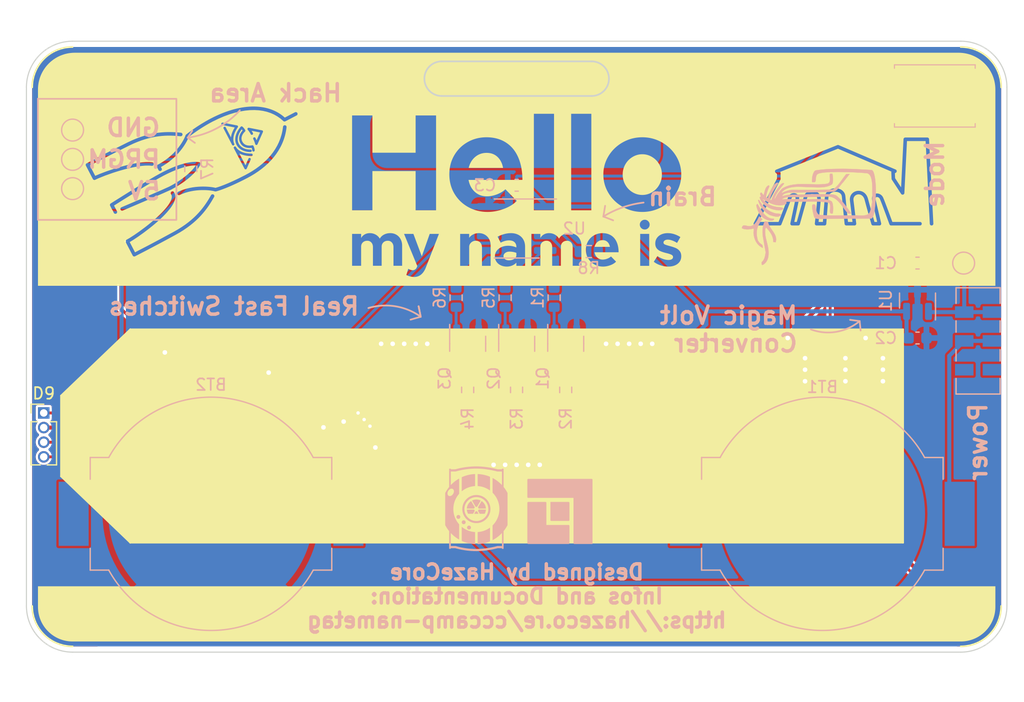
<source format=kicad_pcb>
(kicad_pcb (version 20221018) (generator pcbnew)
  (layers (0 "F.Cu" signal) (31 "B.Cu" signal) (34 "B.Paste" user) (35 "F.Paste" user) (36 "B.SilkS" user "B.Silkscreen") (37 "F.SilkS" user "F.Silkscreen") (38 "B.Mask" user) (39 "F.Mask" user) (44 "Edge.Cuts" user))
  (net 0 "")
  (net 3 "/VCC")
  (net 4 "Net-(BT1--)")
  (net 5 "/R")
  (net 6 "/G")
  (net 7 "/B")
  (net 8 "GND")
  (net 9 "+5V")
  (net 10 "Net-(D1-DOUT)")
  (net 11 "Net-(D2-DOUT)")
  (net 12 "Net-(D3-DOUT)")
  (net 13 "Net-(D4-DOUT)")
  (net 14 "/Control_B")
  (net 15 "/Col_B")
  (net 16 "/Control_G")
  (net 17 "/Col_G")
  (net 18 "/Control_R")
  (net 19 "/Col_R")
  (net 20 "/LED_Data")
  (net 21 "Net-(D5-DOUT)")
  (net 22 "/SW_VCC")
  (net 23 "/Switch")
  (net 24 "Net-(Q2-B)")
  (net 25 "Net-(Q3-B)")
  (net 26 "Net-(Q1-B)")
  (net 27 "Net-(D6-DOUT)")
  (net 28 "Net-(D7-DOUT)")
  (net 30 "Net-(U2-~{RESET}{slash}PA0)")
  (footprint "nametag_hardware_footprints:ws2812b_mini" (layer "F.Cu") (at 64 100 180)
    (fp_text reference "D8" hide)
    (fp_text value "ws2812b_mini")
  )
  (footprint "nametag_hardware_footprints:ws2812b_mini" (layer "F.Cu") (at 64 53)
    (fp_text reference "D3" hide)
    (fp_text value "ws2812b_mini")
  )
  (footprint "nametag_hardware_footprints:ws2812b_micro" (layer "F.Cu") (at 137.13 57.25 90)
    (fp_text reference "D5" hide)
    (fp_text value "ws2812b_micro")
  )
  (footprint "nametag_hardware_footprints:ws2812b_micro" (layer "F.Cu") (at 130.1 60.99 90)
    (fp_text reference "D6" hide)
    (fp_text value "ws2812b_micro")
  )
  (footprint "nametag_hardware_footprints:ws2812b_mini" (layer "F.Cu") (at 141 53)
    (fp_text reference "D4" hide)
    (fp_text value "ws2812b_mini")
  )
  (footprint "Connector_PinHeader_1.27mm:PinHeader_1x04_P1.27mm_Vertical" (layer "F.Cu") (at 61.5 82.25)
    (fp_text reference "D9")
    (fp_text value "LED_RAGB")
  )
  (footprint "nametag_hardware_footprints:ws2812b_mini" (layer "F.Cu") (at 141 100)
    (fp_text reference "D7" hide)
    (fp_text value "ws2812b_mini")
  )
  (footprint "nametag_hardware_footprints:ws2812b_micro" (layer "F.Cu") (at 67.9 68.525949 -62)
    (fp_text reference "D1" hide)
    (fp_text value "ws2812b_micro")
  )
  (footprint "nametag_hardware_footprints:ws2812b_micro" (layer "F.Cu") (at 64.48 61.98 -62)
    (fp_text reference "D2" hide)
    (fp_text value "ws2812b_micro")
  )
  (footprint "Resistor_SMD:R_0603_1608Metric" (layer "B.Cu") (at 102.49 80.25 90)
    (fp_text reference "R3")
    (fp_text value "220R")
  )
  (footprint "nametag_hardware_footprints:pts526" (layer "B.Cu") (at 138.75 54.75)
    (fp_text reference "SW2" hide)
    (fp_text value "SW_SPST" hide)
  )
  (footprint "Capacitor_SMD:C_0603_1608Metric" (layer "B.Cu") (at 137.25 75.75)
    (fp_text reference "C2")
    (fp_text value "tbd")
  )
  (footprint "Resistor_SMD:R_0603_1608Metric" (layer "B.Cu") (at 74.25 61.075 90)
    (fp_text reference "R7")
    (fp_text value "tbd")
  )
  (footprint "Resistor_SMD:R_0603_1608Metric" (layer "B.Cu") (at 97.25 72.25 -90)
    (fp_text reference "R6")
    (fp_text value "10K")
  )
  (footprint "Resistor_SMD:R_0603_1608Metric" (layer "B.Cu") (at 106.75 80.25 90)
    (fp_text reference "R2")
    (fp_text value "220R")
  )
  (footprint "Package_SO:SOIC-8_3.9x4.9mm_P1.27mm" (layer "B.Cu") (at 102.5 66.25 180)
    (fp_text reference "U2")
    (fp_text value "ATtiny402-SS")
  )
  (footprint "Package_TO_SOT_SMD:SOT-23" (layer "B.Cu") (at 137.25 72.5 90)
    (fp_text reference "U1")
    (fp_text value "ap7375-3.3V")
  )
  (footprint "Resistor_SMD:R_0603_1608Metric" (layer "B.Cu") (at 105.75 72.25 -90)
    (fp_text reference "R1")
    (fp_text value "10K")
  )
  (footprint "Package_TO_SOT_SMD:SOT-23" (layer "B.Cu") (at 98.25 76.25 -90)
    (fp_text reference "Q3")
    (fp_text value "MMBT3904")
  )
  (footprint "Resistor_SMD:R_0603_1608Metric" (layer "B.Cu") (at 101.5 72.25 -90)
    (fp_text reference "R5")
    (fp_text value "10K")
  )
  (footprint "TestPoint:TestPoint_Pad_D1.5mm" (layer "B.Cu") (at 64 60.25 180)
    (fp_text reference "TP4" hide)
    (fp_text value "TestPoint")
  )
  (footprint "nametag_hardware_footprints:needle" (layer "B.Cu") (at 102.5 58.5 180)
    (fp_text reference "REF**" hide)
    (fp_text value "needle" hide)
  )
  (footprint "Resistor_SMD:R_0603_1608Metric" (layer "B.Cu") (at 108.75 68.25)
    (fp_text reference "R8")
    (fp_text value "10K")
  )
  (footprint "Resistor_SMD:R_0603_1608Metric" (layer "B.Cu") (at 98.25 80.25 90)
    (fp_text reference "R4")
    (fp_text value "220R")
  )
  (footprint "Package_TO_SOT_SMD:SOT-23" (layer "B.Cu") (at 106.75 76.25 -90)
    (fp_text reference "Q1")
    (fp_text value "MMBT3904")
  )
  (footprint "TestPoint:TestPoint_Pad_D1.5mm" (layer "B.Cu") (at 64 57.71 180)
    (fp_text reference "TP1" hide)
    (fp_text value "TestPoint")
  )
  (footprint "TestPoint:TestPoint_Pad_D1.5mm" (layer "B.Cu") (at 64 62.79 180)
    (fp_text reference "TP3" hide)
    (fp_text value "TestPoint")
  )
  (footprint "Battery:BatteryHolder_MPD_BC2003_1x2032" (layer "B.Cu") (at 129 91)
    (fp_text reference "BT1")
    (fp_text value "Battery_Cell")
  )
  (footprint "Button_Switch_SMD:SW_DPDT_CK_JS202011JCQN" (layer "B.Cu") (at 142.5 76 -90)
    (fp_text reference "SW1" hide)
    (fp_text value "SW_Push_DPDT")
  )
  (footprint "Capacitor_SMD:C_0603_1608Metric" (layer "B.Cu") (at 102.5 62.5)
    (fp_text reference "C3")
    (fp_text value "tbd")
  )
  (footprint "TestPoint:TestPoint_Pad_D1.5mm" (layer "B.Cu") (at 141.25 69.25 180)
    (fp_text reference "TP2" hide)
    (fp_text value "TestPoint")
  )
  (footprint "Battery:BatteryHolder_MPD_BC2003_1x2032" (layer "B.Cu") (at 76 91 180)
    (fp_text reference "BT2")
    (fp_text value "Battery_Cell")
  )
  (footprint "Capacitor_SMD:C_0603_1608Metric" (layer "B.Cu") (at 137.25 69.25 180)
    (fp_text reference "C1")
    (fp_text value "tbd")
  )
  (footprint "Package_TO_SOT_SMD:SOT-23" (layer "B.Cu") (at 102.5 76.25 -90)
    (fp_text reference "Q2")
    (fp_text value "MMBT3904")
  )
  (gr_poly (pts (xy 99.010294 89.368487) (xy 99.014231 89.368503) (xy 99.018168 89.368534) (xy 99.022097 89.368582) (xy 99.026026 89.368638) (xy 99.029955 89.368701) (xy 99.033876 89.36878) (xy 99.037797 89.368876) (xy 99.041718 89.368987) (xy 99.045631 89.369098) (xy 99.049545 89.369233) (xy 99.05345 89.369376) (xy 99.057355 89.369527) (xy 99.06126 89.369693) (xy 99.065158 89.369876) (xy 99.069055 89.370066) (xy 99.072944 89.370273) (xy 99.076834 89.370487) (xy 99.080723 89.370717) (xy 99.084604 89.370955) (xy 99.088486 89.371209) (xy 99.09236 89.371471) (xy 99.096233 89.371749) (xy 99.100106 89.372035) (xy 99.103972 89.372337) (xy 99.107838 89.372654) (xy 99.111696 89.372972) (xy 99.115553 89.373313) (xy 99.119403 89.373662) (xy 99.123252 89.37402) (xy 99.127102 89.374393) (xy 99.130944 89.374782) (xy 99.134777 89.375179) (xy 99.13862 89.375583) (xy 99.142445 89.376004) (xy 99.146279 89.376433) (xy 99.150104 89.376877) (xy 99.153923 89.377338) (xy 99.157741 89.377806) (xy 99.161551 89.378282) (xy 99.165368 89.378774) (xy 99.169171 89.379274) (xy 99.172973 89.37979) (xy 99.176775 89.380314) (xy 99.180569 89.380854) (xy 99.184363 89.381402) (xy 99.18815 89.381965) (xy 99.191936 89.382537) (xy 99.195714 89.383124) (xy 99.199492 89.383719) (xy 99.203263 89.384331) (xy 99.207033 89.38495) (xy 99.210795 89.385577) (xy 99.214557 89.38622) (xy 99.21832 89.386871) (xy 99.222066 89.387537) (xy 99.225821 89.388212) (xy 99.229567 89.388903) (xy 99.233306 89.389601) (xy 99.237045 89.390316) (xy 99.240775 89.391038) (xy 99.244505 89.391768) (xy 99.248228 89.392515) (xy 99.25195 89.393268) (xy 99.255673 89.394038) (xy 99.25938 89.394816) (xy 99.263095 89.39561) (xy 99.266794 89.396412) (xy 99.2705 89.397221) (xy 99.274191 89.398047) (xy 99.277883 89.39888) (xy 99.281574 89.399722) (xy 99.285257 89.400579) (xy 99.288939 89.401452) (xy 99.292615 89.402333) (xy 99.296282 89.403222) (xy 99.299949 89.404127) (xy 99.303608 89.40504) (xy 99.307267 89.40596) (xy 99.310926 89.406897) (xy 99.314569 89.407842) (xy 99.318213 89.408794) (xy 99.321856 89.409762) (xy 99.325491 89.410747) (xy 99.329127 89.411731) (xy 99.332754 89.412731) (xy 99.336373 89.413747) (xy 99.339992 89.414771) (xy 99.343604 89.415803) (xy 99.347208 89.416843) (xy 99.35082 89.417898) (xy 99.354415 89.418962) (xy 99.358011 89.420041) (xy 99.361599 89.421129) (xy 99.365187 89.422224) (xy 99.368767 89.423336) (xy 99.372346 89.424455) (xy 99.37591 89.425582) (xy 99.379482 89.426725) (xy 99.383046 89.427876) (xy 99.386602 89.429042) (xy 99.39015 89.430209) (xy 99.393698 89.431392) (xy 99.397246 89.432591) (xy 99.400778 89.433797) (xy 99.404311 89.435012) (xy 99.407843 89.436234) (xy 99.411367 89.437472) (xy 99.414884 89.438718) (xy 99.4184 89.439972) (xy 99.421908 89.441243) (xy 99.425408 89.442521) (xy 99.428909 89.443806) (xy 99.432401 89.4451) (xy 99.435886 89.44641) (xy 99.439371 89.447735) (xy 99.442847 89.449061) (xy 99.446324 89.450402) (xy 99.449793 89.451752) (xy 99.453253 89.453109) (xy 99.456714 89.454482) (xy 99.460166 89.455864) (xy 99.463612 89.457253) (xy 99.467057 89.458657) (xy 99.470494 89.46007) (xy 99.473922 89.461491) (xy 99.477351 89.46292) (xy 99.480773 89.464364) (xy 99.484186 89.465817) (xy 99.487599 89.467278) (xy 99.491004 89.468746) (xy 99.494401 89.47023) (xy 99.497798 89.471722) (xy 99.50118 89.473223) (xy 99.50457 89.474739) (xy 99.507943 89.476263) (xy 99.511316 89.477795) (xy 99.514689 89.479334) (xy 99.518047 89.480882) (xy 99.521404 89.482446) (xy 99.524754 89.484018) (xy 99.528095 89.485597) (xy 99.531438 89.487193) (xy 99.534771 89.488796) (xy 99.538104 89.490407) (xy 99.541423 89.492027) (xy 99.544741 89.493654) (xy 99.548051 89.495297) (xy 99.551361 89.496948) (xy 99.554663 89.498607) (xy 99.557957 89.500274) (xy 99.561242 89.501956) (xy 99.564529 89.503647) (xy 99.567807 89.505346) (xy 99.571078 89.507052) (xy 99.57434 89.508767) (xy 99.577602 89.510497) (xy 99.580856 89.512235) (xy 99.584103 89.513982) (xy 99.587341 89.515736) (xy 99.59058 89.517498) (xy 99.593811 89.519276) (xy 99.597033 89.521062) (xy 99.600256 89.522856) (xy 99.603471 89.524658) (xy 99.606677 89.526467) (xy 99.609876 89.528293) (xy 99.613067 89.530119) (xy 99.616258 89.53196) (xy 99.619441 89.53381) (xy 99.622616 89.535675) (xy 99.625783 89.53754) (xy 99.62895 89.539421) (xy 99.632109 89.541302) (xy 99.63526 89.5432) (xy 99.638403 89.545105) (xy 99.641547 89.547025) (xy 99.644674 89.548946) (xy 99.647801 89.550883) (xy 99.650928 89.55282) (xy 99.65404 89.554772) (xy 99.657152 89.556733) (xy 99.660247 89.558701) (xy 99.663343 89.560686) (xy 99.666431 89.56267) (xy 99.669518 89.56467) (xy 99.67259 89.566671) (xy 99.675662 89.568687) (xy 99.678726 89.570711) (xy 99.681782 89.572743) (xy 99.684838 89.574783) (xy 99.687878 89.576839) (xy 99.690918 89.578895) (xy 99.69395 89.580966) (xy 99.696974 89.583046) (xy 99.699991 89.585125) (xy 99.702999 89.587221) (xy 99.706008 89.589324) (xy 99.709008 89.591444) (xy 99.712001 89.593563) (xy 99.714985 89.59569) (xy 99.717962 89.597833) (xy 99.72093 89.599976) (xy 99.723899 89.602135) (xy 99.726852 89.604302) (xy 99.729805 89.606469) (xy 99.732749 89.608652) (xy 99.735686 89.610843) (xy 99.738623 89.613042) (xy 99.741544 89.615256) (xy 99.744465 89.617471) (xy 99.74737 89.619693) (xy 99.750275 89.621932) (xy 99.753172 89.62417) (xy 99.756062 89.626424) (xy 99.758943 89.628679) (xy 99.761824 89.630949) (xy 99.76469 89.633227) (xy 99.767555 89.635505) (xy 99.770405 89.637799) (xy 99.773254 89.640101) (xy 99.776096 89.64241) (xy 99.77893 89.644728) (xy 99.781755 89.647054) (xy 99.784573 89.649387) (xy 99.787391 89.651737) (xy 99.790193 89.654086) (xy 99.792995 89.656444) (xy 99.795781 89.658809) (xy 99.798567 89.66119) (xy 99.801345 89.663571) (xy 99.804115 89.665961) (xy 99.806878 89.668366) (xy 99.809632 89.670771) (xy 99.812379 89.673192) (xy 99.815117 89.675612) (xy 99.817855 89.678041) (xy 99.820578 89.680486) (xy 99.8233 89.682931) (xy 99.826007 89.685392) (xy 99.828714 89.68786) (xy 99.831405 89.690329) (xy 99.834095 89.692813) (xy 99.836778 89.695297) (xy 99.839453 89.697798) (xy 99.84212 89.700298) (xy 99.844779 89.702814) (xy 99.84743 89.70533) (xy 99.850074 89.707862) (xy 99.852708 89.710395) (xy 99.855336 89.712943) (xy 99.857955 89.715491) (xy 99.860566 89.718055) (xy 99.863178 89.720618) (xy 99.865773 89.72319) (xy 99.868361 89.725777) (xy 99.870948 89.728365) (xy 99.87352 89.730961) (xy 99.876084 89.733572) (xy 99.878648 89.736184) (xy 99.881195 89.738803) (xy 99.883743 89.74143) (xy 99.886275 89.744065) (xy 99.888807 89.746709) (xy 99.891324 89.74936) (xy 99.89384 89.752019) (xy 99.89634 89.754686) (xy 99.89884 89.757361) (xy 99.901325 89.760044) (xy 99.903809 89.762735) (xy 99.906277 89.765425) (xy 99.908746 89.768132) (xy 99.911206 89.770839) (xy 99.913651 89.773561) (xy 99.916095 89.776284) (xy 99.918525 89.779022) (xy 99.920945 89.781761) (xy 99.923367 89.784507) (xy 99.925771 89.787261) (xy 99.928176 89.790023) (xy 99.930566 89.792794) (xy 99.932947 89.795572) (xy 99.935328 89.798358) (xy 99.937693 89.801144) (xy 99.940051 89.803946) (xy 99.9424 89.806748) (xy 99.94475 89.809566) (xy 99.947083 89.812384) (xy 99.94941 89.815209) (xy 99.951727 89.818043) (xy 99.954037 89.820885) (xy 99.956339 89.823734) (xy 99.958633 89.826584) (xy 99.96091 89.829449) (xy 99.963189 89.832315) (xy 99.965459 89.835196) (xy 99.967713 89.838077) (xy 99.969967 89.840967) (xy 99.972205 89.843864) (xy 99.974444 89.846769) (xy 99.976666 89.849674) (xy 99.978881 89.852595) (xy 99.981096 89.855516) (xy 99.983294 89.858453) (xy 99.985485 89.86139) (xy 99.987668 89.864335) (xy 99.989835 89.867288) (xy 99.992002 89.87024) (xy 99.994161 89.873209) (xy 99.996304 89.876178) (xy 99.998447 89.879154) (xy 100.000574 89.882139) (xy 100.002694 89.885131) (xy 100.004814 89.888132) (xy 100.006917 89.89114) (xy 100.009012 89.894148) (xy 100.011092 89.897164) (xy 100.013172 89.900189) (xy 100.015243 89.903221) (xy 100.017299 89.906261) (xy 100.019355 89.909301) (xy 100.021395 89.912357) (xy 100.023427 89.915413) (xy 100.025451 89.918476) (xy 100.027467 89.921548) (xy 100.029467 89.92462) (xy 100.031468 89.927708) (xy 100.033452 89.930796) (xy 100.035437 89.933891) (xy 100.037405 89.936987) (xy 100.039366 89.940099) (xy 100.041318 89.94321) (xy 100.043255 89.946337) (xy 100.045192 89.949465) (xy 100.047113 89.952592) (xy 100.049034 89.955736) (xy 100.050938 89.958879) (xy 100.052836 89.96203) (xy 100.054717 89.965189) (xy 100.056598 89.968356) (xy 100.058463 89.971523) (xy 100.060328 89.974698) (xy 100.062178 89.977881) (xy 100.064019 89.981072) (xy 100.065845 89.984263) (xy 100.06767 89.987462) (xy 100.06948 89.990669) (xy 100.071282 89.993883) (xy 100.073076 89.997106) (xy 100.074862 90.000329) (xy 100.07664 90.003559) (xy 100.078401 90.006798) (xy 100.080156 90.010036) (xy 100.081902 90.013283) (xy 100.08364 90.016537) (xy 100.08537 90.019799) (xy 100.087085 90.023062) (xy 100.088792 90.026332) (xy 100.090491 90.02961) (xy 100.092181 90.032896) (xy 100.093864 90.036182) (xy 100.095531 90.039476) (xy 100.097189 90.042778) (xy 100.098841 90.046088) (xy 100.100484 90.049398) (xy 100.102111 90.052716) (xy 100.10373 90.056034) (xy 100.105341 90.059368) (xy 100.106945 90.062702) (xy 100.10854 90.066043) (xy 100.110119 90.069385) (xy 100.111691 90.072734) (xy 100.113255 90.076092) (xy 100.114803 90.07945) (xy 100.116342 90.082823) (xy 100.117874 90.086196) (xy 100.119398 90.08957) (xy 100.120914 90.092959) (xy 100.122415 90.09634) (xy 100.123907 90.099737) (xy 100.125391 90.103135) (xy 100.12686 90.10654) (xy 100.128321 90.109953) (xy 100.129773 90.113366) (xy 100.131218 90.116787) (xy 100.132646 90.120216) (xy 100.134067 90.123645) (xy 100.13548 90.127082) (xy 100.136885 90.130527) (xy 100.138274 90.133972) (xy 100.139655 90.137425) (xy 100.141028 90.140885) (xy 100.142385 90.144346) (xy 100.143735 90.147815) (xy 100.145076 90.151291) (xy 100.146402 90.154768) (xy 100.147727 90.158253) (xy 100.149037 90.161737) (xy 100.150331 90.16523) (xy 100.151617 90.16873) (xy 100.152895 90.172231) (xy 100.154165 90.175739) (xy 100.155419 90.179255) (xy 100.156665 90.182771) (xy 100.157903 90.186296) (xy 100.159125 90.189828) (xy 100.16034 90.19336) (xy 100.161546 90.196892) (xy 100.162745 90.20044) (xy 100.163927 90.203988) (xy 100.165094 90.207536) (xy 100.16626 90.211092) (xy 100.167412 90.214656) (xy 100.168554 90.218228) (xy 100.169682 90.221792) (xy 100.170801 90.225372) (xy 100.171912 90.228952) (xy 100.173007 90.232539) (xy 100.174095 90.236127) (xy 100.175175 90.239723) (xy 100.176238 90.243319) (xy 100.177294 90.24693) (xy 100.178334 90.250534) (xy 100.179365 90.254145) (xy 100.180389 90.257765) (xy 100.181406 90.261384) (xy 100.182405 90.265012) (xy 100.18339 90.268647) (xy 100.184374 90.272282) (xy 100.185343 90.275926) (xy 100.186295 90.279569) (xy 100.18724 90.283213) (xy 100.188176 90.286872) (xy 100.189097 90.290531) (xy 100.19001 90.29419) (xy 100.190915 90.297858) (xy 100.191804 90.301525) (xy 100.192685 90.3052) (xy 100.193558 90.308883) (xy 100.194415 90.312565) (xy 100.195257 90.316256) (xy 100.19609 90.319947) (xy 100.196916 90.323638) (xy 100.197725 90.327345) (xy 100.198527 90.331044) (xy 100.199321 90.334759) (xy 100.200098 90.338466) (xy 100.200868 90.342188) (xy 100.201622 90.345911) (xy 100.202368 90.349634) (xy 100.203099 90.353364) (xy 100.20382 90.357095) (xy 100.204535 90.360833) (xy 100.205234 90.364572) (xy 100.205924 90.368319) (xy 100.206599 90.372073) (xy 100.207266 90.375819) (xy 100.207917 90.379582) (xy 100.208559 90.383344) (xy 100.209186 90.387106) (xy 100.209805 90.390877) (xy 100.210417 90.394647) (xy 100.211012 90.398425) (xy 100.211599 90.402204) (xy 100.212171 90.40599) (xy 100.212734 90.409776) (xy 100.213282 90.41357) (xy 100.213822 90.417364) (xy 100.214345 90.421166) (xy 100.214861 90.424968) (xy 100.215361 90.42877) (xy 100.215853 90.432588) (xy 100.21633 90.436398) (xy 100.216798 90.440216) (xy 100.217258 90.444034) (xy 100.217703 90.44786) (xy 100.218132 90.451694) (xy 100.218552 90.45552) (xy 100.218957 90.459361) (xy 100.219354 90.463195) (xy 100.219743 90.467037) (xy 100.220116 90.470886) (xy 100.220473 90.474736) (xy 100.220823 90.478586) (xy 100.221164 90.482443) (xy 100.221481 90.486301) (xy 100.221799 90.490167) (xy 100.222101 90.494032) (xy 100.222386 90.497906) (xy 100.222664 90.501779) (xy 100.222926 90.505653) (xy 100.22318 90.509534) (xy 100.223418 90.513416) (xy 100.223648 90.517305) (xy 100.223863 90.521194) (xy 100.224069 90.525083) (xy 100.224259 90.528981) (xy 100.224442 90.532878) (xy 100.224609 90.536783) (xy 100.224759 90.540689) (xy 100.224902 90.544594) (xy 100.225037 90.548507) (xy 100.225149 90.552421) (xy 100.225259 90.556342) (xy 100.225355 90.560263) (xy 100.225434 90.564184) (xy 100.225498 90.568113) (xy 100.225553 90.572042) (xy 100.225601 90.575971) (xy 100.225633 90.579908) (xy 100.225649 90.583845) (xy 100.225657 90.58779) (xy 100.225649 90.591735) (xy 100.225633 90.595672) (xy 100.225601 90.599609) (xy 100.225553 90.603538) (xy 100.225498 90.607467) (xy 100.225434 90.611396) (xy 100.225355 90.615317) (xy 100.225259 90.619238) (xy 100.225149 90.623159) (xy 100.225037 90.627072) (xy 100.224902 90.630986) (xy 100.224759 90.634891) (xy 100.224609 90.638796) (xy 100.224442 90.642701) (xy 100.224259 90.646599) (xy 100.224069 90.650496) (xy 100.223863 90.654385) (xy 100.223648 90.658275) (xy 100.223418 90.662164) (xy 100.22318 90.666045) (xy 100.222926 90.669927) (xy 100.222664 90.673801) (xy 100.222386 90.677674) (xy 100.222101 90.681547) (xy 100.221799 90.685413) (xy 100.221481 90.689279) (xy 100.221164 90.693137) (xy 100.220823 90.696994) (xy 100.220473 90.700844) (xy 100.220116 90.704693) (xy 100.219743 90.708543) (xy 100.219354 90.712385) (xy 100.218957 90.716218) (xy 100.218552 90.720061) (xy 100.218132 90.723886) (xy 100.217703 90.72772) (xy 100.217258 90.731545) (xy 100.216798 90.735364) (xy 100.21633 90.739182) (xy 100.215853 90.742992) (xy 100.215361 90.746809) (xy 100.214861 90.750612) (xy 100.214345 90.754414) (xy 100.213822 90.758216) (xy 100.213282 90.76201) (xy 100.212734 90.765804) (xy 100.212171 90.769591) (xy 100.211599 90.773377) (xy 100.211012 90.777155) (xy 100.210417 90.780933) (xy 100.209805 90.784704) (xy 100.209186 90.788474) (xy 100.208559 90.792236) (xy 100.207917 90.795998) (xy 100.207266 90.799761) (xy 100.206599 90.803507) (xy 100.205924 90.807262) (xy 100.205234 90.811008) (xy 100.204535 90.814747) (xy 100.20382 90.818486) (xy 100.203099 90.822216) (xy 100.202368 90.825946) (xy 100.201622 90.829669) (xy 100.200868 90.833391) (xy 100.200098 90.837114) (xy 100.199321 90.840821) (xy 100.198527 90.844536) (xy 100.197725 90.848235) (xy 100.196916 90.851941) (xy 100.19609 90.855632) (xy 100.195257 90.859324) (xy 100.194415 90.863015) (xy 100.193558 90.866698) (xy 100.192685 90.87038) (xy 100.191804 90.874056) (xy 100.190915 90.877723) (xy 100.19001 90.88139) (xy 100.189097 90.885049) (xy 100.188176 90.888708) (xy 100.18724 90.892367) (xy 100.186295 90.89601) (xy 100.185343 90.899654) (xy 100.184374 90.903297) (xy 100.18339 90.906932) (xy 100.182405 90.910568) (xy 100.181406 90.914195) (xy 100.180389 90.917814) (xy 100.179365 90.921433) (xy 100.178334 90.925045) (xy 100.177294 90.928649) (xy 100.176238 90.932261) (xy 100.175175 90.935856) (xy 100.174095 90.939452) (xy 100.173007 90.94304) (xy 100.171912 90.946628) (xy 100.170801 90.950208) (xy 100.169682 90.953787) (xy 100.168554 90.957351) (xy 100.167412 90.960923) (xy 100.16626 90.964487) (xy 100.165094 90.968043) (xy 100.163927 90.971591) (xy 100.162745 90.975139) (xy 100.161546 90.978687) (xy 100.16034 90.982219) (xy 100.159125 90.985752) (xy 100.157903 90.989284) (xy 100.156665 90.992808) (xy 100.155419 90.996325) (xy 100.154165 90.999841) (xy 100.152895 91.003349) (xy 100.151617 91.006849) (xy 100.150331 91.01035) (xy 100.149037 91.013842) (xy 100.147727 91.017327) (xy 100.146402 91.020812) (xy 100.145076 91.024288) (xy 100.143735 91.027765) (xy 100.142385 91.031234) (xy 100.141028 91.034694) (xy 100.139655 91.038155) (xy 100.138274 91.041607) (xy 100.136885 91.045053) (xy 100.13548 91.048498) (xy 100.134067 91.051935) (xy 100.132646 91.055363) (xy 100.131218 91.058792) (xy 100.129773 91.062214) (xy 100.128321 91.065627) (xy 100.12686 91.06904) (xy 100.125391 91.072445) (xy 100.123907 91.075842) (xy 100.122415 91.079239) (xy 100.120914 91.082621) (xy 100.119398 91.086011) (xy 100.117874 91.089384) (xy 100.116342 91.092757) (xy 100.114803 91.09613) (xy 100.113255 91.099488) (xy 100.111691 91.102845) (xy 100.110119 91.106195) (xy 100.10854 91.109536) (xy 100.106945 91.112879) (xy 100.105341 91.116212) (xy 100.10373 91.119545) (xy 100.102111 91.122864) (xy 100.100484 91.126182) (xy 100.098841 91.129492) (xy 100.097189 91.132802) (xy 100.095531 91.136104) (xy 100.093864 91.139398) (xy 100.092181 91.142683) (xy 100.090491 91.14597) (xy 100.088792 91.149248) (xy 100.087085 91.152519) (xy 100.08537 91.155781) (xy 100.08364 91.159043) (xy 100.081902 91.162297) (xy 100.080156 91.165544) (xy 100.078401 91.168782) (xy 100.07664 91.172021) (xy 100.074862 91.175252) (xy 100.073076 91.178474) (xy 100.071282 91.181697) (xy 100.06948 91.184912) (xy 100.06767 91.188118) (xy 100.065845 91.191317) (xy 100.064019 91.194508) (xy 100.062178 91.197699) (xy 100.060328 91.200882) (xy 100.058463 91.204057) (xy 100.056598 91.207224) (xy 100.054717 91.210391) (xy 100.052836 91.21355) (xy 100.050938 91.216701) (xy 100.049034 91.219844) (xy 100.047113 91.222988) (xy 100.045192 91.226115) (xy 100.043255 91.229242) (xy 100.041318 91.232369) (xy 100.039366 91.235481) (xy 100.037405 91.238593) (xy 100.035437 91.241688) (xy 100.033452 91.244784) (xy 100.031468 91.247872) (xy 100.029467 91.250959) (xy 100.027467 91.254031) (xy 100.025451 91.257103) (xy 100.023427 91.260167) (xy 100.021395 91.263223) (xy 100.019355 91.266279) (xy 100.017299 91.269319) (xy 100.015243 91.272359) (xy 100.013172 91.275391) (xy 100.011092 91.278415) (xy 100.009012 91.281432) (xy 100.006917 91.28444) (xy 100.004814 91.287449) (xy 100.002694 91.290449) (xy 100.000574 91.293442) (xy 99.998447 91.296426) (xy 99.996304 91.299403) (xy 99.994161 91.302371) (xy 99.992002 91.30534) (xy 99.989835 91.308293) (xy 99.987668 91.311246) (xy 99.985485 91.31419) (xy 99.983294 91.317127) (xy 99.981096 91.320064) (xy 99.976666 91.325906) (xy 99.974444 91.328811) (xy 99.972205 91.331716) (xy 99.969967 91.334613) (xy 99.967713 91.337503) (xy 99.965459 91.340384) (xy 99.963189 91.343265) (xy 99.96091 91.346131) (xy 99.958633 91.348996) (xy 99.956339 91.351846) (xy 99.954037 91.354695) (xy 99.951727 91.357537) (xy 99.94941 91.360371) (xy 99.947083 91.363196) (xy 99.94475 91.366014) (xy 99.9424 91.368832) (xy 99.940051 91.371634) (xy 99.937693 91.374436) (xy 99.935328 91.377222) (xy 99.932947 91.380008) (xy 99.930566 91.382786) (xy 99.928176 91.385556) (xy 99.925771 91.388319) (xy 99.923367 91.391073) (xy 99.920945 91.39382) (xy 99.918525 91.396558) (xy 99.916095 91.399296) (xy 99.913651 91.402019) (xy 99.911206 91.404741) (xy 99.908746 91.407448) (xy 99.906277 91.410155) (xy 99.903809 91.412846) (xy 99.901325 91.415536) (xy 99.89884 91.418219) (xy 99.89634 91.420894) (xy 99.89384 91.423561) (xy 99.891324 91.42622) (xy 99.888807 91.428871) (xy 99.886275 91.431515) (xy 99.883743 91.434149) (xy 99.881195 91.436777) (xy 99.878648 91.439396) (xy 99.876084 91.442007) (xy 99.87352 91.444619) (xy 99.870948 91.447214) (xy 99.868361 91.449802) (xy 99.865773 91.452389) (xy 99.863178 91.454961) (xy 99.860566 91.457525) (xy 99.857955 91.460089) (xy 99.855336 91.462636) (xy 99.852708 91.465184) (xy 99.850074 91.467716) (xy 99.84743 91.470248) (xy 99.844779 91.472765) (xy 99.84212 91.475281) (xy 99.839453 91.477781) (xy 99.836778 91.480281) (xy 99.834095 91.482766) (xy 99.831405 91.48525) (xy 99.828714 91.487718) (xy 99.826007 91.490187) (xy 99.8233 91.492647) (xy 99.820578 91.495092) (xy 99.817855 91.497536) (xy 99.815117 91.499966) (xy 99.812379 91.502386) (xy 99.809632 91.504808) (xy 99.806878 91.507212) (xy 99.804115 91.509617) (xy 99.801345 91.512007) (xy 99.798567 91.514388) (xy 99.795781 91.516769) (xy 99.792995 91.519134) (xy 99.790193 91.521492) (xy 99.787391 91.523841) (xy 99.784573 91.526191) (xy 99.781755 91.528524) (xy 99.77893 91.530851) (xy 99.776096 91.533168) (xy 99.773254 91.535478) (xy 99.770405 91.53778) (xy 99.767555 91.540074) (xy 99.76469 91.542351) (xy 99.761824 91.54463) (xy 99.758943 91.5469) (xy 99.756062 91.549154) (xy 99.753172 91.551408) (xy 99.750275 91.553646) (xy 99.74737 91.555885) (xy 99.744465 91.558107) (xy 99.738623 91.562537) (xy 99.735686 91.564735) (xy 99.732749 91.566926) (xy 99.729805 91.569109) (xy 99.726852 91.571276) (xy 99.723899 91.573443) (xy 99.72093 91.575602) (xy 99.717962 91.577745) (xy 99.714985 91.579888) (xy 99.712001 91.582015) (xy 99.709008 91.584135) (xy 99.706008 91.586255) (xy 99.702999 91.588358) (xy 99.699991 91.590453) (xy 99.696974 91.592533) (xy 99.69395 91.594613) (xy 99.690918 91.596684) (xy 99.687878 91.59874) (xy 99.684838 91.600796) (xy 99.681782 91.602836) (xy 99.678726 91.604868) (xy 99.675662 91.606892) (xy 99.67259 91.608908) (xy 99.669518 91.610908) (xy 99.666431 91.612909) (xy 99.663343 91.614893) (xy 99.660247 91.616878) (xy 99.657152 91.618846) (xy 99.65404 91.620807) (xy 99.650928 91.622759) (xy 99.647801 91.624696) (xy 99.644674 91.626633) (xy 99.641547 91.628554) (xy 99.638403 91.630475) (xy 99.63526 91.632379) (xy 99.632109 91.634277) (xy 99.62895 91.636158) (xy 99.625783 91.638039) (xy 99.622616 91.639904) (xy 99.619441 91.641769) (xy 99.616258 91.643619) (xy 99.613067 91.64546) (xy 99.609876 91.647286) (xy 99.606677 91.649111) (xy 99.603471 91.650921) (xy 99.600256 91.652723) (xy 99.597033 91.654517) (xy 99.593811 91.656303) (xy 99.59058 91.658081) (xy 99.587341 91.659842) (xy 99.584103 91.661597) (xy 99.580856 91.663343) (xy 99.577602 91.665081) (xy 99.57434 91.666811) (xy 99.571078 91.668526) (xy 99.567807 91.670233) (xy 99.564529 91.671932) (xy 99.561242 91.673622) (xy 99.557957 91.675305) (xy 99.554663 91.676972) (xy 99.551361 91.67863) (xy 99.548051 91.680282) (xy 99.544741 91.681925) (xy 99.541423 91.683552) (xy 99.538104 91.685171) (xy 99.534771 91.686782) (xy 99.531438 91.688386) (xy 99.528095 91.689981) (xy 99.524754 91.69156) (xy 99.521404 91.693132) (xy 99.518047 91.694696) (xy 99.514689 91.696244) (xy 99.511316 91.697783) (xy 99.507943 91.699315) (xy 99.50457 91.700839) (xy 99.50118 91.702355) (xy 99.497798 91.703856) (xy 99.494401 91.705348) (xy 99.491004 91.706832) (xy 99.487599 91.708301) (xy 99.484186 91.709762) (xy 99.480773 91.711214) (xy 99.477351 91.712659) (xy 99.473922 91.714087) (xy 99.470494 91.715508) (xy 99.467057 91.716921) (xy 99.463612 91.718326) (xy 99.460166 91.719715) (xy 99.456714 91.721096) (xy 99.453253 91.722469) (xy 99.449793 91.723826) (xy 99.446324 91.725176) (xy 99.442847 91.726517) (xy 99.439371 91.727843) (xy 99.435886 91.729168) (xy 99.432401 91.730478) (xy 99.428909 91.731772) (xy 99.425408 91.733058) (xy 99.421908 91.734336) (xy 99.4184 91.735606) (xy 99.414884 91.73686) (xy 99.411367 91.738106) (xy 99.407843 91.739344) (xy 99.404311 91.740566) (xy 99.400778 91.741781) (xy 99.397246 91.742987) (xy 99.393698 91.744186) (xy 99.39015 91.745368) (xy 99.386602 91.746535) (xy 99.383046 91.747701) (xy 99.379482 91.748853) (xy 99.37591 91.749995) (xy 99.372346 91.751123) (xy 99.368767 91.752242) (xy 99.365187 91.753353) (xy 99.361599 91.754448) (xy 99.358011 91.755536) (xy 99.354415 91.756616) (xy 99.35082 91.757679) (xy 99.347208 91.758735) (xy 99.343604 91.759775) (xy 99.339992 91.760806) (xy 99.336373 91.76183) (xy 99.332754 91.762847) (xy 99.329127 91.763846) (xy 99.325491 91.764831) (xy 99.321856 91.765815) (xy 99.318213 91.766784) (xy 99.314569 91.767736) (xy 99.310926 91.768681) (xy 99.307267 91.769617) (xy 99.303608 91.770538) (xy 99.299949 91.771451) (xy 99.296282 91.772356) (xy 99.292615 91.773245) (xy 99.288939 91.774126) (xy 99.285257 91.774999) (xy 99.281574 91.775856) (xy 99.277883 91.776698) (xy 99.274191 91.777531) (xy 99.2705 91.778357) (xy 99.266794 91.779166) (xy 99.263095 91.779968) (xy 99.25938 91.780762) (xy 99.255673 91.781539) (xy 99.25195 91.782309) (xy 99.248228 91.783063) (xy 99.244505 91.783809) (xy 99.240775 91.78454) (xy 99.237045 91.785261) (xy 99.233306 91.785976) (xy 99.229567 91.786675) (xy 99.225821 91.787365) (xy 99.222066 91.78804) (xy 99.21832 91.788707) (xy 99.214557 91.789358) (xy 99.210795 91.79) (xy 99.207033 91.790627) (xy 99.203263 91.791246) (xy 99.199492 91.791858) (xy 99.195714 91.792453) (xy 99.191936 91.79304) (xy 99.18815 91.793612) (xy 99.184363 91.794175) (xy 99.180569 91.794723) (xy 99.176775 91.795263) (xy 99.172973 91.795786) (xy 99.169171 91.796302) (xy 99.165368 91.796802) (xy 99.161551 91.797294) (xy 99.157741 91.797771) (xy 99.153923 91.798239) (xy 99.150104 91.798699) (xy 99.146279 91.799144) (xy 99.142445 91.799573) (xy 99.13862 91.799993) (xy 99.134777 91.800398) (xy 99.130944 91.800795) (xy 99.127102 91.801184) (xy 99.123252 91.801557) (xy 99.119403 91.801914) (xy 99.115553 91.802264) (xy 99.111696 91.802605) (xy 99.107838 91.802922) (xy 99.103972 91.80324) (xy 99.100106 91.803542) (xy 99.096233 91.803827) (xy 99.09236 91.804105) (xy 99.088486 91.804367) (xy 99.084604 91.804621) (xy 99.080723 91.804859) (xy 99.076834 91.805089) (xy 99.072944 91.805304) (xy 99.069055 91.80551) (xy 99.065158 91.8057) (xy 99.06126 91.805883) (xy 99.057355 91.80605) (xy 99.05345 91.8062) (xy 99.049545 91.806343) (xy 99.045631 91.806478) (xy 99.041718 91.80659) (xy 99.037797 91.8067) (xy 99.033876 91.806796) (xy 99.029955 91.806875) (xy 99.026026 91.806939) (xy 99.022097 91.806994) (xy 99.018168 91.807042) (xy 99.014231 91.807074) (xy 99.010294 91.80709) (xy 99.006349 91.807098) (xy 99.002404 91.80709) (xy 98.998467 91.807074) (xy 98.99453 91.807042) (xy 98.990601 91.806994) (xy 98.986672 91.806939) (xy 98.982743 91.806875) (xy 98.978822 91.806796) (xy 98.974901 91.8067) (xy 98.97098 91.80659) (xy 98.967066 91.806478) (xy 98.963153 91.806343) (xy 98.959248 91.8062) (xy 98.955342 91.80605) (xy 98.951437 91.805883) (xy 98.94754 91.8057) (xy 98.943642 91.80551) (xy 98.939753 91.805304) (xy 98.935864 91.805089) (xy 98.931975 91.804859) (xy 98.928093 91.804621) (xy 98.924212 91.804367) (xy 98.920338 91.804105) (xy 98.916465 91.803827) (xy 98.912591 91.803542) (xy 98.908726 91.80324) (xy 98.90486 91.802922) (xy 98.901002 91.802605) (xy 98.897145 91.802264) (xy 98.893295 91.801914) (xy 98.889445 91.801557) (xy 98.885596 91.801184) (xy 98.881754 91.800795) (xy 98.87792 91.800398) (xy 98.874079 91.799993) (xy 98.870253 91.799573) (xy 98.866419 91.799144) (xy 98.862593 91.798699) (xy 98.858775 91.798239) (xy 98.854957 91.797771) (xy 98.851147 91.797294) (xy 98.847329 91.796802) (xy 98.843527 91.796302) (xy 98.839725 91.795786) (xy 98.835923 91.795263) (xy 98.832129 91.794723) (xy 98.828335 91.794175) (xy 98.824549 91.793612) (xy 98.820763 91.79304) (xy 98.816984 91.792453) (xy 98.813206 91.791858) (xy 98.809436 91.791246) (xy 98.805665 91.790627) (xy 98.801903 91.79) (xy 98.798141 91.789358) (xy 98.794378 91.788707) (xy 98.790632 91.78804) (xy 98.786878 91.787365) (xy 98.783131 91.786675) (xy 98.779392 91.785976) (xy 98.775654 91.785261) (xy 98.771923 91.78454) (xy 98.768193 91.783809) (xy 98.76447 91.783063) (xy 98.760747 91.782309) (xy 98.757025 91.781539) (xy 98.753318 91.780762) (xy 98.749603 91.779968) (xy 98.745904 91.779166) (xy 98.742197 91.778357) (xy 98.738506 91.777531) (xy 98.734815 91.776698) (xy 98.731124 91.775856) (xy 98.727442 91.774999) (xy 98.723759 91.774126) (xy 98.720084 91.773245) (xy 98.716417 91.772356) (xy 98.712749 91.771451) (xy 98.70909 91.770538) (xy 98.705431 91.769617) (xy 98.701772 91.768681) (xy 98.698128 91.767736) (xy 98.694485 91.766784) (xy 98.690841 91.765815) (xy 98.687206 91.764831) (xy 98.683571 91.763846) (xy 98.679943 91.762847) (xy 98.676324 91.76183) (xy 98.672704 91.760806) (xy 98.669093 91.759775) (xy 98.665489 91.758735) (xy 98.661878 91.757679) (xy 98.658282 91.756616) (xy 98.654686 91.755536) (xy 98.651098 91.754448) (xy 98.647511 91.753353) (xy 98.643931 91.752242) (xy 98.640351 91.751123) (xy 98.636787 91.749995) (xy 98.633215 91.748853) (xy 98.629651 91.747701) (xy 98.626095 91.746535) (xy 98.622547 91.745368) (xy 98.618999 91.744186) (xy 98.615451 91.742987) (xy 98.611919 91.741781) (xy 98.608387 91.740566) (xy 98.604855 91.739344) (xy 98.60133 91.738106) (xy 98.597814 91.73686) (xy 98.594298 91.735606) (xy 98.59079 91.734336) (xy 98.587289 91.733058) (xy 98.583789 91.731772) (xy 98.580296 91.730478) (xy 98.576812 91.729168) (xy 98.573327 91.727843) (xy 98.56985 91.726517) (xy 98.566374 91.725176) (xy 98.562905 91.723826) (xy 98.559444 91.722469) (xy 98.555984 91.721096) (xy 98.552531 91.719715) (xy 98.549086 91.718326) (xy 98.545641 91.716921) (xy 98.542204 91.715508) (xy 98.538775 91.714087) (xy 98.535346 91.712659) (xy 98.531925 91.711214) (xy 98.528512 91.709762) (xy 98.525099 91.708301) (xy 98.521694 91.706832) (xy 98.518296 91.705348) (xy 98.514899 91.703856) (xy 98.511518 91.702355) (xy 98.508129 91.700839) (xy 98.504755 91.699315) (xy 98.501382 91.697783) (xy 98.498009 91.696244) (xy 98.494651 91.694696) (xy 98.491293 91.693132) (xy 98.487944 91.69156) (xy 98.484602 91.689981) (xy 98.481261 91.688386) (xy 98.477927 91.686782) (xy 98.474593 91.685171) (xy 98.471275 91.683552) (xy 98.467957 91.681925) (xy 98.464647 91.680282) (xy 98.461337 91.67863) (xy 98.458035 91.676972) (xy 98.454741 91.675305) (xy 98.451455 91.673622) (xy 98.448169 91.671932) (xy 98.444891 91.670233) (xy 98.441621 91.668526) (xy 98.438358 91.666811) (xy 98.435096 91.665081) (xy 98.431842 91.663343) (xy 98.428595 91.661597) (xy 98.425357 91.659842) (xy 98.422118 91.658081) (xy 98.418888 91.656303) (xy 98.415665 91.654517) (xy 98.412442 91.652723) (xy 98.409228 91.650921) (xy 98.406021 91.649111) (xy 98.402822 91.647286) (xy 98.399631 91.64546) (xy 98.39644 91.643619) (xy 98.393257 91.641769) (xy 98.390082 91.639904) (xy 98.386915 91.638039) (xy 98.383748 91.636158) (xy 98.380589 91.634277) (xy 98.377438 91.632379) (xy 98.374295 91.630475) (xy 98.371151 91.628554) (xy 98.368024 91.626633) (xy 98.364896 91.624696) (xy 98.361769 91.622759) (xy 98.358658 91.620807) (xy 98.355546 91.618846) (xy 98.35245 91.616878) (xy 98.349355 91.614893) (xy 98.346267 91.612909) (xy 98.343179 91.610908) (xy 98.340107 91.608908) (xy 98.337035 91.606892) (xy 98.333972 91.604868) (xy 98.330916 91.602836) (xy 98.32786 91.600796) (xy 98.32482 91.59874) (xy 98.32178 91.596684) (xy 98.318748 91.594613) (xy 98.315723 91.592533) (xy 98.312707 91.590453) (xy 98.309699 91.588358) (xy 98.306691 91.586255) (xy 98.30369 91.584135) (xy 98.300698 91.582015) (xy 98.297713 91.579888) (xy 98.294737 91.577745) (xy 98.291768 91.575602) (xy 98.288799 91.573443) (xy 98.285847 91.571276) (xy 98.282894 91.569109) (xy 98.279949 91.566926) (xy 98.277012 91.564735) (xy 98.274075 91.562537) (xy 98.271154 91.560322) (xy 98.268233 91.558107) (xy 98.265328 91.555885) (xy 98.262423 91.553646) (xy 98.259526 91.551408) (xy 98.256636 91.549154) (xy 98.253755 91.5469) (xy 98.250874 91.54463) (xy 98.248008 91.542351) (xy 98.245143 91.540074) (xy 98.242293 91.53778) (xy 98.239444 91.535478) (xy 98.236602 91.533168) (xy 98.233768 91.530851) (xy 98.230943 91.528524) (xy 98.228125 91.526191) (xy 98.225307 91.523841) (xy 98.222505 91.521492) (xy 98.219703 91.519134) (xy 98.216917 91.516769) (xy 98.214131 91.514388) (xy 98.211353 91.512007) (xy 98.208582 91.509617) (xy 98.20582 91.507212) (xy 98.203066 91.504808) (xy 98.20032 91.502386) (xy 98.197581 91.499966) (xy 98.194843 91.497536) (xy 98.19212 91.495092) (xy 98.189398 91.492647) (xy 98.186691 91.490187) (xy 98.183984 91.487718) (xy 98.181294 91.48525) (xy 98.178603 91.482766) (xy 98.17592 91.480281) (xy 98.173245 91.477781) (xy 98.170578 91.475281) (xy 98.167919 91.472765) (xy 98.165268 91.470248) (xy 98.162624 91.467716) (xy 98.159989 91.465184) (xy 98.157362 91.462636) (xy 98.154743 91.460089) (xy 98.152131 91.457525) (xy 98.14952 91.454961) (xy 98.146924 91.452389) (xy 98.144336 91.449802) (xy 98.141749 91.447214) (xy 98.139177 91.444619) (xy 98.136614 91.442007) (xy 98.13405 91.439396) (xy 98.131502 91.436777) (xy 98.128954 91.434149) (xy 98.126421 91.431515) (xy 98.123889 91.428871) (xy 98.121373 91.42622) (xy 98.118857 91.423561) (xy 98.116357 91.420894) (xy 98.113856 91.418219) (xy 98.111372 91.415536) (xy 98.108888 91.412846) (xy 98.106419 91.410155) (xy 98.103951 91.407448) (xy 98.10149 91.404741) (xy 98.099045 91.402019) (xy 98.0966 91.399296) (xy 98.094171 91.396558) (xy 98.091751 91.39382) (xy 98.08933 91.391073) (xy 98.086925 91.388319) (xy 98.08452 91.385556) (xy 98.08213 91.382786) (xy 98.079749 91.380008) (xy 98.077368 91.377222) (xy 98.075003 91.374436) (xy 98.072645 91.371634) (xy 98.070296 91.368832) (xy 98.067946 91.366014) (xy 98.065613 91.363196) (xy 98.063287 91.360371) (xy 98.060969 91.357537) (xy 98.05866 91.354695) (xy 98.056358 91.351846) (xy 98.054064 91.348996) (xy 98.051786 91.346131) (xy 98.049508 91.343265) (xy 98.047238 91.340384) (xy 98.044983 91.337503) (xy 98.042729 91.334613) (xy 98.040491 91.331716) (xy 98.038252 91.328811) (xy 98.03603 91.325906) (xy 98.033815 91.322985) (xy 98.031601 91.320064) (xy 98.029402 91.317127) (xy 98.027211 91.31419) (xy 98.025028 91.311246) (xy 98.022861 91.308293) (xy 98.020694 91.30534) (xy 98.018535 91.302371) (xy 98.016392 91.299403) (xy 98.014249 91.296426) (xy 98.012122 91.293442) (xy 98.010003 91.290449) (xy 98.007883 91.287449) (xy 98.00578 91.28444) (xy 98.003684 91.281432) (xy 98.001605 91.278415) (xy 97.999525 91.275391) (xy 97.997454 91.272359) (xy 97.995398 91.269319) (xy 97.993342 91.266279) (xy 97.991302 91.263223) (xy 97.98927 91.260167) (xy 97.987246 91.257103) (xy 97.98523 91.254031) (xy 97.983229 91.250959) (xy 97.981229 91.247872) (xy 97.979245 91.244784) (xy 97.97726 91.241688) (xy 97.975292 91.238593) (xy 97.973331 91.235481) (xy 97.971379 91.232369) (xy 97.969442 91.229242) (xy 97.967505 91.226115) (xy 97.965584 91.222988) (xy 97.963664 91.219844) (xy 97.961759 91.216701) (xy 97.959861 91.21355) (xy 97.95798 91.210391) (xy 97.956099 91.207224) (xy 97.954234 91.204057) (xy 97.952369 91.200882) (xy 97.950519 91.197699) (xy 97.948678 91.194508) (xy 97.946852 91.191317) (xy 97.945026 91.188118) (xy 97.943217 91.184912) (xy 97.941415 91.181697) (xy 97.939621 91.178474) (xy 97.937835 91.175252) (xy 97.936057 91.172021) (xy 97.934295 91.168782) (xy 97.932541 91.165544) (xy 97.930794 91.162297) (xy 97.929056 91.159043) (xy 97.927326 91.155781) (xy 97.925611 91.152519) (xy 97.923905 91.149248) (xy 97.922206 91.14597) (xy 97.920515 91.142683) (xy 97.918833 91.139398) (xy 97.917166 91.136104) (xy 97.915507 91.132802) (xy 97.913856 91.129492) (xy 97.912213 91.126182) (xy 97.910586 91.122864) (xy 97.908966 91.119545) (xy 97.907355 91.116212) (xy 97.905752 91.112879) (xy 97.904156 91.109536) (xy 97.902577 91.106195) (xy 97.901005 91.102845) (xy 97.899441 91.099488) (xy 97.897893 91.09613) (xy 97.896354 91.092757) (xy 97.894822 91.089384) (xy 97.893298 91.086011) (xy 97.891782 91.082621) (xy 97.890281 91.079239) (xy 97.888789 91.075842) (xy 97.887305 91.072445) (xy 97.885837 91.06904) (xy 97.884376 91.065627) (xy 97.882923 91.062214) (xy 97.881479 91.058792) (xy 97.88005 91.055363) (xy 97.878629 91.051935) (xy 97.877216 91.048498) (xy 97.875812 91.045053) (xy 97.874423 91.041607) (xy 97.873041 91.038155) (xy 97.871668 91.034694) (xy 97.870311 91.031234) (xy 97.868961 91.027765) (xy 97.86762 91.024288) (xy 97.866294 91.020812) (xy 97.864969 91.017327) (xy 97.863659 91.013842) (xy 97.862365 91.01035) (xy 97.86108 91.006849) (xy 97.859802 91.003349) (xy 97.858531 90.999841) (xy 97.857277 90.996325) (xy 97.856031 90.992808) (xy 97.854793 90.989284) (xy 97.853571 90.985752) (xy 97.852356 90.982219) (xy 97.85115 90.978687) (xy 97.849951 90.975139) (xy 97.848768 90.971591) (xy 97.847601 90.968043) (xy 97.846435 90.964487) (xy 97.845284 90.960923) (xy 97.844141 90.957351) (xy 97.843014 90.953787) (xy 97.841895 90.950208) (xy 97.840783 90.946628) (xy 97.839688 90.94304) (xy 97.8386 90.939452) (xy 97.837521 90.935856) (xy 97.836457 90.932261) (xy 97.835402 90.928649) (xy 97.834362 90.925045) (xy 97.83333 90.921433) (xy 97.832306 90.917814) (xy 97.83129 90.914195) (xy 97.83029 90.910568) (xy 97.829306 90.906932) (xy 97.828321 90.903297) (xy 97.827353 90.899654) (xy 97.826401 90.89601) (xy 97.825456 90.892367) (xy 97.824519 90.888708) (xy 97.823599 90.885049) (xy 97.822686 90.88139) (xy 97.821781 90.877723) (xy 97.820892 90.874056) (xy 97.820011 90.87038) (xy 97.819138 90.866698) (xy 97.818281 90.863015) (xy 97.817439 90.859324) (xy 97.816606 90.855632) (xy 97.81578 90.851941) (xy 97.814971 90.848235) (xy 97.814169 90.844536) (xy 97.813375 90.840821) (xy 97.812597 90.837114) (xy 97.811827 90.833391) (xy 97.811074 90.829669) (xy 97.810327 90.825946) (xy 97.809597 90.822216) (xy 97.808875 90.818486) (xy 97.80816 90.814747) (xy 97.807462 90.811008) (xy 97.806771 90.807262) (xy 97.806096 90.803507) (xy 97.80543 90.799761) (xy 97.804779 90.795998) (xy 97.804136 90.792236) (xy 97.803509 90.788474) (xy 97.80289 90.784704) (xy 97.802278 90.780933) (xy 97.801683 90.777155) (xy 97.801096 90.773377) (xy 97.800524 90.769591) (xy 97.799961 90.765804) (xy 97.799413 90.76201) (xy 97.798873 90.758216) (xy 97.798349 90.754414) (xy 97.797833 90.750612) (xy 97.797333 90.746809) (xy 97.796841 90.742992) (xy 97.796365 90.739182) (xy 97.795897 90.735364) (xy 97.795436 90.731545) (xy 97.794992 90.72772) (xy 97.794563 90.723886) (xy 97.794142 90.720061) (xy 97.793738 90.716218) (xy 97.793341 90.712385) (xy 97.792952 90.708543) (xy 97.792579 90.704693) (xy 97.792221 90.700844) (xy 97.791872 90.696994) (xy 97.791531 90.693137) (xy 97.791213 90.689279) (xy 97.790896 90.685413) (xy 97.790594 90.681547) (xy 97.790308 90.677674) (xy 97.79003 90.673801) (xy 97.789768 90.669927) (xy 97.789514 90.666045) (xy 97.789276 90.662164) (xy 97.789046 90.658275) (xy 97.788832 90.654385) (xy 97.788625 90.650496) (xy 97.788435 90.646599) (xy 97.788252 90.642701) (xy 97.788086 90.638796) (xy 97.787935 90.634891) (xy 97.787792 90.630986) (xy 97.787657 90.627072) (xy 97.787546 90.623159) (xy 97.787435 90.619238) (xy 97.787339 90.615317) (xy 97.78726 90.611396) (xy 97.787197 90.607467) (xy 97.787141 90.603538) (xy 97.787093 90.599609) (xy 97.787062 90.595672) (xy 97.787046 90.591735) (xy 97.787038 90.58779) (xy 97.9696 90.58779) (xy 97.969608 90.591156) (xy 97.969624 90.594513) (xy 97.969648 90.597871) (xy 97.969687 90.60122) (xy 97.969735 90.604578) (xy 97.969791 90.607928) (xy 97.969862 90.611269) (xy 97.969942 90.614611) (xy 97.970029 90.617953) (xy 97.970132 90.621286) (xy 97.970243 90.624612) (xy 97.970362 90.627946) (xy 97.970497 90.63128) (xy 97.97064 90.634606) (xy 97.970791 90.637924) (xy 97.97095 90.641241) (xy 97.971124 90.644551) (xy 97.971307 90.647861) (xy 97.971505 90.651179) (xy 97.971712 90.654481) (xy 97.971926 90.657783) (xy 97.972149 90.661085) (xy 97.972387 90.664387) (xy 97.972633 90.667681) (xy 97.972887 90.670967) (xy 97.973157 90.674253) (xy 97.973427 90.677539) (xy 97.97372 90.680825) (xy 97.974014 90.684095) (xy 97.974323 90.687374) (xy 97.974633 90.690644) (xy 97.974966 90.693914) (xy 97.9753 90.697184) (xy 97.975649 90.700438) (xy 97.976006 90.703701) (xy 97.976371 90.706955) (xy 97.976752 90.710209) (xy 97.977141 90.713463) (xy 97.977538 90.716702) (xy 97.977943 90.719941) (xy 97.978364 90.723187) (xy 97.978792 90.726417) (xy 97.979229 90.729656) (xy 97.979673 90.732887) (xy 97.980134 90.736101) (xy 97.980594 90.739332) (xy 97.981078 90.742555) (xy 97.981563 90.745761) (xy 97.982055 90.748984) (xy 97.982563 90.75219) (xy 97.983079 90.755397) (xy 97.98361 90.758604) (xy 97.984142 90.761795) (xy 97.98469 90.764994) (xy 97.985245 90.768184) (xy 97.985809 90.771375) (xy 97.986381 90.774558) (xy 97.986968 90.777741) (xy 97.987563 90.780916) (xy 97.988166 90.784091) (xy 97.988778 90.787258) (xy 97.989405 90.790425) (xy 97.990032 90.793592) (xy 97.990675 90.796759) (xy 97.991326 90.79991) (xy 97.991993 90.803061) (xy 97.992659 90.80622) (xy 97.993342 90.809356) (xy 97.994033 90.812499) (xy 97.994731 90.815642) (xy 97.995446 90.818778) (xy 97.99616 90.821913) (xy 97.99689 90.82504) (xy 97.997628 90.82816) (xy 97.998375 90.831279) (xy 97.999129 90.834399) (xy 97.999891 90.83751) (xy 98.000668 90.840622) (xy 98.001454 90.843726) (xy 98.002248 90.846829) (xy 98.00305 90.849925) (xy 98.003867 90.853028) (xy 98.004685 90.856116) (xy 98.005518 90.859203) (xy 98.00636 90.862291) (xy 98.007201 90.865363) (xy 98.008066 90.868443) (xy 98.008932 90.871507) (xy 98.009813 90.874579) (xy 98.010693 90.877651) (xy 98.01159 90.880707) (xy 98.012495 90.883754) (xy 98.013408 90.88681) (xy 98.014337 90.889858) (xy 98.015266 90.892906) (xy 98.01621 90.895938) (xy 98.017155 90.898978) (xy 98.018115 90.902011) (xy 98.019084 90.905035) (xy 98.02006 90.908059) (xy 98.021052 90.911083) (xy 98.022044 90.914099) (xy 98.023052 90.917115) (xy 98.02406 90.920116) (xy 98.025084 90.923124) (xy 98.026116 90.926124) (xy 98.027156 90.929117) (xy 98.028204 90.932109) (xy 98.029267 90.935094) (xy 98.030331 90.938078) (xy 98.03141 90.941055) (xy 98.03249 90.944039) (xy 98.033585 90.947) (xy 98.034689 90.949968) (xy 98.0358 90.952937) (xy 98.036919 90.95589) (xy 98.038054 90.958843) (xy 98.039189 90.961787) (xy 98.040333 90.964732) (xy 98.041491 90.967676) (xy 98.04265 90.970613) (xy 98.043825 90.97355) (xy 98.045008 90.976471) (xy 98.046198 90.9794) (xy 98.047397 90.982313) (xy 98.048603 90.985234) (xy 98.049818 90.988139) (xy 98.05104 90.991045) (xy 98.052278 90.99395) (xy 98.053517 90.996847) (xy 98.054771 90.999737) (xy 98.056033 91.002633) (xy 98.057295 91.005507) (xy 98.058573 91.008388) (xy 98.059859 91.011261) (xy 98.061152 91.014135) (xy 98.062454 91.017) (xy 98.063764 91.019858) (xy 98.065082 91.022715) (xy 98.066407 91.025565) (xy 98.06774 91.028415) (xy 98.06909 91.031256) (xy 98.070439 91.03409) (xy 98.071797 91.036923) (xy 98.07317 91.039757) (xy 98.074543 91.042575) (xy 98.075932 91.045392) (xy 98.077321 91.04821) (xy 98.078726 91.05102) (xy 98.080139 91.053822) (xy 98.081552 91.056624) (xy 98.082989 91.059426) (xy 98.084417 91.062212) (xy 98.085862 91.06499) (xy 98.087315 91.067768) (xy 98.088775 91.070546) (xy 98.090243 91.073324) (xy 98.09172 91.076087) (xy 98.093204 91.078849) (xy 98.094696 91.081603) (xy 98.096197 91.08435) (xy 98.097705 91.087104) (xy 98.099221 91.089842) (xy 98.100745 91.092573) (xy 98.102277 91.09531) (xy 98.103817 91.098033) (xy 98.105372 91.100756) (xy 98.106928 91.103479) (xy 98.108492 91.106178) (xy 98.110063 91.108885) (xy 98.111643 91.111591) (xy 98.113231 91.114282) (xy 98.114834 91.116973) (xy 98.116437 91.119656) (xy 98.118049 91.122339) (xy 98.119668 91.125013) (xy 98.121303 91.127688) (xy 98.122938 91.130355) (xy 98.124573 91.133006) (xy 98.126232 91.135657) (xy 98.127891 91.138308) (xy 98.129558 91.140951) (xy 98.131233 91.143594) (xy 98.132916 91.146222) (xy 98.134606 91.148849) (xy 98.136305 91.151468) (xy 98.138012 91.154096) (xy 98.139726 91.156707) (xy 98.141441 91.159303) (xy 98.143171 91.161906) (xy 98.144909 91.164502) (xy 98.146655 91.167098) (xy 98.14841 91.169678) (xy 98.150164 91.172249) (xy 98.151934 91.174829) (xy 98.153712 91.177401) (xy 98.15549 91.179956) (xy 98.157276 91.182513) (xy 98.159078 91.185069) (xy 98.160879 91.187609) (xy 98.162697 91.190157) (xy 98.164523 91.192688) (xy 98.166348 91.19522) (xy 98.168182 91.197736) (xy 98.170015 91.200253) (xy 98.171873 91.202761) (xy 98.17373 91.205269) (xy 98.175596 91.207769) (xy 98.177461 91.210262) (xy 98.179342 91.212754) (xy 98.181231 91.215239) (xy 98.18312 91.217716) (xy 98.185025 91.220184) (xy 98.186938 91.22266) (xy 98.188843 91.225105) (xy 98.190764 91.227558) (xy 98.192701 91.230018) (xy 98.194637 91.232456) (xy 98.196582 91.234892) (xy 98.198535 91.237322) (xy 98.200487 91.239742) (xy 98.202464 91.242163) (xy 98.204432 91.244576) (xy 98.206408 91.246981) (xy 98.208393 91.249378) (xy 98.210393 91.251775) (xy 98.212393 91.254165) (xy 98.214402 91.256546) (xy 98.216418 91.258927) (xy 98.218434 91.261285) (xy 98.220466 91.26365) (xy 98.222506 91.266015) (xy 98.224546 91.268356) (xy 98.226601 91.270714) (xy 98.228657 91.273047) (xy 98.230713 91.275373) (xy 98.232793 91.277707) (xy 98.234872 91.280033) (xy 98.236952 91.282343) (xy 98.239047 91.284653) (xy 98.241143 91.286955) (xy 98.243246 91.289248) (xy 98.245358 91.291535) (xy 98.247477 91.293821) (xy 98.249604 91.296091) (xy 98.251732 91.298361) (xy 98.253883 91.300632) (xy 98.256026 91.302893) (xy 98.258177 91.30514) (xy 98.260328 91.307378) (xy 98.262495 91.309616) (xy 98.264669 91.311855) (xy 98.266852 91.314077) (xy 98.269035 91.316292) (xy 98.271226 91.318506) (xy 98.273433 91.320713) (xy 98.275623 91.322904) (xy 98.277846 91.325102) (xy 98.280068 91.327293) (xy 98.282291 91.329468) (xy 98.284521 91.331642) (xy 98.286752 91.333801) (xy 98.288998 91.33596) (xy 98.291252 91.338119) (xy 98.293507 91.340262) (xy 98.295769 91.342397) (xy 98.298039 91.344532) (xy 98.300325 91.34666) (xy 98.302595 91.348771) (xy 98.304881 91.350882) (xy 98.307183 91.352993) (xy 98.309493 91.355097) (xy 98.311795 91.357185) (xy 98.314112 91.359272) (xy 98.31643 91.361344) (xy 98.318756 91.363415) (xy 98.321089 91.365479) (xy 98.323431 91.367535) (xy 98.325773 91.369583) (xy 98.328122 91.37163) (xy 98.330487 91.373671) (xy 98.332845 91.375703) (xy 98.335218 91.377719) (xy 98.337592 91.379735) (xy 98.339965 91.381735) (xy 98.342362 91.383744) (xy 98.344759 91.385744) (xy 98.347164 91.387729) (xy 98.349562 91.389705) (xy 98.351967 91.391674) (xy 98.354388 91.393642) (xy 98.356825 91.39561) (xy 98.359246 91.397555) (xy 98.361682 91.399499) (xy 98.364127 91.401436) (xy 98.366572 91.403365) (xy 98.369025 91.405294) (xy 98.371493 91.407207) (xy 98.373946 91.409112) (xy 98.376422 91.411009) (xy 98.378899 91.412906) (xy 98.381383 91.414795) (xy 98.383876 91.416676) (xy 98.386368 91.418541) (xy 98.388868 91.420415) (xy 98.391369 91.422264) (xy 98.393885 91.424113) (xy 98.396401 91.425962) (xy 98.398917 91.427788) (xy 98.401449 91.429613) (xy 98.403989 91.431439) (xy 98.406529 91.433257) (xy 98.409069 91.435058) (xy 98.411625 91.436852) (xy 98.414181 91.438646) (xy 98.416736 91.440424) (xy 98.419308 91.442202) (xy 98.42188 91.443964) (xy 98.42446 91.445726) (xy 98.427047 91.44748) (xy 98.429635 91.449226) (xy 98.432238 91.450965) (xy 98.434826 91.452687) (xy 98.437437 91.454409) (xy 98.440057 91.456132) (xy 98.44266 91.45783) (xy 98.44528 91.459529) (xy 98.447915 91.461227) (xy 98.450542 91.462902) (xy 98.453177 91.464577) (xy 98.455836 91.466251) (xy 98.45848 91.46791) (xy 98.461123 91.469553) (xy 98.46379 91.471204) (xy 98.466457 91.47284) (xy 98.469124 91.474467) (xy 98.471799 91.476086) (xy 98.474482 91.477697) (xy 98.477165 91.479309) (xy 98.479848 91.480896) (xy 98.482546 91.482492) (xy 98.485253 91.484071) (xy 98.487952 91.485642) (xy 98.490674 91.487214) (xy 98.493381 91.48877) (xy 98.496096 91.490309) (xy 98.498834 91.491857) (xy 98.501557 91.493381) (xy 98.504295 91.494913) (xy 98.507042 91.496429) (xy 98.509788 91.497937) (xy 98.512535 91.499437) (xy 98.515297 91.50093) (xy 98.518051 91.502414) (xy 98.520813 91.50389) (xy 98.523591 91.505359) (xy 98.526362 91.506819) (xy 98.52914 91.508272) (xy 98.531933 91.509717) (xy 98.53472 91.511153) (xy 98.537514 91.512574) (xy 98.540316 91.513995) (xy 98.543117 91.515408) (xy 98.545927 91.516813) (xy 98.548745 91.518202) (xy 98.551563 91.519591) (xy 98.554381 91.520964) (xy 98.557215 91.522337) (xy 98.56004 91.523694) (xy 98.562874 91.525043) (xy 98.565723 91.526393) (xy 98.568573 91.527726) (xy 98.571431 91.529052) (xy 98.57428 91.53037) (xy 98.577138 91.531679) (xy 98.580003 91.532981) (xy 98.582884 91.534275) (xy 98.58575 91.535561) (xy 98.588631 91.536839) (xy 98.591521 91.538108) (xy 98.594402 91.539363) (xy 98.597299 91.540617) (xy 98.600188 91.541856) (xy 98.603085 91.543086) (xy 98.60599 91.544317) (xy 98.608896 91.545531) (xy 98.611824 91.546737) (xy 98.614746 91.547936) (xy 98.617667 91.549127) (xy 98.620595 91.55031) (xy 98.623517 91.551476) (xy 98.626461 91.552642) (xy 98.629406 91.553802) (xy 98.632343 91.554945) (xy 98.635296 91.556087) (xy 98.638256 91.557215) (xy 98.641201 91.558334) (xy 98.644162 91.559437) (xy 98.64713 91.560548) (xy 98.650107 91.561643) (xy 98.653076 91.562723) (xy 98.65606 91.563802) (xy 98.659045 91.564866) (xy 98.662037 91.565929) (xy 98.665022 91.566977) (xy 98.668014 91.568017) (xy 98.671023 91.569049) (xy 98.674023 91.570073) (xy 98.677023 91.571081) (xy 98.680047 91.572089) (xy 98.683056 91.573089) (xy 98.686072 91.574074) (xy 98.689096 91.57505) (xy 98.692128 91.576018) (xy 98.69516 91.576979) (xy 98.698201 91.577923) (xy 98.701241 91.578868) (xy 98.704273 91.579797) (xy 98.707329 91.580725) (xy 98.710385 91.581638) (xy 98.713441 91.582543) (xy 98.716489 91.58344) (xy 98.71956 91.584321) (xy 98.722632 91.585202) (xy 98.725696 91.586067) (xy 98.728776 91.586924) (xy 98.731855 91.587774) (xy 98.734935 91.588615) (xy 98.738023 91.589448) (xy 98.741119 91.590274) (xy 98.744214 91.591084) (xy 98.74731 91.591886) (xy 98.750406 91.592679) (xy 98.753517 91.593465) (xy 98.756637 91.594243) (xy 98.75974 91.595005) (xy 98.762844 91.595759) (xy 98.769114 91.597251) (xy 98.772226 91.597973) (xy 98.775361 91.598696) (xy 98.778496 91.599402) (xy 98.781631 91.600101) (xy 98.784775 91.600791) (xy 98.787926 91.601473) (xy 98.791077 91.60214) (xy 98.794228 91.602807) (xy 98.79738 91.603457) (xy 98.800546 91.6041) (xy 98.803713 91.604727) (xy 98.806873 91.605354) (xy 98.810048 91.605966) (xy 98.813223 91.606569) (xy 98.816397 91.607164) (xy 98.819572 91.607743) (xy 98.822763 91.608323) (xy 98.825962 91.608886) (xy 98.829153 91.609442) (xy 98.832336 91.609989) (xy 98.835543 91.610529) (xy 98.838742 91.611053) (xy 98.841948 91.611569) (xy 98.845155 91.612069) (xy 98.848378 91.612569) (xy 98.851593 91.613061) (xy 98.854807 91.613537) (xy 98.858038 91.614006) (xy 98.861252 91.614458) (xy 98.864483 91.614903) (xy 98.867722 91.61534) (xy 98.870952 91.615768) (xy 98.874191 91.616189) (xy 98.877445 91.616594) (xy 98.880683 91.61699) (xy 98.88393 91.617379) (xy 98.887184 91.61776) (xy 98.890439 91.618126) (xy 98.893693 91.618483) (xy 98.896963 91.618832) (xy 98.900234 91.619165) (xy 98.903496 91.619491) (xy 98.906758 91.619808) (xy 98.910036 91.620118) (xy 98.913331 91.620419) (xy 98.9166 91.620705) (xy 98.919887 91.620975) (xy 98.923165 91.621245) (xy 98.926459 91.621499) (xy 98.929761 91.621745) (xy 98.933055 91.621984) (xy 98.936357 91.622206) (xy 98.939659 91.62242) (xy 98.942961 91.622626) (xy 98.946279 91.622825) (xy 98.949581 91.623008) (xy 98.952898 91.623174) (xy 98.956224 91.623341) (xy 98.959534 91.623491) (xy 98.962868 91.623634) (xy 98.966194 91.62377) (xy 98.96952 91.623889) (xy 98.972854 91.624) (xy 98.976188 91.624103) (xy 98.979537 91.62419) (xy 98.982879 91.62427) (xy 98.986213 91.624341) (xy 98.989562 91.624396) (xy 98.99292 91.624444) (xy 98.996261 91.624484) (xy 98.999627 91.624508) (xy 99.002992 91.624523) (xy 99.00635 91.624531) (xy 99.009708 91.624523) (xy 99.013073 91.624508) (xy 99.016439 91.624484) (xy 99.01978 91.624444) (xy 99.023138 91.624396) (xy 99.026488 91.624341) (xy 99.029821 91.62427) (xy 99.033163 91.62419) (xy 99.036513 91.624103) (xy 99.039846 91.624) (xy 99.04318 91.623889) (xy 99.046506 91.62377) (xy 99.049832 91.623634) (xy 99.053166 91.623491) (xy 99.056476 91.623341) (xy 99.059802 91.623174) (xy 99.06312 91.623008) (xy 99.066421 91.622825) (xy 99.069739 91.622626) (xy 99.073041 91.62242) (xy 99.076343 91.622206) (xy 99.079645 91.621984) (xy 99.082939 91.621745) (xy 99.086249 91.621499) (xy 99.089535 91.621245) (xy 99.092813 91.620975) (xy 99.096091 91.620705) (xy 99.099369 91.620419) (xy 99.102664 91.620118) (xy 99.105942 91.619808) (xy 99.109205 91.619491) (xy 99.112467 91.619165) (xy 99.115729 91.618832) (xy 99.119008 91.618483) (xy 99.122262 91.618126) (xy 99.125516 91.61776) (xy 99.12877 91.617379) (xy 99.132017 91.61699) (xy 99.135255 91.616594) (xy 99.138501 91.616189) (xy 99.141748 91.615768) (xy 99.144978 91.61534) (xy 99.148217 91.614903) (xy 99.151447 91.614458) (xy 99.154662 91.614006) (xy 99.157885 91.613537) (xy 99.161108 91.613061) (xy 99.164322 91.612569) (xy 99.167545 91.612069) (xy 99.170752 91.611569) (xy 99.173959 91.611053) (xy 99.177158 91.610529) (xy 99.180357 91.609989) (xy 99.183547 91.609442) (xy 99.186738 91.608886) (xy 99.189937 91.608323) (xy 99.193128 91.607743) (xy 99.196303 91.607164) (xy 99.199478 91.606569) (xy 99.202653 91.605966) (xy 99.20582 91.605354) (xy 99.208987 91.604727) (xy 99.212154 91.6041) (xy 99.215321 91.603457) (xy 99.218472 91.602807) (xy 99.221623 91.60214) (xy 99.224774 91.601473) (xy 99.227925 91.600791) (xy 99.231068 91.600101) (xy 99.234204 91.599402) (xy 99.237339 91.598696) (xy 99.240475 91.597973) (xy 99.243586 91.597251) (xy 99.246722 91.596505) (xy 99.249857 91.595759) (xy 99.252961 91.595005) (xy 99.256073 91.594243) (xy 99.259184 91.593465) (xy 99.262296 91.592679) (xy 99.265392 91.591886) (xy 99.268488 91.591084) (xy 99.271583 91.590274) (xy 99.274679 91.589448) (xy 99.277766 91.588615) (xy 99.280854 91.587774) (xy 99.283926 91.586924) (xy 99.287005 91.586067) (xy 99.290069 91.585202) (xy 99.296213 91.58344) (xy 99.299269 91.582543) (xy 99.302317 91.581638) (xy 99.305373 91.580725) (xy 99.308421 91.579797) (xy 99.311461 91.578868) (xy 99.314501 91.577923) (xy 99.317541 91.576979) (xy 99.320573 91.576018) (xy 99.323605 91.57505) (xy 99.326622 91.574074) (xy 99.329646 91.573081) (xy 99.332662 91.572089) (xy 99.335679 91.571081) (xy 99.338679 91.570073) (xy 99.341679 91.569049) (xy 99.344688 91.568017) (xy 99.347688 91.566977) (xy 99.350672 91.565929) (xy 99.353657 91.564866) (xy 99.356641 91.563802) (xy 99.359617 91.562723) (xy 99.362602 91.561643) (xy 99.365562 91.560548) (xy 99.368539 91.559445) (xy 99.371499 91.558334) (xy 99.374444 91.557215) (xy 99.377405 91.556087) (xy 99.380358 91.554945) (xy 99.383294 91.553802) (xy 99.386239 91.552642) (xy 99.389183 91.551476) (xy 99.392104 91.55031) (xy 99.395034 91.549127) (xy 99.397962 91.547936) (xy 99.400876 91.546737) (xy 99.403805 91.545531) (xy 99.40671 91.544317) (xy 99.409615 91.543086) (xy 99.412512 91.541856) (xy 99.415402 91.540617) (xy 99.418299 91.539363) (xy 99.421188 91.538108) (xy 99.424069 91.536839) (xy 99.426951 91.535561) (xy 99.429816 91.534283) (xy 99.432697 91.532981) (xy 99.435571 91.531679) (xy 99.43842 91.53037) (xy 99.44127 91.529052) (xy 99.444127 91.527726) (xy 99.446977 91.526393) (xy 99.449826 91.525043) (xy 99.452652 91.523694) (xy 99.455486 91.522337) (xy 99.45832 91.520964) (xy 99.461137 91.519591) (xy 99.463955 91.518202) (xy 99.466773 91.516813) (xy 99.469583 91.515408) (xy 99.472385 91.513995) (xy 99.475187 91.512574) (xy 99.477981 91.511153) (xy 99.480767 91.509717) (xy 99.483561 91.508264) (xy 99.486339 91.506819) (xy 99.489109 91.505359) (xy 99.491887 91.50389) (xy 99.494641 91.502414) (xy 99.497411 91.50093) (xy 99.500174 91.499437) (xy 99.502912 91.497946) (xy 99.505659 91.49643) (xy 99.508405 91.494913) (xy 99.511143 91.49339) (xy 99.513866 91.491858) (xy 99.516596 91.49031) (xy 99.519319 91.48877) (xy 99.522033 91.487206) (xy 99.524748 91.485642) (xy 99.527447 91.484071) (xy 99.530153 91.482492) (xy 99.532844 91.480904) (xy 99.535535 91.4793) (xy 99.538218 91.477696) (xy 99.540901 91.476085) (xy 99.543576 91.474466) (xy 99.54625 91.472839) (xy 99.548909 91.471204) (xy 99.551569 91.469553) (xy 99.55422 91.46791) (xy 99.556863 91.466251) (xy 99.559522 91.464576) (xy 99.562158 91.462902) (xy 99.564785 91.461219) (xy 99.567428 91.45952) (xy 99.570039 91.45783) (xy 99.57265 91.456131) (xy 99.57527 91.454409) (xy 99.577874 91.452687) (xy 99.580461 91.450964) (xy 99.583072 91.449218) (xy 99.58566 91.44748) (xy 99.588231 91.445734) (xy 99.590819 91.443972) (xy 99.59339 91.442202) (xy 99.595962 91.440424) (xy 99.598518 91.438646) (xy 99.601074 91.436852) (xy 99.60363 91.43505) (xy 99.60617 91.433256) (xy 99.60871 91.431439) (xy 99.611258 91.429613) (xy 99.613782 91.427787) (xy 99.616299 91.425962) (xy 99.618815 91.424113) (xy 99.621323 91.422264) (xy 99.623831 91.420414) (xy 99.626331 91.418541) (xy 99.628824 91.416676) (xy 99.631316 91.414795) (xy 99.633801 91.412906) (xy 99.636277 91.411009) (xy 99.638754 91.409111) (xy 99.641215 91.407206) (xy 99.643667 91.405293) (xy 99.64612 91.403372) (xy 99.648573 91.401435) (xy 99.651018 91.399499) (xy 99.653454 91.397554) (xy 99.655884 91.395602) (xy 99.658304 91.393649) (xy 99.660734 91.391672) (xy 99.663138 91.389704) (xy 99.665536 91.387727) (xy 99.667933 91.385743) (xy 99.67033 91.383751) (xy 99.672735 91.381735) (xy 99.675116 91.379726) (xy 99.677481 91.377718) (xy 99.679846 91.375702) (xy 99.682212 91.37367) (xy 99.684577 91.37163) (xy 99.686927 91.369582) (xy 99.689276 91.367534) (xy 99.69161 91.365479) (xy 99.693936 91.363423) (xy 99.696277 91.361343) (xy 99.698595 91.359263) (xy 99.700897 91.357184) (xy 99.703206 91.355096) (xy 99.705516 91.352992) (xy 99.707818 91.350881) (xy 99.710104 91.34877) (xy 99.712375 91.346666) (xy 99.714652 91.344531) (xy 99.71693 91.342396) (xy 99.719192 91.340253) (xy 99.721447 91.33811) (xy 99.723701 91.335959) (xy 99.725939 91.333808) (xy 99.728177 91.331641) (xy 99.730408 91.329466) (xy 99.732638 91.327283) (xy 99.734861 91.325092) (xy 99.737068 91.322901) (xy 99.739275 91.320711) (xy 99.741465 91.318504) (xy 99.743656 91.316297) (xy 99.745847 91.314074) (xy 99.74803 91.311844) (xy 99.750205 91.309613) (xy 99.752372 91.307375) (xy 99.754523 91.305137) (xy 99.756674 91.302883) (xy 99.758817 91.300628) (xy 99.76096 91.298367) (xy 99.763095 91.296089) (xy 99.76523 91.293811) (xy 99.767334 91.29154) (xy 99.769445 91.289254) (xy 99.771557 91.286952) (xy 99.77366 91.284642) (xy 99.775747 91.282333) (xy 99.777827 91.280031) (xy 99.779907 91.277713) (xy 99.781987 91.275372) (xy 99.784042 91.273046) (xy 99.786098 91.270712) (xy 99.788146 91.268363) (xy 99.790194 91.266013) (xy 99.792234 91.263648) (xy 99.794266 91.261283) (xy 99.796282 91.258917) (xy 99.79829 91.256552) (xy 99.800298 91.254171) (xy 99.802315 91.251766) (xy 99.804307 91.249369) (xy 99.806291 91.246972) (xy 99.808268 91.244575) (xy 99.810236 91.24217) (xy 99.812213 91.239741) (xy 99.814165 91.23732) (xy 99.816118 91.234891) (xy 99.818062 91.232454) (xy 99.819999 91.230009) (xy 99.821936 91.227557) (xy 99.823857 91.225103) (xy 99.82577 91.222651) (xy 99.827675 91.22019) (xy 99.829572 91.217714) (xy 99.83147 91.215237) (xy 99.833358 91.212752) (xy 99.83524 91.21026) (xy 99.837105 91.207767) (xy 99.838978 91.205267) (xy 99.840827 91.202759) (xy 99.842677 91.200251) (xy 99.844526 91.197735) (xy 99.846351 91.195218) (xy 99.848177 91.192694) (xy 99.850002 91.190146) (xy 99.85182 91.187606) (xy 99.853614 91.185066) (xy 99.855416 91.18251) (xy 99.85721 91.179954) (xy 99.858988 91.177398) (xy 99.860766 91.174827) (xy 99.862536 91.172255) (xy 99.864298 91.169668) (xy 99.866044 91.167096) (xy 99.867782 91.164508) (xy 99.869528 91.161897) (xy 99.871251 91.159309) (xy 99.872973 91.156706) (xy 99.874695 91.154086) (xy 99.876394 91.151475) (xy 99.878084 91.148864) (xy 99.879783 91.146221) (xy 99.881466 91.143594) (xy 99.88314 91.140959) (xy 99.884815 91.138299) (xy 99.886474 91.135656) (xy 99.888116 91.133005) (xy 99.889768 91.130346) (xy 99.891403 91.127687) (xy 99.89303 91.125012) (xy 99.894649 91.122337) (xy 99.89626 91.119654) (xy 99.897864 91.116971) (xy 99.899468 91.11428) (xy 99.901055 91.11159) (xy 99.902635 91.108883) (xy 99.904206 91.106184) (xy 99.907334 91.100755) (xy 99.908874 91.098032) (xy 99.910421 91.095302) (xy 99.911954 91.092579) (xy 99.913477 91.089841) (xy 99.914994 91.087095) (xy 99.916509 91.084348) (xy 99.918002 91.08161) (xy 99.919493 91.078847) (xy 99.920978 91.076078) (xy 99.922454 91.073323) (xy 99.923923 91.070545) (xy 99.925383 91.067775) (xy 99.926828 91.064997) (xy 99.92828 91.062203) (xy 99.929717 91.059417) (xy 99.931138 91.056623) (xy 99.932559 91.053821) (xy 99.933972 91.051019) (xy 99.935377 91.048209) (xy 99.936766 91.045391) (xy 99.938155 91.042573) (xy 99.939528 91.039756) (xy 99.940901 91.036922) (xy 99.942258 91.034089) (xy 99.943607 91.031263) (xy 99.944956 91.028413) (xy 99.94629 91.025563) (xy 99.947616 91.022706) (xy 99.948934 91.019856) (xy 99.950243 91.017007) (xy 99.951545 91.014133) (xy 99.952846 91.011252) (xy 99.954125 91.008387) (xy 99.955403 91.005505) (xy 99.956672 91.002624) (xy 99.957927 90.999735) (xy 99.959181 90.996838) (xy 99.960419 90.993949) (xy 99.96165 90.991052) (xy 99.962881 90.988146) (xy 99.964095 90.985241) (xy 99.965301 90.982312) (xy 99.9665 90.979399) (xy 99.967691 90.97647) (xy 99.968873 90.97354) (xy 99.97004 90.97062) (xy 99.971206 90.967675) (xy 99.972366 90.964731) (xy 99.973508 90.961794) (xy 99.974651 90.958841) (xy 99.975779 90.95588) (xy 99.976897 90.952935) (xy 99.978009 90.949975) (xy 99.979112 90.946999) (xy 99.980207 90.944038) (xy 99.981287 90.941054) (xy 99.982366 90.938077) (xy 99.98343 90.935093) (xy 99.984493 90.932109) (xy 99.985541 90.929124) (xy 99.98658 90.926124) (xy 99.987612 90.923115) (xy 99.988637 90.920115) (xy 99.989645 90.917114) (xy 99.990653 90.914098) (xy 99.991645 90.911082) (xy 99.992637 90.908058) (xy 99.993614 90.905042) (xy 99.994582 90.90201) (xy 99.995542 90.898977) (xy 99.996487 90.895937) (xy 99.997432 90.892897) (xy 99.998361 90.889857) (xy 99.999289 90.886809) (xy 100.000202 90.883753) (xy 100.001107 90.880705) (xy 100.002003 90.877649) (xy 100.002885 90.874578) (xy 100.003766 90.871506) (xy 100.004631 90.868442) (xy 100.005488 90.865362) (xy 100.006338 90.86229) (xy 100.007179 90.859202) (xy 100.008013 90.856115) (xy 100.008838 90.853019) (xy 100.009648 90.849923) (xy 100.010449 90.846828) (xy 100.011243 90.843732) (xy 100.012028 90.84062) (xy 100.012807 90.837508) (xy 100.013569 90.834397) (xy 100.014323 90.831293) (xy 100.015068 90.828158) (xy 100.015815 90.825023) (xy 100.016537 90.821911) (xy 100.017259 90.818775) (xy 100.017966 90.81564) (xy 100.018664 90.812504) (xy 100.019355 90.809361) (xy 100.020038 90.80621) (xy 100.020704 90.803059) (xy 100.021371 90.799908) (xy 100.022021 90.796757) (xy 100.022664 90.79359) (xy 100.023291 90.790423) (xy 100.023918 90.787256) (xy 100.02453 90.784089) (xy 100.025132 90.780914) (xy 100.025728 90.777739) (xy 100.026307 90.774564) (xy 100.026887 90.771373) (xy 100.02745 90.768174) (xy 100.028006 90.764984) (xy 100.028553 90.761793) (xy 100.029093 90.758594) (xy 100.029617 90.755395) (xy 100.030133 90.752188) (xy 100.030632 90.748982) (xy 100.031133 90.745759) (xy 100.031625 90.742544) (xy 100.032101 90.739321) (xy 100.03257 90.736099) (xy 100.033022 90.732884) (xy 100.033467 90.729653) (xy 100.033903 90.726415) (xy 100.034332 90.723184) (xy 100.034752 90.719938) (xy 100.035157 90.716691) (xy 100.035554 90.713453) (xy 100.035943 90.710206) (xy 100.036324 90.706952) (xy 100.03669 90.703698) (xy 100.037047 90.700444) (xy 100.037396 90.697165) (xy 100.037729 90.693903) (xy 100.038055 90.69064) (xy 100.038372 90.687378) (xy 100.038682 90.6841) (xy 100.038983 90.680805) (xy 100.039269 90.677527) (xy 100.039539 90.674249) (xy 100.039809 90.670971) (xy 100.040063 90.667685) (xy 100.040309 90.664375) (xy 100.040547 90.661081) (xy 100.04077 90.657779) (xy 100.040984 90.654477) (xy 100.04119 90.651175) (xy 100.041389 90.647857) (xy 100.041572 90.644556) (xy 100.041738 90.641238) (xy 100.041905 90.637912) (xy 100.042055 90.634602) (xy 100.042198 90.631268) (xy 100.042333 90.627942) (xy 100.042453 90.624616) (xy 100.042564 90.621282) (xy 100.042667 90.617949) (xy 100.042754 90.614599) (xy 100.042833 90.611257) (xy 100.042905 90.607924) (xy 100.04296 90.604574) (xy 100.043008 90.601216) (xy 100.043047 90.597875) (xy 100.043071 90.594509) (xy 100.043087 90.591144) (xy 100.043095 90.587786) (xy 100.043087 90.584428) (xy 100.043071 90.581063) (xy 100.043047 90.577697) (xy 100.043008 90.574356) (xy 100.04296 90.570998) (xy 100.042905 90.567649) (xy 100.042833 90.564315) (xy 100.042754 90.560973) (xy 100.042667 90.557624) (xy 100.042564 90.55429) (xy 100.042453 90.550956) (xy 100.042333 90.54763) (xy 100.042198 90.544304) (xy 100.042055 90.54097) (xy 100.041905 90.53766) (xy 100.041738 90.534334) (xy 100.041572 90.531016) (xy 100.041389 90.527715) (xy 100.04119 90.524397) (xy 100.040984 90.521095) (xy 100.04077 90.517793) (xy 100.040547 90.514491) (xy 100.040309 90.511197) (xy 100.040063 90.507895) (xy 100.039809 90.504601) (xy 100.039539 90.501323) (xy 100.039269 90.498037) (xy 100.038983 90.494767) (xy 100.038682 90.491473) (xy 100.038372 90.488195) (xy 100.038055 90.484932) (xy 100.037729 90.48167) (xy 100.037396 90.478399) (xy 100.037047 90.475129) (xy 100.03669 90.471875) (xy 100.036324 90.468621) (xy 100.035943 90.465366) (xy 100.035554 90.46212) (xy 100.035157 90.458881) (xy 100.034752 90.455627) (xy 100.034332 90.452388) (xy 100.033903 90.449158) (xy 100.033467 90.445919) (xy 100.033022 90.442689) (xy 100.03257 90.439474) (xy 100.032101 90.436243) (xy 100.031625 90.433029) (xy 100.031133 90.429814) (xy 100.030632 90.426591) (xy 100.030133 90.423385) (xy 100.029617 90.420178) (xy 100.029093 90.416979) (xy 100.028553 90.413772) (xy 100.028006 90.410589) (xy 100.02745 90.407399) (xy 100.026887 90.404199) (xy 100.026307 90.401009) (xy 100.025728 90.397834) (xy 100.025132 90.394659) (xy 100.02453 90.391484) (xy 100.023918 90.388309) (xy 100.023291 90.38515) (xy 100.022664 90.381983) (xy 100.022021 90.378816) (xy 100.021371 90.375665) (xy 100.020038 90.369362) (xy 100.019355 90.366211) (xy 100.018664 90.363068) (xy 100.017966 90.359932) (xy 100.017259 90.356797) (xy 100.016537 90.353662) (xy 100.015815 90.35055) (xy 100.015068 90.347415) (xy 100.014323 90.34428) (xy 100.013569 90.341176) (xy 100.012807 90.338073) (xy 100.012028 90.334954) (xy 100.011243 90.331842) (xy 100.010449 90.328746) (xy 100.009648 90.32565) (xy 100.008838 90.322555) (xy 100.008013 90.319459) (xy 100.007179 90.316371) (xy 100.006338 90.313291) (xy 100.005488 90.310212) (xy 100.004631 90.307132) (xy 100.003766 90.304068) (xy 100.002885 90.300996) (xy 100.002003 90.297925) (xy 100.001107 90.294877) (xy 100.000202 90.291821) (xy 99.999289 90.288765) (xy 99.998361 90.285709) (xy 99.997432 90.282677) (xy 99.996487 90.279637) (xy 99.995542 90.276597) (xy 99.994582 90.273564) (xy 99.993614 90.270532) (xy 99.992637 90.267508) (xy 99.991653 90.264492) (xy 99.990653 90.261484) (xy 99.989645 90.258459) (xy 99.988637 90.255459) (xy 99.987612 90.252459) (xy 99.98658 90.24945) (xy 99.985541 90.246458) (xy 99.984493 90.243473) (xy 99.98343 90.240481) (xy 99.982366 90.237496) (xy 99.981287 90.234512) (xy 99.980207 90.231543) (xy 99.979112 90.228567) (xy 99.978001 90.225598) (xy 99.976897 90.222637) (xy 99.975779 90.219693) (xy 99.974651 90.216732) (xy 99.973508 90.213779) (xy 99.972366 90.210842) (xy 99.971206 90.207898) (xy 99.97004 90.204953) (xy 99.968873 90.202032) (xy 99.967691 90.199103) (xy 99.9665 90.196182) (xy 99.965301 90.193261) (xy 99.964095 90.190332) (xy 99.962881 90.187427) (xy 99.96165 90.184522) (xy 99.960419 90.181624) (xy 99.959181 90.178735) (xy 99.957927 90.175838) (xy 99.956672 90.172957) (xy 99.955403 90.170067) (xy 99.954125 90.167186) (xy 99.952839 90.164321) (xy 99.951545 90.161439) (xy 99.950243 90.158574) (xy 99.948934 90.155716) (xy 99.947616 90.152867) (xy 99.94629 90.150009) (xy 99.944956 90.14716) (xy 99.943607 90.14431) (xy 99.942258 90.141477) (xy 99.940901 90.138651) (xy 99.939528 90.135817) (xy 99.938155 90.132999) (xy 99.936766 90.130181) (xy 99.935377 90.127363) (xy 99.933972 90.124553) (xy 99.932559 90.121752) (xy 99.931138 90.11895) (xy 99.929717 90.116156) (xy 99.92828 90.11337) (xy 99.926835 90.110576) (xy 99.925383 90.107797) (xy 99.923923 90.105027) (xy 99.922454 90.102249) (xy 99.920978 90.099487) (xy 99.919493 90.096733) (xy 99.918002 90.093971) (xy 99.916501 90.091224) (xy 99.914993 90.088478) (xy 99.913477 90.085731) (xy 99.911945 90.082993) (xy 99.910421 90.08027) (xy 99.908873 90.077532) (xy 99.907333 90.074817) (xy 99.905778 90.07211) (xy 99.904206 90.069388) (xy 99.902635 90.066689) (xy 99.901055 90.063983) (xy 99.89946 90.061284) (xy 99.897872 90.058601) (xy 99.896261 90.055918) (xy 99.89465 90.053235) (xy 99.893031 90.05056) (xy 99.891403 90.047893) (xy 99.889768 90.045226) (xy 99.888117 90.042559) (xy 99.886474 90.039916) (xy 99.884815 90.037273) (xy 99.883141 90.034614) (xy 99.881466 90.031978) (xy 99.879791 90.029351) (xy 99.878092 90.026716) (xy 99.876394 90.024097) (xy 99.874695 90.021493) (xy 99.872973 90.018874) (xy 99.871251 90.016262) (xy 99.869528 90.013675) (xy 99.86779 90.011071) (xy 99.866044 90.008484) (xy 99.86429 90.005896) (xy 99.862528 90.003316) (xy 99.860766 90.000744) (xy 99.858988 89.998173) (xy 99.85721 89.995617) (xy 99.855416 89.993061) (xy 99.853622 89.990505) (xy 99.85182 89.987965) (xy 99.850003 89.985425) (xy 99.848177 89.982885) (xy 99.846352 89.980353) (xy 99.844526 89.977837) (xy 99.842677 89.975321) (xy 99.840828 89.972805) (xy 99.838979 89.970304) (xy 99.837105 89.967804) (xy 99.83524 89.965312) (xy 99.833359 89.96282) (xy 99.83147 89.960335) (xy 99.829573 89.957859) (xy 99.827676 89.955382) (xy 99.825771 89.952929) (xy 99.823857 89.950461) (xy 99.821929 89.948008) (xy 99.82 89.945563) (xy 99.818063 89.943118) (xy 99.816118 89.940681) (xy 99.814174 89.938261) (xy 99.812205 89.935824) (xy 99.810237 89.933403) (xy 99.808269 89.930998) (xy 99.806292 89.928601) (xy 99.804308 89.926196) (xy 99.802307 89.923798) (xy 99.8003 89.921401) (xy 99.798299 89.919028) (xy 99.796283 89.916654) (xy 99.794266 89.914281) (xy 99.792235 89.911924) (xy 99.790194 89.909558) (xy 99.788146 89.907209) (xy 99.786099 89.904867) (xy 99.784043 89.902525) (xy 99.781979 89.900192) (xy 99.779908 89.897866) (xy 99.777836 89.895548) (xy 99.775749 89.893231) (xy 99.773661 89.890929) (xy 99.771557 89.888619) (xy 99.769446 89.886317) (xy 99.767335 89.884031) (xy 99.765223 89.881761) (xy 99.763096 89.879475) (xy 99.760961 89.877205) (xy 99.758826 89.874942) (xy 99.756683 89.872688) (xy 99.754524 89.870434) (xy 99.752365 89.868188) (xy 99.750206 89.865957) (xy 99.748032 89.863727) (xy 99.745857 89.861504) (xy 99.743666 89.859282) (xy 99.741468 89.857059) (xy 99.739277 89.854869) (xy 99.73707 89.852662) (xy 99.734856 89.850471) (xy 99.732641 89.848289) (xy 99.730418 89.846106) (xy 99.72818 89.843931) (xy 99.725942 89.841764) (xy 99.723704 89.839613) (xy 99.721457 89.837462) (xy 99.719195 89.835319) (xy 99.716925 89.833168) (xy 99.714655 89.83104) (xy 99.712385 89.828913) (xy 99.710099 89.826794) (xy 99.707812 89.824683) (xy 99.705518 89.822579) (xy 99.703217 89.820483) (xy 99.700907 89.818388) (xy 99.698597 89.816308) (xy 99.696271 89.814229) (xy 99.693937 89.812149) (xy 99.691611 89.810093) (xy 99.689278 89.808038) (xy 99.68692 89.805982) (xy 99.684579 89.803942) (xy 99.682213 89.801902) (xy 99.679848 89.79987) (xy 99.677491 89.797854) (xy 99.67511 89.795838) (xy 99.672729 89.79383) (xy 99.670339 89.791829) (xy 99.667942 89.789829) (xy 99.665545 89.787844) (xy 99.66314 89.785868) (xy 99.660727 89.7839) (xy 99.658306 89.781923) (xy 99.655885 89.779971) (xy 99.653456 89.778018) (xy 99.651019 89.776073) (xy 99.648582 89.774137) (xy 99.646122 89.7722) (xy 99.643669 89.770279) (xy 99.641224 89.768374) (xy 99.638748 89.766461) (xy 99.636279 89.764556) (xy 99.633803 89.762667) (xy 99.631318 89.760778) (xy 99.628826 89.758897) (xy 99.626333 89.757032) (xy 99.623833 89.755167) (xy 99.621325 89.753309) (xy 99.618817 89.751452) (xy 99.6163 89.749618) (xy 99.613784 89.747785) (xy 99.611252 89.745959) (xy 99.60872 89.744133) (xy 99.606172 89.742316) (xy 99.603633 89.740514) (xy 99.601077 89.738712) (xy 99.59852 89.736926) (xy 99.595964 89.735148) (xy 99.593393 89.73337) (xy 99.590813 89.7316) (xy 99.588241 89.729846) (xy 99.585662 89.728092) (xy 99.583066 89.726345) (xy 99.58047 89.724607) (xy 99.577867 89.722877) (xy 99.575271 89.721162) (xy 99.57266 89.719448) (xy 99.570032 89.717741) (xy 99.567413 89.716043) (xy 99.564786 89.714352) (xy 99.562158 89.712669) (xy 99.559515 89.710994) (xy 99.556872 89.709327) (xy 99.554221 89.707668) (xy 99.55157 89.706009) (xy 99.548919 89.704374) (xy 99.546252 89.702739) (xy 99.543577 89.701104) (xy 99.540902 89.699485) (xy 99.538219 89.697874) (xy 99.535536 89.69627) (xy 99.532846 89.694667) (xy 99.530155 89.693079) (xy 99.527448 89.6915) (xy 99.524741 89.689928) (xy 99.522042 89.688364) (xy 99.51932 89.686808) (xy 99.516597 89.685253) (xy 99.513874 89.683713) (xy 99.511136 89.682181) (xy 99.508406 89.680657) (xy 99.505668 89.679141) (xy 99.502913 89.677633) (xy 99.500167 89.676133) (xy 99.497413 89.67464) (xy 99.49465 89.673156) (xy 99.491888 89.67168) (xy 99.48911 89.670211) (xy 99.486332 89.668751) (xy 99.483554 89.667298) (xy 99.480776 89.665853) (xy 99.47799 89.664425) (xy 99.475188 89.662988) (xy 99.472386 89.661575) (xy 99.469584 89.660162) (xy 99.466774 89.658757) (xy 99.463956 89.657368) (xy 99.461138 89.655979) (xy 99.458321 89.654606) (xy 99.455487 89.653233) (xy 99.452654 89.651876) (xy 99.44982 89.650526) (xy 99.446978 89.649177) (xy 99.444129 89.647843) (xy 99.441279 89.646517) (xy 99.438422 89.6452) (xy 99.435564 89.64389) (xy 99.432699 89.642589) (xy 99.429825 89.641295) (xy 99.426952 89.640009) (xy 99.424071 89.638731) (xy 99.421197 89.637469) (xy 99.4183 89.636207) (xy 99.415411 89.634953) (xy 99.412514 89.633715) (xy 99.409609 89.632476) (xy 99.406703 89.631254) (xy 99.403798 89.630039) (xy 99.400877 89.628833) (xy 99.397964 89.627634) (xy 99.395035 89.626444) (xy 99.392114 89.625261) (xy 99.389177 89.624086) (xy 99.38624 89.622928) (xy 99.383296 89.621769) (xy 99.380351 89.620625) (xy 99.377406 89.61949) (xy 99.374454 89.618355) (xy 99.371501 89.617236) (xy 99.368532 89.616125) (xy 99.365563 89.615022) (xy 99.362603 89.613926) (xy 99.359618 89.612847) (xy 99.356642 89.611767) (xy 99.353658 89.610704) (xy 99.350673 89.60964) (xy 99.347681 89.608592) (xy 99.344688 89.607552) (xy 99.341688 89.606521) (xy 99.338679 89.605497) (xy 99.335679 89.604488) (xy 99.332663 89.60348) (xy 99.329647 89.602488) (xy 99.326622 89.601496) (xy 99.323598 89.60052) (xy 99.320574 89.599551) (xy 99.317542 89.598591) (xy 99.314502 89.597646) (xy 99.31147 89.596702) (xy 99.308422 89.595773) (xy 99.305374 89.594844) (xy 99.302318 89.593932) (xy 99.29927 89.593027) (xy 99.296214 89.59213) (xy 99.293142 89.591249) (xy 99.29007 89.590368) (xy 99.287006 89.589502) (xy 99.283927 89.588637) (xy 99.280855 89.587796) (xy 99.277767 89.586955) (xy 99.27468 89.586121) (xy 99.271592 89.585304) (xy 99.268489 89.584486) (xy 99.265393 89.583684) (xy 99.262289 89.58289) (xy 99.259186 89.582105) (xy 99.256074 89.581327) (xy 99.252962 89.580565) (xy 99.249843 89.579811) (xy 99.246724 89.579065) (xy 99.243604 89.578326) (xy 99.240477 89.577596) (xy 99.237341 89.576882) (xy 99.234206 89.576167) (xy 99.231063 89.575469) (xy 99.22792 89.574778) (xy 99.224784 89.574096) (xy 99.221625 89.573429) (xy 99.218474 89.572762) (xy 99.215323 89.572111) (xy 99.212156 89.571468) (xy 99.208989 89.570841) (xy 99.205822 89.570214) (xy 99.202655 89.569603) (xy 99.19948 89.569) (xy 99.196305 89.568404) (xy 99.193122 89.567817) (xy 99.189939 89.567245) (xy 99.186748 89.566682) (xy 99.183557 89.566126) (xy 99.180358 89.565578) (xy 99.177168 89.565047) (xy 99.173961 89.564515) (xy 99.170755 89.563999) (xy 99.167548 89.563491) (xy 99.164325 89.562999) (xy 99.161119 89.562514) (xy 99.157896 89.56203) (xy 99.154665 89.56157) (xy 99.15145 89.561109) (xy 99.14822 89.560665) (xy 99.144982 89.560228) (xy 99.141751 89.5598) (xy 99.138505 89.559379) (xy 99.135266 89.558974) (xy 99.132027 89.558577) (xy 99.128773 89.558189) (xy 99.125519 89.557807) (xy 99.122265 89.557442) (xy 99.119003 89.557085) (xy 99.115748 89.556736) (xy 99.112478 89.556402) (xy 99.109208 89.556069) (xy 99.105937 89.55576) (xy 99.102659 89.55545) (xy 99.099389 89.555156) (xy 99.096103 89.554863) (xy 99.092817 89.554593) (xy 99.089531 89.554323) (xy 99.086244 89.554069) (xy 99.08295 89.553823) (xy 99.079649 89.553585) (xy 99.076347 89.553362) (xy 99.073045 89.553148) (xy 99.069743 89.552942) (xy 99.066425 89.552743) (xy 99.063115 89.552561) (xy 99.059805 89.552386) (xy 99.056488 89.552227) (xy 99.05317 89.552076) (xy 99.049844 89.551933) (xy 99.04651 89.551799) (xy 99.043176 89.551679) (xy 99.03985 89.551568) (xy 99.036516 89.551465) (xy 99.033175 89.551378) (xy 99.029833 89.551298) (xy 99.026492 89.551227) (xy 99.023142 89.551172) (xy 99.019784 89.551124) (xy 99.016435 89.551084) (xy 99.013077 89.55106) (xy 99.00972 89.551044) (xy 99.006354 89.551036) (xy 99.002988 89.551044) (xy 99.002983 89.551049) (xy 98.999626 89.551065) (xy 98.996268 89.551089) (xy 98.992919 89.551128) (xy 98.989561 89.551176) (xy 98.986212 89.551232) (xy 98.98287 89.551303) (xy 98.979528 89.551383) (xy 98.976187 89.55147) (xy 98.972853 89.551573) (xy 98.969527 89.551684) (xy 98.966193 89.551803) (xy 98.962859 89.551938) (xy 98.959533 89.552081) (xy 98.956215 89.552232) (xy 98.952897 89.552391) (xy 98.949588 89.552565) (xy 98.946278 89.552748) (xy 98.94296 89.552946) (xy 98.939658 89.553153) (xy 98.936356 89.553367) (xy 98.933054 89.55359) (xy 98.929752 89.553828) (xy 98.926458 89.554074) (xy 98.923172 89.554328) (xy 98.919886 89.554598) (xy 98.9166 89.554868) (xy 98.913314 89.555161) (xy 98.910043 89.555455) (xy 98.906765 89.555764) (xy 98.903495 89.556074) (xy 98.900225 89.556407) (xy 98.896955 89.556741) (xy 98.893701 89.55709) (xy 98.890438 89.557447) (xy 98.887184 89.557812) (xy 98.883929 89.558193) (xy 98.880675 89.558582) (xy 98.877437 89.558979) (xy 98.87419 89.559384) (xy 98.870952 89.559805) (xy 98.867721 89.560233) (xy 98.864483 89.56067) (xy 98.86126 89.561114) (xy 98.858037 89.561575) (xy 98.854807 89.562043) (xy 98.851584 89.562519) (xy 98.848377 89.563003) (xy 98.845155 89.563496) (xy 98.841948 89.564004) (xy 98.838741 89.564519) (xy 98.835542 89.565051) (xy 98.832343 89.565583) (xy 98.829144 89.566131) (xy 98.825954 89.566686) (xy 98.822763 89.56725) (xy 98.819588 89.567821) (xy 98.816397 89.568409) (xy 98.813222 89.569004) (xy 98.810047 89.569607) (xy 98.806872 89.570219) (xy 98.803713 89.570846) (xy 98.800546 89.571473) (xy 98.797379 89.572116) (xy 98.794228 89.572767) (xy 98.791076 89.573433) (xy 98.787917 89.5741) (xy 98.784782 89.574783) (xy 98.781639 89.575473) (xy 98.778495 89.576172) (xy 98.77536 89.576886) (xy 98.772225 89.577601) (xy 98.769098 89.578331) (xy 98.765978 89.579069) (xy 98.762851 89.579815) (xy 98.759731 89.580569) (xy 98.756628 89.581331) (xy 98.753516 89.582109) (xy 98.750405 89.582895) (xy 98.747309 89.583689) (xy 98.744213 89.584491) (xy 98.74111 89.585308) (xy 98.738022 89.586126) (xy 98.734934 89.586959) (xy 98.731854 89.587801) (xy 98.728783 89.588642) (xy 98.725695 89.589507) (xy 98.722631 89.590372) (xy 98.719559 89.591253) (xy 98.716488 89.592134) (xy 98.71344 89.593031) (xy 98.710384 89.593936) (xy 98.707328 89.594849) (xy 98.704272 89.595778) (xy 98.701232 89.596706) (xy 98.6982 89.597651) (xy 98.69516 89.598595) (xy 98.692135 89.599556) (xy 98.689103 89.600524) (xy 98.686071 89.601501) (xy 98.683055 89.602493) (xy 98.680038 89.603485) (xy 98.677022 89.604493) (xy 98.674022 89.605501) (xy 98.671014 89.606525) (xy 98.668013 89.607557) (xy 98.665021 89.608597) (xy 98.662028 89.609645) (xy 98.659044 89.610708) (xy 98.656059 89.611772) (xy 98.653075 89.612851) (xy 98.650106 89.613931) (xy 98.647129 89.615026) (xy 98.644169 89.61613) (xy 98.641208 89.617241) (xy 98.638248 89.61836) (xy 98.635287 89.619495) (xy 98.632342 89.62063) (xy 98.629405 89.621773) (xy 98.626461 89.622932) (xy 98.623524 89.624091) (xy 98.620587 89.625266) (xy 98.617658 89.626448) (xy 98.614745 89.627639) (xy 98.611824 89.628838) (xy 98.608903 89.630044) (xy 98.605998 89.631259) (xy 98.603093 89.632481) (xy 98.600188 89.633719) (xy 98.59729 89.634958) (xy 98.594401 89.636212) (xy 98.591512 89.637466) (xy 98.58863 89.638736) (xy 98.585749 89.640014) (xy 98.582868 89.641299) (xy 98.580002 89.642593) (xy 98.577137 89.643895) (xy 98.57428 89.645205) (xy 98.571422 89.646522) (xy 98.568573 89.647848) (xy 98.565723 89.649181) (xy 98.562881 89.650531) (xy 98.56004 89.65188) (xy 98.557206 89.653237) (xy 98.554388 89.654611) (xy 98.551562 89.655984) (xy 98.548737 89.657373) (xy 98.545927 89.658762) (xy 98.543117 89.660167) (xy 98.540315 89.66158) (xy 98.537513 89.662993) (xy 98.534711 89.664429) (xy 98.531925 89.665858) (xy 98.529147 89.667303) (xy 98.526369 89.668755) (xy 98.52359 89.670216) (xy 98.520812 89.671684) (xy 98.51805 89.67316) (xy 98.515296 89.674645) (xy 98.512534 89.676137) (xy 98.509779 89.677637) (xy 98.507041 89.679146) (xy 98.504295 89.680662) (xy 98.501556 89.682186) (xy 98.498826 89.683717) (xy 98.496103 89.685257) (xy 98.493381 89.686813) (xy 98.490666 89.688369) (xy 98.487959 89.689932) (xy 98.485253 89.691504) (xy 98.482546 89.693084) (xy 98.479855 89.694679) (xy 98.477165 89.696267) (xy 98.474482 89.697878) (xy 98.471799 89.699489) (xy 98.469124 89.701109) (xy 98.466457 89.702736) (xy 98.46379 89.704379) (xy 98.461131 89.706022) (xy 98.45848 89.707673) (xy 98.455828 89.709332) (xy 98.453185 89.710999) (xy 98.450542 89.712674) (xy 98.447914 89.714356) (xy 98.445287 89.716047) (xy 98.442668 89.717746) (xy 98.440049 89.719452) (xy 98.437437 89.721167) (xy 98.434825 89.722889) (xy 98.43223 89.724612) (xy 98.429634 89.72635) (xy 98.427047 89.728096) (xy 98.424459 89.729851) (xy 98.42188 89.731613) (xy 98.419308 89.733375) (xy 98.416736 89.735153) (xy 98.414172 89.736939) (xy 98.411624 89.738717) (xy 98.409076 89.740518) (xy 98.40652 89.742328) (xy 98.40398 89.744138) (xy 98.401448 89.745956) (xy 98.398924 89.747781) (xy 98.3964 89.749623) (xy 98.393884 89.751456) (xy 98.391368 89.753314) (xy 98.38886 89.755171) (xy 98.386367 89.757036) (xy 98.383875 89.758901) (xy 98.381383 89.760783) (xy 98.378906 89.762672) (xy 98.376422 89.764561) (xy 98.373953 89.766466) (xy 98.371484 89.768371) (xy 98.369024 89.770284) (xy 98.366571 89.772213) (xy 98.364126 89.774142) (xy 98.361681 89.776078) (xy 98.359245 89.778023) (xy 98.356824 89.779968) (xy 98.354387 89.781936) (xy 98.351974 89.783904) (xy 98.349561 89.785873) (xy 98.347156 89.787849) (xy 98.344751 89.789841) (xy 98.342362 89.791834) (xy 98.339973 89.793834) (xy 98.337591 89.795842) (xy 98.335218 89.797859) (xy 98.332845 89.799883) (xy 98.330487 89.801907) (xy 98.328122 89.803947) (xy 98.32578 89.805986) (xy 98.323431 89.808034) (xy 98.321089 89.810098) (xy 98.318755 89.812162) (xy 98.31643 89.814233) (xy 98.314112 89.816313) (xy 98.311794 89.818392) (xy 98.309485 89.820488) (xy 98.307183 89.822584) (xy 98.304889 89.824687) (xy 98.302603 89.826799) (xy 98.300317 89.828926) (xy 98.298039 89.831045) (xy 98.295777 89.833172) (xy 98.293507 89.835315) (xy 98.291252 89.837459) (xy 98.288998 89.839618) (xy 98.286752 89.841777) (xy 98.284521 89.843943) (xy 98.282283 89.84611) (xy 98.28006 89.848293) (xy 98.277846 89.850476) (xy 98.275631 89.852675) (xy 98.273425 89.854866) (xy 98.271234 89.857072) (xy 98.269035 89.859287) (xy 98.266852 89.861501) (xy 98.264669 89.863724) (xy 98.262502 89.865962) (xy 98.260336 89.868193) (xy 98.258177 89.870439) (xy 98.256018 89.872693) (xy 98.253874 89.874948) (xy 98.251731 89.877218) (xy 98.249604 89.87948) (xy 98.247485 89.881758) (xy 98.245358 89.884044) (xy 98.243246 89.88633) (xy 98.241143 89.888624) (xy 98.239047 89.890926) (xy 98.236951 89.893235) (xy 98.234872 89.895553) (xy 98.232792 89.897871) (xy 98.230721 89.900196) (xy 98.228657 89.90253) (xy 98.226593 89.904872) (xy 98.224545 89.907221) (xy 98.222506 89.909563) (xy 98.220466 89.911928) (xy 98.218442 89.914286) (xy 98.216418 89.916659) (xy 98.214401 89.919032) (xy 98.212393 89.921414) (xy 98.210393 89.923803) (xy 98.2084 89.926192) (xy 98.206408 89.928597) (xy 98.204432 89.931002) (xy 98.202463 89.933415) (xy 98.200495 89.935828) (xy 98.198527 89.938265) (xy 98.196582 89.940686) (xy 98.194637 89.943122) (xy 98.192701 89.945567) (xy 98.190772 89.948012) (xy 98.188843 89.950465) (xy 98.18693 89.952925) (xy 98.185025 89.955394) (xy 98.18312 89.957863) (xy 98.181231 89.960347) (xy 98.179342 89.962824) (xy 98.17746 89.965316) (xy 98.175595 89.967808) (xy 98.17373 89.970301) (xy 98.171873 89.972809) (xy 98.170015 89.975325) (xy 98.168182 89.977841) (xy 98.16634 89.980365) (xy 98.164515 89.982889) (xy 98.162697 89.985421) (xy 98.160887 89.987961) (xy 98.159077 89.990517) (xy 98.157276 89.993065) (xy 98.155498 89.995613) (xy 98.153712 89.998177) (xy 98.151934 90.000749) (xy 98.150172 90.003321) (xy 98.14841 90.0059) (xy 98.146655 90.008488) (xy 98.144909 90.011075) (xy 98.143171 90.013671) (xy 98.141448 90.016266) (xy 98.139726 90.018878) (xy 98.138011 90.02149) (xy 98.136305 90.024109) (xy 98.134606 90.026728) (xy 98.132915 90.029355) (xy 98.131233 90.031983) (xy 98.129558 90.034626) (xy 98.127891 90.037269) (xy 98.126232 90.039921) (xy 98.124581 90.042572) (xy 98.122938 90.045231) (xy 98.121295 90.047898) (xy 98.119668 90.050565) (xy 98.118048 90.05324) (xy 98.116437 90.055923) (xy 98.114826 90.058606) (xy 98.113238 90.061296) (xy 98.111643 90.063987) (xy 98.110063 90.066694) (xy 98.108491 90.0694) (xy 98.106928 90.072107) (xy 98.105372 90.074822) (xy 98.103816 90.077544) (xy 98.102276 90.080267) (xy 98.100745 90.082997) (xy 98.099221 90.085736) (xy 98.097705 90.088482) (xy 98.096196 90.09122) (xy 98.094696 90.093975) (xy 98.093204 90.096737) (xy 98.091719 90.099491) (xy 98.090243 90.102253) (xy 98.088775 90.105031) (xy 98.087314 90.10781) (xy 98.085862 90.110588) (xy 98.084417 90.113366) (xy 98.082988 90.116152) (xy 98.081552 90.118954) (xy 98.080139 90.121756) (xy 98.078726 90.124558) (xy 98.077321 90.127368) (xy 98.075932 90.130178) (xy 98.074543 90.133003) (xy 98.07317 90.135829) (xy 98.071796 90.138647) (xy 98.070439 90.141481) (xy 98.06909 90.144322) (xy 98.06774 90.147164) (xy 98.066407 90.150014) (xy 98.065081 90.152863) (xy 98.063764 90.155721) (xy 98.062454 90.158578) (xy 98.061152 90.161443) (xy 98.059858 90.164309) (xy 98.058573 90.16719) (xy 98.057295 90.170071) (xy 98.056025 90.172953) (xy 98.054771 90.175842) (xy 98.053517 90.178731) (xy 98.052278 90.181629) (xy 98.05104 90.184534) (xy 98.049818 90.187439) (xy 98.048603 90.190344) (xy 98.047397 90.193265) (xy 98.046198 90.196186) (xy 98.045007 90.199099) (xy 98.043825 90.202028) (xy 98.04265 90.204965) (xy 98.041491 90.207902) (xy 98.040332 90.210846) (xy 98.039189 90.213783) (xy 98.038054 90.216728) (xy 98.036919 90.219689) (xy 98.0358 90.222649) (xy 98.034689 90.22561) (xy 98.033585 90.22857) (xy 98.03249 90.231547) (xy 98.03141 90.234516) (xy 98.030331 90.2375) (xy 98.029267 90.240485) (xy 98.028204 90.243469) (xy 98.027156 90.246462) (xy 98.026116 90.249454) (xy 98.025084 90.252455) (xy 98.02406 90.255463) (xy 98.023052 90.258463) (xy 98.022044 90.261479) (xy 98.021052 90.264496) (xy 98.02006 90.267512) (xy 98.019083 90.270544) (xy 98.018115 90.273576) (xy 98.017154 90.276601) (xy 98.01621 90.279641) (xy 98.015265 90.282673) (xy 98.014337 90.285713) (xy 98.013408 90.288769) (xy 98.012495 90.291825) (xy 98.01159 90.294881) (xy 98.010693 90.297929) (xy 98.009812 90.301) (xy 98.008931 90.304072) (xy 98.008066 90.307136) (xy 98.007201 90.310224) (xy 98.00636 90.313295) (xy 98.005518 90.316375) (xy 98.004685 90.319463) (xy 98.003867 90.322551) (xy 98.00305 90.325654) (xy 98.002248 90.32875) (xy 98.001454 90.331846) (xy 98.000668 90.334957) (xy 97.99989 90.338069) (xy 97.999128 90.341172) (xy 97.998374 90.344292) (xy 97.997628 90.347419) (xy 97.99689 90.350539) (xy 97.99616 90.353666) (xy 97.995445 90.356801) (xy 97.994731 90.359936) (xy 97.994032 90.36308) (xy 97.993342 90.366223) (xy 97.992659 90.369358) (xy 97.991992 90.372517) (xy 97.991326 90.375669) (xy 97.990675 90.37882) (xy 97.990032 90.381987) (xy 97.989405 90.385154) (xy 97.988778 90.388313) (xy 97.988166 90.391488) (xy 97.987563 90.394663) (xy 97.986968 90.397838) (xy 97.98638 90.401029) (xy 97.985809 90.404204) (xy 97.985245 90.407395) (xy 97.98469 90.410585) (xy 97.984142 90.413784) (xy 97.98361 90.416983) (xy 97.983078 90.420182) (xy 97.982563 90.423389) (xy 97.982055 90.426596) (xy 97.981562 90.429818) (xy 97.981078 90.433025) (xy 97.980602 90.436248) (xy 97.980134 90.439478) (xy 97.979673 90.442701) (xy 97.979229 90.445924) (xy 97.978792 90.449162) (xy 97.978364 90.452393) (xy 97.977943 90.455631) (xy 97.977538 90.458878) (xy 97.977141 90.462116) (xy 97.976752 90.46537) (xy 97.976371 90.468625) (xy 97.976006 90.471879) (xy 97.975649 90.475142) (xy 97.9753 90.478396) (xy 97.974966 90.481666) (xy 97.974633 90.484936) (xy 97.974323 90.488206) (xy 97.974014 90.491484) (xy 97.97372 90.494755) (xy 97.973427 90.498041) (xy 97.973157 90.501327) (xy 97.972887 90.504613) (xy 97.972633 90.507899) (xy 97.972387 90.511193) (xy 97.972149 90.514495) (xy 97.971926 90.517797) (xy 97.971712 90.521099) (xy 97.971505 90.524401) (xy 97.971307 90.527719) (xy 97.971124 90.531029) (xy 97.97095 90.534338) (xy 97.970791 90.537656) (xy 97.97064 90.540974) (xy 97.970497 90.5443) (xy 97.970362 90.547634) (xy 97.970243 90.550968) (xy 97.970132 90.554294) (xy 97.970029 90.557628) (xy 97.969942 90.560969) (xy 97.969862 90.564311) (xy 97.969791 90.567653) (xy 97.969735 90.571002) (xy 97.969687 90.57436) (xy 97.969648 90.577709) (xy 97.969624 90.581067) (xy 97.969608 90.584424) (xy 97.9696 90.58779) (xy 97.787038 90.58779) (xy 97.787046 90.583845) (xy 97.787062 90.579908) (xy 97.787093 90.575971) (xy 97.787141 90.572042) (xy 97.787197 90.568113) (xy 97.78726 90.564184) (xy 97.787339 90.560263) (xy 97.787435 90.556342) (xy 97.787546 90.552421) (xy 97.787657 90.548507) (xy 97.787792 90.544594) (xy 97.787935 90.540689) (xy 97.788086 90.536783) (xy 97.788252 90.532878) (xy 97.788435 90.528981) (xy 97.788625 90.525083) (xy 97.788832 90.521194) (xy 97.789046 90.517305) (xy 97.789276 90.513416) (xy 97.789514 90.509534) (xy 97.789768 90.505653) (xy 97.79003 90.501779) (xy 97.790308 90.497906) (xy 97.790594 90.494032) (xy 97.790896 90.490167) (xy 97.791213 90.486301) (xy 97.791531 90.482443) (xy 97.791872 90.478586) (xy 97.792221 90.474736) (xy 97.792579 90.470886) (xy 97.792952 90.467037) (xy 97.793341 90.463195) (xy 97.793738 90.459361) (xy 97.794142 90.45552) (xy 97.794563 90.451694) (xy 97.794992 90.44786) (xy 97.795436 90.444034) (xy 97.795897 90.440216) (xy 97.796365 90.436398) (xy 97.796841 90.432588) (xy 97.797333 90.42877) (xy 97.797833 90.424968) (xy 97.798349 90.421166) (xy 97.798873 90.417364) (xy 97.799413 90.41357) (xy 97.799961 90.409776) (xy 97.800524 90.40599) (xy 97.801096 90.402204) (xy 97.801683 90.398425) (xy 97.802278 90.394647) (xy 97.80289 90.390877) (xy 97.803509 90.387106) (xy 97.804136 90.383344) (xy 97.804779 90.379582) (xy 97.80543 90.375819) (xy 97.806096 90.372073) (xy 97.806771 90.368319) (xy 97.807462 90.364572) (xy 97.80816 90.360833) (xy 97.808875 90.357095) (xy 97.809597 90.353364) (xy 97.810327 90.349634) (xy 97.811074 90.345911) (xy 97.811827 90.342188) (xy 97.812597 90.338466) (xy 97.813375 90.334759) (xy 97.814169 90.331044) (xy 97.814971 90.327345) (xy 97.81578 90.323638) (xy 97.816606 90.319947) (xy 97.817439 90.316256) (xy 97.818281 90.312565) (xy 97.819138 90.308883) (xy 97.820011 90.3052) (xy 97.820892 90.301525) (xy 97.821781 90.297858) (xy 97.822686 90.29419) (xy 97.823599 90.290531) (xy 97.824519 90.286872) (xy 97.825456 90.283213) (xy 97.826401 90.279569) (xy 97.827353 90.275926) (xy 97.828321 90.272282) (xy 97.829306 90.268647) (xy 97.83029 90.265012) (xy 97.83129 90.261384) (xy 97.832306 90.257765) (xy 97.83333 90.254145) (xy 97.834362 90.250534) (xy 97.835402 90.24693) (xy 97.836457 90.243319) (xy 97.837521 90.239723) (xy 97.8386 90.236127) (xy 97.839688 90.232539) (xy 97.840783 90.228952) (xy 97.841895 90.225372) (xy 97.843014 90.221792) (xy 97.844141 90.218228) (xy 97.845284 90.214656) (xy 97.846435 90.211092) (xy 97.847601 90.207536) (xy 97.848768 90.203988) (xy 97.849951 90.20044) (xy 97.85115 90.196892) (xy 97.852356 90.19336) (xy 97.853571 90.189828) (xy 97.854793 90.186296) (xy 97.856031 90.182771) (xy 97.857277 90.179255) (xy 97.858531 90.175739) (xy 97.859802 90.172231) (xy 97.86108 90.16873) (xy 97.862365 90.16523) (xy 97.863659 90.161737) (xy 97.864969 90.158253) (xy 97.866294 90.154768) (xy 97.86762 90.151291) (xy 97.868961 90.147815) (xy 97.870311 90.144346) (xy 97.871668 90.140885) (xy 97.873041 90.137425) (xy 97.874423 90.133972) (xy 97.875812 90.130527) (xy 97.877216 90.127082) (xy 97.878629 90.123645) (xy 97.88005 90.120216) (xy 97.881479 90.116787) (xy 97.882923 90.113366) (xy 97.884376 90.109953) (xy 97.885837 90.10654) (xy 97.887305 90.103135) (xy 97.888789 90.099737) (xy 97.890281 90.09634) (xy 97.891782 90.092959) (xy 97.893298 90.08957) (xy 97.894822 90.086196) (xy 97.896354 90.082823) (xy 97.897893 90.07945) (xy 97.899441 90.076092) (xy 97.901005 90.072734) (xy 97.902577 90.069385) (xy 97.904156 90.066043) (xy 97.905752 90.062702) (xy 97.907355 90.059368) (xy 97.908966 90.056034) (xy 97.910586 90.052716) (xy 97.912213 90.049398) (xy 97.913856 90.046088) (xy 97.915507 90.042778) (xy 97.917166 90.039476) (xy 97.918833 90.036182) (xy 97.920515 90.032896) (xy 97.922206 90.02961) (xy 97.923905 90.026332) (xy 97.925611 90.023062) (xy 97.927326 90.019799) (xy 97.929056 90.016537) (xy 97.930794 90.013283) (xy 97.932541 90.010036) (xy 97.934295 90.006798) (xy 97.936057 90.003559) (xy 97.937835 90.000329) (xy 97.939621 89.997106) (xy 97.941415 89.993883) (xy 97.943217 89.990669) (xy 97.945026 89.987462) (xy 97.946852 89.984263) (xy 97.948678 89.981072) (xy 97.950519 89.977881) (xy 97.952369 89.974698) (xy 97.954234 89.971523) (xy 97.956099 89.968356) (xy 97.95798 89.965189) (xy 97.959861 89.96203) (xy 97.961759 89.958879) (xy 97.963664 89.955736) (xy 97.965584 89.952592) (xy 97.967505 89.949465) (xy 97.969442 89.946337) (xy 97.971379 89.94321) (xy 97.973331 89.940099) (xy 97.975292 89.936987) (xy 97.97726 89.933891) (xy 97.979245 89.930796) (xy 97.981229 89.927708) (xy 97.983229 89.92462) (xy 97.98523 89.921548) (xy 97.987246 89.918476) (xy 97.98927 89.915413) (xy 97.991302 89.912357) (xy 97.993342 89.909301) (xy 97.995398 89.906261) (xy 97.997454 89.903221) (xy 97.999525 89.900189) (xy 98.001605 89.897164) (xy 98.003684 89.894148) (xy 98.00578 89.89114) (xy 98.007883 89.888132) (xy 98.010003 89.885131) (xy 98.012122 89.882139) (xy 98.014249 89.879154) (xy 98.016392 89.876178) (xy 98.018535 89.873209) (xy 98.020694 89.87024) (xy 98.022861 89.867288) (xy 98.025028 89.864335) (xy 98.027211 89.86139) (xy 98.029402 89.858453) (xy 98.031601 89.855516) (xy 98.033815 89.852595) (xy 98.03603 89.849674) (xy 98.038252 89.846769) (xy 98.040491 89.843864) (xy 98.042729 89.840967) (xy 98.044983 89.838077) (xy 98.047238 89.835196) (xy 98.049508 89.832315) (xy 98.051786 89.829449) (xy 98.054064 89.826584) (xy 98.056358 89.823734) (xy 98.05866 89.820885) (xy 98.060969 89.818043) (xy 98.063287 89.815209) (xy 98.065613 89.812384) (xy 98.067946 89.809566) (xy 98.070296 89.806748) (xy 98.072645 89.803946) (xy 98.075003 89.801144) (xy 98.077368 89.798358) (xy 98.079749 89.795572) (xy 98.08213 89.792794) (xy 98.08452 89.790023) (xy 98.086925 89.787261) (xy 98.08933 89.784507) (xy 98.091751 89.781761) (xy 98.094171 89.779022) (xy 98.0966 89.776284) (xy 98.099045 89.773561) (xy 98.10149 89.770839) (xy 98.103951 89.768132) (xy 98.106419 89.765425) (xy 98.108888 89.762735) (xy 98.111372 89.760044) (xy 98.113856 89.757361) (xy 98.116357 89.754686) (xy 98.118857 89.752019) (xy 98.121373 89.74936) (xy 98.123889 89.746709) (xy 98.126421 89.744065) (xy 98.128954 89.74143) (xy 98.131502 89.738803) (xy 98.13405 89.736184) (xy 98.136614 89.733572) (xy 98.139177 89.730961) (xy 98.141749 89.728365) (xy 98.144336 89.725777) (xy 98.146924 89.72319) (xy 98.14952 89.720618) (xy 98.152131 89.718055) (xy 98.154743 89.715491) (xy 98.157362 89.712943) (xy 98.159989 89.710395) (xy 98.162624 89.707862) (xy 98.165268 89.70533) (xy 98.167919 89.702814) (xy 98.170578 89.700298) (xy 98.173245 89.697798) (xy 98.17592 89.695297) (xy 98.178603 89.692813) (xy 98.181294 89.690329) (xy 98.183984 89.68786) (xy 98.186691 89.685392) (xy 98.189398 89.682931) (xy 98.19212 89.680486) (xy 98.194843 89.678041) (xy 98.197581 89.675612) (xy 98.20032 89.673192) (xy 98.203066 89.670771) (xy 98.20582 89.668366) (xy 98.208582 89.665961) (xy 98.211353 89.663571) (xy 98.214131 89.66119) (xy 98.216917 89.658809) (xy 98.219703 89.656444) (xy 98.222505 89.654086) (xy 98.225307 89.651737) (xy 98.228125 89.649387) (xy 98.230943 89.647054) (xy 98.233768 89.644728) (xy 98.236602 89.64241) (xy 98.239444 89.640101) (xy 98.242293 89.637799) (xy 98.245143 89.635505) (xy 98.248008 89.633227) (xy 98.250874 89.630949) (xy 98.253755 89.628679) (xy 98.256636 89.626424) (xy 98.259526 89.62417) (xy 98.262423 89.621932) (xy 98.265328 89.619693) (xy 98.268233 89.617471) (xy 98.271154 89.615256) (xy 98.274075 89.613042) (xy 98.277012 89.610843) (xy 98.279949 89.608652) (xy 98.282894 89.606469) (xy 98.285847 89.604302) (xy 98.288799 89.602135) (xy 98.291768 89.599976) (xy 98.294737 89.597833) (xy 98.297713 89.59569) (xy 98.300698 89.593563) (xy 98.30369 89.591444) (xy 98.306691 89.589324) (xy 98.309699 89.587221) (xy 98.312707 89.585125) (xy 98.315723 89.583046) (xy 98.318748 89.580966) (xy 98.32178 89.578895) (xy 98.32482 89.576839) (xy 98.32786 89.574783) (xy 98.330916 89.572743) (xy 98.333972 89.570711) (xy 98.337035 89.568687) (xy 98.340107 89.566671) (xy 98.343179 89.56467) (xy 98.346267 89.56267) (xy 98.349355 89.560686) (xy 98.35245 89.558701) (xy 98.355546 89.556733) (xy 98.358658 89.554772) (xy 98.361769 89.55282) (xy 98.364896 89.550883) (xy 98.368024 89.548946) (xy 98.371151 89.547025) (xy 98.374295 89.545105) (xy 98.377438 89.5432) (xy 98.380589 89.541302) (xy 98.383748 89.539421) (xy 98.386915 89.53754) (xy 98.390082 89.535675) (xy 98.393257 89.53381) (xy 98.39644 89.53196) (xy 98.399631 89.530119) (xy 98.402822 89.528293) (xy 98.406021 89.526467) (xy 98.409228 89.524658) (xy 98.412442 89.522856) (xy 98.415665 89.521062) (xy 98.418888 89.519276) (xy 98.422118 89.517498) (xy 98.425357 89.515736) (xy 98.428595 89.513982) (xy 98.431842 89.512235) (xy 98.435096 89.510497) (xy 98.438358 89.508767) (xy 98.441621 89.507052) (xy 98.444891 89.505346) (xy 98.448169 89.503647) (xy 98.451455 89.501956) (xy 98.454741 89.500274) (xy 98.458035 89.498607) (xy 98.461337 89.496948) (xy 98.464647 89.495297) (xy 98.467957 89.493654) (xy 98.471275 89.492027) (xy 98.474593 89.490407) (xy 98.477927 89.488796) (xy 98.481261 89.487193) (xy 98.484602 89.485597) (xy 98.487944 89.484018) (xy 98.491293 89.482446) (xy 98.494651 89.480882) (xy 98.498009 89.479334) (xy 98.501382 89.477795) (xy 98.504755 89.476263) (xy 98.508129 89.474739) (xy 98.511518 89.473223) (xy 98.514899 89.471722) (xy 98.518296 89.47023) (xy 98.521694 89.468746) (xy 98.525099 89.467278) (xy 98.528512 89.465817) (xy 98.531925 89.464364) (xy 98.535346 89.46292) (xy 98.538775 89.461491) (xy 98.542204 89.46007) (xy 98.545641 89.458657) (xy 98.549086 89.457253) (xy 98.552531 89.455864) (xy 98.555984 89.454482) (xy 98.559444 89.453109) (xy 98.562905 89.451752) (xy 98.566374 89.450402) (xy 98.56985 89.449061) (xy 98.573327 89.447735) (xy 98.576812 89.44641) (xy 98.580296 89.4451) (xy 98.583789 89.443806) (xy 98.587289 89.442521) (xy 98.59079 89.441243) (xy 98.594298 89.439972) (xy 98.597814 89.438718) (xy 98.60133 89.437472) (xy 98.604855 89.436234) (xy 98.608387 89.435012) (xy 98.611919 89.433797) (xy 98.615451 89.432591) (xy 98.618999 89.431392) (xy 98.622547 89.430209) (xy 98.626095 89.429042) (xy 98.629651 89.427876) (xy 98.633215 89.426725) (xy 98.636787 89.425582) (xy 98.640351 89.424455) (xy 98.643931 89.423336) (xy 98.647511 89.422224) (xy 98.651098 89.421129) (xy 98.654686 89.420041) (xy 98.658282 89.418962) (xy 98.661878 89.417898) (xy 98.665489 89.416843) (xy 98.669093 89.415803) (xy 98.672704 89.414771) (xy 98.676324 89.413747) (xy 98.679943 89.412731) (xy 98.683571 89.411731) (xy 98.687206 89.410747) (xy 98.690841 89.409762) (xy 98.694485 89.408794) (xy 98.698128 89.407842) (xy 98.701772 89.406897) (xy 98.705431 89.40596) (xy 98.70909 89.40504) (xy 98.712749 89.404127) (xy 98.716417 89.403222) (xy 98.720084 89.402333) (xy 98.723759 89.401452) (xy 98.727442 89.400579) (xy 98.731124 89.399722) (xy 98.734815 89.39888) (xy 98.738506 89.398047) (xy 98.742197 89.397221) (xy 98.745904 89.396412) (xy 98.749603 89.39561) (xy 98.753318 89.394816) (xy 98.757025 89.394038) (xy 98.760747 89.393268) (xy 98.76447 89.392515) (xy 98.768193 89.391768) (xy 98.771923 89.391038) (xy 98.775654 89.390316) (xy 98.779392 89.389601) (xy 98.783131 89.388903) (xy 98.786878 89.388212) (xy 98.790632 89.387537) (xy 98.794378 89.386871) (xy 98.798141 89.38622) (xy 98.801903 89.385577) (xy 98.805665 89.38495) (xy 98.809436 89.384331) (xy 98.813206 89.383719) (xy 98.816984 89.383124) (xy 98.820763 89.382537) (xy 98.824549 89.381965) (xy 98.828335 89.381402) (xy 98.832129 89.380854) (xy 98.835923 89.380314) (xy 98.839725 89.37979) (xy 98.843527 89.379274) (xy 98.847329 89.378774) (xy 98.851147 89.378282) (xy 98.854957 89.377806) (xy 98.858775 89.377338) (xy 98.862593 89.376877) (xy 98.866419 89.376433) (xy 98.870253 89.376004) (xy 98.874079 89.375583) (xy 98.87792 89.375179) (xy 98.881754 89.374782) (xy 98.885596 89.374393) (xy 98.889445 89.37402) (xy 98.893295 89.373662) (xy 98.897145 89.373313) (xy 98.901002 89.372972) (xy 98.90486 89.372654) (xy 98.908726 89.372337) (xy 98.912591 89.372035) (xy 98.916465 89.371749) (xy 98.920338 89.371471) (xy 98.924212 89.371209) (xy 98.928093 89.370955) (xy 98.931975 89.370717) (xy 98.935864 89.370487) (xy 98.939753 89.370273) (xy 98.943642 89.370066) (xy 98.94754 89.369876) (xy 98.951437 89.369693) (xy 98.955342 89.369527) (xy 98.959248 89.369376) (xy 98.963153 89.369233) (xy 98.967066 89.369098) (xy 98.97098 89.368987) (xy 98.974901 89.368876) (xy 98.978822 89.36878) (xy 98.982743 89.368701) (xy 98.986672 89.368638) (xy 98.990601 89.368582) (xy 98.99453 89.368534) (xy 98.998467 89.368503) (xy 99.002404 89.368487) (xy 99.006349 89.368479)) (fill solid) (layer "B.SilkS"))
  (gr_line (start 110.014449 65.210979) (end 110.168139 64.282642) (stroke (width 0.15)) (layer "B.SilkS"))
  (gr_poly (pts (xy 99.054756 89.759732) (xy 99.103035 89.76397) (xy 99.15106 89.771033) (xy 99.198704 89.780922) (xy 99.245839 89.793636) (xy 99.292338 89.809175) (xy 99.338074 89.827539) (xy 99.38292 89.848729) (xy 99.064682 90.399925) (xy 99.057527 90.397852) (xy 99.050318 90.396055) (xy 99.043062 90.394535) (xy 99.035766 90.393291) (xy 99.028439 90.392323) (xy 99.021089 90.391632) (xy 99.013723 90.391217) (xy 99.006349 90.391079) (xy 98.998975 90.391217) (xy 98.991609 90.391632) (xy 98.984259 90.392323) (xy 98.976932 90.393291) (xy 98.969636 90.394535) (xy 98.96238 90.396055) (xy 98.955171 90.397852) (xy 98.948016 90.399925) (xy 98.629778 89.848729) (xy 98.674624 89.827539) (xy 98.72036 89.809175) (xy 98.766859 89.793636) (xy 98.813994 89.780922) (xy 98.861637 89.771033) (xy 98.909663 89.76397) (xy 98.957942 89.759732) (xy 99.006349 89.758319)) (fill solid) (layer "B.SilkS"))
  (gr_poly (pts (xy 97.454651 91.100956) (xy 97.463279 91.101612) (xy 97.471781 91.102692) (xy 97.480147 91.104186) (xy 97.488367 91.106083) (xy 97.496429 91.108373) (xy 97.504323 91.111044) (xy 97.512038 91.114086) (xy 97.519564 91.117488) (xy 97.526889 91.12124) (xy 97.534004 91.125331) (xy 97.540897 91.12975) (xy 97.547558 91.134486) (xy 97.553976 91.13953) (xy 97.560141 91.14487) (xy 97.566041 91.150495) (xy 97.571667 91.156396) (xy 97.577006 91.16256) (xy 97.58205 91.168978) (xy 97.586787 91.175639) (xy 97.591206 91.182532) (xy 97.595297 91.189647) (xy 97.599049 91.196973) (xy 97.602451 91.204498) (xy 97.605493 91.212213) (xy 97.608164 91.220107) (xy 97.610453 91.22817) (xy 97.61235 91.236389) (xy 97.613844 91.244756) (xy 97.614925 91.253258) (xy 97.615581 91.261886) (xy 97.615802 91.270629) (xy 97.615581 91.279372) (xy 97.614925 91.288) (xy 97.613844 91.296502) (xy 97.61235 91.304869) (xy 97.610453 91.313088) (xy 97.608164 91.32115) (xy 97.605493 91.329044) (xy 97.602451 91.336759) (xy 97.599049 91.344285) (xy 97.595297 91.351611) (xy 97.591206 91.358725) (xy 97.586787 91.365618) (xy 97.58205 91.372279) (xy 97.577006 91.378697) (xy 97.571667 91.384862) (xy 97.566041 91.390762) (xy 97.560141 91.396388) (xy 97.553976 91.401727) (xy 97.547558 91.406771) (xy 97.540897 91.411508) (xy 97.534004 91.415927) (xy 97.526889 91.420018) (xy 97.519564 91.42377) (xy 97.512038 91.427172) (xy 97.504323 91.430214) (xy 97.496429 91.432885) (xy 97.488367 91.435174) (xy 97.480147 91.437071) (xy 97.471781 91.438565) (xy 97.463279 91.439646) (xy 97.454651 91.440302) (xy 97.445908 91.440523) (xy 97.437165 91.440302) (xy 97.428537 91.439646) (xy 97.420035 91.438565) (xy 97.411668 91.437071) (xy 97.403449 91.435174) (xy 97.395386 91.432885) (xy 97.387492 91.430214) (xy 97.379777 91.427172) (xy 97.372252 91.42377) (xy 97.364926 91.420018) (xy 97.357811 91.415927) (xy 97.350918 91.411508) (xy 97.344257 91.406771) (xy 97.337839 91.401727) (xy 97.331675 91.396388) (xy 97.325774 91.390762) (xy 97.320149 91.384862) (xy 97.314809 91.378697) (xy 97.309766 91.372279) (xy 97.305029 91.365618) (xy 97.30061 91.358725) (xy 97.296519 91.351611) (xy 97.292767 91.344285) (xy 97.289365 91.336759) (xy 97.286323 91.329044) (xy 97.283652 91.32115) (xy 97.281362 91.313088) (xy 97.279465 91.304869) (xy 97.277971 91.296502) (xy 97.276891 91.288) (xy 97.276235 91.279372) (xy 97.276014 91.270629) (xy 97.276235 91.261886) (xy 97.276891 91.253258) (xy 97.277971 91.244756) (xy 97.279465 91.236389) (xy 97.281362 91.22817) (xy 97.283652 91.220107) (xy 97.286323 91.212213) (xy 97.289365 91.204498) (xy 97.292767 91.196973) (xy 97.296519 91.189647) (xy 97.30061 91.182532) (xy 97.305029 91.175639) (xy 97.309766 91.168978) (xy 97.314809 91.16256) (xy 97.320149 91.156396) (xy 97.325774 91.150495) (xy 97.331675 91.14487) (xy 97.337839 91.13953) (xy 97.344257 91.134486) (xy 97.350918 91.12975) (xy 97.357811 91.125331) (xy 97.364926 91.12124) (xy 97.372252 91.117488) (xy 97.379777 91.114086) (xy 97.387492 91.111044) (xy 97.395386 91.108373) (xy 97.403449 91.106083) (xy 97.411668 91.104186) (xy 97.420035 91.102692) (xy 97.428537 91.101612) (xy 97.437165 91.100956) (xy 97.445908 91.100734)) (fill solid) (layer "B.SilkS"))
  (gr_line (start 110.014449 65.210979) (end 110.864738 65.540578) (stroke (width 0.15)) (layer "B.SilkS"))
  (gr_arc (start 110.014449 65.210979) (mid 111.691186 64.415412) (end 113.5 64) (stroke (width 0.15)) (layer "B.SilkS"))
  (gr_poly (pts (xy 123.379535 64.131115) (xy 123.377801 64.131153) (xy 123.377801 64.131155) (xy 123.371529 64.131562) (xy 123.365601 64.132347) (xy 123.360002 64.133496) (xy 123.35472 64.134993) (xy 123.349741 64.136824) (xy 123.345051 64.138975) (xy 123.340637 64.14143) (xy 123.336485 64.144174) (xy 123.332582 64.147194) (xy 123.328913 64.150475) (xy 123.325466 64.154001) (xy 123.322227 64.157759) (xy 123.319182 64.161733) (xy 123.316318 64.165909) (xy 123.311077 64.174808) (xy 123.306396 64.184337) (xy 123.302167 64.194381) (xy 123.29828 64.204822) (xy 123.294628 64.215541) (xy 123.287591 64.237348) (xy 123.28399 64.2482) (xy 123.280189 64.258863) (xy 123.298629 64.346051) (xy 123.320403 64.43336) (xy 123.345684 64.520386) (xy 123.374649 64.606723) (xy 123.407473 64.691964) (xy 123.444332 64.775704) (xy 123.4854 64.857537) (xy 123.530852 64.937058) (xy 123.580866 65.013861) (xy 123.607637 65.051116) (xy 123.635614 65.087539) (xy 123.66482 65.12308) (xy 123.695274 65.157688) (xy 123.727001 65.191312) (xy 123.76002 65.223902) (xy 123.794356 65.255406) (xy 123.830028 65.285774) (xy 123.86706 65.314955) (xy 123.905473 65.342899) (xy 123.945289 65.369555) (xy 123.98653 65.394872) (xy 124.029218 65.4188) (xy 124.073375 65.441287) (xy 124.114009 65.459625) (xy 124.157076 65.477877) (xy 124.202205 65.495604) (xy 124.249022 65.512367) (xy 124.297155 65.527727) (xy 124.34623 65.541246) (xy 124.395876 65.552486) (xy 124.445719 65.561006) (xy 124.495387 65.566368) (xy 124.544507 65.568135) (xy 124.568745 65.567532) (xy 124.592706 65.565866) (xy 124.616344 65.563081) (xy 124.639611 65.559123) (xy 124.662462 65.553937) (xy 124.68485 65.547468) (xy 124.706728 65.53966) (xy 124.72805 65.530461) (xy 124.748768 65.519813) (xy 124.768837 65.507664) (xy 124.78821 65.493957) (xy 124.80684 65.478638) (xy 124.80684 65.403868) (xy 124.738447 65.404338) (xy 124.67215 65.400266) (xy 124.607893 65.391849) (xy 124.545626 65.379279) (xy 124.485292 65.362751) (xy 124.42684 65.342461) (xy 124.370216 65.318603) (xy 124.315367 65.291371) (xy 124.262239 65.260959) (xy 124.210778 65.227564) (xy 124.160931 65.191378) (xy 124.112646 65.152597) (xy 124.065867 65.111415) (xy 124.020543 65.068027) (xy 123.934043 64.975412) (xy 123.852718 64.876306) (xy 123.77614 64.772268) (xy 123.703883 64.664854) (xy 123.635519 64.55562) (xy 123.50876 64.337921) (xy 123.392445 64.131625) (xy 123.390526 64.131464) (xy 123.38863 64.131334) (xy 123.386758 64.131234) (xy 123.384912 64.131162) (xy 123.383092 64.131119) (xy 123.381299 64.131103)) (stroke (width 0.021497)) (fill solid) (layer "B.SilkS"))
  (gr_line (start 73.982377 58.367831) (end 74.377326 57.760568) (stroke (width 0.15)) (layer "B.SilkS"))
  (gr_line (start 94.179838 73.901959) (end 93.299823 74.156587) (stroke (width 0.15)) (layer "B.SilkS"))
  (gr_poly (pts (xy 107.5 93.543636) (xy 107.5 89.543636) (xy 103.5 89.543636) (xy 103.5 88.043636) (xy 109 88.043636) (xy 109 93.543636)) (stroke (width 0.15)) (fill solid) (layer "B.SilkS"))
  (gr_poly (pts (xy 98.895224 88.594644) (xy 98.813363 88.60082) (xy 98.73245 88.61026) (xy 98.652552 88.622898) (xy 98.573734 88.638668) (xy 98.496062 88.657503) (xy 98.419604 88.679337) (xy 98.344426 88.704103) (xy 98.270593 88.731736) (xy 98.198173 88.762168) (xy 98.127231 88.795333) (xy 98.057835 88.831166) (xy 97.990049 88.869599) (xy 97.923942 88.910567) (xy 97.859578 88.954002) (xy 97.797025 88.999839) (xy 97.736349 89.04801) (xy 97.736349 87.825421) (xy 97.803299 87.795518) (xy 97.871089 87.767197) (xy 97.939696 87.740479) (xy 98.009096 87.715389) (xy 98.079267 87.69195) (xy 98.150183 87.670185) (xy 98.221823 87.650118) (xy 98.294162 87.631771) (xy 98.367176 87.615168) (xy 98.440843 87.600332) (xy 98.515138 87.587287) (xy 98.590039 87.576056) (xy 98.665522 87.566662) (xy 98.741562 87.559129) (xy 98.818137 87.553479) (xy 98.895224 87.549736)) (fill solid) (layer "B.SilkS"))
  (gr_poly (pts (xy 99.498884 89.920383) (xy 99.537655 89.95081) (xy 99.574361 89.98331) (xy 99.608939 90.017774) (xy 99.641324 90.05409) (xy 99.671453 90.09215) (xy 99.699263 90.131842) (xy 99.72469 90.173057) (xy 99.74767 90.215685) (xy 99.768139 90.259615) (xy 99.786035 90.304738) (xy 99.801294 90.350942) (xy 99.813852 90.398119) (xy 99.823645 90.446157) (xy 99.83061 90.494948) (xy 99.834683 90.54438) (xy 99.198213 90.54438) (xy 99.196431 90.537146) (xy 99.194382 90.530004) (xy 99.19207 90.522959) (xy 99.1895 90.516018) (xy 99.186674 90.509189) (xy 99.183597 90.502477) (xy 99.180273 90.495891) (xy 99.176705 90.489435) (xy 99.172898 90.483118) (xy 99.168856 90.476946) (xy 99.164582 90.470926) (xy 99.16008 90.465065) (xy 99.155354 90.459369) (xy 99.150409 90.453846) (xy 99.145247 90.448502) (xy 99.139873 90.443343) (xy 99.458112 89.89214)) (fill solid) (layer "B.SilkS"))
  (gr_poly (pts (xy 98.816266 90.638433) (xy 98.818315 90.645575) (xy 98.820627 90.65262) (xy 98.823197 90.659561) (xy 98.826023 90.66639) (xy 98.8291 90.673102) (xy 98.832425 90.679689) (xy 98.835992 90.686144) (xy 98.839799 90.692461) (xy 98.843842 90.698633) (xy 98.848116 90.704653) (xy 98.852618 90.710515) (xy 98.857344 90.71621) (xy 98.862289 90.721734) (xy 98.867451 90.727078) (xy 98.872824 90.732237) (xy 98.718226 91) (xy 98.286648 91) (xy 98.274988 90.978962) (xy 98.263943 90.957593) (xy 98.253519 90.935908) (xy 98.243724 90.913918) (xy 98.234567 90.891639) (xy 98.226053 90.869082) (xy 98.218192 90.846261) (xy 98.21099 90.82319) (xy 98.204454 90.799882) (xy 98.198594 90.77635) (xy 98.193415 90.752607) (xy 98.188926 90.728667) (xy 98.185134 90.704543) (xy 98.182046 90.680248) (xy 98.179671 90.655796) (xy 98.178015 90.6312) (xy 98.814483 90.6312)) (fill solid) (layer "B.SilkS"))
  (gr_poly (pts (xy 129.663067 61.523456) (xy 129.656706 61.550701) (xy 129.651976 61.578704) (xy 129.648705 61.607386) (xy 129.645858 61.666462) (xy 129.646794 61.727279) (xy 129.654533 61.851556) (xy 129.658595 61.913721) (xy 129.660957 61.975043) (xy 129.660251 62.034873) (xy 129.658318 62.064027) (xy 129.655104 62.092566) (xy 129.650438 62.120409) (xy 129.644148 62.147474) (xy 129.636062 62.173682) (xy 129.62601 62.198952) (xy 129.61382 62.223202) (xy 129.599321 62.246352) (xy 129.582341 62.268321) (xy 129.56271 62.289027) (xy 129.540256 62.308391) (xy 129.514807 62.326332) (xy 129.486192 62.342768) (xy 129.454241 62.357618) (xy 129.207707 62.391843) (xy 128.957007 62.412158) (xy 128.703061 62.421314) (xy 128.44679 62.422062) (xy 127.416875 62.396006) (xy 127.162792 62.395987) (xy 126.91191 62.404069) (xy 126.665149 62.423002) (xy 126.42343 62.455539) (xy 126.187673 62.504432) (xy 126.072319 62.53587) (xy 125.958801 62.57243) (xy 125.847234 62.614454) (xy 125.737733 62.662286) (xy 125.630414 62.71627) (xy 125.525391 62.776751) (xy 125.470145 62.831993) (xy 125.416662 62.888254) (xy 125.364955 62.945502) (xy 125.315034 63.003703) (xy 125.266911 63.062825) (xy 125.220596 63.122835) (xy 125.176101 63.1837) (xy 125.133437 63.245388) (xy 125.092614 63.307865) (xy 125.053645 63.371099) (xy 125.016541 63.435057) (xy 124.981312 63.499706) (xy 124.947969 63.565013) (xy 124.916525 63.630945) (xy 124.886989 63.697471) (xy 124.859374 63.764556) (xy 124.859374 63.599899) (xy 124.892213 63.515073) (xy 124.928812 63.431715) (xy 124.968897 63.349717) (xy 125.012194 63.268969) (xy 125.058429 63.189361) (xy 125.107327 63.110783) (xy 125.158615 63.033127) (xy 125.212019 62.956283) (xy 125.267264 62.880142) (xy 125.324077 62.804593) (xy 125.441309 62.654836) (xy 125.682523 62.357618) (xy 125.674064 62.347149) (xy 125.665522 62.338147) (xy 125.656904 62.330546) (xy 125.648214 62.324277) (xy 125.639459 62.319276) (xy 125.630643 62.315473) (xy 125.621772 62.312802) (xy 125.612852 62.311195) (xy 125.603888 62.310587) (xy 125.594886 62.310908) (xy 125.58585 62.312093) (xy 125.576787 62.314074) (xy 125.567702 62.316784) (xy 125.558601 62.320156) (xy 125.549489 62.324123) (xy 125.540371 62.328617) (xy 125.522141 62.338919) (xy 125.503955 62.350526) (xy 125.46789 62.375504) (xy 125.4501 62.3878) (xy 125.432528 62.399253) (xy 125.41522 62.409323) (xy 125.406679 62.413673) (xy 125.398219 62.417475) (xy 125.274809 62.572303) (xy 125.153242 62.728621) (xy 125.036064 62.88722) (xy 124.979914 62.96762) (xy 124.925815 63.048887) (xy 124.874083 63.131119) (xy 124.825038 63.214415) (xy 124.778996 63.298873) (xy 124.736276 63.384591) (xy 124.697195 63.47167) (xy 124.662071 63.560207) (xy 124.631222 63.650301) (xy 124.604966 63.742051) (xy 124.595541 63.7544) (xy 124.59015 63.761107) (xy 124.584365 63.767892) (xy 124.57823 63.774546) (xy 124.571788 63.78086) (xy 124.565084 63.786626) (xy 124.561647 63.789238) (xy 124.558161 63.791636) (xy 124.554632 63.793792) (xy 124.551064 63.795681) (xy 124.547463 63.797276) (xy 124.543835 63.798552) (xy 124.540185 63.799483) (xy 124.536519 63.800042) (xy 124.532842 63.800204) (xy 124.52916 63.799942) (xy 124.525478 63.79923) (xy 124.521801 63.798043) (xy 124.518136 63.796354) (xy 124.514487 63.794137) (xy 124.51086 63.791366) (xy 124.50726 63.788015) (xy 124.503694 63.784058) (xy 124.500166 63.77947) (xy 124.447766 63.727137) (xy 124.471378 63.628623) (xy 124.499846 63.532213) (xy 124.532765 63.437732) (xy 124.56973 63.345005) (xy 124.610333 63.253856) (xy 124.65417 63.164109) (xy 124.700836 63.07559) (xy 124.749924 62.988123) (xy 124.853745 62.815644) (xy 124.962389 62.645269) (xy 125.07261 62.475594) (xy 125.181163 62.305219) (xy 125.169237 62.298153) (xy 125.157315 62.29235) (xy 125.145402 62.287758) (xy 125.133501 62.284326) (xy 125.121617 62.282) (xy 125.109753 62.28073) (xy 125.097914 62.280462) (xy 125.086105 62.281145) (xy 125.074328 62.282727) (xy 125.062588 62.285156) (xy 125.05089 62.288379) (xy 125.039237 62.292345) (xy 125.027633 62.297001) (xy 125.016083 62.302296) (xy 125.004591 62.308177) (xy 124.993161 62.314593) (xy 124.970501 62.328819) (xy 124.948138 62.344558) (xy 124.926105 62.361393) (xy 124.904433 62.378908) (xy 124.862307 62.414312) (xy 124.822023 62.447437) (xy 124.657838 62.717783) (xy 124.577849 62.854707) (xy 124.50207 62.993734) (xy 124.466418 63.064256) (xy 124.432608 63.135567) (xy 124.400904 63.207755) (xy 124.371568 63.280907) (xy 124.344864 63.355112) (xy 124.321056 63.430457) (xy 124.300406 63.50703) (xy 124.283177 63.584918) (xy 124.277524 63.588758) (xy 124.271794 63.591882) (xy 124.265998 63.594317) (xy 124.260146 63.596094) (xy 124.254251 63.59724) (xy 124.248322 63.597785) (xy 124.242371 63.597757) (xy 124.236409 63.597185) (xy 124.230447 63.596097) (xy 124.224495 63.594524) (xy 124.218565 63.592493) (xy 124.212668 63.590032) (xy 124.206815 63.587172) (xy 124.201016 63.583941) (xy 124.195283 63.580367) (xy 124.189627 63.576479) (xy 124.178589 63.567878) (xy 124.167989 63.558367) (xy 124.157915 63.548177) (xy 124.148456 63.537539) (xy 124.139699 63.526681) (xy 124.131732 63.515835) (xy 124.124643 63.505231) (xy 124.11852 63.495099) (xy 124.127722 63.43379) (xy 124.138435 63.373326) (xy 124.150593 63.313675) (xy 124.164131 63.254804) (xy 124.178983 63.196679) (xy 124.195084 63.139267) (xy 124.212368 63.082536) (xy 124.230769 63.026452) (xy 124.270663 62.916093) (xy 124.31424 62.807927) (xy 124.360976 62.701688) (xy 124.410348 62.597113) (xy 124.408311 62.593564) (xy 124.406392 62.58994) (xy 124.402853 62.582514) (xy 124.399621 62.574934) (xy 124.396585 62.567298) (xy 124.390665 62.552256) (xy 124.387561 62.545046) (xy 124.385926 62.541563) (xy 124.384216 62.538177) (xy 124.382418 62.5349) (xy 124.380519 62.531745) (xy 124.378504 62.528725) (xy 124.37636 62.525851) (xy 124.374074 62.523136) (xy 124.371631 62.520592) (xy 124.369018 62.518232) (xy 124.36622 62.516068) (xy 124.363226 62.514113) (xy 124.36002 62.512378) (xy 124.356588 62.510876) (xy 124.352919 62.509619) (xy 124.348996 62.508621) (xy 124.344808 62.507892) (xy 124.340339 62.507446) (xy 124.335577 62.507294) (xy 124.306362 62.524013) (xy 124.278993 62.541863) (xy 124.253389 62.560794) (xy 124.229468 62.580753) (xy 124.207146 62.601687) (xy 124.186343 62.623546) (xy 124.166975 62.646275) (xy 124.148961 62.669825) (xy 124.132218 62.694142) (xy 124.116665 62.719174) (xy 124.088797 62.771176) (xy 124.064699 62.825414) (xy 124.043715 62.881472) (xy 124.025185 62.938933) (xy 124.008453 62.997379) (xy 123.977752 63.115563) (xy 123.946351 63.232689) (xy 123.928743 63.289814) (xy 123.908988 63.345424) (xy 123.899318 63.343809) (xy 123.88993 63.340464) (xy 123.8808 63.335542) (xy 123.871901 63.329199) (xy 123.863211 63.321589) (xy 123.854704 63.312868) (xy 123.838142 63.29271) (xy 123.774296 63.198586) (xy 123.757951 63.177876) (xy 123.749585 63.168797) (xy 123.741057 63.160773) (xy 123.732344 63.153962) (xy 123.72342 63.148516) (xy 123.71426 63.144591) (xy 123.70484 63.142343) (xy 123.695135 63.141925) (xy 123.685121 63.143493) (xy 123.674773 63.147201) (xy 123.664066 63.153205) (xy 123.652976 63.161659) (xy 123.641478 63.172719) (xy 123.629548 63.186538) (xy 123.61716 63.203272) (xy 123.613719 63.214688) (xy 123.611724 63.226455) (xy 123.611041 63.238529) (xy 123.611537 63.250866) (xy 123.613081 63.263422) (xy 123.615538 63.276154) (xy 123.618776 63.289018) (xy 123.622662 63.301969) (xy 123.631846 63.32796) (xy 123.642027 63.353775) (xy 123.652142 63.379064) (xy 123.661128 63.403475) (xy 123.664865 63.415242) (xy 123.667921 63.426658) (xy 123.670163 63.437679) (xy 123.671458 63.448261) (xy 123.671673 63.458361) (xy 123.670676 63.467935) (xy 123.668333 63.476938) (xy 123.664511 63.485326) (xy 123.659078 63.493057) (xy 123.6519 63.500086) (xy 123.642845 63.506369) (xy 123.63178 63.511862) (xy 123.618572 63.516522) (xy 123.603088 63.520304) (xy 123.585195 63.523165) (xy 123.56476 63.525061) (xy 123.576675 63.575219) (xy 123.591294 63.624642) (xy 123.608516 63.673298) (xy 123.62824 63.721154) (xy 123.650364 63.768177) (xy 123.674787 63.814334) (xy 123.701408 63.859592) (xy 123.730124 63.903919) (xy 123.793441 63.989645) (xy 123.863927 64.07125) (xy 123.940769 64.148469) (xy 124.023158 64.221041) (xy 124.110281 64.288701) (xy 124.201329 64.351186) (xy 124.29549 64.408233) (xy 124.391953 64.459579) (xy 124.489907 64.504961) (xy 124.58854 64.544115) (xy 124.687043 64.576777) (xy 124.784603 64.602685) (xy 124.889357 64.625565) (xy 124.999635 64.646863) (xy 125.055941 64.655768) (xy 125.112543 64.662898) (xy 125.16908 64.667792) (xy 125.225189 64.66999) (xy 125.280509 64.669032) (xy 125.334679 64.664457) (xy 125.361219 64.66067) (xy 125.387336 64.655807) (xy 125.412984 64.649809) (xy 125.438119 64.642619) (xy 125.462694 64.634181) (xy 125.486666 64.624436) (xy 125.509988 64.613326) (xy 125.532616 64.600795) (xy 125.554504 64.586785) (xy 125.575606 64.571238) (xy 125.595879 64.554097) (xy 125.615277 64.535304) (xy 125.611489 64.526422) (xy 125.607155 64.518006) (xy 125.602299 64.510043) (xy 125.596948 64.502518) (xy 125.591124 64.495414) (xy 125.584853 64.488718) (xy 125.57816 64.482414) (xy 125.57107 64.476487) (xy 125.563606 64.470921) (xy 125.555794 64.465702) (xy 125.539224 64.456245) (xy 125.521557 64.447993) (xy 125.502991 64.440826) (xy 125.483724 64.434624) (xy 125.463953 64.429265) (xy 125.443877 64.424629) (xy 125.423691 64.420596) (xy 125.383786 64.413852) (xy 125.34582 64.408067) (xy 125.233951 64.401569) (xy 125.12305 64.390411) (xy 125.013379 64.374494) (xy 124.905201 64.353718) (xy 124.798779 64.327987) (xy 124.694375 64.2972) (xy 124.592252 64.261261) (xy 124.492674 64.220069) (xy 124.395902 64.173528) (xy 124.3022 64.121537) (xy 124.211831 64.063999) (xy 124.125057 64.000815) (xy 124.042141 63.931887) (xy 123.963346 63.857116) (xy 123.888934 63.776403) (xy 123.853455 63.733788) (xy 123.81917 63.689651) (xy 123.83415 63.674737) (xy 124.053492 63.815903) (xy 124.167405 63.883631) (xy 124.283882 63.948213) (xy 124.402727 64.008719) (xy 124.523742 64.064215) (xy 124.646729 64.11377) (xy 124.771492 64.156453) (xy 124.897833 64.191331) (xy 125.025554 64.217473) (xy 125.154459 64.233946) (xy 125.28435 64.23982) (xy 125.349604 64.23849) (xy 125.41503 64.234161) (xy 125.480604 64.226717) (xy 125.546301 64.21604) (xy 125.612096 64.202014) (xy 125.677966 64.184522) (xy 125.743885 64.163449) (xy 125.809828 64.138678) (xy 125.81535 64.137081) (xy 125.82069 64.135109) (xy 125.82584 64.13278) (xy 125.830795 64.130115) (xy 125.835547 64.127132) (xy 125.84009 64.12385) (xy 125.844416 64.120288) (xy 125.848518 64.116466) (xy 125.852391 64.112404) (xy 125.856027 64.108119) (xy 125.859419 64.103631) (xy 125.86256 64.09896) (xy 125.865444 64.094125) (xy 125.868063 64.089144) (xy 125.870412 64.084037) (xy 125.872482 64.078823) (xy 125.874268 64.073522) (xy 125.875762 64.068152) (xy 125.876957 64.062733) (xy 125.877848 64.057284) (xy 125.878426 64.051824) (xy 125.878685 64.046372) (xy 125.878618 64.040947) (xy 125.878219 64.03557) (xy 125.87748 64.030258) (xy 125.876395 64.02503) (xy 125.874956 64.019907) (xy 125.873158 64.014908) (xy 125.870993 64.010051) (xy 125.868454 64.005355) (xy 125.865534 64.000841) (xy 125.862228 63.996526) (xy 125.86099 63.992384) (xy 125.860089 63.988371) (xy 125.859508 63.984488) (xy 125.859234 63.980732) (xy 125.85925 63.977102) (xy 125.859542 63.973596) (xy 125.860095 63.970214) (xy 125.860894 63.966954) (xy 125.861924 63.963815) (xy 125.863168 63.960794) (xy 125.864614 63.957892) (xy 125.866244 63.955105) (xy 125.868045 63.952434) (xy 125.870001 63.949876) (xy 125.872097 63.947431) (xy 125.874319 63.945096) (xy 125.87665 63.942871) (xy 125.879076 63.940754) (xy 125.884153 63.936839) (xy 125.889428 63.933339) (xy 125.894781 63.930244) (xy 125.900091 63.927542) (xy 125.905239 63.925223) (xy 125.910102 63.923275) (xy 125.914561 63.921688) (xy 126.363255 63.932284) (xy 126.815729 63.929207) (xy 127.724645 63.908677) (xy 128.177398 63.904549) (xy 128.626555 63.913396) (xy 128.849209 63.924767) (xy 129.070273 63.941879) (xy 129.289516 63.965566) (xy 129.506708 63.99666) (xy 129.518233 63.998862) (xy 129.529125 64.001605) (xy 129.539404 64.00487) (xy 129.549093 64.008634) (xy 129.558214 64.012875) (xy 129.56679 64.017572) (xy 129.574843 64.022703) (xy 129.582395 64.028246) (xy 129.589468 64.03418) (xy 129.596085 64.040483) (xy 129.602269 64.047133) (xy 129.608041 64.054108) (xy 129.613423 64.061388) (xy 129.618438 64.068949) (xy 129.627457 64.084832) (xy 129.635275 64.101583) (xy 129.642071 64.119028) (xy 129.648023 64.136995) (xy 129.653309 64.155308) (xy 129.671364 64.228564) (xy 129.676426 64.251306) (xy 129.680331 64.274575) (xy 129.683171 64.298315) (xy 129.685041 64.322468) (xy 129.686241 64.371787) (xy 129.684675 64.422074) (xy 129.681088 64.472875) (xy 129.676227 64.523733) (xy 129.665659 64.623795) (xy 129.661442 64.672086) (xy 129.658932 64.71861) (xy 129.658872 64.76291) (xy 129.659994 64.784084) (xy 129.662008 64.80453) (xy 129.665007 64.824193) (xy 129.669085 64.843015) (xy 129.674334 64.860938) (xy 129.680848 64.877906) (xy 129.688719 64.893863) (xy 129.698042 64.90875) (xy 129.708909 64.922511) (xy 129.721413 64.935089) (xy 129.739054 64.939378) (xy 129.758751 64.943057) (xy 129.770633 64.944789) (xy 129.783609 64.946263) (xy 129.797483 64.947339) (xy 129.812058 64.947876) (xy 129.827139 64.947733) (xy 129.84253 64.946772) (xy 129.858034 64.944851) (xy 129.873456 64.941831) (xy 129.888599 64.937571) (xy 129.896005 64.934933) (xy 129.903268 64.931931) (xy 129.911387 64.874496) (xy 129.920555 64.782397) (xy 129.928154 64.664066) (xy 129.931566 64.527933) (xy 129.930884 64.455826) (xy 129.928175 64.38243) (xy 129.923109 64.3088) (xy 129.915362 64.23599) (xy 129.904604 64.165053) (xy 129.89051 64.097043) (xy 129.872752 64.033014) (xy 129.851002 63.974021) (xy 129.832255 63.939982) (xy 129.806468 63.908793) (xy 129.774061 63.880337) (xy 129.735454 63.854495) (xy 129.691066 63.831149) (xy 129.641317 63.810184) (xy 129.527417 63.774919) (xy 129.397111 63.747759) (xy 129.253758 63.727763) (xy 129.100716 63.713989) (xy 128.941344 63.705497) (xy 128.617041 63.700589) (xy 128.307716 63.705509) (xy 128.040235 63.712725) (xy 127.841466 63.714709) (xy 127.254143 63.702841) (xy 126.647258 63.695545) (xy 126.345321 63.696148) (xy 126.049103 63.700938) (xy 125.762141 63.710929) (xy 125.487971 63.727137) (xy 125.507241 63.708757) (xy 125.527147 63.691484) (xy 125.568778 63.660129) (xy 125.612689 63.632809) (xy 125.658704 63.60926) (xy 125.706649 63.589219) (xy 125.756347 63.572424) (xy 125.807624 63.55861) (xy 125.860303 63.547515) (xy 125.91421 63.538876) (xy 125.969169 63.53243) (xy 126.025004 63.527913) (xy 126.081541 63.525063) (xy 126.196015 63.523308) (xy 126.311187 63.525061) (xy 127.999581 63.510273) (xy 128.811574 63.500332) (xy 129.150004 63.492308) (xy 129.420718 63.481327) (xy 129.504517 63.479433) (xy 129.585039 63.48297) (xy 129.662437 63.491701) (xy 129.736863 63.505392) (xy 129.808471 63.523808) (xy 129.877414 63.546713) (xy 129.943844 63.573871) (xy 130.007914 63.605048) (xy 130.069778 63.640008) (xy 130.129588 63.678516) (xy 130.187497 63.720337) (xy 130.243658 63.765234) (xy 130.351349 63.863319) (xy 130.453882 63.970889) (xy 130.552482 64.086061) (xy 130.648371 64.206952) (xy 130.836913 64.458362) (xy 131.029294 64.710058) (xy 131.129982 64.831307) (xy 131.2353 64.94698) (xy 131.504756 64.94698) (xy 131.228828 64.560911) (xy 131.084563 64.363945) (xy 130.934839 64.167539) (xy 130.778712 63.97408) (xy 130.697953 63.879201) (xy 130.615239 63.785953) (xy 130.530452 63.694635) (xy 130.443475 63.605545) (xy 130.354189 63.518982) (xy 130.262476 63.435242) (xy 130.247749 63.42266) (xy 130.233441 63.411349) (xy 130.219402 63.401183) (xy 130.205481 63.392037) (xy 130.191529 63.383782) (xy 130.177395 63.376292) (xy 130.162929 63.369441) (xy 130.147982 63.363101) (xy 130.132401 63.357146) (xy 130.116039 63.35145) (xy 130.080365 63.340325) (xy 129.993019 63.315596) (xy 129.886795 63.298369) (xy 129.714608 63.285932) (xy 129.212534 63.273396) (xy 128.567176 63.27393) (xy 127.858913 63.283471) (xy 126.004379 63.33051) (xy 125.75086 63.382907) (xy 125.687258 63.397763) (xy 125.624446 63.414722) (xy 125.593474 63.424209) (xy 125.562864 63.434484) (xy 125.532672 63.445634) (xy 125.502953 63.457748) (xy 125.511957 63.436498) (xy 125.522097 63.41623) (xy 125.533325 63.396918) (xy 125.545594 63.378537) (xy 125.558854 63.36106) (xy 125.573058 63.344462) (xy 125.588159 63.328715) (xy 125.604107 63.313795) (xy 125.620856 63.299675) (xy 125.638357 63.28633) (xy 125.675424 63.261857) (xy 125.714925 63.24017) (xy 125.756476 63.221059) (xy 125.799692 63.204316) (xy 125.844192 63.189734) (xy 125.88959 63.177105) (xy 125.935504 63.166219) (xy 125.981548 63.15687) (xy 126.027341 63.148849) (xy 126.116636 63.135958) (xy 127.089606 63.117698) (xy 128.06326 63.107865) (xy 129.032698 63.089624) (xy 129.514304 63.07209) (xy 129.993019 63.04614) (xy 130.024819 63.035389) (xy 130.055701 63.022842) (xy 130.085712 63.008587) (xy 130.114898 62.992714) (xy 130.143305 62.975313) (xy 130.170981 62.956471) (xy 130.197973 62.936278) (xy 130.224325 62.914823) (xy 130.275301 62.868484) (xy 130.324282 62.818166) (xy 130.371641 62.764581) (xy 130.41775 62.708442) (xy 130.507709 62.591352) (xy 130.59714 62.472596) (xy 130.642589 62.414375) (xy 130.689024 62.357874) (xy 130.736817 62.303807) (xy 130.78634 62.252886) (xy 131.362605 61.519489) (xy 131.07071 61.534537) (xy 131.001852 61.616993) (xy 130.935243 61.701334) (xy 130.806748 61.873986) (xy 130.554496 62.223369) (xy 130.48947 62.309106) (xy 130.422648 62.393358) (xy 130.353523 62.475702) (xy 130.281591 62.555717) (xy 130.206344 62.632983) (xy 130.127279 62.707077) (xy 130.043889 62.777578) (xy 129.955668 62.844064) (xy 129.910978 62.85713) (xy 129.820114 62.868082) (xy 129.518892 62.884339) (xy 128.571671 62.899108) (xy 126.363722 62.896464) (xy 126.324908 62.897892) (xy 126.281686 62.902146) (xy 126.234572 62.909061) (xy 126.184084 62.918471) (xy 126.130738 62.930211) (xy 126.07505 62.944116) (xy 126.017537 62.96002) (xy 125.958716 62.977759) (xy 125.899102 62.997166) (xy 125.839213 63.018077) (xy 125.779565 63.040326) (xy 125.720675 63.063747) (xy 125.663058 63.088176) (xy 125.607233 63.113447) (xy 125.553714 63.139394) (xy 125.503019 63.165853) (xy 125.499157 63.160265) (xy 125.49597 63.15472) (xy 125.493429 63.149219) (xy 125.491507 63.143761) (xy 125.490177 63.138348) (xy 125.489411 63.132979) (xy 125.489183 63.127653) (xy 125.489464 63.122371) (xy 125.490228 63.117133) (xy 125.491446 63.111939) (xy 125.493092 63.106788) (xy 125.495138 63.101682) (xy 125.497557 63.096619) (xy 125.50032 63.0916) (xy 125.503402 63.086624) (xy 125.506774 63.081692) (xy 125.514279 63.07196) (xy 125.522618 63.062403) (xy 125.531569 63.05302) (xy 125.540915 63.043811) (xy 125.577857 63.008721) (xy 125.630737 62.961597) (xy 125.68678 62.918343) (xy 125.745747 62.878804) (xy 125.807402 62.842825) (xy 125.871506 62.810249) (xy 125.93782 62.780922) (xy 126.006107 62.754688) (xy 126.076129 62.731392) (xy 126.220424 62.69299) (xy 126.368802 62.664474) (xy 126.519357 62.6446) (xy 126.670186 62.632124) (xy 126.819384 62.625803) (xy 126.965046 62.624394) (xy 127.238148 62.631336) (xy 127.658133 62.649446) (xy 127.931597 62.655936) (xy 128.213165 62.668359) (xy 128.498209 62.678947) (xy 128.640587 62.681126) (xy 128.782098 62.679933) (xy 128.922163 62.674399) (xy 129.060203 62.663551) (xy 129.195639 62.64642) (xy 129.327894 62.622033) (xy 129.456387 62.589421) (xy 129.580541 62.547613) (xy 129.64081 62.522957) (xy 129.699777 62.495637) (xy 129.75737 62.465533) (xy 129.813516 62.432523) (xy 129.826556 62.42278) (xy 129.83863 62.410491) (xy 129.849759 62.395786) (xy 129.859968 62.378793) (xy 129.877716 62.33846) (xy 129.892058 62.290522) (xy 129.90318 62.236009) (xy 129.911267 62.175951) (xy 129.916502 62.111379) (xy 129.919072 62.043323) (xy 129.919161 61.972812) (xy 129.916954 61.900877) (xy 129.912636 61.828548) (xy 129.906391 61.756856) (xy 129.898406 61.68683) (xy 129.888863 61.6195) (xy 129.877949 61.555897) (xy 129.865849 61.497051) (xy 129.67123 61.497051)) (stroke (width 0.021497)) (fill solid) (layer "B.SilkS"))
  (gr_rect (start 107 90.043636) (end 105.5 91.543636) (stroke (width 0.15)) (fill solid) (layer "B.SilkS"))
  (gr_poly (pts (xy 123.527276 65.201319) (xy 123.527277 65.201319) (xy 123.527277 65.201318)) (stroke (width 0.021497)) (fill solid) (layer "B.SilkS"))
  (gr_poly (pts (xy 99.188311 87.553105) (xy 99.258717 87.558086) (xy 99.328675 87.564658) (xy 99.398166 87.572805) (xy 99.467172 87.582508) (xy 99.535675 87.593749) (xy 99.603657 87.606511) (xy 99.671099 87.620774) (xy 99.737984 87.636522) (xy 99.804293 87.653736) (xy 99.870008 87.672397) (xy 99.93511 87.692488) (xy 99.999583 87.713991) (xy 100.063407 87.736887) (xy 100.126564 87.76116) (xy 100.189036 87.786789) (xy 100.189036 88.979994) (xy 100.131438 88.939059) (xy 100.072356 88.900136) (xy 100.011839 88.863276) (xy 99.949938 88.828529) (xy 99.886704 88.795946) (xy 99.822186 88.765575) (xy 99.756435 88.737469) (xy 99.689501 88.711676) (xy 99.621434 88.688246) (xy 99.552285 88.667231) (xy 99.482103 88.64868) (xy 99.41094 88.632643) (xy 99.338845 88.619171) (xy 99.265869 88.608314) (xy 99.192062 88.600122) (xy 99.117474 88.594644) (xy 99.117474 87.549736)) (fill solid) (layer "B.SilkS"))
  (gr_poly (pts (xy 100.189036 93.388791) (xy 100.126555 93.414424) (xy 100.063391 93.4387) (xy 99.999562 93.461599) (xy 99.935085 93.483104) (xy 99.869979 93.503197) (xy 99.804261 93.521859) (xy 99.737951 93.539073) (xy 99.671067 93.554821) (xy 99.603625 93.569083) (xy 99.535645 93.581844) (xy 99.467145 93.593084) (xy 99.398143 93.602785) (xy 99.328656 93.61093) (xy 99.258704 93.6175) (xy 99.188303 93.622477) (xy 99.117474 93.625844) (xy 99.117474 92.580935) (xy 99.192066 92.575444) (xy 99.265876 92.567241) (xy 99.338855 92.556374) (xy 99.410952 92.542896) (xy 99.482117 92.526855) (xy 99.552299 92.508301) (xy 99.621449 92.487285) (xy 99.689515 92.463856) (xy 99.756449 92.438066) (xy 99.822199 92.409962) (xy 99.886716 92.379597) (xy 99.949948 92.347019) (xy 100.011847 92.312279) (xy 100.072361 92.275427) (xy 100.131441 92.236513) (xy 100.189036 92.195586)) (fill solid) (layer "B.SilkS"))
  (gr_poly (pts (xy 99.23325 86.890238) (xy 99.448891 86.902194) (xy 99.664142 86.921206) (xy 99.878879 86.946905) (xy 100.092979 86.978922) (xy 100.306318 87.016886) (xy 100.518774 87.060429) (xy 100.730223 87.109181) (xy 100.76189 87.116947) (xy 100.793517 87.124881) (xy 100.82509 87.133023) (xy 100.856596 87.141415) (xy 100.860081 87.142367) (xy 100.850405 87.139692) (xy 101.222547 87.139692) (xy 101.222547 87.0874) (xy 101.36724 87.0874) (xy 101.36724 88.673543) (xy 101.4156 88.734607) (xy 101.462407 88.796927) (xy 101.507632 88.860473) (xy 101.551248 88.925214) (xy 101.593227 88.991121) (xy 101.633542 89.058163) (xy 101.672165 89.126312) (xy 101.709068 89.195537) (xy 101.709068 91.980043) (xy 101.672165 92.049268) (xy 101.633542 92.117416) (xy 101.593227 92.184459) (xy 101.551248 92.250365) (xy 101.507632 92.315106) (xy 101.462407 92.378652) (xy 101.4156 92.440972) (xy 101.36724 92.502037) (xy 101.36724 94.037959) (xy 101.222626 94.037959) (xy 101.222626 93.98504) (xy 100.850405 93.98504) (xy 100.860081 93.982373) (xy 100.845857 93.986214) (xy 100.688264 94.026282) (xy 100.52991 94.062819) (xy 100.37086 94.095888) (xy 100.211176 94.125554) (xy 100.05092 94.151879) (xy 99.890156 94.174927) (xy 99.728947 94.19476) (xy 99.567356 94.211441) (xy 99.307684 94.230143) (xy 99.047612 94.237879) (xy 98.787411 94.23486) (xy 98.52735 94.221296) (xy 98.267699 94.1974) (xy 98.008727 94.163383) (xy 97.750704 94.119455) (xy 97.493899 94.065828) (xy 97.415778 94.047543) (xy 97.337898 94.028209) (xy 97.260344 94.007578) (xy 97.221716 93.9967) (xy 97.183201 93.985405) (xy 96.788946 93.985103) (xy 96.788946 94.037769) (xy 96.645459 94.037769) (xy 96.645459 93.79454) (xy 96.788945 93.79454) (xy 97.19629 93.79454) (xy 97.21068 93.795635) (xy 97.231545 93.800718) (xy 97.252435 93.806234) (xy 97.294304 93.81809) (xy 97.336312 93.830262) (xy 97.357377 93.836172) (xy 97.378487 93.841808) (xy 97.513314 93.875123) (xy 97.648849 93.905591) (xy 97.785038 93.933184) (xy 97.921826 93.957874) (xy 98.059159 93.979635) (xy 98.196982 93.998438) (xy 98.33524 94.014258) (xy 98.473879 94.027067) (xy 98.612843 94.036837) (xy 98.752079 94.043541) (xy 98.891532 94.047153) (xy 99.031147 94.047644) (xy 99.17087 94.044987) (xy 99.310645 94.039156) (xy 99.450419 94.030123) (xy 99.590136 94.017861) (xy 99.739052 94.001664) (xy 99.887674 93.982692) (xy 100.035899 93.960931) (xy 100.183627 93.936368) (xy 100.330756 93.90899) (xy 100.477186 93.878783) (xy 100.622816 93.845733) (xy 100.767545 93.809828) (xy 100.789877 93.80399) (xy 100.812161 93.797969) (xy 100.837498 93.79454) (xy 101.222626 93.79454) (xy 101.222626 92.667573) (xy 101.178487 92.713652) (xy 101.133397 92.758797) (xy 101.087371 92.802992) (xy 101.040425 92.846222) (xy 100.992577 92.88847) (xy 100.943841 92.92972) (xy 100.894235 92.969957) (xy 100.843775 93.009164) (xy 100.792476 93.047326) (xy 100.740356 93.084426) (xy 100.68743 93.120449) (xy 100.633715 93.155378) (xy 100.579227 93.189198) (xy 100.523982 93.221892) (xy 100.467996 93.253445) (xy 100.411286 93.283841) (xy 100.411286 92.005317) (xy 100.478094 91.93587) (xy 100.54152 91.863272) (xy 100.601434 91.787651) (xy 100.657711 91.709135) (xy 100.710221 91.627852) (xy 100.758836 91.54393) (xy 100.803429 91.457498) (xy 100.843871 91.368684) (xy 100.880035 91.277616) (xy 100.911792 91.184422) (xy 100.939015 91.08923) (xy 100.961575 90.992169) (xy 100.979344 90.893366) (xy 100.992196 90.79295) (xy 101 90.691048) (xy 101.00263 90.58779) (xy 101 90.484532) (xy 100.992196 90.382631) (xy 100.979344 90.282215) (xy 100.961575 90.183412) (xy 100.939015 90.08635) (xy 100.911792 89.991158) (xy 100.880035 89.897964) (xy 100.843871 89.806896) (xy 100.803429 89.718082) (xy 100.758836 89.63165) (xy 100.710221 89.547729) (xy 100.657711 89.466446) (xy 100.601434 89.38793) (xy 100.54152 89.312309) (xy 100.478094 89.239711) (xy 100.411286 89.170264) (xy 100.411286 87.891739) (xy 100.467984 87.922129) (xy 100.523959 87.953675) (xy 100.579193 87.986363) (xy 100.63367 88.020175) (xy 100.687376 88.055097) (xy 100.740293 88.091113) (xy 100.792405 88.128206) (xy 100.843696 88.166361) (xy 100.894151 88.205562) (xy 100.943753 88.245792) (xy 100.992485 88.287037) (xy 101.040332 88.32928) (xy 101.087278 88.372506) (xy 101.133306 88.416698) (xy 101.178401 88.461841) (xy 101.222546 88.507919) (xy 101.222546 87.330192) (xy 100.837498 87.330192) (xy 100.826127 87.328502) (xy 100.814544 87.326503) (xy 100.790813 87.321701) (xy 100.766441 87.316036) (xy 100.741567 87.309753) (xy 100.690852 87.296329) (xy 100.665284 87.289682) (xy 100.639759 87.283409) (xy 100.396426 87.229663) (xy 100.151454 87.183101) (xy 99.905182 87.144278) (xy 99.657952 87.113751) (xy 99.410106 87.092073) (xy 99.161983 87.079801) (xy 98.913926 87.077489) (xy 98.790028 87.080242) (xy 98.666275 87.085693) (xy 98.489663 87.097586) (xy 98.31318 87.113865) (xy 98.137121 87.134669) (xy 97.961778 87.160135) (xy 97.787446 87.190403) (xy 97.614418 87.225611) (xy 97.442988 87.265896) (xy 97.27345 87.311396) (xy 97.249049 87.318472) (xy 97.236877 87.322111) (xy 97.224738 87.325851) (xy 97.21068 87.329097) (xy 97.19629 87.330192) (xy 96.789898 87.330192) (xy 96.789898 88.508133) (xy 96.829749 88.466451) (xy 96.870377 88.425531) (xy 96.911771 88.385385) (xy 96.953918 88.346024) (xy 96.996806 88.30746) (xy 97.040423 88.269704) (xy 97.084758 88.232769) (xy 97.129799 88.196667) (xy 97.175534 88.161408) (xy 97.22195 88.127005) (xy 97.269036 88.093469) (xy 97.31678 88.060813) (xy 97.365171 88.029047) (xy 97.414195 87.998184) (xy 97.463842 87.968235) (xy 97.514099 87.939213) (xy 97.514099 89.262537) (xy 97.456766 89.329935) (xy 97.402417 89.399852) (xy 97.35115 89.472189) (xy 97.303063 89.546848) (xy 97.258256 89.62373) (xy 97.216828 89.702735) (xy 97.178876 89.783764) (xy 97.1445 89.866718) (xy 97.113799 89.9515) (xy 97.086871 90.038008) (xy 97.063815 90.126145) (xy 97.044729 90.215811) (xy 97.029713 90.306908) (xy 97.018865 90.399336) (xy 97.012284 90.492996) (xy 97.010068 90.58779) (xy 97.012284 90.682583) (xy 97.018865 90.776244) (xy 97.029713 90.868672) (xy 97.044729 90.959768) (xy 97.063815 91.049435) (xy 97.086871 91.137571) (xy 97.113799 91.22408) (xy 97.1445 91.308861) (xy 97.178876 91.391816) (xy 97.216828 91.472845) (xy 97.258256 91.55185) (xy 97.303063 91.628731) (xy 97.35115 91.70339) (xy 97.402417 91.775728) (xy 97.456766 91.845645) (xy 97.514099 91.913043) (xy 97.514099 93.236367) (xy 97.463765 93.2073) (xy 97.414044 93.177303) (xy 97.364946 93.146389) (xy 97.316485 93.11457) (xy 97.268672 93.081858) (xy 97.221519 93.048264) (xy 97.175039 93.0138) (xy 97.129242 92.978478) (xy 97.084142 92.942309) (xy 97.03975 92.905307) (xy 96.996079 92.867482) (xy 96.953139 92.828847) (xy 96.910944 92.789413) (xy 96.869506 92.749193) (xy 96.828835 92.708197) (xy 96.788945 92.666439) (xy 96.788945 93.79454) (xy 96.645459 93.79454) (xy 96.645459 92.502069) (xy 96.597101 92.440996) (xy 96.550296 92.37867) (xy 96.505071 92.31512) (xy 96.461454 92.250376) (xy 96.419474 92.184466) (xy 96.379158 92.117421) (xy 96.340535 92.04927) (xy 96.303631 91.980043) (xy 96.303631 89.226455) (xy 96.503354 89.226455) (xy 96.503489 89.241208) (xy 96.504259 89.255722) (xy 96.505663 89.269968) (xy 96.507698 89.283921) (xy 96.510362 89.297554) (xy 96.513654 89.310839) (xy 96.51757 89.323751) (xy 96.52211 89.336262) (xy 96.527271 89.348346) (xy 96.533051 89.359977) (xy 96.539449 89.371126) (xy 96.546461 89.381768) (xy 96.554087 89.391877) (xy 96.562324 89.401424) (xy 96.57117 89.410384) (xy 96.580623 89.418729) (xy 96.590681 89.426434) (xy 96.601342 89.433471) (xy 96.612471 89.439741) (xy 96.623919 89.445169) (xy 96.635661 89.449766) (xy 96.647672 89.453543) (xy 96.659928 89.456509) (xy 96.672403 89.458676) (xy 96.685073 89.460054) (xy 96.697914 89.460652) (xy 96.7109 89.460483) (xy 96.724008 89.459555) (xy 96.737212 89.457879) (xy 96.750487 89.455466) (xy 96.763809 89.452327) (xy 96.777154 89.44847) (xy 96.790496 89.443908) (xy 96.803811 89.43865) (xy 96.817074 89.432707) (xy 96.83026 89.426089) (xy 96.843346 89.418807) (xy 96.856305 89.41087) (xy 96.869114 89.40229) (xy 96.881748 89.393077) (xy 96.894181 89.38324) (xy 96.90639 89.372792) (xy 96.91835 89.361741) (xy 96.930035 89.350099) (xy 96.941422 89.337875) (xy 96.952485 89.325081) (xy 96.9632 89.311726) (xy 96.973543 89.297821) (xy 96.983487 89.283377) (xy 96.99301 89.268403) (xy 97.001981 89.253092) (xy 97.010289 89.237646) (xy 97.017936 89.222094) (xy 97.024922 89.206462) (xy 97.031252 89.190775) (xy 97.036925 89.175062) (xy 97.041945 89.159349) (xy 97.046314 89.143662) (xy 97.050033 89.128028) (xy 97.053105 89.112475) (xy 97.055531 89.097028) (xy 97.057314 89.081714) (xy 97.058455 89.06656) (xy 97.058958 89.051593) (xy 97.058822 89.03684) (xy 97.058052 89.022327) (xy 97.056648 89.00808) (xy 97.054613 88.994128) (xy 97.051948 88.980495) (xy 97.048657 88.96721) (xy 97.04474 88.954298) (xy 97.040199 88.941787) (xy 97.035038 88.929703) (xy 97.029258 88.918073) (xy 97.02286 88.906924) (xy 97.015847 88.896282) (xy 97.008221 88.886174) (xy 96.999985 88.876627) (xy 96.991139 88.867667) (xy 96.981685 88.859322) (xy 96.971627 88.851617) (xy 96.960966 88.84458) (xy 96.949837 88.83831) (xy 96.938389 88.832881) (xy 96.926647 88.828284) (xy 96.914636 88.824506) (xy 96.902381 88.821539) (xy 96.889906 88.819372) (xy 96.877236 88.817994) (xy 96.864395 88.817396) (xy 96.851409 88.817565) (xy 96.838302 88.818493) (xy 96.825099 88.820169) (xy 96.811824 88.822581) (xy 96.798501 88.825721) (xy 96.785157 88.829578) (xy 96.771815 88.83414) (xy 96.758501 88.839398) (xy 96.745238 88.845341) (xy 96.732051 88.85196) (xy 96.718966 88.859242) (xy 96.706007 88.867179) (xy 96.693198 88.875759) (xy 96.680564 88.884973) (xy 96.668131 88.89481) (xy 96.655922 88.905258) (xy 96.643962 88.916309) (xy 96.632276 88.927952) (xy 96.620889 88.940176) (xy 96.609825 88.95297) (xy 96.59911 88.966325) (xy 96.588767 88.98023) (xy 96.578822 88.994675) (xy 96.569298 89.009648) (xy 96.560327 89.024959) (xy 96.55202 89.040403) (xy 96.544374 89.055955) (xy 96.537388 89.071587) (xy 96.531059 89.087273) (xy 96.525386 89.102986) (xy 96.520366 89.118699) (xy 96.515997 89.134386) (xy 96.512278 89.150019) (xy 96.509207 89.165573) (xy 96.50678 89.18102) (xy 96.504998 89.196334) (xy 96.503856 89.211488) (xy 96.503354 89.226455) (xy 96.303631 89.226455) (xy 96.303631 89.195537) (xy 96.340535 89.126309) (xy 96.379158 89.058158) (xy 96.419474 88.991113) (xy 96.461454 88.925204) (xy 96.505071 88.86046) (xy 96.550296 88.79691) (xy 96.597101 88.734583) (xy 96.645459 88.673511) (xy 96.645459 87.087241) (xy 96.789897 87.087241) (xy 96.789897 87.139692) (xy 97.182002 87.139692) (xy 97.189671 87.137391) (xy 97.197345 87.13512) (xy 97.337278 87.096189) (xy 97.478276 87.061095) (xy 97.620208 87.029648) (xy 97.762941 87.001656) (xy 97.906344 86.97693) (xy 98.050285 86.95528) (xy 98.194634 86.936514) (xy 98.339258 86.920443) (xy 98.44971 86.910048) (xy 98.560317 86.90144) (xy 98.671049 86.89466) (xy 98.781876 86.889748) (xy 98.840782 86.887919) (xy 98.899711 86.886642) (xy 98.958588 86.885908) (xy 99.017342 86.885708)) (fill solid) (layer "B.SilkS"))
  (gr_line (start 132.234868 74.281843) (end 132.316122 75.100039) (stroke (width 0.15)) (layer "B.SilkS"))
  (gr_rect (start 61 55) (end 73 65.5) (stroke (width 0.15)) (fill none) (layer "B.SilkS"))
  (gr_poly (pts (xy 97.797025 92.175749) (xy 97.859578 92.221592) (xy 97.92394 92.265033) (xy 97.990047 92.306005) (xy 98.057831 92.344443) (xy 98.127227 92.380279) (xy 98.198168 92.413447) (xy 98.270587 92.44388) (xy 98.344419 92.471513) (xy 98.419597 92.496278) (xy 98.496055 92.51811) (xy 98.573727 92.536941) (xy 98.652546 92.552706) (xy 98.732446 92.565338) (xy 98.813361 92.57477) (xy 98.895224 92.580936) (xy 98.895224 93.625845) (xy 98.818131 93.622099) (xy 98.74155 93.616447) (xy 98.665504 93.608911) (xy 98.590018 93.599515) (xy 98.515114 93.588283) (xy 98.440817 93.575237) (xy 98.367149 93.560401) (xy 98.294135 93.543798) (xy 98.221797 93.525451) (xy 98.150159 93.505384) (xy 98.079245 93.48362) (xy 98.009077 93.460182) (xy 97.939681 93.435094) (xy 97.871078 93.408379) (xy 97.803293 93.380059) (xy 97.736349 93.35016) (xy 97.736349 92.12757)) (fill solid) (layer "B.SilkS"))
  (gr_poly (pts (xy 123.402416 65.452963) (xy 123.367793 65.517925) (xy 123.331221 65.582303) (xy 123.292409 65.645394) (xy 123.251062 65.706497) (xy 123.206889 65.764908) (xy 123.183651 65.792885) (xy 123.159597 65.819926) (xy 123.134689 65.845943) (xy 123.108892 65.870849) (xy 123.082169 65.894555) (xy 123.054483 65.916973) (xy 123.025798 65.938017) (xy 122.996077 65.957598) (xy 122.965283 65.975628) (xy 122.93338 65.99202) (xy 122.900332 66.006686) (xy 122.866101 66.019537) (xy 122.830652 66.030487) (xy 122.793947 66.039448) (xy 122.79393 66.039466) (xy 122.793912 66.039483) (xy 122.793895 66.0395) (xy 122.793877 66.039517) (xy 122.760864 66.045323) (xy 122.727951 66.048855) (xy 122.695186 66.05034) (xy 122.662617 66.050003) (xy 122.630292 66.048071) (xy 122.598257 66.044771) (xy 122.566561 66.040327) (xy 122.535251 66.034967) (xy 122.473978 66.0224) (xy 122.414819 66.00888) (xy 122.358154 65.996214) (xy 122.304364 65.986212) (xy 122.278665 65.982775) (xy 122.253828 65.980683) (xy 122.229899 65.980161) (xy 122.206926 65.981435) (xy 122.184957 65.984732) (xy 122.164039 65.990278) (xy 122.144219 65.998298) (xy 122.125546 66.009019) (xy 122.108067 66.022668) (xy 122.091829 66.039469) (xy 122.07688 66.05965) (xy 122.063267 66.083436) (xy 122.051038 66.111053) (xy 122.04024 66.142728) (xy 122.030921 66.178687) (xy 122.023129 66.219155) (xy 122.080434 66.246283) (xy 122.139909 66.268906) (xy 122.20127 66.287255) (xy 122.264232 66.301559) (xy 122.328509 66.312049) (xy 122.393817 66.318955) (xy 122.459871 66.322507) (xy 122.526386 66.322935) (xy 122.593077 66.32047) (xy 122.659658 66.315341) (xy 122.725846 66.307779) (xy 122.791354 66.298014) (xy 122.855898 66.286276) (xy 122.919193 66.272795) (xy 122.980954 66.257802) (xy 123.040896 66.241526) (xy 123.046731 66.254198) (xy 123.051655 66.266958) (xy 123.055722 66.279806) (xy 123.058986 66.292742) (xy 123.061498 66.305766) (xy 123.063314 66.318877) (xy 123.065068 66.345363) (xy 123.064676 66.372201) (xy 123.062563 66.399389) (xy 123.059159 66.426928) (xy 123.05489 66.454818) (xy 123.045468 66.511649) (xy 123.041169 66.540591) (xy 123.037715 66.569883) (xy 123.035534 66.599525) (xy 123.035052 66.629518) (xy 123.036697 66.65986) (xy 123.038451 66.675163) (xy 123.040896 66.690553) (xy 123.050748 66.773057) (xy 123.063558 66.854846) (xy 123.079479 66.935734) (xy 123.098665 67.015534) (xy 123.121269 67.09406) (xy 123.147447 67.171127) (xy 123.17735 67.246548) (xy 123.211134 67.320138) (xy 123.248951 67.391709) (xy 123.290956 67.461076) (xy 123.337302 67.528054) (xy 123.388143 67.592455) (xy 123.443633 67.654094) (xy 123.473169 67.68382) (xy 123.503925 67.712785) (xy 123.53592 67.740966) (xy 123.569173 67.768341) (xy 123.603704 67.794885) (xy 123.639532 67.820577) (xy 123.659655 67.831267) (xy 123.677879 67.841398) (xy 123.694398 67.850969) (xy 123.709406 67.859983) (xy 123.758204 67.890501) (xy 123.768564 67.896754) (xy 123.778577 67.902461) (xy 123.788436 67.907622) (xy 123.798335 67.91224) (xy 123.808469 67.916316) (xy 123.81903 67.919852) (xy 123.830213 67.922849) (xy 123.842212 67.925309) (xy 123.835241 67.888292) (xy 123.829236 67.853027) (xy 123.819012 67.787801) (xy 123.814238 67.757863) (xy 123.80932 67.729725) (xy 123.80398 67.703399) (xy 123.801065 67.690918) (xy 123.797941 67.678895) (xy 123.757889 67.651878) (xy 123.700141 67.610343) (xy 123.666796 67.584471) (xy 123.631626 67.555377) (xy 123.595498 67.523196) (xy 123.559277 67.488064) (xy 123.523829 67.450117) (xy 123.490022 67.409491) (xy 123.458722 67.366322) (xy 123.444283 67.343826) (xy 123.430795 67.320745) (xy 123.418367 67.297096) (xy 123.407107 67.272896) (xy 123.397123 67.248162) (xy 123.388524 67.222911) (xy 123.381419 67.197159) (xy 123.375914 67.170925) (xy 123.372119 67.144224) (xy 123.370142 67.117074) (xy 123.342049 67.002144) (xy 123.322177 66.887609) (xy 123.31033 66.773687) (xy 123.306309 66.660598) (xy 123.309918 66.548561) (xy 123.32096 66.437795) (xy 123.339237 66.32852) (xy 123.364551 66.220954) (xy 123.396705 66.115317) (xy 123.435502 66.011828) (xy 123.480745 65.910705) (xy 123.532235 65.812169) (xy 123.589777 65.716439) (xy 123.653171 65.623733) (xy 123.722222 65.534271) (xy 123.796732 65.448272) (xy 123.527275 65.201321)) (stroke (width 0.021497)) (fill solid) (layer "B.SilkS"))
  (gr_poly (pts (xy 99.194206 91) (xy 98.818492 91) (xy 98.948016 90.775655) (xy 98.955171 90.777728) (xy 98.96238 90.779525) (xy 98.969636 90.781046) (xy 98.976932 90.78229) (xy 98.984259 90.783257) (xy 98.991609 90.783948) (xy 98.998975 90.784363) (xy 99.006349 90.784501) (xy 99.013723 90.784363) (xy 99.021089 90.783948) (xy 99.028439 90.783257) (xy 99.035766 90.78229) (xy 99.043062 90.781046) (xy 99.050318 90.779525) (xy 99.057527 90.777728) (xy 99.064682 90.775655)) (fill solid) (layer "B.SilkS"))
  (gr_poly (pts (xy 98.872824 90.443343) (xy 98.867451 90.448502) (xy 98.862289 90.453846) (xy 98.857344 90.459369) (xy 98.852618 90.465065) (xy 98.848116 90.470926) (xy 98.843842 90.476946) (xy 98.839799 90.483118) (xy 98.835992 90.489435) (xy 98.832425 90.495891) (xy 98.8291 90.502477) (xy 98.826023 90.509189) (xy 98.823197 90.516018) (xy 98.820627 90.522959) (xy 98.818315 90.530004) (xy 98.816266 90.537146) (xy 98.814483 90.54438) (xy 98.178015 90.54438) (xy 98.182088 90.494948) (xy 98.189053 90.446157) (xy 98.198846 90.398119) (xy 98.211404 90.350942) (xy 98.226662 90.304738) (xy 98.244558 90.259615) (xy 98.265028 90.215685) (xy 98.288008 90.173057) (xy 98.313435 90.131842) (xy 98.341244 90.09215) (xy 98.371374 90.05409) (xy 98.403759 90.017774) (xy 98.438336 89.98331) (xy 98.475042 89.95081) (xy 98.513813 89.920383) (xy 98.554586 89.89214)) (fill solid) (layer "B.SilkS"))
  (gr_poly (pts (xy 98.376925 92.023238) (xy 98.385553 92.023894) (xy 98.394055 92.024974) (xy 98.402422 92.026468) (xy 98.410641 92.028365) (xy 98.418703 92.030655) (xy 98.426597 92.033326) (xy 98.434312 92.036368) (xy 98.441838 92.03977) (xy 98.449164 92.043522) (xy 98.456278 92.047613) (xy 98.463171 92.052032) (xy 98.469832 92.056769) (xy 98.47625 92.061812) (xy 98.482415 92.067152) (xy 98.488315 92.072777) (xy 98.493941 92.078678) (xy 98.499281 92.084842) (xy 98.504324 92.09126) (xy 98.509061 92.097921) (xy 98.51348 92.104814) (xy 98.517571 92.111929) (xy 98.521323 92.119255) (xy 98.524725 92.12678) (xy 98.527767 92.134495) (xy 98.530438 92.142389) (xy 98.532727 92.150451) (xy 98.534624 92.158671) (xy 98.536119 92.167037) (xy 98.537199 92.17554) (xy 98.537855 92.184168) (xy 98.538076 92.192911) (xy 98.537855 92.201653) (xy 98.537199 92.210281) (xy 98.536119 92.218784) (xy 98.534624 92.22715) (xy 98.532727 92.23537) (xy 98.530438 92.243432) (xy 98.527767 92.251326) (xy 98.524725 92.259041) (xy 98.521323 92.266567) (xy 98.517571 92.273892) (xy 98.51348 92.281007) (xy 98.509061 92.2879) (xy 98.504324 92.294561) (xy 98.499281 92.300979) (xy 98.493941 92.307144) (xy 98.488315 92.313044) (xy 98.482415 92.318669) (xy 98.47625 92.324009) (xy 98.469832 92.329053) (xy 98.463171 92.33379) (xy 98.456278 92.338209) (xy 98.449164 92.3423) (xy 98.441838 92.346052) (xy 98.434312 92.349454) (xy 98.426597 92.352496) (xy 98.418703 92.355167) (xy 98.410641 92.357456) (xy 98.402422 92.359353) (xy 98.394055 92.360847) (xy 98.385553 92.361928) (xy 98.376925 92.362584) (xy 98.368182 92.362805) (xy 98.359439 92.362584) (xy 98.350811 92.361928) (xy 98.342309 92.360847) (xy 98.333942 92.359353) (xy 98.325723 92.357456) (xy 98.317661 92.355167) (xy 98.309767 92.352496) (xy 98.302051 92.349454) (xy 98.294526 92.346052) (xy 98.2872 92.3423) (xy 98.280086 92.338209) (xy 98.273192 92.33379) (xy 98.266532 92.329053) (xy 98.260113 92.324009) (xy 98.253949 92.318669) (xy 98.248049 92.313044) (xy 98.242423 92.307144) (xy 98.237083 92.300979) (xy 98.23204 92.294561) (xy 98.227303 92.2879) (xy 98.222884 92.281007) (xy 98.218793 92.273892) (xy 98.215041 92.266567) (xy 98.211639 92.259041) (xy 98.208597 92.251326) (xy 98.205926 92.243432) (xy 98.203636 92.23537) (xy 98.201739 92.22715) (xy 98.200245 92.218784) (xy 98.199165 92.210281) (xy 98.198509 92.201653) (xy 98.198288 92.192911) (xy 98.198509 92.184168) (xy 98.199165 92.17554) (xy 98.200245 92.167037) (xy 98.201739 92.158671) (xy 98.203636 92.150451) (xy 98.205926 92.142389) (xy 98.208597 92.134495) (xy 98.211639 92.12678) (xy 98.215041 92.119255) (xy 98.218793 92.111929) (xy 98.222884 92.104814) (xy 98.227303 92.097921) (xy 98.23204 92.09126) (xy 98.237083 92.084842) (xy 98.242423 92.078678) (xy 98.248049 92.072777) (xy 98.253949 92.067152) (xy 98.260113 92.061812) (xy 98.266532 92.056769) (xy 98.273192 92.052032) (xy 98.280086 92.047613) (xy 98.2872 92.043522) (xy 98.294526 92.03977) (xy 98.302051 92.036368) (xy 98.309767 92.033326) (xy 98.317661 92.030655) (xy 98.325723 92.028365) (xy 98.333942 92.026468) (xy 98.342309 92.024974) (xy 98.350811 92.023894) (xy 98.359439 92.023238) (xy 98.368182 92.023017)) (fill solid) (layer "B.SilkS"))
  (gr_line (start 94 73) (end 94.179838 73.901959) (stroke (width 0.15)) (layer "B.SilkS"))
  (gr_poly (pts (xy 123.473177 63.766135) (xy 123.471516 63.766303) (xy 123.469517 63.766645) (xy 123.467509 63.767148) (xy 123.465491 63.767816) (xy 123.463461 63.768657) (xy 123.461417 63.769676) (xy 123.459357 63.770881) (xy 123.45728 63.772276) (xy 123.455185 63.773868) (xy 123.453068 63.775664) (xy 123.450929 63.777669) (xy 123.448765 63.77989) (xy 123.446575 63.782334) (xy 123.444358 63.785005) (xy 123.442111 63.787911) (xy 123.439834 63.791057) (xy 123.437523 63.794451) (xy 123.464487 63.894831) (xy 123.497526 63.993742) (xy 123.536399 64.090941) (xy 123.580864 64.186188) (xy 123.63068 64.279242) (xy 123.685605 64.369862) (xy 123.745397 64.457806) (xy 123.809817 64.542834) (xy 123.878621 64.624704) (xy 123.951569 64.703176) (xy 124.028418 64.778008) (xy 124.108929 64.848958) (xy 124.192858 64.915787) (xy 124.279966 64.978253) (xy 124.370009 65.036115) (xy 124.462748 65.089131) (xy 124.522686 65.103267) (xy 124.584376 65.119758) (xy 124.711609 65.155905) (xy 124.776451 65.17361) (xy 124.841641 65.189769) (xy 124.906831 65.203406) (xy 124.971669 65.213546) (xy 125.035804 65.219214) (xy 125.067499 65.220065) (xy 125.098887 65.219433) (xy 125.129923 65.217195) (xy 125.160566 65.213229) (xy 125.190769 65.207413) (xy 125.220491 65.199625) (xy 125.249686 65.189744) (xy 125.278311 65.177647) (xy 125.306322 65.163213) (xy 125.333676 65.14632) (xy 125.360329 65.126845) (xy 125.386236 65.104666) (xy 125.411354 65.079663) (xy 125.435639 65.051712) (xy 125.419091 65.037732) (xy 125.401757 65.025196) (xy 125.383684 65.014014) (xy 125.364918 65.004096) (xy 125.345505 64.995351) (xy 125.325492 64.987688) (xy 125.283854 64.975249) (xy 125.240374 64.966054) (xy 125.195427 64.959381) (xy 125.149383 64.954506) (xy 125.102615 64.950705) (xy 125.0084 64.943432) (xy 124.961696 64.938512) (xy 124.915758 64.931773) (xy 124.870959 64.922489) (xy 124.827671 64.909939) (xy 124.80671 64.902212) (xy 124.786267 64.893398) (xy 124.766387 64.883404) (xy 124.747118 64.872142) (xy 124.698284 64.857202) (xy 124.650008 64.840492) (xy 124.555178 64.801982) (xy 124.462735 64.757063) (xy 124.372787 64.706183) (xy 124.285442 64.649793) (xy 124.200808 64.588342) (xy 124.118992 64.522281) (xy 124.040103 64.452058) (xy 123.964248 64.378125) (xy 123.891535 64.300929) (xy 123.822071 64.220922) (xy 123.755966 64.138553) (xy 123.693325 64.054271) (xy 123.634258 63.968527) (xy 123.578872 63.88177) (xy 123.527275 63.794451) (xy 123.519527 63.788948) (xy 123.512123 63.783555) (xy 123.505003 63.7785) (xy 123.50153 63.776171) (xy 123.498106 63.774013) (xy 123.494721 63.772053) (xy 123.491369 63.770321) (xy 123.488042 63.768844) (xy 123.484733 63.767653) (xy 123.483082 63.767172) (xy 123.481433 63.766774) (xy 123.479785 63.766461) (xy 123.478136 63.766237) (xy 123.476485 63.766106) (xy 123.474833 63.76607)) (stroke (width 0.021497)) (fill solid) (layer "B.SilkS"))
  (gr_poly (pts (xy 130.19502 61.075361) (xy 129.889552 61.082963) (xy 129.58514 61.095303) (xy 129.283751 61.113344) (xy 128.987352 61.138044) (xy 128.697911 61.170366) (xy 128.417394 61.21127) (xy 128.395441 61.218495) (xy 128.371256 61.233296) (xy 128.345388 61.255619) (xy 128.318388 61.285407) (xy 128.290804 61.322604) (xy 128.263187 61.367156) (xy 128.236085 61.419006) (xy 128.210049 61.4781) (xy 128.185629 61.54438) (xy 128.163374 61.617793) (xy 128.143833 61.698281) (xy 128.127556 61.78579) (xy 128.115094 61.880264) (xy 128.106995 61.981648) (xy 128.103809 62.089885) (xy 128.106085 62.20492) (xy 128.11327 62.208539) (xy 128.120519 62.211796) (xy 128.127823 62.214707) (xy 128.135174 62.217289) (xy 128.142566 62.219557) (xy 128.14999 62.221528) (xy 128.164902 62.22464) (xy 128.179849 62.226755) (xy 128.194767 62.227999) (xy 128.209594 62.228501) (xy 128.224267 62.228389) (xy 128.328584 62.220774) (xy 128.34451 62.215078) (xy 128.358532 62.207002) (xy 128.370791 62.196681) (xy 128.381429 62.184247) (xy 128.390586 62.169834) (xy 128.398403 62.153574) (xy 128.405022 62.135602) (xy 128.410584 62.11605) (xy 128.4191 62.072742) (xy 128.42508 62.024716) (xy 128.433947 61.918777) (xy 128.439091 61.862998) (xy 128.446215 61.806766) (xy 128.456448 61.75115) (xy 128.470917 61.697215) (xy 128.480093 61.671212) (xy 128.490752 61.646029) (xy 128.503034 61.621799) (xy 128.517081 61.598657) (xy 128.533035 61.576735) (xy 128.551035 61.556166) (xy 128.571223 61.537084) (xy 128.59374 61.519623) (xy 128.687321 61.475202) (xy 128.827251 61.437873) (xy 129.00849 61.407252) (xy 129.225993 61.382953) (xy 129.749627 61.351788) (xy 130.357811 61.341302) (xy 131.010207 61.348421) (xy 131.666474 61.370069) (xy 132.286274 61.403171) (xy 132.829265 61.444651) (xy 132.880597 61.452559) (xy 132.928333 61.466422) (xy 132.972604 61.485948) (xy 133.013541 61.510847) (xy 133.051276 61.540827) (xy 133.085939 61.575596) (xy 133.117662 61.614862) (xy 133.146575 61.658335) (xy 133.17281 61.705722) (xy 133.196498 61.756732) (xy 133.236756 61.868455) (xy 133.268399 61.991171) (xy 133.292475 62.122548) (xy 133.310034 62.260254) (xy 133.322124 62.401957) (xy 133.334092 62.688023) (xy 133.338551 63.205489) (xy 133.340463 63.392191) (xy 133.338147 63.58275) (xy 133.32983 63.776725) (xy 133.313737 63.973672) (xy 133.30222 64.073121) (xy 133.288095 64.173148) (xy 133.271139 64.273696) (xy 133.251131 64.37471) (xy 133.227849 64.476135) (xy 133.20107 64.577916) (xy 133.170575 64.679997) (xy 133.13614 64.782323) (xy 133.119132 64.824585) (xy 133.099577 64.863294) (xy 133.077569 64.898598) (xy 133.053199 64.930646) (xy 133.026561 64.959589) (xy 132.997748 64.985574) (xy 132.966852 65.008751) (xy 132.933966 65.029269) (xy 132.899183 65.047278) (xy 132.862596 65.062925) (xy 132.824298 65.07636) (xy 132.784381 65.087733) (xy 132.700063 65.104886) (xy 132.610384 65.115577) (xy 132.516086 65.120998) (xy 132.417913 65.122342) (xy 132.212909 65.117569) (xy 132.001312 65.110797) (xy 131.894896 65.109644) (xy 131.789059 65.111569) (xy 129.955262 65.117151) (xy 129.517191 65.112699) (xy 129.144816 65.102262) (xy 128.866909 65.084018) (xy 128.772374 65.0714) (xy 128.712245 65.056146) (xy 128.697412 65.049615) (xy 128.683126 65.042123) (xy 128.669377 65.033715) (xy 128.656152 65.024439) (xy 128.64344 65.014342) (xy 128.63123 65.00347) (xy 128.619509 64.991871) (xy 128.608266 64.979591) (xy 128.587167 64.953178) (xy 128.567839 64.924606) (xy 128.55019 64.894249) (xy 128.534125 64.862484) (xy 128.519552 64.829686) (xy 128.506377 64.796229) (xy 128.494506 64.76249) (xy 128.483847 64.728843) (xy 128.465789 64.663327) (xy 128.451455 64.602685) (xy 128.446229 64.577877) (xy 128.441644 64.55356) (xy 128.434107 64.50648) (xy 128.428263 64.461609) (xy 128.423529 64.419112) (xy 128.415072 64.341887) (xy 128.410185 64.307487) (xy 128.407323 64.291412) (xy 128.404085 64.276113) (xy 128.400398 64.261612) (xy 128.39619 64.247929) (xy 128.391388 64.235084) (xy 128.385919 64.223097) (xy 128.379711 64.211989) (xy 128.372691 64.201781) (xy 128.364787 64.192493) (xy 128.355925 64.184144) (xy 128.346034 64.176757) (xy 128.33504 64.170351) (xy 128.322871 64.164946) (xy 128.309454 64.160563) (xy 128.294716 64.157222) (xy 128.278586 64.154944) (xy 128.26099 64.15375) (xy 128.241855 64.153659) (xy 128.231621 64.154197) (xy 128.221904 64.155312) (xy 128.212696 64.157001) (xy 128.203988 64.159265) (xy 128.195769 64.162101) (xy 128.18803 64.165509) (xy 128.180763 64.169487) (xy 128.173958 64.174034) (xy 128.167605 64.17915) (xy 128.161695 64.184833) (xy 128.156219 64.191082) (xy 128.151168 64.197895) (xy 128.146533 64.205272) (xy 128.142303 64.213211) (xy 128.135024 64.230773) (xy 128.129256 64.25057) (xy 128.124927 64.272595) (xy 128.12196 64.296837) (xy 128.120282 64.323288) (xy 128.119818 64.351938) (xy 128.120493 64.382779) (xy 128.122233 64.415801) (xy 128.124963 64.450994) (xy 128.133572 64.529519) (xy 128.145939 64.614004) (xy 128.161843 64.704186) (xy 128.181067 64.799799) (xy 128.203393 64.90058) (xy 128.228602 65.006264) (xy 128.256476 65.116586) (xy 128.286798 65.231283) (xy 128.293518 65.251586) (xy 128.302242 65.270363) (xy 128.312878 65.287672) (xy 128.325336 65.303571) (xy 128.339524 65.318118) (xy 128.355351 65.331371) (xy 128.372724 65.343386) (xy 128.391554 65.354223) (xy 128.411747 65.363938) (xy 128.433214 65.37259) (xy 128.479602 65.386936) (xy 128.529985 65.397721) (xy 128.583633 65.405408) (xy 128.639815 65.410459) (xy 128.6978 65.413337) (xy 128.816254 65.414423) (xy 129.042633 65.410853) (xy 133.210911 65.380891) (xy 133.246601 65.37458) (xy 133.28011 65.35808) (xy 133.311511 65.332008) (xy 133.340877 65.296977) (xy 133.368281 65.253606) (xy 133.393795 65.202508) (xy 133.439445 65.079595) (xy 133.47841 64.933166) (xy 133.511272 64.768143) (xy 133.538615 64.589452) (xy 133.56102 64.402018) (xy 133.593346 64.020619) (xy 133.612911 63.663342) (xy 133.632394 63.178752) (xy 133.637129 62.979858) (xy 133.631408 62.701527) (xy 133.613111 62.376144) (xy 133.598582 62.205927) (xy 133.580113 62.036091) (xy 133.557439 61.870684) (xy 133.530294 61.713754) (xy 133.498412 61.569349) (xy 133.461529 61.441516) (xy 133.441129 61.385079) (xy 133.419379 61.334304) (xy 133.396246 61.289696) (xy 133.371697 61.251761) (xy 133.345698 61.221006) (xy 133.318217 61.197935) (xy 133.289221 61.183056) (xy 133.258675 61.176874) (xy 132.244901 61.118833) (xy 131.496875 61.085368) (xy 131.132522 61.074608) (xy 130.801254 61.070529)) (stroke (width 0.021497)) (fill solid) (layer "B.SilkS"))
  (gr_poly (pts (xy 97.915788 91.562101) (xy 97.924416 91.562757) (xy 97.932918 91.563838) (xy 97.941284 91.565332) (xy 97.949504 91.567229) (xy 97.957566 91.569518) (xy 97.96546 91.572189) (xy 97.973175 91.575231) (xy 97.980701 91.578633) (xy 97.988027 91.582385) (xy 97.995141 91.586476) (xy 98.002034 91.590895) (xy 98.008695 91.595632) (xy 98.015113 91.600676) (xy 98.021278 91.606015) (xy 98.027178 91.611641) (xy 98.032804 91.617541) (xy 98.038143 91.623706) (xy 98.043187 91.630124) (xy 98.047924 91.636785) (xy 98.052343 91.643678) (xy 98.056434 91.650792) (xy 98.060186 91.658118) (xy 98.063588 91.665644) (xy 98.06663 91.673359) (xy 98.069301 91.681253) (xy 98.07159 91.689315) (xy 98.073487 91.697534) (xy 98.074981 91.705901) (xy 98.076062 91.714403) (xy 98.076718 91.723031) (xy 98.076939 91.731774) (xy 98.076718 91.740517) (xy 98.076062 91.749145) (xy 98.074981 91.757647) (xy 98.073487 91.766014) (xy 98.07159 91.774233) (xy 98.069301 91.782295) (xy 98.06663 91.790189) (xy 98.063588 91.797905) (xy 98.060186 91.80543) (xy 98.056434 91.812756) (xy 98.052343 91.819871) (xy 98.047924 91.826764) (xy 98.043187 91.833425) (xy 98.038143 91.839843) (xy 98.032804 91.846007) (xy 98.027178 91.851908) (xy 98.021278 91.857533) (xy 98.015113 91.862873) (xy 98.008695 91.867916) (xy 98.002034 91.872653) (xy 97.995141 91.877072) (xy 97.988027 91.881163) (xy 97.980701 91.884915) (xy 97.973175 91.888317) (xy 97.96546 91.891359) (xy 97.957566 91.89403) (xy 97.949504 91.89632) (xy 97.941284 91.898217) (xy 97.932918 91.899711) (xy 97.924416 91.900791) (xy 97.915788 91.901447) (xy 97.907045 91.901668) (xy 97.898302 91.901447) (xy 97.889674 91.900791) (xy 97.881172 91.899711) (xy 97.872805 91.898217) (xy 97.864586 91.89632) (xy 97.856523 91.89403) (xy 97.848629 91.891359) (xy 97.840914 91.888317) (xy 97.833389 91.884915) (xy 97.826063 91.881163) (xy 97.818948 91.877072) (xy 97.812055 91.872653) (xy 97.805394 91.867916) (xy 97.798976 91.862873) (xy 97.792812 91.857533) (xy 97.786911 91.851908) (xy 97.781286 91.846007) (xy 97.775946 91.839843) (xy 97.770903 91.833425) (xy 97.766166 91.826764) (xy 97.761747 91.819871) (xy 97.757656 91.812756) (xy 97.753904 91.80543) (xy 97.750502 91.797905) (xy 97.74746 91.790189) (xy 97.744789 91.782295) (xy 97.742499 91.774233) (xy 97.740602 91.766014) (xy 97.739108 91.757647) (xy 97.738028 91.749145) (xy 97.737372 91.740517) (xy 97.737151 91.731774) (xy 97.737372 91.723031) (xy 97.738028 91.714403) (xy 97.739108 91.705901) (xy 97.740602 91.697534) (xy 97.742499 91.689315) (xy 97.744789 91.681253) (xy 97.74746 91.673359) (xy 97.750502 91.665644) (xy 97.753904 91.658118) (xy 97.757656 91.650792) (xy 97.761747 91.643678) (xy 97.766166 91.636785) (xy 97.770903 91.630124) (xy 97.775946 91.623706) (xy 97.781286 91.617541) (xy 97.786911 91.611641) (xy 97.792812 91.606015) (xy 97.798976 91.600676) (xy 97.805394 91.595632) (xy 97.812055 91.590895) (xy 97.818948 91.586476) (xy 97.826063 91.582385) (xy 97.833389 91.578633) (xy 97.840914 91.575231) (xy 97.848629 91.572189) (xy 97.856523 91.569518) (xy 97.864586 91.567229) (xy 97.872805 91.565332) (xy 97.881172 91.563838) (xy 97.889674 91.562757) (xy 97.898302 91.562101) (xy 97.907045 91.56188)) (fill solid) (layer "B.SilkS"))
  (gr_line (start 73.982377 58.367831) (end 74.602763 58.82012) (stroke (width 0.15)) (layer "B.SilkS"))
  (gr_poly (pts (xy 105 92.043636) (xy 105 90.043636) (xy 103.5 90.043636) (xy 103.5 93.543636) (xy 107 93.543636) (xy 107 92.043636)) (stroke (width 0.15)) (fill solid) (layer "B.SilkS"))
  (gr_poly (pts (xy 123.527276 65.20132) (xy 123.527275 65.20132) (xy 123.527275 65.201321) (xy 123.527276 65.201319)) (stroke (width 0.021497)) (fill solid) (layer "B.SilkS"))
  (gr_line (start 132.234868 74.281843) (end 131.403104 74.171804) (stroke (width 0.15)) (layer "B.SilkS"))
  (gr_arc (start 89.645686 73.149772) (mid 92 73) (end 94.179838 73.901959) (stroke (width 0.15)) (layer "B.SilkS"))
  (gr_arc (start 132.234868 74.281843) (mid 130.214256 75.211868) (end 128 75) (stroke (width 0.15)) (layer "B.SilkS"))
  (gr_arc (start 78.5 56) (mid 76.450646 57.583543) (end 73.982377 58.367831) (stroke (width 0.15)) (layer "B.SilkS"))
  (gr_poly (pts (xy 99.833027 90.655796) (xy 99.830651 90.680248) (xy 99.827564 90.704543) (xy 99.823772 90.728667) (xy 99.819283 90.752607) (xy 99.814104 90.77635) (xy 99.808243 90.799882) (xy 99.801708 90.82319) (xy 99.794506 90.846261) (xy 99.786645 90.869082) (xy 99.778131 90.891639) (xy 99.768973 90.913918) (xy 99.759179 90.935908) (xy 99.748755 90.957593) (xy 99.73771 90.978962) (xy 99.72605 91) (xy 99.294472 91) (xy 99.139874 90.732237) (xy 99.145247 90.727078) (xy 99.150409 90.721734) (xy 99.155355 90.71621) (xy 99.16008 90.710515) (xy 99.164582 90.704653) (xy 99.168856 90.698633) (xy 99.172899 90.692461) (xy 99.176706 90.686144) (xy 99.180273 90.679689) (xy 99.183597 90.673102) (xy 99.186674 90.66639) (xy 99.1895 90.659561) (xy 99.192071 90.65262) (xy 99.194383 90.645575) (xy 99.196432 90.638433) (xy 99.198214 90.6312) (xy 99.834683 90.6312)) (fill solid) (layer "B.SilkS"))
  (gr_line (start 94.179838 73.901959) (end 94 73) (stroke (width 0.15)) (layer "B.SilkS"))
  (gr_poly (pts (xy 124.048 65.62358) (xy 124.042848 65.623861) (xy 124.037771 65.624252) (xy 124.032775 65.624757) (xy 124.027867 65.62538) (xy 124.023051 65.626122) (xy 124.018333 65.626987) (xy 124.01372 65.627977) (xy 123.97545 65.706961) (xy 123.941883 65.786729) (xy 123.91281 65.867235) (xy 123.888023 65.94843) (xy 123.867314 66.030265) (xy 123.850475 66.112694) (xy 123.827572 66.279138) (xy 123.817647 66.447379) (xy 123.819035 66.617034) (xy 123.83007 66.787719) (xy 123.849085 66.95905) (xy 124.088558 68.306955) (xy 124.071286 68.427771) (xy 124.051381 68.547976) (xy 124.039619 68.607437) (xy 124.026212 68.666252) (xy 124.010832 68.724255) (xy 123.993149 68.781282) (xy 123.972836 68.837168) (xy 123.949562 68.891747) (xy 123.923 68.944856) (xy 123.89282 68.996329) (xy 123.876271 69.021401) (xy 123.858694 69.046002) (xy 123.840049 69.070112) (xy 123.820293 69.09371) (xy 123.799387 69.116775) (xy 123.777288 69.139288) (xy 123.753956 69.161226) (xy 123.72935 69.182571) (xy 123.731948 69.189911) (xy 123.73415 69.197845) (xy 123.736001 69.20631) (xy 123.737545 69.215244) (xy 123.739886 69.234264) (xy 123.741525 69.254401) (xy 123.744097 69.296009) (xy 123.745732 69.316471) (xy 123.748068 69.336034) (xy 123.749608 69.34532) (xy 123.751455 69.354192) (xy 123.753653 69.362587) (xy 123.756245 69.370442) (xy 123.759275 69.377693) (xy 123.762788 69.384279) (xy 123.766827 69.390135) (xy 123.771435 69.395199) (xy 123.776657 69.399408) (xy 123.782537 69.402699) (xy 123.789119 69.405008) (xy 123.796445 69.406273) (xy 123.804561 69.40643) (xy 123.81351 69.405417) (xy 123.823336 69.403171) (xy 123.834083 69.399628) (xy 123.869126 69.380101) (xy 123.9027 69.359424) (xy 123.934826 69.337631) (xy 123.965528 69.314757) (xy 123.994825 69.290836) (xy 124.022741 69.265901) (xy 124.074516 69.213131) (xy 124.121029 69.156721) (xy 124.162454 69.096944) (xy 124.198966 69.034074) (xy 124.230743 68.968387) (xy 124.257959 68.900156) (xy 124.280789 68.829655) (xy 124.29941 68.757158) (xy 124.313996 68.68294) (xy 124.324724 68.607275) (xy 124.331768 68.530436) (xy 124.335305 68.452699) (xy 124.33551 68.374336) (xy 124.33372 68.237107) (xy 124.323608 68.102935) (xy 124.306501 67.971372) (xy 124.283724 67.841968) (xy 124.256606 67.714273) (xy 124.226473 67.587839) (xy 124.162465 67.336953) (xy 124.102315 67.085714) (xy 124.077003 66.958838) (xy 124.056635 66.830526) (xy 124.042539 66.700329) (xy 124.036039 66.567795) (xy 124.038464 66.432478) (xy 124.05114 66.293926) (xy 124.118453 66.151774) (xy 124.234486 66.279151) (xy 124.292337 66.345817) (xy 124.349287 66.414513) (xy 124.404747 66.48527) (xy 124.458122 66.558121) (xy 124.508822 66.633099) (xy 124.556254 66.710236) (xy 124.599827 66.789565) (xy 124.638949 66.871118) (xy 124.673027 66.954928) (xy 124.70147 67.041027) (xy 124.723685 67.129448) (xy 124.739082 67.220224) (xy 124.744038 67.266505) (xy 124.747068 67.313387) (xy 124.748096 67.360873) (xy 124.74705 67.408969) (xy 124.949193 67.446388) (xy 124.96733 67.379923) (xy 124.979856 67.315156) (xy 124.987083 67.251988) (xy 124.989319 67.190321) (xy 124.986875 67.130055) (xy 124.980059 67.071092) (xy 124.969182 67.013335) (xy 124.954553 66.956683) (xy 124.936482 66.901039) (xy 124.915279 66.846304) (xy 124.891253 66.792379) (xy 124.864714 66.739167) (xy 124.805336 66.634483) (xy 124.739622 66.531465) (xy 124.599096 66.32727) (xy 124.529239 66.224517) (xy 124.462956 66.120274) (xy 124.402724 66.013755) (xy 124.375651 65.959395) (xy 124.351021 65.904171) (xy 124.329141 65.847982) (xy 124.310323 65.790732) (xy 124.294876 65.732321) (xy 124.28311 65.672651) (xy 124.260985 65.664646) (xy 124.236237 65.656488) (xy 124.204952 65.647202) (xy 124.169069 65.638019) (xy 124.150009 65.633851) (xy 124.130526 65.630171) (xy 124.110864 65.627133) (xy 124.091264 65.62489) (xy 124.071969 65.623598) (xy 124.053222 65.623409)) (stroke (width 0.021497)) (fill solid) (layer "B.SilkS"))
  (gr_poly (pts (xy 109.979304 67.25798) (xy 110.010329 67.259826) (xy 110.040656 67.262906) (xy 110.070286 67.267219) (xy 110.099216 67.272767) (xy 110.127445 67.279551) (xy 110.154972 67.287574) (xy 110.181796 67.296835) (xy 110.207916 67.307337) (xy 110.233329 67.31908) (xy 110.258036 67.332065) (xy 110.282034 67.346295) (xy 110.305322 67.36177) (xy 110.3279 67.378492) (xy 110.349766 67.396461) (xy 110.370918 67.41568) (xy 110.391249 67.435801) (xy 110.410648 67.456795) (xy 110.429117 67.47866) (xy 110.446657 67.501394) (xy 110.46327 67.524996) (xy 110.478955 67.549466) (xy 110.493716 67.5748) (xy 110.507552 67.601) (xy 110.520465 67.628062) (xy 110.532457 67.655987) (xy 110.543529 67.684771) (xy 110.553682 67.714415) (xy 110.562917 67.744917) (xy 110.571235 67.776275) (xy 110.578638 67.808489) (xy 110.585127 67.841556) (xy 109.249932 67.841556) (xy 109.258504 67.808489) (xy 109.26803 67.776275) (xy 109.278512 67.744917) (xy 109.28995 67.714415) (xy 109.302345 67.684771) (xy 109.315699 67.655987) (xy 109.330012 67.628062) (xy 109.345287 67.601) (xy 109.361525 67.5748) (xy 109.378726 67.549466) (xy 109.396892 67.524996) (xy 109.416024 67.501394) (xy 109.436123 67.47866) (xy 109.457191 67.456795) (xy 109.479228 67.435801) (xy 109.502236 67.41568) (xy 109.526 67.396461) (xy 109.5503 67.378492) (xy 109.575138 67.36177) (xy 109.600516 67.346295) (xy 109.626435 67.332065) (xy 109.652895 67.31908) (xy 109.679899 67.307337) (xy 109.707447 67.296835) (xy 109.735541 67.287574) (xy 109.764182 67.279551) (xy 109.793371 67.272767) (xy 109.823109 67.267219) (xy 109.853398 67.262906) (xy 109.88424 67.259826) (xy 109.915634 67.25798) (xy 109.947583 67.257364)) (fill solid) (layer "F.SilkS"))
  (gr_line (start 136 93.5) (end 69 93.5) (stroke (width 0.15)) (layer "F.SilkS"))
  (gr_poly (pts (xy 63 80.75) (xy 63 87.75) (xy 69 93.5) (xy 136 93.5) (xy 136 75) (xy 69 75)) (fill solid) (layer "F.SilkS"))
  (gr_poly (pts (xy 113.447584 59.806804) (xy 113.50373 59.809603) (xy 113.559417 59.81427) (xy 113.614643 59.820806) (xy 113.669409 59.829212) (xy 113.723712 59.839489) (xy 113.777551 59.851639) (xy 113.830925 59.865663) (xy 113.883832 59.881562) (xy 113.936273 59.899338) (xy 113.988244 59.918991) (xy 114.039745 59.940523) (xy 114.090775 59.963935) (xy 114.141333 59.989228) (xy 114.191417 60.016404) (xy 114.241025 60.045464) (xy 114.289742 60.076095) (xy 114.337149 60.107977) (xy 114.383247 60.141112) (xy 114.428035 60.1755) (xy 114.471513 60.211144) (xy 114.513681 60.248043) (xy 114.55454 60.2862) (xy 114.594089 60.325615) (xy 114.632329 60.36629) (xy 114.669259 60.408226) (xy 114.704879 60.451425) (xy 114.739189 60.495887) (xy 114.77219 60.541614) (xy 114.803882 60.588607) (xy 114.834263 60.636868) (xy 114.863335 60.686396) (xy 114.890867 60.736858) (xy 114.916632 60.787917) (xy 114.940628 60.839574) (xy 114.962855 60.891831) (xy 114.983311 60.944688) (xy 115.001994 60.998147) (xy 115.018905 61.052208) (xy 115.03404 61.106875) (xy 115.047399 61.162146) (xy 115.058982 61.218024) (xy 115.068786 61.27451) (xy 115.07681 61.331604) (xy 115.083053 61.389309) (xy 115.087514 61.447625) (xy 115.090191 61.506553) (xy 115.091084 61.566095) (xy 115.090191 61.625663) (xy 115.087514 61.684676) (xy 115.083053 61.743134) (xy 115.07681 61.801037) (xy 115.068786 61.858385) (xy 115.058982 61.915177) (xy 115.047399 61.971415) (xy 115.03404 62.027097) (xy 115.018905 62.082224) (xy 115.001994 62.136795) (xy 114.983311 62.190811) (xy 114.962855 62.244271) (xy 114.940628 62.297175) (xy 114.916632 62.349524) (xy 114.890867 62.401316) (xy 114.863335 62.452552) (xy 114.834263 62.502707) (xy 114.803882 62.55157) (xy 114.77219 62.599141) (xy 114.739189 62.645418) (xy 114.704879 62.690401) (xy 114.669259 62.734088) (xy 114.632329 62.776477) (xy 114.594089 62.817568) (xy 114.55454 62.857359) (xy 114.513681 62.89585) (xy 114.471513 62.933037) (xy 114.428035 62.968921) (xy 114.383247 63.0035) (xy 114.337149 63.036773) (xy 114.289742 63.068739) (xy 114.241025 63.099396) (xy 114.191417 63.12831) (xy 114.141333 63.155359) (xy 114.090775 63.180542) (xy 114.039745 63.203859) (xy 113.988244 63.225311) (xy 113.936273 63.244897) (xy 113.883832 63.262618) (xy 113.830925 63.278473) (xy 113.777551 63.292463) (xy 113.723712 63.304587) (xy 113.669409 63.314846) (xy 113.614643 63.32324) (xy 113.559417 63.329768) (xy 113.50373 63.334431) (xy 113.447584 63.337229) (xy 113.390981 63.338162) (xy 113.334236 63.337229) (xy 113.277984 63.334431) (xy 113.222221 63.329768) (xy 113.166942 63.32324) (xy 113.112145 63.314846) (xy 113.057826 63.304587) (xy 113.00398 63.292463) (xy 112.950605 63.278473) (xy 112.897696 63.262618) (xy 112.84525 63.244897) (xy 112.793262 63.225311) (xy 112.74173 63.203859) (xy 112.690649 63.180542) (xy 112.640016 63.155359) (xy 112.589827 63.12831) (xy 112.540078 63.099396) (xy 112.491361 63.068739) (xy 112.443955 63.036773) (xy 112.397858 63.0035) (xy 112.35307 62.968921) (xy 112.309593 62.933037) (xy 112.267425 62.89585) (xy 112.226567 62.857359) (xy 112.187019 62.817568) (xy 112.14878 62.776477) (xy 112.111851 62.734088) (xy 112.076232 62.690401) (xy 112.041922 62.645418) (xy 112.008922 62.599141) (xy 111.977231 62.55157) (xy 111.94685 62.502707) (xy 111.917778 62.452552) (xy 111.890245 62.401316) (xy 111.864478 62.349524) (xy 111.84048 62.297175) (xy 111.818253 62.244271) (xy 111.797796 62.190811) (xy 111.779112 62.136795) (xy 111.762201 62.082224) (xy 111.747065 62.027097) (xy 111.733705 61.971415) (xy 111.722122 61.915177) (xy 111.712318 61.858385) (xy 111.704294 61.801037) (xy 111.698051 61.743134) (xy 111.69359 61.684676) (xy 111.690912 61.625663) (xy 111.690019 61.566095) (xy 111.690912 61.506553) (xy 111.69359 61.447625) (xy 111.698051 61.389309) (xy 111.704294 61.331604) (xy 111.712318 61.27451) (xy 111.722122 61.218024) (xy 111.733705 61.162146) (xy 111.747065 61.106875) (xy 111.762201 61.052208) (xy 111.779112 60.998147) (xy 111.797796 60.944688) (xy 111.818253 60.891831) (xy 111.84048 60.839574) (xy 111.864478 60.787917) (xy 111.890245 60.736858) (xy 111.917778 60.686396) (xy 111.94685 60.636868) (xy 111.977231 60.588607) (xy 112.008922 60.541614) (xy 112.041922 60.495887) (xy 112.076232 60.451425) (xy 112.111851 60.408226) (xy 112.14878 60.36629) (xy 112.187019 60.325615) (xy 112.226567 60.2862) (xy 112.267425 60.248043) (xy 112.309593 60.211144) (xy 112.35307 60.1755) (xy 112.397858 60.141112) (xy 112.443955 60.107977) (xy 112.491361 60.076095) (xy 112.540078 60.045464) (xy 112.589827 60.016404) (xy 112.640016 59.989228) (xy 112.690649 59.963935) (xy 112.74173 59.940523) (xy 112.793262 59.918991) (xy 112.84525 59.899338) (xy 112.897696 59.881562) (xy 112.950605 59.865663) (xy 113.00398 59.851639) (xy 113.057826 59.839489) (xy 113.112145 59.829212) (xy 113.166942 59.820806) (xy 113.222221 59.81427) (xy 113.277984 59.809603) (xy 113.334236 59.806804) (xy 113.390981 59.805871)) (fill solid) (layer "F.SilkS"))
  (gr_arc (start 64 102.5) (mid 61.525126 101.474874) (end 60.5 99) (stroke (width 0.15)) (layer "F.SilkS"))
  (gr_poly (pts (xy 143.999932 99.076904) (xy 143.996028 99.231284) (xy 143.984444 99.383636) (xy 143.965366 99.533774) (xy 143.938985 99.681507) (xy 143.905488 99.826649) (xy 143.865063 99.96901) (xy 143.8179 100.108402) (xy 143.764186 100.244637) (xy 143.70411 100.377525) (xy 143.637862 100.506879) (xy 143.565628 100.632509) (xy 143.487597 100.754228) (xy 143.403959 100.871847) (xy 143.314901 100.985177) (xy 143.220613 101.094031) (xy 143.121281 101.198218) (xy 143.017096 101.297552) (xy 142.908245 101.391843) (xy 142.794916 101.480903) (xy 142.6773 101.564544) (xy 142.555582 101.642576) (xy 142.429954 101.714812) (xy 142.300602 101.781063) (xy 142.167715 101.841141) (xy 142.031482 101.894856) (xy 141.892091 101.942021) (xy 141.749731 101.982447) (xy 141.604589 102.015945) (xy 141.456856 102.042328) (xy 141.306718 102.061406) (xy 141.154365 102.072991) (xy 140.999985 102.076895) (xy 63.999998 102.076895) (xy 63.845618 102.072991) (xy 63.693264 102.061406) (xy 63.543125 102.042328) (xy 63.395389 102.015945) (xy 63.250246 101.982447) (xy 63.107883 101.942021) (xy 62.968489 101.894856) (xy 62.832252 101.841141) (xy 62.699362 101.781063) (xy 62.570007 101.714812) (xy 62.444374 101.642576) (xy 62.322653 101.564544) (xy 62.205032 101.480903) (xy 62.0917 101.391843) (xy 61.982844 101.297552) (xy 61.878655 101.198218) (xy 61.779319 101.094031) (xy 61.685026 100.985177) (xy 61.595964 100.871847) (xy 61.512322 100.754228) (xy 61.434288 100.632509) (xy 61.36205 100.506879) (xy 61.295798 100.377525) (xy 61.235719 100.244637) (xy 61.182002 100.108402) (xy 61.134836 99.96901) (xy 61.094409 99.826649) (xy 61.06091 99.681507) (xy 61.034527 99.533774) (xy 61.015449 99.383636) (xy 61.003863 99.231284) (xy 60.99996 99.076904) (xy 60.99996 97.288442) (xy 143.999932 97.288442)) (fill solid) (layer "F.SilkS"))
  (gr_line (start 69 75) (end 136 75) (stroke (width 0.15)) (layer "F.SilkS"))
  (gr_line (start 136 75) (end 136 93.5) (stroke (width 0.15)) (layer "F.SilkS"))
  (gr_line (start 69 75) (end 69 93.5) (stroke (width 0.15)) (layer "F.SilkS"))
  (gr_poly (pts (xy 140.971963 51.003844) (xy 141.134056 51.016172) (xy 141.293794 51.036472) (xy 141.450975 51.064545) (xy 141.605399 51.10019) (xy 141.756865 51.143207) (xy 141.905173 51.193395) (xy 142.050122 51.250554) (xy 142.191512 51.314484) (xy 142.329141 51.384983) (xy 142.46281 51.461852) (xy 142.592318 51.54489) (xy 142.717463 51.633897) (xy 142.838047 51.728672) (xy 142.953867 51.829014) (xy 143.064723 51.934724) (xy 143.170415 52.045601) (xy 143.270742 52.161444) (xy 143.365503 52.282053) (xy 143.454499 52.407228) (xy 143.537527 52.536767) (xy 143.614388 52.670471) (xy 143.684881 52.80814) (xy 143.748806 52.949572) (xy 143.805961 53.094567) (xy 143.856146 53.242925) (xy 143.899161 53.394446) (xy 143.934805 53.548928) (xy 143.962878 53.706172) (xy 143.983177 53.865977) (xy 143.995505 54.028142) (xy 143.999658 54.192467) (xy 143.999658 71.218074) (xy 61.000115 71.218074) (xy 61.000115 69.482407) (xy 88.23229 69.482407) (xy 89.015457 69.482407) (xy 89.015457 67.814457) (xy 89.016042 67.787301) (xy 89.017798 67.760759) (xy 89.020725 67.73483) (xy 89.024823 67.709512) (xy 89.030091 67.684804) (xy 89.03653 67.660706) (xy 89.04414 67.637214) (xy 89.052921 67.61433) (xy 89.062873 67.59205) (xy 89.073995 67.570374) (xy 89.086289 67.549301) (xy 89.099753 67.528829) (xy 89.114388 67.508957) (xy 89.130195 67.489684) (xy 89.147172 67.471008) (xy 89.16532 67.452928) (xy 89.184528 67.435706) (xy 89.204375 67.419594) (xy 89.224865 67.404594) (xy 89.246001 67.390704) (xy 89.267787 67.377925) (xy 89.290227 67.366258) (xy 89.313324 67.355701) (xy 89.337083 67.346256) (xy 89.361506 67.337921) (xy 89.386598 67.330698) (xy 89.412362 67.324586) (xy 89.438801 67.319585) (xy 89.465921 67.315696) (xy 89.493724 67.312917) (xy 89.522214 67.31125) (xy 89.551394 67.310695) (xy 89.577916 67.31129) (xy 89.603824 67.313078) (xy 89.62912 67.316059) (xy 89.653804 67.320234) (xy 89.677877 67.325605) (xy 89.701342 67.332173) (xy 89.724198 67.339939) (xy 89.746448 67.348904) (xy 89.768093 67.35907) (xy 89.789134 67.370437) (xy 89.809572 67.383008) (xy 89.829408 67.396782) (xy 89.848644 67.411762) (xy 89.86728 67.427949) (xy 89.885319 67.445343) (xy 89.902761 67.463947) (xy 89.91937 67.483343) (xy 89.934908 67.503434) (xy 89.949374 67.52422) (xy 89.962768 67.545701) (xy 89.975091 67.567876) (xy 89.986342 67.590746) (xy 89.996522 67.61431) (xy 90.005631 67.638569) (xy 90.013668 67.663522) (xy 90.020633 67.68917) (xy 90.026527 67.715512) (xy 90.031349 67.742548) (xy 90.0351 67.770279) (xy 90.037779 67.798705) (xy 90.039386 67.827824) (xy 90.039922 67.857638) (xy 90.039922 69.482407) (xy 90.795151 69.482407) (xy 90.795151 67.814457) (xy 90.795746 67.787301) (xy 90.797529 67.760759) (xy 90.800498 67.73483) (xy 90.80465 67.709512) (xy 90.809982 67.684804) (xy 90.816493 67.660706) (xy 90.824179 67.637214) (xy 90.833038 67.61433) (xy 90.843069 67.59205) (xy 90.854267 67.570374) (xy 90.866631 67.549301) (xy 90.880159 67.528829) (xy 90.894847 67.508957) (xy 90.910694 67.489684) (xy 90.927696 67.471008) (xy 90.945852 67.452928) (xy 90.964922 67.435706) (xy 90.984668 67.419594) (xy 91.005087 67.404594) (xy 91.026182 67.390704) (xy 91.047951 67.377925) (xy 91.070394 67.366258) (xy 91.093513 67.355701) (xy 91.117306 67.346256) (xy 91.141774 67.337921) (xy 91.166916 67.330698) (xy 91.192733 67.324586) (xy 91.219224 67.319585) (xy 91.24639 67.315696) (xy 91.274231 67.312917) (xy 91.302746 67.31125) (xy 91.331936 67.310695) (xy 91.358318 67.31129) (xy 91.384121 67.313078) (xy 91.409341 67.316059) (xy 91.433973 67.320234) (xy 91.458016 67.325605) (xy 91.481464 67.332173) (xy 91.504314 67.339939) (xy 91.526563 67.348904) (xy 91.548207 67.35907) (xy 91.569241 67.370437) (xy 91.589663 67.383008) (xy 91.609469 67.396782) (xy 91.628655 67.411762) (xy 91.647217 67.427949) (xy 91.665152 67.445343) (xy 91.682456 67.463947) (xy 91.699065 67.483343) (xy 91.714602 67.503434) (xy 91.729068 67.52422) (xy 91.742463 67.545701) (xy 91.754786 67.567876) (xy 91.766037 67.590746) (xy 91.776217 67.61431) (xy 91.785326 67.638569) (xy 91.793363 67.663522) (xy 91.800328 67.68917) (xy 91.806222 67.715512) (xy 91.811044 67.742548) (xy 91.814794 67.770279) (xy 91.817473 67.798705) (xy 91.819081 67.827824) (xy 91.819617 67.857638) (xy 91.819617 69.482407) (xy 92.569763 69.482407) (xy 92.569763 67.723878) (xy 92.569247 67.685855) (xy 92.567696 67.648307) (xy 92.565108 67.611234) (xy 92.561482 67.574633) (xy 92.556813 67.538505) (xy 92.5511 67.502846) (xy 92.54434 67.467657) (xy 92.536531 67.432935) (xy 92.527671 67.39868) (xy 92.517756 67.36489) (xy 92.506785 67.331564) (xy 92.494755 67.298701) (xy 92.481663 67.266299) (xy 92.467507 67.234358) (xy 92.452285 67.202875) (xy 92.435994 67.171851) (xy 92.418927 67.141335) (xy 92.401068 67.111692) (xy 92.382419 67.082922) (xy 92.362979 67.055024) (xy 92.342751 67.027999) (xy 92.321735 67.001847) (xy 92.299933 66.976567) (xy 92.277346 66.952161) (xy 92.253975 66.928627) (xy 92.229822 66.905965) (xy 92.204887 66.884177) (xy 92.179171 66.863261) (xy 92.152677 66.843219) (xy 92.125405 66.824049) (xy 92.097357 66.805753) (xy 92.068533 66.788329) (xy 92.039254 66.771718) (xy 92.00952 66.75618) (xy 91.979333 66.741712) (xy 91.948692 66.728317) (xy 91.9176 66.715993) (xy 91.916233 66.715505) (xy 92.736553 66.715505) (xy 93.888865 69.51457) (xy 93.814358 69.675428) (xy 93.807394 69.687305) (xy 93.800151 69.698805) (xy 93.792631 69.709928) (xy 93.784833 69.720674) (xy 93.776757 69.731043) (xy 93.768403 69.741035) (xy 93.759771 69.75065) (xy 93.750861 69.759888) (xy 93.741673 69.76875) (xy 93.732208 69.777234) (xy 93.722465 69.785342) (xy 93.712444 69.793073) (xy 93.702145 69.800426) (xy 93.691568 69.807403) (xy 93.680714 69.814003) (xy 93.669583 69.820226) (xy 93.658073 69.826068) (xy 93.646403 69.831533) (xy 93.634573 69.836621) (xy 93.622579 69.841333) (xy 93.610422 69.845667) (xy 93.5981 69.849625) (xy 93.585611 69.853206) (xy 93.572955 69.856409) (xy 93.560131 69.859236) (xy 93.547136 69.861686) (xy 93.533971 69.863759) (xy 93.520633 69.865455) (xy 93.507121 69.866774) (xy 93.493435 69.867717) (xy 93.479572 69.868282) (xy 93.465532 69.86847) (xy 93.456693 69.868332) (xy 93.447634 69.867917) (xy 93.438353 69.867227) (xy 93.428851 69.866263) (xy 93.419125 69.865026) (xy 93.409175 69.863518) (xy 93.398998 69.861739) (xy 93.388595 69.859691) (xy 93.377963 69.857375) (xy 93.367102 69.854793) (xy 93.344686 69.848833) (xy 93.321337 69.84182) (xy 93.297046 69.833765) (xy 93.272043 69.824596) (xy 93.247189 69.814871) (xy 93.222473 69.80459) (xy 93.197885 69.793754) (xy 93.173416 69.782363) (xy 93.149057 69.770417) (xy 93.124796 69.757916) (xy 93.100625 69.744861) (xy 92.93468 70.281655) (xy 92.970398 70.299949) (xy 93.007703 70.317382) (xy 93.046596 70.333964) (xy 93.087075 70.349703) (xy 93.129143 70.364609) (xy 93.172798 70.37869) (xy 93.218041 70.391957) (xy 93.264873 70.404418) (xy 93.311939 70.415726) (xy 93.358509 70.425528) (xy 93.404563 70.433823) (xy 93.450082 70.440612) (xy 93.495045 70.445892) (xy 93.539433 70.449665) (xy 93.583225 70.451928) (xy 93.626401 70.452683) (xy 93.667686 70.451869) (xy 93.708356 70.449427) (xy 93.748411 70.445355) (xy 93.78785 70.439652) (xy 93.826675 70.432316) (xy 93.864884 70.423348) (xy 93.902478 70.412745) (xy 93.939456 70.400505) (xy 93.97582 70.38663) (xy 94.011568 70.371115) (xy 94.046701 70.353962) (xy 94.081219 70.335167) (xy 94.115121 70.314731) (xy 94.148407 70.292652) (xy 94.181079 70.268928) (xy 94.213135 70.24356) (xy 94.244676 70.216599) (xy 94.275482 70.188109) (xy 94.305552 70.158086) (xy 94.334883 70.126528) (xy 94.363476 70.093432) (xy 94.391327 70.058797) (xy 94.418437 70.022619) (xy 94.444804 69.984895) (xy 94.470427 69.945624) (xy 94.495304 69.904803) (xy 94.519434 69.86243) (xy 94.542817 69.818501) (xy 94.56545 69.773014) (xy 94.587332 69.725968) (xy 94.608463 69.677358) (xy 94.62884 69.627184) (xy 94.683117 69.487471) (xy 97.599802 69.487471) (xy 98.382119 69.487471) (xy 98.382119 67.846641) (xy 98.382784 67.81881) (xy 98.384776 67.791516) (xy 98.388096 67.764761) (xy 98.392741 67.738545) (xy 98.398711 67.712869) (xy 98.406005 67.687736) (xy 98.41462 67.663146) (xy 98.424556 67.639101) (xy 98.435812 67.615601) (xy 98.448387 67.592648) (xy 98.462278 67.570244) (xy 98.477486 67.548389) (xy 98.494008 67.527084) (xy 98.511845 67.506332) (xy 98.530993 67.486133) (xy 98.551453 67.466488) (xy 98.572864 67.447577) (xy 98.594872 67.429895) (xy 98.617478 67.41344) (xy 98.640682 67.398212) (xy 98.664487 67.384209) (xy 98.688894 67.37143) (xy 98.713904 67.359874) (xy 98.739517 67.349539) (xy 98.765736 67.340425) (xy 98.792562 67.33253) (xy 98.819995 67.325853) (xy 98.848037 67.320393) (xy 98.87669 67.316148) (xy 98.905955 67.313118) (xy 98.935832 67.3113) (xy 98.966323 67.310695) (xy 98.995493 67.311329) (xy 99.023949 67.313232) (xy 99.05169 67.316399) (xy 99.078717 67.32083) (xy 99.10503 67.326521) (xy 99.130628 67.333469) (xy 99.155512 67.341672) (xy 99.179681 67.351129) (xy 99.203137 67.361835) (xy 99.225878 67.373789) (xy 99.247904 67.386988) (xy 99.269216 67.40143) (xy 99.289814 67.417112) (xy 99.309698 67.434032) (xy 99.328867 67.452186) (xy 99.347322 67.471573) (xy 99.364854 67.492099) (xy 99.381255 67.513362) (xy 99.396524 67.535364) (xy 99.410663 67.558109) (xy 99.423671 67.581599) (xy 99.435547 67.605835) (xy 99.446292 67.630821) (xy 99.455906 67.656559) (xy 99.464389 67.683052) (xy 99.471741 67.710301) (xy 99.477962 67.738309) (xy 99.483051 67.767078) (xy 99.48701 67.796612) (xy 99.489838 67.826912) (xy 99.491534 67.857981) (xy 99.4921 67.889822) (xy 99.4921 69.487471) (xy 100.243091 69.487471) (xy 100.243091 68.667056) (xy 100.613086 68.667056) (xy 100.613612 68.69968) (xy 100.615193 68.731825) (xy 100.61783 68.763492) (xy 100.621526 68.794679) (xy 100.626284 68.825384) (xy 100.632107 68.855606) (xy 100.638995 68.885345) (xy 100.646953 68.914599) (xy 100.655982 68.943366) (xy 100.666086 68.971647) (xy 100.677265 68.999438) (xy 100.689524 69.02674) (xy 100.702864 69.053551) (xy 100.717288 69.079871) (xy 100.732798 69.105696) (xy 100.749397 69.131028) (xy 100.76692 69.155764) (xy 100.7852 69.179802) (xy 100.804239 69.203141) (xy 100.824039 69.225778) (xy 100.844602 69.24771) (xy 100.865933 69.268935) (xy 100.888032 69.289451) (xy 100.910902 69.309254) (xy 100.934546 69.328343) (xy 100.958967 69.346715) (xy 100.984166 69.364367) (xy 101.010147 69.381297) (xy 101.036912 69.397503) (xy 101.064463 69.412981) (xy 101.092803 69.427731) (xy 101.121934 69.441748) (xy 101.151689 69.455125) (xy 101.1819 69.467629) (xy 101.212568 69.479262) (xy 101.243692 69.490026) (xy 101.275273 69.499921) (xy 101.307311 69.508949) (xy 101.339805 69.517112) (xy 101.372755 69.524409) (xy 101.406162 69.530844) (xy 101.440026 69.536416) (xy 101.474346 69.541128) (xy 101.509122 69.54498) (xy 101.544355 69.547974) (xy 101.580044 69.550111) (xy 101.616191 69.551392) (xy 101.652793 69.551819) (xy 101.681506 69.551462) (xy 101.710176 69.550392) (xy 101.738803 69.548611) (xy 101.767382 69.546119) (xy 101.795912 69.542918) (xy 101.82439 69.539008) (xy 101.852813 69.534392) (xy 101.881179 69.529071) (xy 101.909486 69.523045) (xy 101.937731 69.516315) (xy 101.965911 69.508884) (xy 101.994024 69.500752) (xy 102.022068 69.49192) (xy 102.05004 69.48239) (xy 102.077937 69.472163) (xy 102.105757 69.46124) (xy 102.133241 69.449539) (xy 102.160128 69.437301) (xy 102.186417 69.424525) (xy 102.212107 69.41121) (xy 102.237197 69.397355) (xy 102.261685 69.382958) (xy 102.28557 69.368018) (xy 102.308851 69.352533) (xy 102.331527 69.336504) (xy 102.353597 69.319927) (xy 102.375058 69.302803) (xy 102.395911 69.285129) (xy 102.416154 69.266904) (xy 102.435785 69.248128) (xy 102.454803 69.228799) (xy 102.473208 69.208915) (xy 102.473208 69.487471) (xy 103.229287 69.487471) (xy 103.229287 69.482407) (xy 103.770308 69.482407) (xy 104.553477 69.482407) (xy 104.553477 67.814457) (xy 104.554062 67.787301) (xy 104.555818 67.760759) (xy 104.558744 67.73483) (xy 104.562842 67.709512) (xy 104.56811 67.684804) (xy 104.574549 67.660706) (xy 104.582158 67.637214) (xy 104.590939 67.61433) (xy 104.60089 67.59205) (xy 104.612012 67.570374) (xy 104.624305 67.549301) (xy 104.637769 67.528829) (xy 104.652404 67.508957) (xy 104.66821 67.489684) (xy 104.685187 67.471008) (xy 104.703335 67.452928) (xy 104.722544 67.435706) (xy 104.742392 67.419594) (xy 104.762882 67.404594) (xy 104.784019 67.390704) (xy 104.805805 67.377925) (xy 104.828245 67.366258) (xy 104.851342 67.355701) (xy 104.875101 67.346256) (xy 104.899524 67.337921) (xy 104.924615 67.330698) (xy 104.950379 67.324586) (xy 104.976818 67.319585) (xy 105.003937 67.315696) (xy 105.03174 67.312917) (xy 105.060229 67.31125) (xy 105.089409 67.310695) (xy 105.115932 67.31129) (xy 105.141841 67.313078) (xy 105.167137 67.316059) (xy 105.191821 67.320234) (xy 105.215894 67.325605) (xy 105.239359 67.332173) (xy 105.262216 67.339939) (xy 105.284466 67.348904) (xy 105.306111 67.35907) (xy 105.327151 67.370437) (xy 105.347589 67.383008) (xy 105.367426 67.396782) (xy 105.386662 67.411762) (xy 105.405299 67.427949) (xy 105.423338 67.445343) (xy 105.440781 67.463947) (xy 105.45739 67.483343) (xy 105.472927 67.503434) (xy 105.487392 67.52422) (xy 105.500787 67.545701) (xy 105.513109 67.567876) (xy 105.524361 67.590746) (xy 105.53454 67.61431) (xy 105.543649 67.638569) (xy 105.551685 67.663522) (xy 105.558651 67.68917) (xy 105.564544 67.715512) (xy 105.569367 67.742548) (xy 105.573117 67.770279) (xy 105.575796 67.798705) (xy 105.577404 67.827824) (xy 105.577939 67.857638) (xy 105.577939 69.482407) (xy 106.333169 69.482407) (xy 106.333169 67.814457) (xy 106.333764 67.787301) (xy 106.335547 67.760759) (xy 106.338516 67.73483) (xy 106.342667 67.709512) (xy 106.348 67.684804) (xy 106.354511 67.660706) (xy 106.362197 67.637214) (xy 106.371056 67.61433) (xy 106.381087 67.59205) (xy 106.392285 67.570374) (xy 106.404649 67.549301) (xy 106.418176 67.528829) (xy 106.432864 67.508957) (xy 106.44871 67.489684) (xy 106.465712 67.471008) (xy 106.483867 67.452928) (xy 106.502938 67.435706) (xy 106.522683 67.419594) (xy 106.543104 67.404594) (xy 106.564198 67.390704) (xy 106.585968 67.377925) (xy 106.608411 67.366258) (xy 106.63153 67.355701) (xy 106.655323 67.346256) (xy 106.67979 67.337921) (xy 106.704933 67.330698) (xy 106.730749 67.324586) (xy 106.757241 67.319585) (xy 106.784407 67.315696) (xy 106.812247 67.312917) (xy 106.840762 67.31125) (xy 106.869951 67.310695) (xy 106.896332 67.31129) (xy 106.922134 67.313078) (xy 106.947353 67.316059) (xy 106.971986 67.320234) (xy 106.996028 67.325605) (xy 107.019476 67.332173) (xy 107.042327 67.339939) (xy 107.064576 67.348904) (xy 107.08622 67.35907) (xy 107.107255 67.370437) (xy 107.127678 67.383008) (xy 107.147484 67.396782) (xy 107.166671 67.411762) (xy 107.185234 67.427949) (xy 107.203169 67.445343) (xy 107.220474 67.463947) (xy 107.237082 67.483343) (xy 107.252619 67.503434) (xy 107.267085 67.52422) (xy 107.280479 67.545701) (xy 107.292802 67.567876) (xy 107.304053 67.590746) (xy 107.314233 67.61431) (xy 107.323341 67.638569) (xy 107.331378 67.663522) (xy 107.338343 67.68917) (xy 107.344237 67.715512) (xy 107.349059 67.742548) (xy 107.35281 67.770279) (xy 107.355489 67.798705) (xy 107.357096 67.827824) (xy 107.357632 67.857638) (xy 107.357632 69.482407) (xy 108.107778 69.482407) (xy 108.107778 68.093861) (xy 108.499785 68.093861) (xy 108.500559 68.145763) (xy 108.502881 68.197007) (xy 108.506751 68.247591) (xy 108.512168 68.297513) (xy 108.519134 68.34677) (xy 108.527647 68.395359) (xy 108.537708 68.443279) (xy 108.549317 68.490527) (xy 108.562474 68.5371) (xy 108.577178 68.582996) (xy 108.59343 68.628213) (xy 108.61123 68.672747) (xy 108.630577 68.716598) (xy 108.651472 68.759761) (xy 108.673915 68.802235) (xy 108.697905 68.844017) (xy 108.723227 68.885042) (xy 108.749661 68.924937) (xy 108.777209 68.9637) (xy 108.805871 69.001333) (xy 108.83565 69.037834) (xy 108.866546 69.073205) (xy 108.89856 69.107445) (xy 108.931694 69.140554) (xy 108.96595 69.172532) (xy 109.001327 69.203379) (xy 109.037829 69.233095) (xy 109.075455 69.26168) (xy 109.114207 69.289134) (xy 109.154086 69.315456) (xy 109.195094 69.340648) (xy 109.237231 69.364708) (xy 109.280035 69.38732) (xy 109.323356 69.408481) (xy 109.367195 69.428192) (xy 109.411553 69.44645) (xy 109.456432 69.463255) (xy 109.501834 69.478605) (xy 109.547759 69.492499) (xy 109.594208 69.504935) (xy 109.641184 69.515913) (xy 109.688686 69.525432) (xy 109.736717 69.533489) (xy 109.785278 69.540085) (xy 109.83437 69.545217) (xy 109.883994 69.548884) (xy 109.934151 69.551085) (xy 109.984844 69.551819) (xy 110.023766 69.551362) (xy 110.062748 69.549992) (xy 110.10179 69.547706) (xy 110.140892 69.544504) (xy 110.180053 69.540384) (xy 110.219273 69.535345) (xy 110.258554 69.529386) (xy 110.297894 69.522505) (xy 110.337293 69.514702) (xy 110.376752 69.505975) (xy 110.416271 69.496322) (xy 110.455849 69.485744) (xy 110.495486 69.474238) (xy 110.535184 69.461802) (xy 110.57494 69.448437) (xy 110.614756 69.434141) (xy 110.654076 69.41909) (xy 110.692342 69.403462) (xy 110.729552 69.387255) (xy 110.765702 69.370469) (xy 110.80079 69.353103) (xy 110.834815 69.335155) (xy 110.867772 69.316623) (xy 110.899661 69.297508) (xy 110.930478 69.277808) (xy 110.960222 69.257521) (xy 110.988888 69.236646) (xy 111.016476 69.215183) (xy 111.042982 69.19313) (xy 111.068404 69.170486) (xy 111.09274 69.14725) (xy 111.115986 69.12342) (xy 110.676563 68.672988) (xy 110.659488 68.688198) (xy 110.641917 68.703031) (xy 110.62385 68.717487) (xy 110.605286 68.731566) (xy 110.586227 68.745268) (xy 110.566671 68.758592) (xy 110.546619 68.77154) (xy 110.526071 68.784111) (xy 110.505026 68.796304) (xy 110.483486 68.80812) (xy 110.46145 68.819559) (xy 110.438917 68.830621) (xy 110.415889 68.841305) (xy 110.392365 68.851613) (xy 110.368344 68.861542) (xy 110.343828 68.871095) (xy 110.294455 68.888678) (xy 110.269888 68.896602) (xy 110.2454 68.903948) (xy 110.220991 68.910713) (xy 110.196662 68.916896) (xy 110.172413 68.922497) (xy 110.148243 68.927513) (xy 110.124152 68.931943) (xy 110.100141 68.935787) (xy 110.076209 68.939043) (xy 110.052357 68.94171) (xy 110.028585 68.943786) (xy 110.004892 68.945271) (xy 109.981278 68.946162) (xy 109.957744 68.94646) (xy 109.923316 68.945776) (xy 109.889564 68.943723) (xy 109.856489 68.940304) (xy 109.824092 68.93552) (xy 109.792374 68.929372) (xy 109.761337 68.92186) (xy 109.730982 68.912986) (xy 109.70131 68.902752) (xy 109.672323 68.891159) (xy 109.644022 68.878207) (xy 109.616408 68.863898) (xy 109.589482 68.848234) (xy 109.563245 68.831215) (xy 109.5377 68.812842) (xy 109.512847 68.793118) (xy 109.488687 68.772042) (xy 109.46541 68.749839) (xy 109.443206 68.726724) (xy 109.422072 68.702698) (xy 109.402011 68.677763) (xy 109.383021 68.65192) (xy 109.365102 68.625169) (xy 109.348255 68.597514) (xy 109.332479 68.568953) (xy 109.317775 68.53949) (xy 109.304143 68.509125) (xy 109.291581 68.47786) (xy 109.280092 68.445695) (xy 109.269674 68.412633) (xy 109.260327 68.378673) (xy 109.252052 68.343819) (xy 109.244849 68.30807) (xy 111.336118 68.30807) (xy 111.335463 68.244937) (xy 111.3335 68.182854) (xy 111.33023 68.121821) (xy 111.325653 68.061835) (xy 111.319772 68.002897) (xy 111.312588 67.945004) (xy 111.304101 67.888155) (xy 111.294313 67.83235) (xy 111.283226 67.777586) (xy 111.27084 67.723863) (xy 111.257158 67.671179) (xy 111.242179 67.619534) (xy 111.225906 67.568925) (xy 111.208339 67.519352) (xy 111.18948 67.470814) (xy 111.169331 67.423308) (xy 111.148097 67.377163) (xy 111.125674 67.332388) (xy 111.102063 67.288985) (xy 111.077265 67.246955) (xy 111.051282 67.2063) (xy 111.024114 67.16702) (xy 110.995763 67.129117) (xy 110.96623 67.092591) (xy 110.935516 67.057445) (xy 110.903624 67.023679) (xy 110.870552 66.991294) (xy 110.836305 66.960292) (xy 110.800881 66.930674) (xy 110.764283 66.90244) (xy 110.726512 66.875593) (xy 110.687568 66.850133) (xy 110.647454 66.825992) (xy 110.606484 66.803417) (xy 110.564656 66.782408) (xy 110.521968 66.762963) (xy 110.478416 66.74508) (xy 110.433998 66.728759) (xy 110.393337 66.715505) (xy 113.207251 66.715505) (xy 113.207251 69.487471) (xy 113.98957 69.487471) (xy 113.98957 69.133571) (xy 114.38666 69.133571) (xy 114.418559 69.158138) (xy 114.451073 69.181993) (xy 114.484201 69.205135) (xy 114.517945 69.227566) (xy 114.552304 69.249288) (xy 114.587278 69.270301) (xy 114.622867 69.290607) (xy 114.659072 69.310208) (xy 114.695891 69.329104) (xy 114.733326 69.347296) (xy 114.771376 69.364786) (xy 114.810041 69.381575) (xy 114.849321 69.397665) (xy 114.889217 69.413056) (xy 114.929728 69.42775) (xy 114.970855 69.441748) (xy 115.054039 69.467629) (xy 115.137224 69.490026) (xy 115.220409 69.508949) (xy 115.303595 69.524409) (xy 115.386781 69.536416) (xy 115.469968 69.54498) (xy 115.553155 69.550111) (xy 115.636343 69.551819) (xy 115.69983 69.550866) (xy 115.761711 69.548009) (xy 115.821984 69.543247) (xy 115.88065 69.536579) (xy 115.937709 69.528007) (xy 115.993162 69.51753) (xy 116.047007 69.505148) (xy 116.099244 69.490861) (xy 116.149875 69.474669) (xy 116.198899 69.456573) (xy 116.246315 69.436571) (xy 116.292125 69.414664) (xy 116.336327 69.390853) (xy 116.378923 69.365136) (xy 116.419911 69.337515) (xy 116.459292 69.307988) (xy 116.496517 69.276871) (xy 116.531358 69.244483) (xy 116.563814 69.210822) (xy 116.593881 69.175889) (xy 116.621557 69.139681) (xy 116.64684 69.102198) (xy 116.669726 69.063437) (xy 116.690215 69.023398) (xy 116.708302 68.982079) (xy 116.723986 68.93948) (xy 116.737264 68.895597) (xy 116.748134 68.850432) (xy 116.756592 68.803981) (xy 116.762637 68.756244) (xy 116.766265 68.70722) (xy 116.767476 68.656907) (xy 116.76692 68.621774) (xy 116.765253 68.587495) (xy 116.762475 68.554072) (xy 116.758585 68.521506) (xy 116.753584 68.489798) (xy 116.747472 68.458949) (xy 116.740249 68.428961) (xy 116.731914 68.399835) (xy 116.722468 68.371572) (xy 116.711911 68.344173) (xy 116.700243 68.317639) (xy 116.687464 68.291973) (xy 116.673573 68.267174) (xy 116.658571 68.243245) (xy 116.642458 68.220186) (xy 116.625234 68.197999) (xy 116.607196 68.176589) (xy 116.58864 68.155853) (xy 116.569566 68.135788) (xy 116.549972 68.116394) (xy 116.529857 68.09767) (xy 116.509221 68.079614) (xy 116.488061 68.062225) (xy 116.466376 68.045502) (xy 116.444165 68.029444) (xy 116.421427 68.014049) (xy 116.398161 67.999316) (xy 116.374366 67.985245) (xy 116.350039 67.971833) (xy 116.325181 67.95908) (xy 116.299789 67.946985) (xy 116.273862 67.935546) (xy 116.219923 67.913471) (xy 116.16287 67.891696) (xy 116.102682 67.8702) (xy 116.039339 67.848964) (xy 115.972821 67.827967) (xy 115.903109 67.80719) (xy 115.830181 67.786611) (xy 115.754019 67.766212) (xy 115.678258 67.745414) (xy 115.609096 67.72558) (xy 115.546542 67.706719) (xy 115.490605 67.688842) (xy 115.441295 67.671957) (xy 115.398623 67.656074) (xy 115.362597 67.641201) (xy 115.333228 67.627347) (xy 115.320469 67.620483) (xy 115.308542 67.613224) (xy 115.297446 67.605572) (xy 115.287179 67.597531) (xy 115.277741 67.589103) (xy 115.273332 67.584745) (xy 115.26913 67.58029) (xy 115.265134 67.575741) (xy 115.261345 67.571096) (xy 115.257761 67.566356) (xy 115.254384 67.561522) (xy 115.251213 67.556593) (xy 115.248247 67.551571) (xy 115.245487 67.546455) (xy 115.242932 67.541245) (xy 115.240583 67.535943) (xy 115.238439 67.530548) (xy 115.236499 67.525061) (xy 115.234765 67.519482) (xy 115.233235 67.513811) (xy 115.231909 67.508048) (xy 115.230788 67.502195) (xy 115.229871 67.496251) (xy 115.229158 67.490216) (xy 115.228649 67.484092) (xy 115.228242 67.471573) (xy 115.228649 67.457611) (xy 115.229871 67.443984) (xy 115.231909 67.430689) (xy 115.234765 67.417724) (xy 115.238439 67.405087) (xy 115.242932 67.392776) (xy 115.248247 67.380786) (xy 115.254384 67.369117) (xy 115.261345 67.357766) (xy 115.26913 67.346729) (xy 115.277741 67.336005) (xy 115.287179 67.325591) (xy 115.297446 67.315485) (xy 115.308542 67.305683) (xy 115.320469 67.296184) (xy 115.333228 67.286985) (xy 115.346474 67.278217) (xy 115.360174 67.270005) (xy 115.374326 67.262351) (xy 115.388926 67.255256) (xy 115.403972 67.248722) (xy 115.419463 67.242749) (xy 115.435394 67.237339) (xy 115.451765 67.232492) (xy 115.468572 67.228212) (xy 115.485814 67.224497) (xy 115.503486 67.221351) (xy 115.521588 67.218774) (xy 115.540117 67.216768) (xy 115.559069 67.215333) (xy 115.578444 67.214471) (xy 115.598237 67.214183) (xy 115.621207 67.214491) (xy 115.644396 67.215411) (xy 115.667806 67.216945) (xy 115.691438 67.219089) (xy 115.715292 67.221844) (xy 115.739371 67.225207) (xy 115.763676 67.229178) (xy 115.788207 67.233756) (xy 115.812966 67.238939) (xy 115.837955 67.244726) (xy 115.863174 67.251116) (xy 115.888625 67.258108) (xy 115.940228 67.273893) (xy 115.992773 67.29207) (xy 116.045318 67.312235) (xy 116.097525 67.333996) (xy 116.149373 67.357363) (xy 116.200845 67.382346) (xy 116.251919 67.408956) (xy 116.302576 67.437204) (xy 116.352795 67.467099) (xy 116.402559 67.498652) (xy 116.692124 66.994062) (xy 116.631165 66.955129) (xy 116.568945 66.918338) (xy 116.505475 66.883691) (xy 116.440765 66.851187) (xy 116.374825 66.820827) (xy 116.307666 66.792609) (xy 116.239296 66.766536) (xy 116.169727 66.742605) (xy 116.099123 66.721174) (xy 116.028283 66.7026) (xy 115.957204 66.686883) (xy 115.885888 66.674023) (xy 115.814333 66.66402) (xy 115.74254 66.656875) (xy 115.670508 66.652588) (xy 115.598237 66.651158) (xy 115.558361 66.651614) (xy 115.519062 66.652981) (xy 115.48034 66.655255) (xy 115.442198 66.658434) (xy 115.404636 66.662516) (xy 115.367656 66.667499) (xy 115.33126 66.67338) (xy 115.295447 66.680157) (xy 115.26022 66.687826) (xy 115.225579 66.696386) (xy 115.191527 66.705835) (xy 115.158063 66.716169) (xy 115.12519 66.727387) (xy 115.092909 66.739485) (xy 115.061221 66.752462) (xy 115.030127 66.766315) (xy 114.999765 66.781107) (xy 114.970277 66.796592) (xy 114.941661 66.81277) (xy 114.913919 66.829638) (xy 114.88705 66.847197) (xy 114.861054 66.865444) (xy 114.835932 66.884378) (xy 114.811683 66.903998) (xy 114.788307 66.924303) (xy 114.765804 66.945292) (xy 114.744174 66.966963) (xy 114.723418 66.989315) (xy 114.703535 67.012347) (xy 114.684526 67.036057) (xy 114.666389 67.060445) (xy 114.649126 67.085509) (xy 114.632973 67.111281) (xy 114.617853 67.137493) (xy 114.603768 67.164147) (xy 114.590718 67.191246) (xy 114.578704 67.218792) (xy 114.567729 67.246787) (xy 114.557794 67.275235) (xy 114.548898 67.304137) (xy 114.541045 67.333496) (xy 114.534234 67.363314) (xy 114.528468 67.393594) (xy 114.523748 67.424338) (xy 114.520074 67.455548) (xy 114.517449 67.487228) (xy 114.515872 67.519379) (xy 114.515347 67.552003) (xy 114.515843 67.583843) (xy 114.517329 67.614911) (xy 114.519806 67.64521) (xy 114.523271 67.674743) (xy 114.527724 67.703511) (xy 114.533162 67.731518) (xy 114.539585 67.758766) (xy 114.546992 67.785257) (xy 114.555381 67.810994) (xy 114.564752 67.83598) (xy 114.575102 67.860216) (xy 114.586431 67.883706) (xy 114.598737 67.906452) (xy 114.61202 67.928457) (xy 114.626278 67.949722) (xy 114.641509 67.970251) (xy 114.657562 67.990135) (xy 114.67429 68.009465) (xy 114.691693 68.028241) (xy 114.70977 68.046465) (xy 114.728522 68.064139) (xy 114.747948 68.081263) (xy 114.76805 68.097839) (xy 114.788826 68.113867) (xy 114.810276 68.129351) (xy 114.832402 68.144289) (xy 114.855202 68.158685) (xy 114.878678 68.172538) (xy 114.902827 68.185851) (xy 114.927652 68.198624) (xy 114.953152 68.210858) (xy 114.979326 68.222556) (xy 115.034293 68.245219) (xy 115.09316 68.267496) (xy 115.155937 68.289397) (xy 115.222634 68.31093) (xy 115.293261 68.332106) (xy 115.367826 68.352934) (xy 115.44634 68.373424) (xy 115.528813 68.393584) (xy 115.592472 68.409856) (xy 115.652003 68.426288) (xy 115.707406 68.442878) (xy 115.758681 68.459627) (xy 115.805828 68.476534) (xy 115.848846 68.493601) (xy 115.887735 68.510827) (xy 115.922495 68.528212) (xy 115.93849 68.537148) (xy 115.953453 68.546502) (xy 115.967383 68.556273) (xy 115.980282 68.566461) (xy 115.992149 68.577066) (xy 116.002984 68.588089) (xy 116.012788 68.599528) (xy 116.017302 68.605404) (xy 116.021559 68.611385) (xy 116.025558 68.617469) (xy 116.029298 68.623658) (xy 116.032781 68.629952) (xy 116.036006 68.636349) (xy 116.038972 68.642851) (xy 116.041681 68.649457) (xy 116.044132 68.656168) (xy 116.046325 68.662982) (xy 116.04826 68.669901) (xy 116.049936 68.676924) (xy 116.051355 68.684052) (xy 116.052516 68.691284) (xy 116.053419 68.69862) (xy 116.054064 68.70606) (xy 116.05458 68.721254) (xy 116.054164 68.736434) (xy 116.052916 68.751178) (xy 116.050841 68.765485) (xy 116.047939 68.779355) (xy 116.044213 68.792789) (xy 116.039667 68.805787) (xy 116.034302 68.818348) (xy 116.028121 68.830473) (xy 116.021127 68.842161) (xy 116.013321 68.853412) (xy 116.004707 68.864227) (xy 115.995287 68.874605) (xy 115.985063 68.884547) (xy 115.974038 68.894053) (xy 115.962214 68.903122) (xy 115.949595 68.911754) (xy 115.936231 68.919757) (xy 115.922172 68.927262) (xy 115.907419 68.934267) (xy 115.891971 68.940768) (xy 115.875829 68.946764) (xy 115.858993 68.952251) (xy 115.841462 68.957228) (xy 115.823236 68.961691) (xy 115.804316 68.965639) (xy 115.784701 68.969069) (xy 115.764392 68.971978) (xy 115.743388 68.974363) (xy 115.72169 68.976223) (xy 115.699297 68.977555) (xy 115.676209 68.978356) (xy 115.652427 68.978623) (xy 115.624824 68.978266) (xy 115.596943 68.977195) (xy 115.568785 68.97541) (xy 115.540349 68.97291) (xy 115.511635 68.969696) (xy 115.482643 68.965768) (xy 115.453374 68.961126) (xy 115.423826 68.955769) (xy 115.394001 68.949699) (xy 115.363898 68.942913) (xy 115.333518 68.935413) (xy 115.302859 68.927199) (xy 115.240708 68.908627) (xy 115.177446 68.887197) (xy 115.114463 68.863345) (xy 115.052522 68.837507) (xy 114.991633 68.809684) (xy 114.931806 68.779876) (xy 114.873051 68.748084) (xy 114.815377 68.714307) (xy 114.758796 68.678547) (xy 114.703315 68.640804) (xy 114.38666 69.133571) (xy 113.98957 69.133571) (xy 113.98957 66.715505) (xy 113.207251 66.715505) (xy 110.393337 66.715505) (xy 110.388713 66.713998) (xy 110.342556 66.700796) (xy 110.295527 66.689152) (xy 110.247621 66.679065) (xy 110.198838 66.670533) (xy 110.149174 66.663555) (xy 110.098626 66.658129) (xy 110.047193 66.654256) (xy 109.994872 66.651933) (xy 109.94166 66.651158) (xy 109.891773 66.651893) (xy 109.842441 66.654095) (xy 109.793665 66.657766) (xy 109.745444 66.662906) (xy 109.69778 66.669514) (xy 109.65067 66.67759) (xy 109.604117 66.687135) (xy 109.55812 66.698148) (xy 109.512678 66.710629) (xy 109.467791 66.724579) (xy 109.42346 66.739998) (xy 109.379685 66.756885) (xy 109.336466 66.77524) (xy 109.293802 66.795064) (xy 109.251694 66.816356) (xy 109.210142 66.839116) (xy 109.169422 66.86315) (xy 109.129811 66.888257) (xy 109.091306 66.91444) (xy 109.053905 66.9417) (xy 109.017606 66.970041) (xy 108.982405 66.999466) (xy 108.9483 67.029976) (xy 108.915289 67.061575) (xy 108.88337 67.094266) (xy 108.85254 67.12805) (xy 108.822796 67.162931) (xy 108.794136 67.198911) (xy 108.766558 67.235993) (xy 108.740059 67.274179) (xy 108.714636 67.313473) (xy 108.690288 67.353876) (xy 108.667219 67.395022) (xy 108.645639 67.43686) (xy 108.625547 67.479388) (xy 108.606943 67.522603) (xy 108.589828 67.566502) (xy 108.5742 67.611082) (xy 108.560061 67.656343) (xy 108.547411 67.70228) (xy 108.536249 67.748892) (xy 108.526575 67.796177) (xy 108.518389 67.844131) (xy 108.511692 67.892752) (xy 108.506483 67.942038) (xy 108.502762 67.991987) (xy 108.500529 68.042595) (xy 108.499785 68.093861) (xy 108.107778 68.093861) (xy 108.107778 67.723878) (xy 108.107262 67.685855) (xy 108.105711 67.648307) (xy 108.103124 67.611234) (xy 108.099497 67.574633) (xy 108.094828 67.538505) (xy 108.089115 67.502846) (xy 108.082355 67.467657) (xy 108.074547 67.432935) (xy 108.065686 67.39868) (xy 108.055771 67.36489) (xy 108.0448 67.331564) (xy 108.03277 67.298701) (xy 108.019678 67.266299) (xy 108.005522 67.234358) (xy 107.9903 67.202875) (xy 107.974009 67.171851) (xy 107.956943 67.141335) (xy 107.939085 67.111692) (xy 107.920436 67.082922) (xy 107.900997 67.055024) (xy 107.880768 67.027999) (xy 107.859753 67.001847) (xy 107.837951 66.976567) (xy 107.815364 66.952161) (xy 107.791993 66.928627) (xy 107.767839 66.905965) (xy 107.742904 66.884177) (xy 107.717188 66.863261) (xy 107.690694 66.843219) (xy 107.663421 66.824049) (xy 107.635372 66.805753) (xy 107.606548 66.788329) (xy 107.577269 66.771718) (xy 107.547535 66.75618) (xy 107.517347 66.741712) (xy 107.486706 66.728317) (xy 107.455614 66.715993) (xy 107.424071 66.704741) (xy 107.392079 66.69456) (xy 107.35964 66.685451) (xy 107.326754 66.677414) (xy 107.293423 66.670448) (xy 107.259648 66.664554) (xy 107.225431 66.659732) (xy 107.190772 66.655981) (xy 107.155673 66.653302) (xy 107.120135 66.651694) (xy 107.08416 66.651158) (xy 107.046159 66.651654) (xy 107.008672 66.653141) (xy 106.971699 66.655618) (xy 106.935238 66.659083) (xy 106.899288 66.663535) (xy 106.863848 66.668973) (xy 106.828916 66.675396) (xy 106.794492 66.682802) (xy 106.760573 66.691191) (xy 106.727159 66.700561) (xy 106.694249 66.71091) (xy 106.661841 66.722238) (xy 106.629934 66.734543) (xy 106.598527 66.747825) (xy 106.567618 66.762081) (xy 106.537207 66.777311) (xy 106.50751 66.793414) (xy 106.478744 66.810293) (xy 106.450905 66.827948) (xy 106.423992 66.846381) (xy 106.398001 66.865593) (xy 106.372931 66.885585) (xy 106.348779 66.906359) (xy 106.325543 66.927914) (xy 106.303219 66.950254) (xy 106.281805 66.973378) (xy 106.261299 66.997288) (xy 106.241699 67.021985) (xy 106.223001 67.047471) (xy 106.205204 67.073746) (xy 106.188304 67.100812) (xy 106.1723 67.128669) (xy 106.155254 67.100812) (xy 106.137457 67.073746) (xy 106.118911 67.047471) (xy 106.099619 67.021985) (xy 106.079582 66.997288) (xy 106.058803 66.973378) (xy 106.037286 66.950254) (xy 106.015032 66.927914) (xy 105.992043 66.906359) (xy 105.968323 66.885585) (xy 105.943873 66.865593) (xy 105.918697 66.846381) (xy 105.892796 66.827948) (xy 105.866173 66.810293) (xy 105.838831 66.793414) (xy 105.810771 66.777311) (xy 105.782166 66.762081) (xy 105.753187 66.747825) (xy 105.723836 66.734543) (xy 105.694115 66.722238) (xy 105.664027 66.71091) (xy 105.633574 66.700561) (xy 105.60276 66.691191) (xy 105.571586 66.682802) (xy 105.540054 66.675396) (xy 105.508168 66.668973) (xy 105.47593 66.663535) (xy 105.443342 66.659083) (xy 105.410407 66.655618) (xy 105.377126 66.653141) (xy 105.343504 66.651654) (xy 105.309541 66.651158) (xy 105.277554 66.651614) (xy 105.246042 66.652981) (xy 105.215003 66.655255) (xy 105.184437 66.658434) (xy 105.154341 66.662516) (xy 105.124716 66.667499) (xy 105.095559 66.67338) (xy 105.066869 66.680157) (xy 105.038646 66.687826) (xy 105.010888 66.696386) (xy 104.983593 66.705835) (xy 104.956761 66.716169) (xy 104.93039 66.727387) (xy 104.904479 66.739485) (xy 104.879028 66.752462) (xy 104.854033 66.766315) (xy 104.829497 66.781087) (xy 104.805734 66.796513) (xy 104.782742 66.812591) (xy 104.760519 66.829321) (xy 104.739066 66.8467) (xy 104.71838 66.864729) (xy 104.698461 66.883405) (xy 104.679307 66.902727) (xy 104.660916 66.922695) (xy 104.643289 66.943306) (xy 104.626423 66.96456) (xy 104.610318 66.986455) (xy 104.594972 67.008991) (xy 104.580384 67.032165) (xy 104.566552 67.055977) (xy 104.553477 67.080425) (xy 104.553477 66.715505) (xy 103.770308 66.715505) (xy 103.770308 69.482407) (xy 103.229287 69.482407) (xy 103.229287 67.830559) (xy 103.228692 67.786148) (xy 103.226904 67.742453) (xy 103.223924 67.699474) (xy 103.219749 67.657214) (xy 103.214379 67.615674) (xy 103.207812 67.574854) (xy 103.200047 67.534756) (xy 103.191082 67.495381) (xy 103.180917 67.45673) (xy 103.16955 67.418805) (xy 103.156979 67.381606) (xy 103.143204 67.345136) (xy 103.128224 67.309394) (xy 103.112036 67.274383) (xy 103.09464 67.240103) (xy 103.076035 67.206556) (xy 103.05649 67.173847) (xy 103.035954 67.14207) (xy 103.014428 67.111229) (xy 102.991913 67.081325) (xy 102.968411 67.052357) (xy 102.943923 67.024329) (xy 102.918451 66.99724) (xy 102.891995 66.971092) (xy 102.864556 66.945887) (xy 102.836136 66.921625) (xy 102.806737 66.898308) (xy 102.776358 66.875937) (xy 102.745003 66.854513) (xy 102.712671 66.834037) (xy 102.679364 66.814511) (xy 102.645083 66.795935) (xy 102.609851 66.778405) (xy 102.574003 66.762005) (xy 102.537537 66.746736) (xy 102.500452 66.732598) (xy 102.462747 66.719591) (xy 102.42442 66.707715) (xy 102.38547 66.696969) (xy 102.345897 66.687355) (xy 102.305698 66.678872) (xy 102.264872 66.671519) (xy 102.223419 66.665298) (xy 102.181337 66.660208) (xy 102.138625 66.656249) (xy 102.095281 66.653421) (xy 102.051305 66.651724) (xy 102.006694 66.651158) (xy 101.936834 66.652359) (xy 101.866636 66.655957) (xy 101.796102 66.661952) (xy 101.72523 66.670341) (xy 101.654021 66.68112) (xy 101.582475 66.694289) (xy 101.510591 66.709843) (xy 101.43837 66.727782) (xy 101.365812 66.748102) (xy 101.292916 66.770801) (xy 101.219684 66.795876) (xy 101.146114 66.823325) (xy 101.072206 66.853146) (xy 100.997961 66.885336) (xy 100.923379 66.919893) (xy 100.84846 66.956814) (xy 101.110923 67.477485) (xy 101.158975 67.453348) (xy 101.206611 67.430776) (xy 101.25383 67.40977) (xy 101.300632 67.390327) (xy 101.347017 67.372446) (xy 101.392986 67.356127) (xy 101.438537 67.341367) (xy 101.483672 67.328167) (xy 101.52839 67.316523) (xy 101.572691 67.306437) (xy 101.616575 67.297905) (xy 101.660043 67.290927) (xy 101.703094 67.285502) (xy 101.745728 67.281629) (xy 101.787945 67.279306) (xy 101.829746 67.278532) (xy 101.869285 67.279137) (xy 101.907574 67.280954) (xy 101.944613 67.283983) (xy 101.980401 67.288227) (xy 102.01494 67.293685) (xy 102.048228 67.300361) (xy 102.080265 67.308254) (xy 102.111053 67.317366) (xy 102.14059 67.327699) (xy 102.168877 67.339253) (xy 102.195913 67.35203) (xy 102.221699 67.366031) (xy 102.246235 67.381258) (xy 102.26952 67.397712) (xy 102.291555 67.415393) (xy 102.312339 67.434304) (xy 102.331866 67.454009) (xy 102.350124 67.474388) (xy 102.367114 67.495442) (xy 102.382839 67.517171) (xy 102.397298 67.539575) (xy 102.410493 67.562654) (xy 102.422426 67.586408) (xy 102.433097 67.610836) (xy 102.442508 67.63594) (xy 102.45066 67.661718) (xy 102.457555 67.688171) (xy 102.463194 67.715299) (xy 102.467577 67.743102) (xy 102.470706 67.771579) (xy 102.472583 67.800732) (xy 102.473208 67.830559) (xy 102.473208 67.889822) (xy 102.428908 67.872288) (xy 102.384585 67.855886) (xy 102.340238 67.840615) (xy 102.295862 67.826476) (xy 102.251457 67.813468) (xy 102.20702 67.801592) (xy 102.162547 67.790847) (xy 102.118038 67.781234) (xy 102.073488 67.772752) (xy 102.028897 67.765401) (xy 101.98426 67.759181) (xy 101.939577 67.754092) (xy 101.894844 67.750134) (xy 101.850058 67.747307) (xy 101.805219 67.745611) (xy 101.760322 67.745045) (xy 101.721002 67.745511) (xy 101.682098 67.746907) (xy 101.643611 67.749231) (xy 101.605541 67.75248) (xy 101.567887 67.756651) (xy 101.53065 67.761743) (xy 101.493829 67.767752) (xy 101.457426 67.774676) (xy 101.421438 67.782514) (xy 101.385868 67.791261) (xy 101.350714 67.800917) (xy 101.315978 67.811477) (xy 101.281657 67.82294) (xy 101.247754 67.835304) (xy 101.214267 67.848565) (xy 101.181196 67.862722) (xy 101.148762 67.877842) (xy 101.117182 67.893677) (xy 101.086459 67.910226) (xy 101.056592 67.92749) (xy 101.027583 67.945468) (xy 100.999434 67.964161) (xy 100.972145 67.983568) (xy 100.945719 68.00369) (xy 100.920156 68.024527) (xy 100.895457 68.046079) (xy 100.871624 68.068344) (xy 100.848658 68.091325) (xy 100.82656 68.11502) (xy 100.805332 68.13943) (xy 100.784974 68.164554) (xy 100.765488 68.190393) (xy 100.747032 68.216664) (xy 100.729768 68.243411) (xy 100.713693 68.270632) (xy 100.69881 68.298326) (xy 100.685118 68.326491) (xy 100.672616 68.355126) (xy 100.661305 68.384231) (xy 100.651185 68.413803) (xy 100.642255 68.443841) (xy 100.634516 68.474344) (xy 100.627968 68.505311) (xy 100.62261 68.53674) (xy 100.618443 68.568631) (xy 100.615467 68.600981) (xy 100.613681 68.63379) (xy 100.613086 68.667056) (xy 100.243091 68.667056) (xy 100.243091 67.723878) (xy 100.242575 67.68524) (xy 100.241027 67.647119) (xy 100.238447 67.609517) (xy 100.234835 67.572435) (xy 100.230192 67.535875) (xy 100.224516 67.499837) (xy 100.217809 67.464322) (xy 100.21007 67.429333) (xy 100.201298 67.39487) (xy 100.191495 67.360934) (xy 100.18066 67.327526) (xy 100.168793 67.294649) (xy 100.155894 67.262302) (xy 100.141963 67.230488) (xy 100.127 67.199207) (xy 100.111006 67.168461) (xy 100.09425 67.138402) (xy 100.076682 67.109178) (xy 100.058306 67.080789) (xy 100.039123 67.053237) (xy 100.019136 67.026522) (xy 99.998348 67.000647) (xy 99.976761 66.975612) (xy 99.954378 66.951419) (xy 99.931201 66.928069) (xy 99.907233 66.905563) (xy 99.882475 66.883903) (xy 99.856932 66.863089) (xy 99.830605 66.843124) (xy 99.803496 66.824008) (xy 99.775609 66.805742) (xy 99.746946 66.788329) (xy 99.717498 66.771718) (xy 99.687574 66.75618) (xy 99.657173 66.741712) (xy 99.626297 66.728317) (xy 99.594943 66.715993) (xy 99.563114 66.704741) (xy 99.530808 66.69456) (xy 99.498026 66.685451) (xy 99.464767 66.677414) (xy 99.431033 66.670448) (xy 99.396822 66.664554) (xy 99.362136 66.659732) (xy 99.326973 66.655981) (xy 99.291334 66.653302) (xy 99.255219 66.651694) (xy 99.218628 66.651158) (xy 99.18532 66.651595) (xy 99.15239 66.652902) (xy 99.119836 66.655078) (xy 99.087659 66.658119) (xy 99.055859 66.662024) (xy 99.024437 66.66679) (xy 98.993391 66.672414) (xy 98.962722 66.678893) (xy 98.93243 66.686226) (xy 98.902515 66.694409) (xy 98.872978 66.703441) (xy 98.843817 66.713318) (xy 98.815034 66.724037) (xy 98.786628 66.735598) (xy 98.758599 66.747996) (xy 98.730947 66.761229) (xy 98.703831 66.77534) (xy 98.677412 66.790047) (xy 98.651693 66.805351) (xy 98.626676 66.821254) (xy 98.602362 66.837758) (xy 98.578756 66.854862) (xy 98.555859 66.872569) (xy 98.533674 66.89088) (xy 98.512204 66.909796) (xy 98.49145 66.929319) (xy 98.471415 66.949449) (xy 98.452103 66.970187) (xy 98.433514 66.991537) (xy 98.415652 67.013497) (xy 98.39852 67.036071) (xy 98.382119 67.059258) (xy 98.382119 66.715505) (xy 97.599802 66.715505) (xy 97.599802 69.487471) (xy 94.683117 69.487471) (xy 95.759995 66.715505) (xy 94.961584 66.715505) (xy 94.274939 68.661971) (xy 93.545972 66.715505) (xy 92.736553 66.715505) (xy 91.916233 66.715505) (xy 91.886058 66.704741) (xy 91.854067 66.69456) (xy 91.821628 66.685451) (xy 91.788743 66.677414) (xy 91.755412 66.670448) (xy 91.721637 66.664554) (xy 91.68742 66.659732) (xy 91.65276 66.655981) (xy 91.617661 66.653302) (xy 91.582122 66.651694) (xy 91.546145 66.651158) (xy 91.508143 66.651654) (xy 91.470657 66.653141) (xy 91.433683 66.655618) (xy 91.397222 66.659083) (xy 91.361272 66.663535) (xy 91.325832 66.668973) (xy 91.2909 66.675396) (xy 91.256476 66.682802) (xy 91.222557 66.691191) (xy 91.189143 66.700561) (xy 91.156233 66.71091) (xy 91.123825 66.722238) (xy 91.091919 66.734543) (xy 91.060512 66.747825) (xy 91.029603 66.762081) (xy 90.999192 66.777311) (xy 90.969497 66.793414) (xy 90.940731 66.810293) (xy 90.912893 66.827948) (xy 90.88598 66.846381) (xy 90.85999 66.865593) (xy 90.83492 66.885585) (xy 90.810768 66.906359) (xy 90.78753 66.927914) (xy 90.765206 66.950254) (xy 90.743791 66.973378) (xy 90.723285 66.997288) (xy 90.703684 67.021985) (xy 90.684986 67.047471) (xy 90.667188 67.073746) (xy 90.650289 67.100812) (xy 90.634285 67.128669) (xy 90.617238 67.100812) (xy 90.599441 67.073746) (xy 90.580894 67.047471) (xy 90.561601 67.021985) (xy 90.541564 66.997288) (xy 90.520786 66.973378) (xy 90.499268 66.950254) (xy 90.477014 66.927914) (xy 90.454026 66.906359) (xy 90.430305 66.885585) (xy 90.405856 66.865593) (xy 90.38068 66.846381) (xy 90.35478 66.827948) (xy 90.328157 66.810293) (xy 90.300815 66.793414) (xy 90.272756 66.777311) (xy 90.244012 66.762081) (xy 90.214928 66.747825) (xy 90.185506 66.734543) (xy 90.155742 66.722238) (xy 90.125636 66.71091) (xy 90.095186 66.700561) (xy 90.064392 66.691191) (xy 90.033252 66.682802) (xy 90.001765 66.675396) (xy 89.969929 66.668973) (xy 89.937743 66.663535) (xy 89.905207 66.659083) (xy 89.872318 66.655618) (xy 89.839076 66.653141) (xy 89.805479 66.651654) (xy 89.771526 66.651158) (xy 89.739539 66.651614) (xy 89.708026 66.652981) (xy 89.676987 66.655255) (xy 89.646421 66.658434) (xy 89.616325 66.662516) (xy 89.5867 66.667499) (xy 89.557543 66.67338) (xy 89.528853 66.680157) (xy 89.50063 66.687826) (xy 89.472872 66.696386) (xy 89.445578 66.705835) (xy 89.418746 66.716169) (xy 89.392375 66.727387) (xy 89.366464 66.739485) (xy 89.341012 66.752462) (xy 89.316018 66.766315) (xy 89.291482 66.781087) (xy 89.267718 66.796513) (xy 89.244725 66.812591) (xy 89.222503 66.829321) (xy 89.201049 66.8467) (xy 89.180363 66.864729) (xy 89.160443 66.883405) (xy 89.141289 66.902727) (xy 89.122899 66.922695) (xy 89.105271 66.943306) (xy 89.088405 66.96456) (xy 89.072299 66.986455) (xy 89.056953 67.008991) (xy 89.042364 67.032165) (xy 89.028533 67.055977) (xy 89.015457 67.080425) (xy 89.015457 66.715505) (xy 88.23229 66.715505) (xy 88.23229 69.482407) (xy 61.000115 69.482407) (xy 61.000115 67.361473) (xy 68.591419 67.361473) (xy 68.591481 67.368939) (xy 68.59191 67.376418) (xy 68.592712 67.383897) (xy 68.59389 67.391362) (xy 68.595449 67.398802) (xy 68.597393 67.406202) (xy 68.599727 67.41355) (xy 68.602454 67.420833) (xy 68.605579 67.428038) (xy 68.609107 67.435151) (xy 69.211086 68.593407) (xy 69.214891 68.600261) (xy 69.218996 68.606853) (xy 69.223388 68.613178) (xy 69.228053 68.619231) (xy 69.23298 68.625007) (xy 69.238155 68.630502) (xy 69.243565 68.635712) (xy 69.249198 68.640631) (xy 69.255041 68.645254) (xy 69.26108 68.649578) (xy 69.267304 68.653598) (xy 69.273698 68.657308) (xy 69.28025 68.660705) (xy 69.286948 68.663783) (xy 69.293778 68.666538) (xy 69.300728 68.668966) (xy 69.307784 68.671061) (xy 69.314934 68.672818) (xy 69.322165 68.674235) (xy 69.329464 68.675304) (xy 69.336819 68.676023) (xy 69.344215 68.676386) (xy 69.351641 68.676389) (xy 69.359084 68.676027) (xy 69.36653 68.675295) (xy 69.373968 68.674188) (xy 69.381383 68.672703) (xy 69.388763 68.670834) (xy 69.396096 68.668577) (xy 69.403367 68.665927) (xy 69.410566 68.662879) (xy 69.417678 68.659429) (xy 70.440446 68.13059) (xy 71.56365 67.536808) (xy 72.232923 67.177196) (xy 72.956727 66.783243) (xy 73.309237 66.580979) (xy 73.636411 66.375588) (xy 73.939528 66.167674) (xy 74.219863 65.957842) (xy 74.283279 65.906108) (xy 113.175078 65.906108) (xy 113.175555 65.927984) (xy 113.176985 65.94948) (xy 113.17937 65.970595) (xy 113.182711 65.991325) (xy 113.18701 66.011668) (xy 113.192267 66.031622) (xy 113.198485 66.051184) (xy 113.205663 66.070351) (xy 113.213804 66.089122) (xy 113.222909 66.107494) (xy 113.232978 66.125464) (xy 113.244014 66.14303) (xy 113.256017 66.160189) (xy 113.268988 66.176939) (xy 113.282929 66.193277) (xy 113.297842 66.2092) (xy 113.313619 66.22443) (xy 113.329835 66.238687) (xy 113.346492 66.251968) (xy 113.363593 66.264273) (xy 113.381141 66.275601) (xy 113.399137 66.285951) (xy 113.417585 66.295321) (xy 113.436487 66.30371) (xy 113.455845 66.311116) (xy 113.475662 66.317539) (xy 113.49594 66.322977) (xy 113.516683 66.32743) (xy 113.537891 66.330895) (xy 113.559569 66.333371) (xy 113.581718 66.334858) (xy 113.604341 66.335354) (xy 113.625594 66.334858) (xy 113.646489 66.333371) (xy 113.667027 66.330895) (xy 113.687208 66.32743) (xy 113.707032 66.322977) (xy 113.726498 66.317539) (xy 113.745607 66.311116) (xy 113.764359 66.30371) (xy 113.782753 66.295321) (xy 113.80079 66.285951) (xy 113.81847 66.275601) (xy 113.835793 66.264273) (xy 113.852759 66.251968) (xy 113.869368 66.238687) (xy 113.885619 66.22443) (xy 113.901514 66.2092) (xy 113.916745 66.193277) (xy 113.931003 66.176939) (xy 113.944285 66.160189) (xy 113.956591 66.14303) (xy 113.96792 66.125464) (xy 113.978271 66.107494) (xy 113.987641 66.089122) (xy 113.99603 66.070351) (xy 114.003437 66.051184) (xy 114.00986 66.031622) (xy 114.015299 66.011668) (xy 114.019751 65.991325) (xy 114.023216 65.970595) (xy 114.025693 65.94948) (xy 114.02718 65.927984) (xy 114.027676 65.906108) (xy 114.02718 65.88547) (xy 114.025693 65.865149) (xy 114.023216 65.845145) (xy 114.021817 65.837195) (xy 123.037782 65.837195) (xy 123.038372 65.846978) (xy 123.039586 65.8567) (xy 123.041422 65.86633) (xy 123.04388 65.875837) (xy 123.046957 65.885191) (xy 123.050654 65.89436) (xy 123.054967 65.903313) (xy 123.059897 65.91202) (xy 123.062581 65.916331) (xy 123.06539 65.920532) (xy 123.068321 65.92462) (xy 123.071372 65.928593) (xy 123.074539 65.932451) (xy 123.077819 65.936191) (xy 123.081208 65.939811) (xy 123.084703 65.943311) (xy 123.088301 65.946688) (xy 123.091999 65.94994) (xy 123.095794 65.953066) (xy 123.099681 65.956064) (xy 123.103659 65.958932) (xy 123.107723 65.96167) (xy 123.11187 65.964274) (xy 123.116098 65.966743) (xy 123.120403 65.969076) (xy 123.124781 65.971271) (xy 123.129229 65.973326) (xy 123.133745 65.97524) (xy 123.138325 65.97701) (xy 123.142965 65.978635) (xy 123.147662 65.980114) (xy 123.152414 65.981444) (xy 123.157216 65.982624) (xy 123.162066 65.983652) (xy 123.166961 65.984527) (xy 123.171896 65.985246) (xy 123.176869 65.985809) (xy 123.181877 65.986213) (xy 123.186916 65.986456) (xy 123.191982 65.986538) (xy 125.309497 65.986538) (xy 125.321317 65.986086) (xy 125.332939 65.984749) (xy 125.344323 65.982553) (xy 125.355428 65.979527) (xy 125.366216 65.975696) (xy 125.376647 65.97109) (xy 125.38668 65.965734) (xy 125.396277 65.959656) (xy 125.405398 65.952883) (xy 125.414003 65.945443) (xy 125.422053 65.937362) (xy 125.429507 65.928669) (xy 125.436326 65.91939) (xy 125.442471 65.909552) (xy 125.447902 65.899183) (xy 125.452578 65.888311) (xy 125.843633 64.887449) (xy 126.138737 64.127026) (xy 126.328032 63.62941) (xy 126.332739 63.617173) (xy 126.337952 63.605539) (xy 126.343647 63.594503) (xy 126.349799 63.584059) (xy 126.356384 63.5742) (xy 126.363377 63.564921) (xy 126.370754 63.556215) (xy 126.378491 63.548075) (xy 126.386562 63.540497) (xy 126.394943 63.533472) (xy 126.403611 63.526996) (xy 126.41254 63.521062) (xy 126.421706 63.515664) (xy 126.431084 63.510795) (xy 126.44065 63.50645) (xy 126.450379 63.502622) (xy 126.460247 63.499305) (xy 126.47023 63.496493) (xy 126.480302 63.494179) (xy 126.49044 63.492358) (xy 126.500619 63.491023) (xy 126.510815 63.490168) (xy 126.521002 63.489786) (xy 126.531156 63.489872) (xy 126.541254 63.49042) (xy 126.55127 63.491422) (xy 126.56118 63.492874) (xy 126.570959 63.494768) (xy 126.580584 63.497099) (xy 126.590028 63.49986) (xy 126.599269 63.503045) (xy 126.608281 63.506648) (xy 126.616874 63.510705) (xy 126.625159 63.515251) (xy 126.633084 63.520282) (xy 126.640598 63.52579) (xy 126.644185 63.528721) (xy 126.647651 63.531769) (xy 126.650989 63.534933) (xy 126.654192 63.538213) (xy 126.657255 63.541607) (xy 126.66017 63.545116) (xy 126.662932 63.548737) (xy 126.665535 63.552471) (xy 126.667971 63.556317) (xy 126.670234 63.560274) (xy 126.672319 63.56434) (xy 126.674218 63.568516) (xy 126.675926 63.5728) (xy 126.677436 63.577192) (xy 126.678742 63.581691) (xy 126.679837 63.586297) (xy 126.680714 63.591007) (xy 126.681369 63.595822) (xy 126.681794 63.600742) (xy 126.681982 63.605764) (xy 126.681929 63.610888) (xy 126.681626 63.616114) (xy 126.681068 63.621441) (xy 126.680249 63.626868) (xy 126.585856 64.096484) (xy 126.431855 64.829146) (xy 126.224741 65.800275) (xy 126.223233 65.808721) (xy 126.222198 65.817224) (xy 126.221635 65.825759) (xy 126.221541 65.834304) (xy 126.221912 65.842834) (xy 126.222748 65.851326) (xy 126.224045 65.859756) (xy 126.2258 65.8681) (xy 126.228012 65.876336) (xy 126.230678 65.884439) (xy 126.233795 65.892386) (xy 126.237361 65.900153) (xy 126.241373 65.907716) (xy 126.24583 65.915052) (xy 126.250728 65.922138) (xy 126.256064 65.928949) (xy 126.261637 65.935598) (xy 126.267548 65.941881) (xy 126.27378 65.947788) (xy 126.280312 65.953313) (xy 126.287128 65.958445) (xy 126.294208 65.963176) (xy 126.301534 65.967498) (xy 126.309086 65.971402) (xy 126.316847 65.974879) (xy 126.324798 65.97792) (xy 126.332921 65.980517) (xy 126.341195 65.982662) (xy 126.349604 65.984345) (xy 126.358129 65.985557) (xy 126.36675 65.986291) (xy 126.375449 65.986538) (xy 126.901226 65.986538) (xy 126.907709 65.986402) (xy 126.914137 65.985999) (xy 126.920502 65.985332) (xy 126.9268 65.984408) (xy 126.939165 65.981805) (xy 126.951182 65.978229) (xy 126.962803 65.973721) (xy 126.973977 65.96832) (xy 126.984655 65.962065) (xy 126.994786 65.954997) (xy 127.004323 65.947155) (xy 127.013214 65.938579) (xy 127.021411 65.929308) (xy 127.028863 65.919382) (xy 127.035522 65.908841) (xy 127.041337 65.897725) (xy 127.043913 65.891963) (xy 127.04626 65.886073) (xy 127.04837 65.880058) (xy 127.050239 65.873925) (xy 127.698789 63.541354) (xy 127.703692 63.525488) (xy 127.709183 63.510116) (xy 127.715244 63.495236) (xy 127.721858 63.480846) (xy 127.729007 63.466943) (xy 127.736673 63.453525) (xy 127.74484 63.44059) (xy 127.75349 63.428137) (xy 127.762604 63.416162) (xy 127.772167 63.404663) (xy 127.782159 63.393639) (xy 127.792564 63.383087) (xy 127.803364 63.373006) (xy 127.814542 63.363392) (xy 127.826079 63.354244) (xy 127.837959 63.345559) (xy 127.850164 63.337336) (xy 127.862676 63.329572) (xy 127.875479 63.322265) (xy 127.888553 63.315413) (xy 127.91545 63.303065) (xy 127.943225 63.292511) (xy 127.97174 63.283733) (xy 128.000854 63.276714) (xy 128.030426 63.271436) (xy 128.060317 63.267882) (xy 128.106453 63.265758) (xy 128.152787 63.267639) (xy 128.198843 63.27352) (xy 128.244146 63.283399) (xy 128.266366 63.289837) (xy 128.288219 63.297272) (xy 128.309645 63.305705) (xy 128.330585 63.315135) (xy 128.350979 63.325561) (xy 128.370769 63.336983) (xy 128.389893 63.349401) (xy 128.408293 63.362814) (xy 128.42591 63.377222) (xy 128.442683 63.392624) (xy 128.458553 63.409019) (xy 128.473461 63.426408) (xy 128.487347 63.44479) (xy 128.500151 63.464164) (xy 128.511815 63.48453) (xy 128.522277 63.505887) (xy 128.53148 63.528236) (xy 128.539363 63.551575) (xy 128.545867 63.575903) (xy 128.550932 63.601222) (xy 128.554499 63.627529) (xy 128.556508 63.654825) (xy 128.5569 63.68311) (xy 128.555615 63.712382) (xy 128.503781 64.312104) (xy 128.434326 65.004931) (xy 128.347329 65.815509) (xy 128.346744 65.823612) (xy 128.346573 65.831717) (xy 128.346814 65.839804) (xy 128.347465 65.847855) (xy 128.348522 65.855852) (xy 128.349983 65.863775) (xy 128.351846 65.871606) (xy 128.354108 65.879327) (xy 128.356767 65.886919) (xy 128.359821 65.894363) (xy 128.363266 65.90164) (xy 128.367101 65.908733) (xy 128.371323 65.915622) (xy 128.375929 65.922289) (xy 128.380917 65.928715) (xy 128.386284 65.934882) (xy 128.391836 65.940905) (xy 128.397687 65.946585) (xy 128.403818 65.951915) (xy 128.410212 65.956888) (xy 128.416848 65.9615) (xy 128.423709 65.965742) (xy 128.430776 65.96961) (xy 128.438031 65.973097) (xy 128.445454 65.976197) (xy 128.453028 65.978903) (xy 128.460733 65.98121) (xy 128.468551 65.983112) (xy 128.476464 65.984602) (xy 128.484452 65.985673) (xy 128.492497 65.986321) (xy 128.500581 65.986538) (xy 129.188071 65.986538) (xy 129.195648 65.986356) (xy 129.203131 65.985815) (xy 129.210513 65.984923) (xy 129.217786 65.983689) (xy 129.224939 65.98212) (xy 129.231966 65.980226) (xy 129.238858 65.978014) (xy 129.245605 65.975492) (xy 129.2522 65.972668) (xy 129.258633 65.969552) (xy 129.264898 65.96615) (xy 129.270984 65.962472) (xy 129.276883 65.958525) (xy 129.282587 65.954318) (xy 129.288088 65.949859) (xy 129.293376 65.945155) (xy 129.298443 65.940217) (xy 129.303281 65.93505) (xy 129.307882 65.929665) (xy 129.312236 65.924068) (xy 129.316335 65.918268) (xy 129.32017 65.912274) (xy 129.323734 65.906094) (xy 129.327017 65.899735) (xy 129.330012 65.893206) (xy 129.332708 65.886516) (xy 129.335099 65.879672) (xy 129.337175 65.872682) (xy 129.338928 65.865556) (xy 129.340349 65.8583) (xy 129.341431 65.850924) (xy 129.342163 65.843435) (xy 129.416144 64.860674) (xy 129.477542 64.087514) (xy 129.527588 63.531205) (xy 129.531403 63.502322) (xy 129.536624 63.474406) (xy 129.543205 63.447454) (xy 129.551098 63.421461) (xy 129.560258 63.396422) (xy 129.570635 63.372333) (xy 129.582185 63.349189) (xy 129.594859 63.326985) (xy 129.608611 63.305719) (xy 129.623394 63.285383) (xy 129.63916 63.265976) (xy 129.655864 63.247491) (xy 129.673457 63.229925) (xy 129.691893 63.213272) (xy 129.711125 63.197529) (xy 129.731106 63.182691) (xy 129.751789 63.168753) (xy 129.773127 63.155711) (xy 129.795073 63.143561) (xy 129.81758 63.132298) (xy 129.840601 63.121917) (xy 129.86409 63.112414) (xy 129.887998 63.103785) (xy 129.91228 63.096024) (xy 129.961775 63.083093) (xy 130.012199 63.073584) (xy 130.063176 63.067462) (xy 130.114331 63.06469) (xy 130.164541 63.065141) (xy 130.214596 63.068743) (xy 130.264119 63.075529) (xy 130.312738 63.085536) (xy 130.360076 63.098797) (xy 130.405761 63.115347) (xy 130.449416 63.135221) (xy 130.490668 63.158454) (xy 130.510275 63.171341) (xy 130.529142 63.185081) (xy 130.54722 63.199677) (xy 130.564463 63.215135) (xy 130.580824 63.231459) (xy 130.596257 63.248653) (xy 130.610714 63.266721) (xy 130.624149 63.285668) (xy 130.636515 63.305498) (xy 130.647765 63.326216) (xy 130.657852 63.347825) (xy 130.66673 63.37033) (xy 130.674351 63.393736) (xy 130.680669 63.418046) (xy 130.685638 63.443266) (xy 130.689209 63.469399) (xy 130.927978 65.847672) (xy 130.928939 65.854999) (xy 130.930229 65.86221) (xy 130.93184 65.869296) (xy 130.933765 65.87625) (xy 130.935995 65.883065) (xy 130.938521 65.889732) (xy 130.941337 65.896245) (xy 130.944433 65.902595) (xy 130.947803 65.908775) (xy 130.951437 65.914777) (xy 130.955328 65.920595) (xy 130.959468 65.926219) (xy 130.963848 65.931643) (xy 130.968461 65.93686) (xy 130.973299 65.941861) (xy 130.978353 65.946638) (xy 130.983615 65.951185) (xy 130.989077 65.955494) (xy 130.994732 65.959556) (xy 131.000571 65.963366) (xy 131.006586 65.966914) (xy 131.012769 65.970193) (xy 131.019112 65.973196) (xy 131.025606 65.975915) (xy 131.032245 65.978343) (xy 131.03902 65.980472) (xy 131.045922 65.982294) (xy 131.052943 65.983801) (xy 131.060077 65.984987) (xy 131.067314 65.985844) (xy 131.074646 65.986363) (xy 131.082065 65.986538) (xy 131.784805 65.986538) (xy 131.793037 65.986321) (xy 131.801213 65.985673) (xy 131.809314 65.984602) (xy 131.817323 65.983112) (xy 131.825223 65.98121) (xy 131.832996 65.978903) (xy 131.840626 65.976197) (xy 131.848094 65.973097) (xy 131.855383 65.96961) (xy 131.862477 65.965742) (xy 131.869357 65.9615) (xy 131.876006 65.956888) (xy 131.882407 65.951915) (xy 131.888542 65.946585) (xy 131.894394 65.940905) (xy 131.899946 65.934882) (xy 131.905314 65.928575) (xy 131.9103 65.922044) (xy 131.914902 65.915302) (xy 131.919116 65.908363) (xy 131.922938 65.901239) (xy 131.926364 65.893946) (xy 131.929391 65.886496) (xy 131.932015 65.878904) (xy 131.934232 65.871182) (xy 131.936039 65.863345) (xy 131.937431 65.855406) (xy 131.938405 65.847379) (xy 131.938958 65.839277) (xy 131.939085 65.831115) (xy 131.938782 65.822905) (xy 131.938047 65.814662) (xy 131.84682 65.03033) (xy 131.768028 64.36698) (xy 131.698442 63.804677) (xy 131.69519 63.772549) (xy 131.693805 63.74127) (xy 131.694225 63.710857) (xy 131.696389 63.68133) (xy 131.700234 63.652708) (xy 131.705698 63.625009) (xy 131.712718 63.598254) (xy 131.721234 63.572461) (xy 131.731182 63.547648) (xy 131.7425 63.523836) (xy 131.755126 63.501043) (xy 131.768999 63.479289) (xy 131.784055 63.458591) (xy 131.800233 63.43897) (xy 131.81747 63.420445) (xy 131.835705 63.403034) (xy 131.854875 63.386757) (xy 131.874917 63.371632) (xy 131.895771 63.357679) (xy 131.917373 63.344917) (xy 131.939662 63.333364) (xy 131.962575 63.323041) (xy 131.98605 63.313965) (xy 132.010025 63.306157) (xy 132.034438 63.299635) (xy 132.059226 63.294417) (xy 132.084328 63.290525) (xy 132.109681 63.287975) (xy 132.135224 63.286788) (xy 132.160893 63.286982) (xy 132.186627 63.288576) (xy 132.212363 63.291591) (xy 132.248547 63.298423) (xy 132.284297 63.30814) (xy 132.319479 63.320769) (xy 132.336815 63.328184) (xy 132.353958 63.336337) (xy 132.370891 63.345231) (xy 132.387598 63.354871) (xy 132.404062 63.365259) (xy 132.420265 63.376399) (xy 132.436191 63.388295) (xy 132.451823 63.400949) (xy 132.467144 63.414365) (xy 132.482137 63.428546) (xy 132.496785 63.443497) (xy 132.511072 63.45922) (xy 132.524979 63.475718) (xy 132.538492 63.492996) (xy 132.551592 63.511056) (xy 132.564263 63.529902) (xy 132.576487 63.549538) (xy 132.588249 63.569966) (xy 132.59953 63.591191) (xy 132.610315 63.613215) (xy 132.620586 63.636042) (xy 132.630326 63.659676) (xy 132.639519 63.684119) (xy 132.648147 63.709376) (xy 132.656194 63.735449) (xy 132.663643 63.762343) (xy 132.839881 64.41673) (xy 133.032787 65.106842) (xy 133.25207 65.874772) (xy 133.25394 65.880903) (xy 133.256051 65.88691) (xy 133.258397 65.892789) (xy 133.260973 65.898536) (xy 133.263771 65.904144) (xy 133.266785 65.90961) (xy 133.270009 65.914929) (xy 133.273437 65.920097) (xy 133.277062 65.925108) (xy 133.280878 65.929959) (xy 133.284878 65.934643) (xy 133.289057 65.939158) (xy 133.293407 65.943498) (xy 133.297923 65.947658) (xy 133.302598 65.951634) (xy 133.307425 65.955421) (xy 133.312399 65.959014) (xy 133.317512 65.96241) (xy 133.32276 65.965603) (xy 133.328134 65.968588) (xy 133.33363 65.971361) (xy 133.33924 65.973918) (xy 133.344958 65.976253) (xy 133.350778 65.978362) (xy 133.356693 65.98024) (xy 133.362698 65.981883) (xy 133.368785 65.983286) (xy 133.374948 65.984444) (xy 133.381182 65.985353) (xy 133.387479 65.986008) (xy 133.393834 65.986405) (xy 133.400239 65.986538) (xy 133.948877 65.986538) (xy 133.957586 65.986282) (xy 133.966235 65.985521) (xy 133.974805 65.984266) (xy 133.983276 65.982529) (xy 133.991627 65.980321) (xy 133.99984 65.977652) (xy 134.007894 65.974534) (xy 134.015768 65.970978) (xy 134.023445 65.966996) (xy 134.030903 65.962597) (xy 134.038123 65.957794) (xy 134.045085 65.952598) (xy 134.051769 65.947019) (xy 134.058155 65.94107) (xy 134.064224 65.93476) (xy 134.069956 65.928102) (xy 134.075144 65.920992) (xy 134.079908 65.913645) (xy 134.084244 65.906079) (xy 134.088145 65.898315) (xy 134.091604 65.890372) (xy 134.094615 65.882271) (xy 134.097172 65.874031) (xy 134.099269 65.865672) (xy 134.1009 65.857213) (xy 134.102059 65.848675) (xy 134.102739 65.840077) (xy 134.102934 65.831439) (xy 134.102637 65.822781) (xy 134.101844 65.814123) (xy 134.100547 65.805484) (xy 134.09874 65.796885) (xy 133.611904 63.728463) (xy 133.60886 63.71393) (xy 133.606396 63.699859) (xy 133.604517 63.686257) (xy 133.603229 63.67313) (xy 133.602535 63.660484) (xy 133.602442 63.648325) (xy 133.602954 63.63666) (xy 133.604076 63.625495) (xy 133.605813 63.614836) (xy 133.60817 63.604689) (xy 133.611152 63.595061) (xy 133.614765 63.585957) (xy 133.619012 63.577385) (xy 133.6239 63.569349) (xy 133.629433 63.561856) (xy 133.635615 63.554913) (xy 133.63844 63.552117) (xy 133.641355 63.549443) (xy 133.647449 63.544456) (xy 133.653873 63.53994) (xy 133.660604 63.535883) (xy 133.667617 63.532273) (xy 133.67489 63.529097) (xy 133.682398 63.526343) (xy 133.690118 63.523998) (xy 133.698027 63.52205) (xy 133.706101 63.520487) (xy 133.714316 63.519296) (xy 133.722649 63.518466) (xy 133.731076 63.517982) (xy 133.739573 63.517834) (xy 133.748117 63.518008) (xy 133.756685 63.518492) (xy 133.773868 63.520556) (xy 133.791076 63.523884) (xy 133.808234 63.528469) (xy 133.825268 63.534305) (xy 133.842103 63.541387) (xy 133.858665 63.549707) (xy 133.874881 63.55926) (xy 133.890674 63.570039) (xy 133.905971 63.582039) (xy 133.920697 63.595253) (xy 133.934779 63.609675) (xy 133.948141 63.625299) (xy 133.960709 63.642119) (xy 133.972408 63.660128) (xy 133.983165 63.67932) (xy 133.992905 63.69969) (xy 134.079072 63.910751) (xy 134.196145 64.213294) (xy 134.470742 64.945345) (xy 134.815864 65.884941) (xy 134.818034 65.890596) (xy 134.820411 65.896128) (xy 134.82299 65.901533) (xy 134.825766 65.906809) (xy 134.828733 65.91195) (xy 134.831886 65.916953) (xy 134.835218 65.921816) (xy 134.838725 65.926533) (xy 134.8424 65.931101) (xy 134.846238 65.935517) (xy 134.850234 65.939776) (xy 134.854382 65.943876) (xy 134.858676 65.947811) (xy 134.863112 65.95158) (xy 134.867682 65.955177) (xy 134.872382 65.958599) (xy 134.877206 65.961843) (xy 134.882148 65.964904) (xy 134.887203 65.96778) (xy 134.892365 65.970465) (xy 134.89763 65.972957) (xy 134.90299 65.975252) (xy 134.908441 65.977346) (xy 134.913976 65.979236) (xy 134.919591 65.980917) (xy 134.92528 65.982386) (xy 134.931037 65.983639) (xy 134.936857 65.984673) (xy 134.942733 65.985483) (xy 134.948661 65.986067) (xy 134.954635 65.98642) (xy 134.960649 65.986538) (xy 137.464238 65.986538) (xy 137.472204 65.986336) (xy 137.480061 65.985738) (xy 137.487799 65.984752) (xy 137.49541 65.983389) (xy 137.502884 65.981659) (xy 137.510211 65.979572) (xy 137.517383 65.977138) (xy 137.524388 65.974366) (xy 137.531219 65.971267) (xy 137.537866 65.967851) (xy 137.544319 65.964126) (xy 137.550568 65.960104) (xy 137.556605 65.955795) (xy 137.562419 65.951207) (xy 137.568002 65.946352) (xy 137.573344 65.941239) (xy 137.578435 65.935877) (xy 137.583267 65.930278) (xy 137.587829 65.92445) (xy 137.592112 65.918404) (xy 137.596106 65.91215) (xy 137.599803 65.905697) (xy 137.603193 65.899056) (xy 137.606266 65.892236) (xy 137.609013 65.885247) (xy 137.611424 65.8781) (xy 137.613491 65.870804) (xy 137.615202 65.863369) (xy 137.61655 65.855805) (xy 137.617525 65.848122) (xy 137.618116 65.84033) (xy 137.618315 65.832439) (xy 137.618116 65.824473) (xy 137.617525 65.816616) (xy 137.61655 65.808877) (xy 137.615202 65.801265) (xy 137.613491 65.793791) (xy 137.611424 65.786463) (xy 137.609013 65.779291) (xy 137.606266 65.772284) (xy 137.603193 65.765453) (xy 137.599803 65.758805) (xy 137.596106 65.752352) (xy 137.592112 65.746101) (xy 137.587829 65.740063) (xy 137.583267 65.734248) (xy 137.578435 65.728664) (xy 137.573344 65.723321) (xy 137.568002 65.718229) (xy 137.562419 65.713397) (xy 137.556605 65.708834) (xy 137.550568 65.70455) (xy 137.544319 65.700554) (xy 137.537866 65.696856) (xy 137.531219 65.693466) (xy 137.524388 65.690392) (xy 137.517383 65.687645) (xy 137.510211 65.685233) (xy 137.502884 65.683166) (xy 137.49541 65.681454) (xy 137.487799 65.680106) (xy 137.480061 65.679131) (xy 137.472204 65.678539) (xy 137.464238 65.67834) (xy 135.069014 65.67834) (xy 134.676802 64.61567) (xy 134.444179 64.000162) (xy 134.34777 63.753146) (xy 134.275688 63.577775) (xy 134.263913 63.552138) (xy 134.251311 63.527456) (xy 134.237918 63.503725) (xy 134.223772 63.480941) (xy 134.208908 63.459102) (xy 134.193362 63.438203) (xy 134.177172 63.418243) (xy 134.160374 63.399218) (xy 134.143004 63.381124) (xy 134.125099 63.363958) (xy 134.106695 63.347717) (xy 134.087828 63.332397) (xy 134.068535 63.317996) (xy 134.048853 63.30451) (xy 134.028817 63.291937) (xy 134.008465 63.280271) (xy 133.987832 63.269511) (xy 133.966956 63.259654) (xy 133.945872 63.250695) (xy 133.924617 63.242632) (xy 133.903227 63.235461) (xy 133.88174 63.22918) (xy 133.860191 63.223784) (xy 133.838616 63.219271) (xy 133.817053 63.215637) (xy 133.795537 63.21288) (xy 133.774105 63.210995) (xy 133.752794 63.20998) (xy 133.731639 63.209832) (xy 133.710679 63.210546) (xy 133.689947 63.212121) (xy 133.669482 63.214552) (xy 133.646339 63.21827) (xy 133.623608 63.223068) (xy 133.601324 63.228936) (xy 133.579521 63.235861) (xy 133.558234 63.243834) (xy 133.537498 63.252842) (xy 133.517348 63.262874) (xy 133.497818 63.27392) (xy 133.478943 63.285968) (xy 133.460757 63.299007) (xy 133.443296 63.313025) (xy 133.426593 63.328013) (xy 133.410684 63.343957) (xy 133.395604 63.360848) (xy 133.381386 63.378674) (xy 133.368066 63.397424) (xy 133.356537 63.415652) (xy 133.3458 63.434773) (xy 133.335914 63.454786) (xy 133.326936 63.475692) (xy 133.318927 63.49749) (xy 133.311942 63.520181) (xy 133.306042 63.543764) (xy 133.301284 63.568241) (xy 133.297727 63.59361) (xy 133.295428 63.619873) (xy 133.294446 63.647028) (xy 133.29484 63.675076) (xy 133.296667 63.704018) (xy 133.299986 63.733852) (xy 133.304855 63.76458) (xy 133.311333 63.796201) (xy 133.753301 65.67834) (xy 133.51623 65.67834) (xy 133.264348 64.792626) (xy 133.104274 64.216138) (xy 132.96166 63.685283) (xy 132.950345 63.644291) (xy 132.93801 63.604652) (xy 132.92469 63.566354) (xy 132.910416 63.529386) (xy 132.895221 63.493735) (xy 132.879137 63.45939) (xy 132.862199 63.426339) (xy 132.844438 63.394572) (xy 132.825886 63.364076) (xy 132.806578 63.334839) (xy 132.765819 63.280098) (xy 132.722424 63.230256) (xy 132.676654 63.18522) (xy 132.628771 63.144897) (xy 132.579035 63.109194) (xy 132.52771 63.078018) (xy 132.475056 63.051275) (xy 132.421336 63.028874) (xy 132.366811 63.01072) (xy 132.311742 62.996721) (xy 132.256392 62.986783) (xy 132.21325 62.98171) (xy 132.170094 62.979005) (xy 132.127031 62.978639) (xy 132.084165 62.980579) (xy 132.041603 62.984794) (xy 131.999449 62.991253) (xy 131.957809 62.999923) (xy 131.916789 63.010775) (xy 131.876495 63.023776) (xy 131.837032 63.038894) (xy 131.798506 63.056099) (xy 131.761021 63.075359) (xy 131.724685 63.096642) (xy 131.689602 63.119917) (xy 131.655878 63.145152) (xy 131.623618 63.172317) (xy 131.592929 63.201379) (xy 131.563915 63.232307) (xy 131.536683 63.265069) (xy 131.511337 63.299635) (xy 131.487984 63.335972) (xy 131.466729 63.37405) (xy 131.447677 63.413837) (xy 131.430935 63.455301) (xy 131.416608 63.49841) (xy 131.404801 63.543134) (xy 131.395619 63.589441) (xy 131.38917 63.6373) (xy 131.385557 63.686678) (xy 131.384887 63.737545) (xy 131.387266 63.78987) (xy 131.392798 63.843619) (xy 131.507833 64.786381) (xy 131.61208 65.67834) (xy 131.220918 65.67834) (xy 130.995703 63.437216) (xy 130.990193 63.395532) (xy 130.982595 63.3551) (xy 130.972975 63.315926) (xy 130.961397 63.278017) (xy 130.947927 63.24138) (xy 130.932631 63.20602) (xy 130.915573 63.171945) (xy 130.896818 63.13916) (xy 130.876433 63.107673) (xy 130.854482 63.07749) (xy 130.831031 63.048617) (xy 130.806145 63.021061) (xy 130.779889 62.994828) (xy 130.752328 62.969925) (xy 130.723528 62.946359) (xy 130.693554 62.924135) (xy 130.662471 62.903261) (xy 130.630344 62.883743) (xy 130.597239 62.865586) (xy 130.563221 62.848799) (xy 130.528356 62.833387) (xy 130.492708 62.819358) (xy 130.456343 62.806716) (xy 130.419326 62.795469) (xy 130.381722 62.785624) (xy 130.343597 62.777187) (xy 130.305016 62.770164) (xy 130.266044 62.764561) (xy 130.226747 62.760387) (xy 130.187189 62.757646) (xy 130.147436 62.756345) (xy 130.107554 62.756492) (xy 130.028812 62.761056) (xy 129.950734 62.771245) (xy 129.873844 62.78705) (xy 129.798667 62.808461) (xy 129.725727 62.835467) (xy 129.655549 62.868059) (xy 129.588658 62.906227) (xy 129.556608 62.927399) (xy 129.525577 62.949961) (xy 129.49563 62.973912) (xy 129.466833 62.999251) (xy 129.439251 63.025976) (xy 129.412949 63.054087) (xy 129.387994 63.083582) (xy 129.36445 63.11446) (xy 129.342384 63.146719) (xy 129.321861 63.180359) (xy 129.302946 63.215377) (xy 129.285706 63.251774) (xy 129.270206 63.289547) (xy 129.25651 63.328696) (xy 129.244686 63.369219) (xy 129.234798 63.411114) (xy 129.226912 63.454382) (xy 129.221094 63.49902) (xy 129.180719 63.939553) (xy 129.129865 64.566456) (xy 129.04499 65.67834) (xy 128.672456 65.67834) (xy 128.77088 64.745737) (xy 128.824139 64.196729) (xy 128.862954 63.734396) (xy 128.865183 63.684471) (xy 128.86463 63.63614) (xy 128.861393 63.58941) (xy 128.855567 63.544287) (xy 128.847249 63.500778) (xy 128.836535 63.45889) (xy 128.823521 63.418629) (xy 128.808304 63.380003) (xy 128.790979 63.343017) (xy 128.771644 63.307679) (xy 128.750394 63.273994) (xy 128.727326 63.241971) (xy 128.702536 63.211615) (xy 128.67612 63.182933) (xy 128.648175 63.155932) (xy 128.618796 63.130619) (xy 128.58808 63.106999) (xy 128.556124 63.085081) (xy 128.523023 63.06487) (xy 128.488874 63.046373) (xy 128.453773 63.029598) (xy 128.417816 63.014549) (xy 128.381101 63.001235) (xy 128.343722 62.989662) (xy 128.305776 62.979837) (xy 128.26736 62.971766) (xy 128.228569 62.965455) (xy 128.189501 62.960913) (xy 128.150251 62.958144) (xy 128.110915 62.957157) (xy 128.071591 62.957957) (xy 128.032373 62.960552) (xy 127.979646 62.966968) (xy 127.927657 62.976693) (xy 127.876632 62.989723) (xy 127.826792 63.006053) (xy 127.778361 63.025677) (xy 127.731563 63.048591) (xy 127.686619 63.074789) (xy 127.643755 63.104266) (xy 127.603192 63.137018) (xy 127.565155 63.173039) (xy 127.529865 63.212324) (xy 127.513321 63.233189) (xy 127.497548 63.254868) (xy 127.482573 63.277361) (xy 127.468425 63.300666) (xy 127.455131 63.324784) (xy 127.44272 63.349713) (xy 127.431218 63.375454) (xy 127.420656 63.402004) (xy 127.411059 63.429365) (xy 127.402456 63.457534) (xy 126.784385 65.67834) (xy 126.566797 65.67834) (xy 126.796982 64.59239) (xy 126.914099 64.030405) (xy 126.98335 63.681066) (xy 126.986546 63.660674) (xy 126.988843 63.640621) (xy 126.990258 63.620911) (xy 126.990812 63.60155) (xy 126.990521 63.582544) (xy 126.989405 63.563898) (xy 126.987481 63.545618) (xy 126.984769 63.52771) (xy 126.981287 63.510179) (xy 126.977053 63.49303) (xy 126.972085 63.47627) (xy 126.966403 63.459903) (xy 126.960024 63.443936) (xy 126.952968 63.428374) (xy 126.936894 63.398487) (xy 126.91833 63.370286) (xy 126.897423 63.343816) (xy 126.87432 63.319123) (xy 126.84917 63.29625) (xy 126.82212 63.275242) (xy 126.793317 63.256143) (xy 126.76291 63.238999) (xy 126.731045 63.223854) (xy 126.708832 63.214843) (xy 126.68605 63.206869) (xy 126.639019 63.194092) (xy 126.590436 63.185643) (xy 126.540784 63.181643) (xy 126.515708 63.181349) (xy 126.490546 63.182213) (xy 126.465359 63.184248) (xy 126.440207 63.187471) (xy 126.41515 63.191896) (xy 126.39025 63.197539) (xy 126.365566 63.204414) (xy 126.341158 63.212537) (xy 126.317089 63.221922) (xy 126.293416 63.232585) (xy 126.270203 63.24454) (xy 126.247507 63.257803) (xy 126.225392 63.272388) (xy 126.203915 63.288312) (xy 126.183139 63.305587) (xy 126.163123 63.324231) (xy 126.143928 63.344258) (xy 126.125615 63.365682) (xy 126.108244 63.388519) (xy 126.091875 63.412784) (xy 126.076569 63.438492) (xy 126.062386 63.465658) (xy 126.049387 63.494297) (xy 126.037632 63.524424) (xy 125.884118 63.930149) (xy 125.638848 64.564237) (xy 125.204502 65.67834) (xy 123.446831 65.67834) (xy 125.361143 62.025829) (xy 125.363157 62.021672) (xy 125.365068 62.017458) (xy 125.366872 62.013189) (xy 125.368566 62.008868) (xy 125.370145 62.004497) (xy 125.371606 62.00008) (xy 125.372946 61.995617) (xy 125.374161 61.991113) (xy 125.375246 61.986568) (xy 125.376199 61.981987) (xy 125.377015 61.97737) (xy 125.377691 61.972721) (xy 125.378224 61.968043) (xy 125.378609 61.963337) (xy 125.378842 61.958607) (xy 125.378921 61.953854) (xy 125.378921 61.444159) (xy 125.378743 61.436869) (xy 125.378215 61.429613) (xy 125.377341 61.422404) (xy 125.376129 61.415255) (xy 125.374585 61.408181) (xy 125.372714 61.401195) (xy 125.370523 61.394311) (xy 125.368019 61.387542) (xy 125.365207 61.380901) (xy 125.362094 61.374404) (xy 125.358686 61.368062) (xy 125.354989 61.36189) (xy 125.351009 61.355901) (xy 125.346753 61.35011) (xy 125.342227 61.344529) (xy 125.337436 61.339172) (xy 130.353086 59.324102) (xy 134.98689 61.310399) (xy 134.985511 61.314219) (xy 134.984231 61.318057) (xy 134.983051 61.321913) (xy 134.98197 61.325784) (xy 134.980988 61.329671) (xy 134.980105 61.333571) (xy 134.979321 61.337484) (xy 134.978637 61.341408) (xy 134.978051 61.345342) (xy 134.977565 61.349284) (xy 134.977178 61.353234) (xy 134.976891 61.35719) (xy 134.976702 61.361151) (xy 134.976613 61.365116) (xy 134.976624 61.369083) (xy 134.976733 61.373052) (xy 135.000439 61.936925) (xy 135.000688 61.942154) (xy 135.001113 61.947359) (xy 135.001715 61.952537) (xy 135.002492 61.957683) (xy 135.003442 61.962794) (xy 135.004564 61.967866) (xy 135.005858 61.972896) (xy 135.007322 61.977881) (xy 135.008954 61.982815) (xy 135.010754 61.987696) (xy 135.01272 61.992521) (xy 135.014851 61.997284) (xy 135.017145 62.001984) (xy 135.019603 62.006615) (xy 135.022221 62.011175) (xy 135.025 62.015659) (xy 135.828481 63.244172) (xy 135.831987 63.249323) (xy 135.835675 63.254292) (xy 135.839538 63.259078) (xy 135.84357 63.263679) (xy 135.847763 63.268093) (xy 135.852112 63.272317) (xy 135.856609 63.276349) (xy 135.861248 63.280187) (xy 135.866023 63.28383) (xy 135.870926 63.287274) (xy 135.875951 63.290518) (xy 135.881091 63.293559) (xy 135.88634 63.296395) (xy 135.89169 63.299025) (xy 135.897136 63.301445) (xy 135.90267 63.303655) (xy 135.908287 63.305651) (xy 135.913978 63.307431) (xy 135.919738 63.308994) (xy 135.92556 63.310337) (xy 135.931436 63.311458) (xy 135.937362 63.312355) (xy 135.943329 63.313026) (xy 135.949332 63.313468) (xy 135.955363 63.313679) (xy 135.961416 63.313658) (xy 135.967484 63.313402) (xy 135.97356 63.312908) (xy 135.979638 63.312176) (xy 135.985712 63.311202) (xy 135.991774 63.309984) (xy 135.997817 63.308521) (xy 136.003797 63.306741) (xy 136.009667 63.304738) (xy 136.015424 63.302518) (xy 136.021062 63.300085) (xy 136.026577 63.297445) (xy 136.031963 63.294603) (xy 136.037217 63.291565) (xy 136.042332 63.288335) (xy 136.047305 63.28492) (xy 136.052131 63.281324) (xy 136.056804 63.277552) (xy 136.06132 63.27361) (xy 136.065675 63.269503) (xy 136.069863 63.265236) (xy 136.073879 63.260815) (xy 136.077719 63.256244) (xy 136.081378 63.25153) (xy 136.084851 63.246677) (xy 136.088134 63.241691) (xy 136.091221 63.236577) (xy 136.094107 63.23134) (xy 136.096789 63.225985) (xy 136.099261 63.220519) (xy 136.101518 63.214945) (xy 136.103556 63.209269) (xy 136.105369 63.203497) (xy 136.106953 63.197634) (xy 136.108303 63.191684) (xy 136.109415 63.185655) (xy 136.110283 63.179549) (xy 136.110903 63.173374) (xy 136.11127 63.167134) (xy 136.336484 58.662871) (xy 137.951909 58.662871) (xy 138.315132 65.840066) (xy 138.315727 65.847947) (xy 138.316715 65.85571) (xy 138.318083 65.863345) (xy 138.319822 65.870842) (xy 138.321921 65.878192) (xy 138.32437 65.885386) (xy 138.327159 65.892414) (xy 138.330276 65.899267) (xy 138.333713 65.905935) (xy 138.337458 65.912408) (xy 138.341501 65.918678) (xy 138.345831 65.924735) (xy 138.350439 65.930569) (xy 138.355313 65.936171) (xy 138.360445 65.941531) (xy 138.365822 65.946641) (xy 138.371434 65.95149) (xy 138.377272 65.956069) (xy 138.383325 65.960369) (xy 138.389582 65.96438) (xy 138.396034 65.968092) (xy 138.402669 65.971497) (xy 138.409478 65.974585) (xy 138.416449 65.977346) (xy 138.423573 65.97977) (xy 138.430839 65.98185) (xy 138.438237 65.983574) (xy 138.445757 65.984934) (xy 138.453387 65.985919) (xy 138.461118 65.986522) (xy 138.46894 65.986731) (xy 138.476841 65.986538) (xy 138.484722 65.985942) (xy 138.492484 65.984954) (xy 138.500119 65.983584) (xy 138.507616 65.981845) (xy 138.514966 65.979745) (xy 138.52216 65.977295) (xy 138.529188 65.974505) (xy 138.53604 65.971386) (xy 138.542708 65.967949) (xy 138.549182 65.964203) (xy 138.555451 65.96016) (xy 138.561508 65.955828) (xy 138.567342 65.95122) (xy 138.572945 65.946345) (xy 138.578305 65.941213) (xy 138.583415 65.935835) (xy 138.588264 65.930222) (xy 138.592844 65.924383) (xy 138.597144 65.91833) (xy 138.601155 65.912072) (xy 138.604868 65.90562) (xy 138.608273 65.898984) (xy 138.611361 65.892175) (xy 138.614123 65.885203) (xy 138.616548 65.878079) (xy 138.618628 65.870813) (xy 138.620353 65.863414) (xy 138.621713 65.855895) (xy 138.622699 65.848264) (xy 138.623302 65.840533) (xy 138.623512 65.832712) (xy 138.62332 65.824811) (xy 138.251631 58.501145) (xy 138.251126 58.493499) (xy 138.250254 58.485966) (xy 138.249022 58.478555) (xy 138.247441 58.471273) (xy 138.24552 58.464129) (xy 138.243268 58.457132) (xy 138.240693 58.45029) (xy 138.237805 58.443612) (xy 138.234613 58.437107) (xy 138.231127 58.430783) (xy 138.227355 58.424648) (xy 138.223307 58.41871) (xy 138.218991 58.41298) (xy 138.214418 58.407464) (xy 138.209595 58.402172) (xy 138.204532 58.397112) (xy 138.199239 58.392293) (xy 138.193725 58.387723) (xy 138.187997 58.38341) (xy 138.182067 58.379364) (xy 138.175943 58.375592) (xy 138.169633 58.372103) (xy 138.163148 58.368907) (xy 138.156496 58.36601) (xy 138.149687 58.363423) (xy 138.142729 58.361153) (xy 138.135632 58.359208) (xy 138.128405 58.357598) (xy 138.121057 58.356331) (xy 138.113597 58.355416) (xy 138.106035 58.35486) (xy 138.098379 58.354673) (xy 136.189165 58.354673) (xy 136.181509 58.35486) (xy 136.173946 58.355416) (xy 136.166486 58.356331) (xy 136.159138 58.357598) (xy 136.15191 58.359208) (xy 136.144813 58.361153) (xy 136.137855 58.363423) (xy 136.131046 58.36601) (xy 136.124394 58.368907) (xy 136.117909 58.372103) (xy 136.111599 58.375592) (xy 136.105475 58.379364) (xy 136.099544 58.38341) (xy 136.093817 58.387723) (xy 136.088303 58.392293) (xy 136.08301 58.397112) (xy 136.077947 58.402172) (xy 136.073125 58.407464) (xy 136.068551 58.41298) (xy 136.064236 58.41871) (xy 136.060188 58.424648) (xy 136.056416 58.430783) (xy 136.05293 58.437107) (xy 136.049738 58.443612) (xy 136.046851 58.45029) (xy 136.044276 58.457132) (xy 136.042024 58.464129) (xy 136.040102 58.471273) (xy 136.038522 58.478555) (xy 136.03729 58.485966) (xy 136.036418 58.493499) (xy 136.035913 58.501145) (xy 135.827637 62.678605) (xy 135.306089 61.881899) (xy 135.288311 61.454329) (xy 135.369585 61.407758) (xy 135.374285 61.404982) (xy 135.378859 61.402057) (xy 135.383305 61.398986) (xy 135.38762 61.395775) (xy 135.391802 61.392426) (xy 135.395849 61.388945) (xy 135.39976 61.385335) (xy 135.403531 61.381601) (xy 135.407161 61.377746) (xy 135.410647 61.373776) (xy 135.413987 61.369693) (xy 135.41718 61.365503) (xy 135.420222 61.361209) (xy 135.423113 61.356816) (xy 135.425848 61.352328) (xy 135.428428 61.347749) (xy 135.430848 61.343083) (xy 135.433108 61.338334) (xy 135.435205 61.333507) (xy 135.437136 61.328606) (xy 135.4389 61.323635) (xy 135.440494 61.318598) (xy 135.441917 61.313499) (xy 135.443166 61.308343) (xy 135.444239 61.303133) (xy 135.445133 61.297874) (xy 135.445847 61.29257) (xy 135.446379 61.287226) (xy 135.446725 61.281845) (xy 135.446885 61.276431) (xy 135.446856 61.27099) (xy 135.446636 61.265524) (xy 135.445766 61.254655) (xy 135.444126 61.243978) (xy 135.441739 61.233523) (xy 135.438629 61.223324) (xy 135.43482 61.213412) (xy 135.430335 61.20382) (xy 135.425197 61.19458) (xy 135.419431 61.185725) (xy 135.41306 61.177286) (xy 135.406107 61.169296) (xy 135.398596 61.161787) (xy 135.390551 61.154792) (xy 135.381994 61.148343) (xy 135.372951 61.142471) (xy 135.363443 61.13721) (xy 135.353496 61.132592) (xy 130.415737 59.015077) (xy 130.408696 59.012241) (xy 130.40155 59.009764) (xy 130.394311 59.007649) (xy 130.386994 59.005899) (xy 130.379613 59.004515) (xy 130.37218 59.003502) (xy 130.36471 59.00286) (xy 130.357217 59.002592) (xy 130.349713 59.002702) (xy 130.342213 59.00319) (xy 130.33473 59.004061) (xy 130.327278 59.005316) (xy 130.319871 59.006958) (xy 130.312521 59.008989) (xy 130.305244 59.011412) (xy 130.298052 59.01423) (xy 124.989458 61.146978) (xy 124.980262 61.150922) (xy 124.971421 61.155436) (xy 124.962952 61.160493) (xy 124.954873 61.166067) (xy 124.947201 61.172133) (xy 124.939953 61.178664) (xy 124.933147 61.185634) (xy 124.9268 61.193017) (xy 124.920929 61.200787) (xy 124.915552 61.208918) (xy 124.910686 61.217384) (xy 124.906348 61.226159) (xy 124.902557 61.235217) (xy 124.899328 61.244532) (xy 124.896679 61.254078) (xy 124.894629 61.263828) (xy 124.893358 61.273823) (xy 124.892715 61.283793) (xy 124.892692 61.293711) (xy 124.893282 61.303551) (xy 124.894476 61.313287) (xy 124.896268 61.322894) (xy 124.898651 61.332344) (xy 124.901616 61.341612) (xy 124.905157 61.350671) (xy 124.909266 61.359496) (xy 124.913935 61.368061) (xy 124.919157 61.376339) (xy 124.924925 61.384304) (xy 124.931232 61.391931) (xy 124.938069 61.399193) (xy 124.94543 61.406063) (xy 125.069883 61.514438) (xy 125.069883 61.915758) (xy 123.055664 65.760464) (xy 123.05122 65.769618) (xy 123.047409 65.778958) (xy 123.044231 65.788455) (xy 123.041683 65.798077) (xy 123.039766 65.807792) (xy 123.038478 65.817571) (xy 123.037817 65.827383) (xy 123.037782 65.837195) (xy 114.021817 65.837195) (xy 114.019751 65.825459) (xy 114.015299 65.80609) (xy 114.00986 65.787038) (xy 114.003437 65.768305) (xy 113.99603 65.749888) (xy 113.987641 65.731789) (xy 113.978271 65.714008) (xy 113.96792 65.696544) (xy 113.956591 65.679398) (xy 113.944285 65.66257) (xy 113.931003 65.64606) (xy 113.916745 65.629867) (xy 113.901514 65.613992) (xy 113.885619 65.598762) (xy 113.869368 65.584506) (xy 113.852759 65.571224) (xy 113.835793 65.558919) (xy 113.81847 65.547591) (xy 113.80079 65.537242) (xy 113.782753 65.527872) (xy 113.764359 65.519483) (xy 113.745607 65.512077) (xy 113.726498 65.505654) (xy 113.707032 65.500216) (xy 113.687208 65.495764) (xy 113.667027 65.492299) (xy 113.646489 65.489822) (xy 113.625594 65.488335) (xy 113.604341 65.487839) (xy 113.582324 65.488335) (xy 113.560722 65.489822) (xy 113.539534 65.492299) (xy 113.51876 65.495764) (xy 113.498397 65.500216) (xy 113.478445 65.505654) (xy 113.458902 65.512077) (xy 113.439767 65.519483) (xy 113.421039 65.527872) (xy 113.402716 65.537242) (xy 113.384798 65.547591) (xy 113.367283 65.558919) (xy 113.35017 65.571224) (xy 113.333458 65.584506) (xy 113.317145 65.598762) (xy 113.30123 65.613992) (xy 113.286001 65.629867) (xy 113.271745 65.64606) (xy 113.258464 65.66257) (xy 113.246158 65.679398) (xy 113.23483 65.696544) (xy 113.224481 65.714008) (xy 113.215111 65.731789) (xy 113.206722 65.749888) (xy 113.199316 65.768305) (xy 113.192893 65.787038) (xy 113.187455 65.80609) (xy 113.183003 65.825459) (xy 113.179537 65.845145) (xy 113.177061 65.865149) (xy 113.175574 65.88547) (xy 113.175078 65.906108) (xy 74.283279 65.906108) (xy 74.478692 65.746694) (xy 74.717292 65.534836) (xy 74.936938 65.32287) (xy 75.138907 65.111402) (xy 75.324475 64.901036) (xy 75.494919 64.692374) (xy 75.651514 64.486022) (xy 75.795537 64.282582) (xy 75.928264 64.08266) (xy 76.05097 63.88686) (xy 76.271429 63.510038) (xy 76.275198 63.503074) (xy 76.278568 63.496004) (xy 76.281544 63.488842) (xy 76.28413 63.4816) (xy 76.286328 63.474293) (xy 76.288144 63.466932) (xy 76.289579 63.459531) (xy 76.290639 63.452103) (xy 76.291327 63.444662) (xy 76.291647 63.43722) (xy 76.291602 63.429792) (xy 76.291196 63.422389) (xy 76.290433 63.415025) (xy 76.289316 63.407714) (xy 76.28785 63.400468) (xy 76.286038 63.393301) (xy 76.283883 63.386225) (xy 76.28139 63.379255) (xy 76.278562 63.372402) (xy 76.275402 63.365681) (xy 76.271916 63.359105) (xy 76.268105 63.352686) (xy 76.263975 63.346438) (xy 76.259528 63.340374) (xy 76.254769 63.334507) (xy 76.249701 63.32885) (xy 76.244328 63.323417) (xy 76.238653 63.318221) (xy 76.232681 63.313274) (xy 76.226415 63.308591) (xy 76.219858 63.304184) (xy 76.213015 63.300066) (xy 76.206052 63.296374) (xy 76.198983 63.293076) (xy 76.191822 63.290167) (xy 76.18458 63.287643) (xy 76.177273 63.285502) (xy 76.169912 63.283739) (xy 76.162511 63.28235) (xy 76.155083 63.281332) (xy 76.147642 63.280681) (xy 76.1402 63.280393) (xy 76.132771 63.280465) (xy 76.125368 63.280893) (xy 76.118003 63.281673) (xy 76.110691 63.282802) (xy 76.103445 63.284276) (xy 76.096277 63.28609) (xy 76.0892 63.288242) (xy 76.082229 63.290728) (xy 76.075376 63.293543) (xy 76.068654 63.296685) (xy 76.062077 63.300149) (xy 76.055657 63.303932) (xy 76.049408 63.308031) (xy 76.043343 63.31244) (xy 76.037476 63.317158) (xy 76.031819 63.322179) (xy 76.026385 63.3275) (xy 76.021188 63.333118) (xy 76.016241 63.339029) (xy 76.011558 63.345229) (xy 76.00715 63.351714) (xy 76.003032 63.358481) (xy 75.790656 63.721836) (xy 75.672413 63.910602) (xy 75.544497 64.103319) (xy 75.405682 64.299405) (xy 75.254741 64.498278) (xy 75.090448 64.699357) (xy 74.911576 64.902059) (xy 74.716898 65.105802) (xy 74.505188 65.310006) (xy 74.275219 65.514089) (xy 74.025765 65.717468) (xy 73.755599 65.919561) (xy 73.463494 66.119788) (xy 73.148223 66.317567) (xy 72.808561 66.512314) (xy 71.645752 67.14329) (xy 70.653596 67.670851) (xy 69.414288 68.315697) (xy 68.952011 67.426698) (xy 69.276169 67.227923) (xy 69.67633 66.961054) (xy 70.129355 66.638324) (xy 70.612106 66.271967) (xy 70.857399 66.076251) (xy 71.101447 65.874217) (xy 71.341357 65.667392) (xy 71.574238 65.457306) (xy 71.797197 65.245489) (xy 72.007342 65.03347) (xy 72.201781 64.822778) (xy 72.377621 64.614941) (xy 72.46986 64.496563) (xy 72.513168 64.437943) (xy 72.55453 64.379752) (xy 72.593892 64.322027) (xy 72.631203 64.264806) (xy 72.666407 64.208125) (xy 72.699453 64.152022) (xy 72.730286 64.096534) (xy 72.758853 64.041698) (xy 72.785102 63.987551) (xy 72.808977 63.934131) (xy 72.830427 63.881476) (xy 72.849398 63.829621) (xy 72.865836 63.778604) (xy 72.879689 63.728463) (xy 72.888766 63.689969) (xy 72.896308 63.651961) (xy 72.902306 63.614449) (xy 72.906755 63.577443) (xy 72.909646 63.540952) (xy 72.910971 63.504988) (xy 72.910725 63.469559) (xy 72.908898 63.434675) (xy 72.905483 63.400347) (xy 72.900474 63.366585) (xy 72.893862 63.333397) (xy 72.88564 63.300795) (xy 72.875802 63.268788) (xy 72.864338 63.237386) (xy 72.851243 63.206598) (xy 72.848682 63.201357) (xy 73.069075 63.201357) (xy 73.069272 63.208831) (xy 73.06984 63.216314) (xy 73.070783 63.223795) (xy 73.072106 63.231259) (xy 73.073813 63.238694) (xy 73.075909 63.246087) (xy 73.078399 63.253425) (xy 73.081286 63.260694) (xy 73.084575 63.267882) (xy 73.08815 63.274974) (xy 73.092039 63.281799) (xy 73.09623 63.288351) (xy 73.100708 63.294627) (xy 73.105461 63.300622) (xy 73.110475 63.306331) (xy 73.115738 63.311751) (xy 73.121235 63.316876) (xy 73.126955 63.321702) (xy 73.132884 63.326224) (xy 73.139008 63.330439) (xy 73.145315 63.334341) (xy 73.151791 63.337926) (xy 73.158423 63.34119) (xy 73.165198 63.344128) (xy 73.172102 63.346735) (xy 73.179124 63.349008) (xy 73.186248 63.350941) (xy 73.193463 63.35253) (xy 73.200755 63.353771) (xy 73.208111 63.354659) (xy 73.215517 63.35519) (xy 73.222961 63.355359) (xy 73.23043 63.355162) (xy 73.237909 63.354594) (xy 73.245387 63.35365) (xy 73.252849 63.352327) (xy 73.260283 63.35062) (xy 73.267676 63.348523) (xy 73.275014 63.346034) (xy 73.282284 63.343147) (xy 73.289473 63.339857) (xy 73.530909 63.233973) (xy 73.775071 63.145925) (xy 74.019923 63.074359) (xy 74.263428 63.017923) (xy 74.503549 62.975264) (xy 74.738251 62.945027) (xy 74.965497 62.925861) (xy 75.183251 62.916412) (xy 75.389475 62.915328) (xy 75.582133 62.921254) (xy 75.75919 62.932838) (xy 75.918608 62.948727) (xy 76.176384 62.988007) (xy 76.339167 63.028269) (xy 76.344256 63.029778) (xy 76.349364 63.031127) (xy 76.354489 63.032315) (xy 76.35963 63.03334) (xy 76.364786 63.034202) (xy 76.369955 63.034898) (xy 76.375138 63.035428) (xy 76.380331 63.03579) (xy 76.385535 63.035984) (xy 76.390747 63.036007) (xy 76.395967 63.035859) (xy 76.401194 63.035539) (xy 76.406425 63.035044) (xy 76.411661 63.034375) (xy 76.416899 63.033529) (xy 76.422139 63.032506) (xy 76.461788 63.022758) (xy 76.582172 62.988811) (xy 76.673312 62.960559) (xy 76.785443 62.923611) (xy 76.918835 62.877087) (xy 77.073755 62.820103) (xy 77.250474 62.751779) (xy 77.44926 62.671232) (xy 77.670383 62.577582) (xy 77.914112 62.469945) (xy 78.180715 62.34744) (xy 78.470462 62.209185) (xy 78.783623 62.054299) (xy 79.120465 61.881899) (xy 79.4541 61.699769) (xy 79.777037 61.505436) (xy 80.088162 61.298823) (xy 80.386362 61.079851) (xy 80.670522 60.848442) (xy 80.939529 60.604518) (xy 81.192269 60.348001) (xy 81.427629 60.078813) (xy 81.644494 59.796875) (xy 81.841752 59.50211) (xy 82.018287 59.194439) (xy 82.098437 59.035739) (xy 82.172988 58.873784) (xy 82.241802 58.708563) (xy 82.304739 58.540067) (xy 82.36166 58.368285) (xy 82.412427 58.193209) (xy 82.456899 58.014829) (xy 82.494938 57.833134) (xy 82.526405 57.648114) (xy 82.55116 57.459761) (xy 82.551905 57.45185) (xy 82.552242 57.444) (xy 82.55218 57.43622) (xy 82.551728 57.428522) (xy 82.550893 57.420916) (xy 82.549685 57.413413) (xy 82.548112 57.406024) (xy 82.546184 57.39876) (xy 82.543908 57.391631) (xy 82.541293 57.384647) (xy 82.538349 57.37782) (xy 82.535083 57.371161) (xy 82.531505 57.364679) (xy 82.527623 57.358386) (xy 82.523446 57.352293) (xy 82.518982 57.346409) (xy 82.51424 57.340747) (xy 82.50923 57.335315) (xy 82.503959 57.330126) (xy 82.498436 57.32519) (xy 82.49267 57.320518) (xy 82.48667 57.31612) (xy 82.480444 57.312007) (xy 82.474001 57.308189) (xy 82.467349 57.304678) (xy 82.460498 57.301485) (xy 82.453456 57.298619) (xy 82.446232 57.296091) (xy 82.438834 57.293913) (xy 82.431272 57.292095) (xy 82.423553 57.290647) (xy 82.415686 57.289581) (xy 82.407775 57.288834) (xy 82.399924 57.288496) (xy 82.392144 57.288557) (xy 82.384445 57.289008) (xy 82.376838 57.289842) (xy 82.369334 57.291049) (xy 82.361942 57.292621) (xy 82.354674 57.294549) (xy 82.347539 57.296824) (xy 82.34055 57.299437) (xy 82.333715 57.302381) (xy 82.327046 57.305646) (xy 82.320553 57.309223) (xy 82.314246 57.313104) (xy 82.308137 57.317281) (xy 82.302236 57.321744) (xy 82.296553 57.326485) (xy 82.291099 57.331495) (xy 82.285884 57.336765) (xy 82.280919 57.342288) (xy 82.276214 57.348053) (xy 82.271781 57.354053) (xy 82.267629 57.360278) (xy 82.263769 57.366721) (xy 82.260211 57.373372) (xy 82.256967 57.380223) (xy 82.254047 57.387265) (xy 82.25146 57.394489) (xy 82.249219 57.401886) (xy 82.247333 57.409449) (xy 82.245812 57.417168) (xy 82.244668 57.425035) (xy 82.221161 57.603678) (xy 82.191212 57.779095) (xy 82.15496 57.951299) (xy 82.112542 58.120305) (xy 82.009754 58.448773) (xy 81.883946 58.764607) (xy 81.736216 59.067916) (xy 81.567661 59.358805) (xy 81.379379 59.637385) (xy 81.172467 59.903762) (xy 80.948024 60.158044) (xy 80.707146 60.40034) (xy 80.450931 60.630756) (xy 80.180477 60.849401) (xy 79.896882 61.056383) (xy 79.601242 61.25181) (xy 79.294656 61.435789) (xy 78.97822 61.608428) (xy 78.418622 61.891366) (xy 77.929479 62.124099) (xy 77.509333 62.311191) (xy 77.156725 62.457205) (xy 76.870198 62.566708) (xy 76.648291 62.644263) (xy 76.392507 62.721786) (xy 76.304623 62.700642) (xy 76.192445 62.679042) (xy 76.05791 62.658295) (xy 75.902958 62.639711) (xy 75.729526 62.6246) (xy 75.539553 62.614272) (xy 75.334978 62.610035) (xy 75.117739 62.613201) (xy 74.889775 62.625078) (xy 74.653023 62.646976) (xy 74.409423 62.680204) (xy 74.160913 62.726073) (xy 73.909431 62.785893) (xy 73.656916 62.860972) (xy 73.530877 62.904643) (xy 73.405307 62.95262) (xy 73.280447 63.005067) (xy 73.15654 63.062147) (xy 73.14945 63.065798) (xy 73.142627 63.069759) (xy 73.136076 63.074016) (xy 73.129802 63.078557) (xy 73.123808 63.083368) (xy 73.118099 63.088436) (xy 73.112681 63.093749) (xy 73.107557 63.099293) (xy 73.102731 63.105056) (xy 73.098209 63.111023) (xy 73.093995 63.117183) (xy 73.090093 63.123523) (xy 73.086509 63.130028) (xy 73.083245 63.136686) (xy 73.080307 63.143485) (xy 73.0777 63.150411) (xy 73.075427 63.157451) (xy 73.073494 63.164592) (xy 73.071904 63.171821) (xy 73.070663 63.179125) (xy 73.069775 63.186491) (xy 73.069244 63.193906) (xy 73.069075 63.201357) (xy 72.848682 63.201357) (xy 72.836508 63.176436) (xy 72.799249 63.106176) (xy 72.795442 63.099245) (xy 72.79133 63.092586) (xy 72.786927 63.086204) (xy 72.782246 63.080103) (xy 72.7773 63.074286) (xy 72.772103 63.068758) (xy 72.766667 63.063523) (xy 72.761006 63.058586) (xy 72.755132 63.05395) (xy 72.74906 63.04962) (xy 72.742802 63.045599) (xy 72.736372 63.041892) (xy 72.729782 63.038504) (xy 72.723046 63.035438) (xy 72.716177 63.032698) (xy 72.709188 63.030289) (xy 72.702093 63.028215) (xy 72.694904 63.02648) (xy 72.687634 63.025089) (xy 72.680298 63.024044) (xy 72.672908 63.023352) (xy 72.665476 63.023015) (xy 72.658018 63.023038) (xy 72.650544 63.023425) (xy 72.64307 63.024181) (xy 72.635607 63.025309) (xy 72.62817 63.026813) (xy 72.620771 63.028699) (xy 72.613423 63.030969) (xy 72.60614 63.033629) (xy 72.598934 63.036682) (xy 72.59182 63.040133) (xy 72.584891 63.044018) (xy 72.578234 63.048202) (xy 72.571854 63.052672) (xy 72.565753 63.057417) (xy 72.559938 63.062421) (xy 72.554411 63.067674) (xy 72.549177 63.07316) (xy 72.54424 63.078868) (xy 72.539605 63.084784) (xy 72.535275 63.090896) (xy 72.531255 63.09719) (xy 72.527549 63.103654) (xy 72.52416 63.110273) (xy 72.521094 63.117036) (xy 72.518355 63.123929) (xy 72.515946 63.13094) (xy 72.513872 63.138054) (xy 72.512137 63.14526) (xy 72.510745 63.152543) (xy 72.509701 63.159892) (xy 72.509008 63.167293) (xy 72.508671 63.174732) (xy 72.508694 63.182198) (xy 72.509081 63.189677) (xy 72.509836 63.197156) (xy 72.510964 63.204621) (xy 72.512468 63.212061) (xy 72.514354 63.219461) (xy 72.516624 63.226809) (xy 72.519284 63.234092) (xy 72.522337 63.241297) (xy 72.525787 63.248411) (xy 72.563026 63.319537) (xy 72.574138 63.343039) (xy 72.583378 63.36718) (xy 72.5908 63.391943) (xy 72.596457 63.417313) (xy 72.600403 63.443274) (xy 72.60269 63.469808) (xy 72.603373 63.496901) (xy 72.602504 63.524536) (xy 72.600137 63.552696) (xy 72.596325 63.581367) (xy 72.591122 63.610531) (xy 72.58458 63.640172) (xy 72.576753 63.670275) (xy 72.567695 63.700823) (xy 72.557458 63.7318) (xy 72.546096 63.76319) (xy 72.530873 63.801514) (xy 72.514118 63.840282) (xy 72.495863 63.87948) (xy 72.476146 63.919093) (xy 72.454999 63.959108) (xy 72.432459 63.999511) (xy 72.408559 64.04029) (xy 72.383334 64.081429) (xy 72.356819 64.122916) (xy 72.32905 64.164736) (xy 72.269884 64.249323) (xy 72.206114 64.335081) (xy 72.138018 64.421899) (xy 71.954764 64.637556) (xy 71.751134 64.856284) (xy 71.530545 65.076272) (xy 71.296415 65.295708) (xy 71.05216 65.512784) (xy 70.801196 65.725687) (xy 70.54694 65.932607) (xy 70.292811 66.131733) (xy 69.798594 66.499361) (xy 69.345881 66.814085) (xy 68.962005 67.061418) (xy 68.674302 67.226875) (xy 68.667373 67.23076) (xy 68.660715 67.234944) (xy 68.654334 67.239414) (xy 68.648234 67.244159) (xy 68.642419 67.249163) (xy 68.636894 67.254415) (xy 68.631663 67.259902) (xy 68.62673 67.26561) (xy 68.622099 67.271526) (xy 68.617776 67.277638) (xy 68.613764 67.283932) (xy 68.610068 67.290395) (xy 68.606691 67.297015) (xy 68.603639 67.303778) (xy 68.600916 67.310671) (xy 68.598525 67.317681) (xy 68.596472 67.324795) (xy 68.594761 67.332001) (xy 68.593395 67.339284) (xy 68.59238 67.346633) (xy 68.59172 67.354034) (xy 68.591419 67.361473) (xy 61.000115 67.361473) (xy 61.000115 64.205869) (xy 67.23686 64.205869) (xy 67.237099 64.212935) (xy 67.237668 64.220006) (xy 67.238569 64.227071) (xy 67.239805 64.234118) (xy 67.24138 64.241138) (xy 67.243296 64.248118) (xy 67.245557 64.255048) (xy 67.248166 64.261917) (xy 67.251126 64.268714) (xy 67.25444 64.275427) (xy 67.574483 64.890935) (xy 67.578368 64.897866) (xy 67.582552 64.904524) (xy 67.587022 64.910906) (xy 67.591766 64.917007) (xy 67.59677 64.922823) (xy 67.602022 64.928349) (xy 67.607509 64.933581) (xy 67.613216 64.938515) (xy 67.619132 64.943146) (xy 67.625244 64.94747) (xy 67.631537 64.951483) (xy 67.638 64.95518) (xy 67.64462 64.958557) (xy 67.651382 64.961609) (xy 67.658275 64.964333) (xy 67.665285 64.966724) (xy 67.672399 64.968777) (xy 67.679604 64.970488) (xy 67.686888 64.971854) (xy 67.694237 64.972869) (xy 67.701637 64.973529) (xy 67.709077 64.97383) (xy 67.716543 64.973767) (xy 67.724022 64.973337) (xy 67.731501 64.972534) (xy 67.738967 64.971355) (xy 67.746406 64.969795) (xy 67.753807 64.96785) (xy 67.761156 64.965515) (xy 67.76844 64.962787) (xy 67.775645 64.95966) (xy 67.782759 64.95613) (xy 67.789689 64.952323) (xy 67.796347 64.948211) (xy 67.802728 64.943808) (xy 67.808828 64.939127) (xy 67.814643 64.934182) (xy 67.820168 64.928985) (xy 67.825399 64.923549) (xy 67.830332 64.917888) (xy 67.834962 64.912015) (xy 67.839286 64.905944) (xy 67.843298 64.899686) (xy 67.846994 64.893256) (xy 67.850371 64.886667) (xy 67.853423 64.879931) (xy 67.856146 64.873062) (xy 67.858537 64.866074) (xy 67.86059 64.858978) (xy 67.862301 64.85179) (xy 67.863666 64.84452) (xy 67.864681 64.837184) (xy 67.865342 64.829794) (xy 67.865643 64.822362) (xy 67.865581 64.814903) (xy 67.865151 64.80743) (xy 67.86435 64.799955) (xy 67.863171 64.792492) (xy 67.861612 64.785055) (xy 67.859668 64.777655) (xy 67.857335 64.770306) (xy 67.854608 64.763023) (xy 67.851482 64.755816) (xy 67.847955 64.748701) (xy 67.593107 64.258478) (xy 68.36229 63.773449) (xy 69.558115 63.03061) (xy 70.210424 62.632658) (xy 70.842681 62.254431) (xy 71.412647 61.923987) (xy 71.878086 61.669385) (xy 72.160725 61.526402) (xy 72.428081 61.399127) (xy 72.680368 61.286677) (xy 72.917801 61.188171) (xy 73.140595 61.102727) (xy 73.348963 61.029464) (xy 73.543121 60.967499) (xy 73.723283 60.915951) (xy 73.889664 60.873937) (xy 74.042477 60.840577) (xy 74.308263 60.79629) (xy 74.522356 60.776035) (xy 74.686472 60.772758) (xy 74.638497 60.84127) (xy 74.580517 60.918777) (xy 74.511916 61.004691) (xy 74.432076 61.098423) (xy 74.340379 61.199382) (xy 74.236208 61.30698) (xy 74.118945 61.420628) (xy 73.987973 61.539737) (xy 73.842673 61.663717) (xy 73.682428 61.79198) (xy 73.506622 61.923936) (xy 73.314635 62.058996) (xy 73.105851 62.196571) (xy 72.879651 62.336072) (xy 72.635419 62.47691) (xy 72.372537 62.618495) (xy 71.711053 62.915885) (xy 70.477276 63.449493) (xy 68.236572 64.407491) (xy 68.229392 64.410755) (xy 68.222461 64.414342) (xy 68.215783 64.418242) (xy 68.209363 64.422441) (xy 68.203207 64.426926) (xy 68.197319 64.431684) (xy 68.191705 64.436704) (xy 68.18637 64.441972) (xy 68.181319 64.447475) (xy 68.176557 64.453201) (xy 68.172089 64.459138) (xy 68.167921 64.465272) (xy 68.164057 64.471591) (xy 68.160503 64.478081) (xy 68.157263 64.484732) (xy 68.154343 64.491528) (xy 68.151748 64.498459) (xy 68.149483 64.505511) (xy 68.147553 64.512672) (xy 68.145964 64.519928) (xy 68.144719 64.527268) (xy 68.143826 64.534678) (xy 68.143288 64.542145) (xy 68.143111 64.549658) (xy 68.143299 64.557203) (xy 68.143859 64.564768) (xy 68.144795 64.572339) (xy 68.146112 64.579905) (xy 68.147815 64.587453) (xy 68.14991 64.594969) (xy 68.152402 64.602441) (xy 68.155295 64.609857) (xy 68.158557 64.617037) (xy 68.162144 64.623968) (xy 68.166043 64.630646) (xy 68.170241 64.637066) (xy 68.174725 64.643222) (xy 68.179483 64.649109) (xy 68.184503 64.654723) (xy 68.18977 64.660057) (xy 68.195273 64.665108) (xy 68.200999 64.66987) (xy 68.206936 64.674337) (xy 68.21307 64.678505) (xy 68.219388 64.682369) (xy 68.225879 64.685923) (xy 68.232529 64.689162) (xy 68.239326 64.692082) (xy 68.246257 64.694677) (xy 68.253309 64.696942) (xy 68.260469 64.698871) (xy 68.267725 64.700461) (xy 68.275065 64.701705) (xy 68.282475 64.702598) (xy 68.289942 64.703136) (xy 68.297455 64.703314) (xy 68.305 64.703125) (xy 68.312564 64.702566) (xy 68.320135 64.70163) (xy 68.327701 64.700314) (xy 68.335248 64.698611) (xy 68.342763 64.696517) (xy 68.350235 64.694026) (xy 68.35765 64.691134) (xy 70.609569 63.727733) (xy 71.84975 63.191065) (xy 72.51478 62.891967) (xy 72.888517 62.688012) (xy 73.225989 62.485531) (xy 73.528874 62.286136) (xy 73.798849 62.091439) (xy 74.037589 61.903053) (xy 74.246773 61.72259) (xy 74.428076 61.551661) (xy 74.583175 61.39188) (xy 74.713748 61.244859) (xy 74.821471 61.11221) (xy 74.908021 60.995544) (xy 74.975074 60.896476) (xy 75.057399 60.757577) (xy 75.081859 60.708411) (xy 75.084976 60.700724) (xy 75.087657 60.692918) (xy 75.089905 60.68501) (xy 75.091719 60.677018) (xy 75.093101 60.668962) (xy 75.094053 60.66086) (xy 75.094576 60.652731) (xy 75.094671 60.644593) (xy 75.094339 60.636465) (xy 75.093582 60.628365) (xy 75.092401 60.620313) (xy 75.090796 60.612326) (xy 75.08877 60.604424) (xy 75.086324 60.596625) (xy 75.083458 60.588947) (xy 75.080175 60.58141) (xy 75.076494 60.573911) (xy 75.072448 60.566663) (xy 75.068047 60.559677) (xy 75.063304 60.552967) (xy 75.058228 60.546544) (xy 75.052831 60.540422) (xy 75.047124 60.534612) (xy 75.041118 60.529127) (xy 75.034825 60.523979) (xy 75.028255 60.519181) (xy 75.02142 60.514746) (xy 75.014331 60.510685) (xy 75.006998 60.507012) (xy 74.999434 60.503738) (xy 74.991649 60.500876) (xy 74.983654 60.498439) (xy 74.938278 60.488003) (xy 74.880694 60.478888) (xy 74.79908 60.470671) (xy 74.69286 60.46597) (xy 74.561459 60.467408) (xy 74.486135 60.471248) (xy 74.4043 60.477605) (xy 74.315882 60.486806) (xy 74.220809 60.49918) (xy 74.119008 60.515054) (xy 74.010409 60.534756) (xy 73.894939 60.558612) (xy 73.772527 60.586952) (xy 73.643099 60.620101) (xy 73.506585 60.658389) (xy 73.362912 60.702142) (xy 73.212009 60.751688) (xy 73.053803 60.807354) (xy 72.888223 60.869469) (xy 72.715196 60.938359) (xy 72.534652 61.014353) (xy 72.346517 61.097778) (xy 72.15072 61.188961) (xy 71.947189 61.28823) (xy 71.735852 61.395913) (xy 71.198492 61.691351) (xy 70.534033 62.079381) (xy 69.068849 62.970494) (xy 67.308629 64.07391) (xy 67.302408 64.078085) (xy 67.296448 64.082508) (xy 67.290753 64.087166) (xy 67.285324 64.092049) (xy 67.280167 64.097146) (xy 67.275282 64.102447) (xy 67.270675 64.107939) (xy 67.266347 64.113612) (xy 67.262302 64.119455) (xy 67.258543 64.125457) (xy 67.255072 64.131606) (xy 67.251894 64.137893) (xy 67.249011 64.144306) (xy 67.246427 64.150833) (xy 67.244144 64.157465) (xy 67.242165 64.164189) (xy 67.240494 64.170995) (xy 67.239133 64.177872) (xy 67.238086 64.184809) (xy 67.237357 64.191795) (xy 67.236947 64.198818) (xy 67.23686 64.205869) (xy 61.000115 64.205869) (xy 61.000115 60.725519) (xy 65.139059 60.725519) (xy 65.139122 60.732952) (xy 65.139546 60.7404) (xy 65.140334 60.747851) (xy 65.141491 60.755291) (xy 65.14302 60.762709) (xy 65.144926 60.770091) (xy 65.147213 60.777425) (xy 65.149885 60.784698) (xy 65.152945 60.791897) (xy 65.156398 60.79901) (xy 65.759224 61.957244) (xy 65.763033 61.964174) (xy 65.767145 61.970833) (xy 65.771549 61.977214) (xy 65.776231 61.983315) (xy 65.781177 61.98913) (xy 65.786375 61.994656) (xy 65.791812 61.999887) (xy 65.797474 62.00482) (xy 65.803347 62.009451) (xy 65.80942 62.013774) (xy 65.815678 62.017786) (xy 65.822109 62.021483) (xy 65.828699 62.024859) (xy 65.835435 62.027911) (xy 65.842305 62.030634) (xy 65.849294 62.033024) (xy 65.85639 62.035077) (xy 65.863579 62.036788) (xy 65.870848 62.038153) (xy 65.878185 62.039168) (xy 65.885575 62.039828) (xy 65.893007 62.040129) (xy 65.900466 62.040067) (xy 65.907939 62.039637) (xy 65.915414 62.038835) (xy 65.922876 62.037656) (xy 65.930314 62.036097) (xy 65.937713 62.034153) (xy 65.945061 62.031819) (xy 65.952344 62.029092) (xy 65.959549 62.025967) (xy 65.966664 62.022439) (xy 66.123849 61.945941) (xy 66.325779 61.856713) (xy 66.842514 61.651052) (xy 67.474144 61.427434) (xy 67.819693 61.315758) (xy 68.177945 61.207835) (xy 68.543558 61.10641) (xy 68.911194 61.014231) (xy 69.27551 60.934045) (xy 69.631167 60.868599) (xy 69.765053 60.849806) (xy 71.299458 60.849806) (xy 71.299507 60.857264) (xy 71.299919 60.864738) (xy 71.300699 60.872213) (xy 71.301849 60.879676) (xy 71.303374 60.887113) (xy 71.305277 60.894513) (xy 71.307562 60.901862) (xy 71.310232 60.909145) (xy 71.313292 60.916351) (xy 71.316746 60.923467) (xy 71.449678 61.18001) (xy 71.453562 61.186939) (xy 71.457746 61.193596) (xy 71.462217 61.199976) (xy 71.466961 61.206077) (xy 71.471965 61.211893) (xy 71.477217 61.21742) (xy 71.482704 61.222654) (xy 71.488411 61.227591) (xy 71.494327 61.232227) (xy 71.500439 61.236557) (xy 71.506732 61.240578) (xy 71.513195 61.244284) (xy 71.519815 61.247673) (xy 71.526577 61.250739) (xy 71.53347 61.253479) (xy 71.54048 61.255889) (xy 71.547594 61.257963) (xy 71.554799 61.259699) (xy 71.562083 61.261091) (xy 71.569431 61.262136) (xy 71.576832 61.262829) (xy 71.584272 61.263167) (xy 71.591738 61.263144) (xy 71.599217 61.262757) (xy 71.606695 61.262002) (xy 71.614161 61.260875) (xy 71.621601 61.259371) (xy 71.629002 61.257486) (xy 71.636351 61.255215) (xy 71.643634 61.252556) (xy 71.65084 61.249503) (xy 71.657954 61.246052) (xy 71.664884 61.242168) (xy 71.671542 61.237984) (xy 71.677923 61.233513) (xy 71.684024 61.228769) (xy 71.689841 61.223764) (xy 71.695368 61.218512) (xy 71.700603 61.213025) (xy 71.70554 61.207317) (xy 71.710176 61.201401) (xy 71.714507 61.195289) (xy 71.718527 61.188995) (xy 71.722234 61.182532) (xy 71.725622 61.175912) (xy 71.728689 61.16915) (xy 71.731429 61.162257) (xy 71.733838 61.155246) (xy 71.735912 61.148132) (xy 71.737647 61.140927) (xy 71.739039 61.133643) (xy 71.740083 61.126294) (xy 71.740776 61.118894) (xy 71.741114 61.111454) (xy 71.741091 61.103988) (xy 71.740704 61.096509) (xy 71.739949 61.089031) (xy 71.738821 61.081565) (xy 71.737316 61.074126) (xy 71.735431 61.066725) (xy 71.73316 61.059377) (xy 71.730501 61.052094) (xy 71.727447 61.044889) (xy 71.723997 61.037776) (xy 71.660497 60.916687) (xy 71.923038 60.761809) (xy 72.169497 60.598572) (xy 72.400121 60.428535) (xy 72.615158 60.25326) (xy 72.814856 60.074309) (xy 72.999463 59.893244) (xy 73.169227 59.711625) (xy 73.324397 59.531015) (xy 73.465219 59.352974) (xy 73.549515 59.23729) (xy 77.968746 59.23729) (xy 77.968943 59.242353) (xy 77.969388 59.247423) (xy 77.970085 59.252493) (xy 77.971037 59.257555) (xy 77.972247 59.262599) (xy 77.973719 59.267619) (xy 77.975457 59.272606) (xy 77.977465 59.277552) (xy 77.978774 59.280501) (xy 77.980455 59.284114) (xy 77.982861 59.289086) (xy 77.986021 59.295368) (xy 77.987894 59.298985) (xy 77.989966 59.302911) (xy 77.992241 59.30714) (xy 77.994724 59.311665) (xy 77.997418 59.31648) (xy 78.000327 59.32158) (xy 78.904561 61.059769) (xy 78.906363 61.063141) (xy 78.908277 61.066427) (xy 78.910298 61.069626) (xy 78.912425 61.072735) (xy 78.914653 61.075754) (xy 78.91698 61.078681) (xy 78.919402 61.081514) (xy 78.921917 61.084252) (xy 78.924521 61.086893) (xy 78.927211 61.089435) (xy 78.929985 61.091878) (xy 78.932838 61.094219) (xy 78.935768 61.096457) (xy 78.938773 61.098591) (xy 78.941847 61.100619) (xy 78.94499 61.102539) (xy 78.948197 61.10435) (xy 78.951465 61.10605) (xy 78.954792 61.107637) (xy 78.958174 61.109111) (xy 78.961608 61.11047) (xy 78.96509 61.111712) (xy 78.968619 61.112835) (xy 78.972191 61.113838) (xy 78.975802 61.11472) (xy 78.97945 61.115478) (xy 78.983131 61.116112) (xy 78.986842 61.11662) (xy 78.990581 61.117) (xy 78.994344 61.11725) (xy 78.998128 61.11737) (xy 79.00193 61.117357) (xy 79.009496 61.116774) (xy 79.016941 61.11567) (xy 79.024243 61.114059) (xy 79.031378 61.111958) (xy 79.038324 61.109381) (xy 79.04506 61.106342) (xy 79.051563 61.102856) (xy 79.05781 61.09894) (xy 79.06378 61.094606) (xy 79.069449 61.089871) (xy 79.074795 61.084749) (xy 79.079797 61.079255) (xy 79.084432 61.073404) (xy 79.088676 61.067211) (xy 79.092509 61.06069) (xy 79.095908 61.053857) (xy 79.440508 60.274928) (xy 79.442589 60.269901) (xy 79.444391 60.264827) (xy 79.445917 60.259718) (xy 79.447171 60.25458) (xy 79.448157 60.249423) (xy 79.448878 60.244255) (xy 79.449338 60.239086) (xy 79.44954 60.233925) (xy 79.449487 60.228779) (xy 79.449185 60.223659) (xy 79.448635 60.218572) (xy 79.447841 60.213528) (xy 79.446808 60.208536) (xy 79.445538 60.203604) (xy 79.444035 60.198741) (xy 79.442303 60.193956) (xy 79.440346 60.189258) (xy 79.438166 60.184656) (xy 79.435767 60.180158) (xy 79.433154 60.175773) (xy 79.430329 60.171511) (xy 79.427297 60.16738) (xy 79.42406 60.163388) (xy 79.420622 60.159545) (xy 79.416987 60.15586) (xy 79.413158 60.152341) (xy 79.40914 60.148997) (xy 79.404934 60.145838) (xy 79.400546 60.142871) (xy 79.395979 60.140105) (xy 79.391235 60.137551) (xy 79.38632 60.135215) (xy 79.381293 60.133134) (xy 79.376221 60.131331) (xy 79.371112 60.129804) (xy 79.365975 60.128549) (xy 79.360819 60.127563) (xy 79.355652 60.126841) (xy 79.350484 60.126381) (xy 79.345323 60.126179) (xy 79.340178 60.126231) (xy 79.335058 60.126534) (xy 79.329972 60.127084) (xy 79.324928 60.127878) (xy 79.319936 60.128912) (xy 79.315004 60.130182) (xy 79.310142 60.131685) (xy 79.305357 60.133417) (xy 79.300659 60.135375) (xy 79.296057 60.137556) (xy 79.29156 60.139955) (xy 79.287175 60.142568) (xy 79.282913 60.145394) (xy 79.278782 60.148427) (xy 79.27479 60.151665) (xy 79.270948 60.155104) (xy 79.267262 60.15874) (xy 79.263743 60.162569) (xy 79.2604 60.166589) (xy 79.25724 60.170795) (xy 79.254273 60.175184) (xy 79.251508 60.179752) (xy 79.248953 60.184497) (xy 79.246617 60.189413) (xy 78.990923 60.765978) (xy 78.454138 59.734744) (xy 78.499184 59.757942) (xy 78.546731 59.780473) (xy 78.596841 59.802225) (xy 78.649573 59.823087) (xy 78.70499 59.842946) (xy 78.763151 59.861692) (xy 78.824117 59.879212) (xy 78.887949 59.895396) (xy 78.954709 59.91013) (xy 79.024456 59.923305) (xy 79.097251 59.934808) (xy 79.173156 59.944528) (xy 79.25223 59.952352) (xy 79.334536 59.95817) (xy 79.420133 59.96187) (xy 79.509082 59.96334) (xy 79.514528 59.963202) (xy 79.519908 59.962793) (xy 79.525215 59.96212) (xy 79.53044 59.961189) (xy 79.535579 59.960007) (xy 79.540623 59.958581) (xy 79.545565 59.956916) (xy 79.550399 59.955021) (xy 79.555118 59.952901) (xy 79.559714 59.950563) (xy 79.564181 59.948014) (xy 79.568512 59.945261) (xy 79.572699 59.94231) (xy 79.576736 59.939168) (xy 79.580616 59.935841) (xy 79.584332 59.932336) (xy 79.587877 59.92866) (xy 79.591243 59.92482) (xy 79.594424 59.920822) (xy 79.597414 59.916672) (xy 79.600204 59.912378) (xy 79.602788 59.907946) (xy 79.605159 59.903383) (xy 79.60731 59.898695) (xy 79.609234 59.893889) (xy 79.610925 59.888972) (xy 79.612374 59.883951) (xy 79.613575 59.878831) (xy 79.614522 59.87362) (xy 79.615207 59.868325) (xy 79.615623 59.862951) (xy 79.615763 59.857506) (xy 79.615625 59.852061) (xy 79.615216 59.846682) (xy 79.614543 59.841376) (xy 79.613612 59.836151) (xy 79.61243 59.831013) (xy 79.611003 59.825969) (xy 79.609338 59.821027) (xy 79.607442 59.816193) (xy 79.605322 59.811475) (xy 79.602984 59.806879) (xy 79.600435 59.802412) (xy 79.597682 59.798081) (xy 79.59473 59.793893) (xy 79.591588 59.789856) (xy 79.58826 59.785976) (xy 79.584756 59.78226) (xy 79.581079 59.778715) (xy 79.577239 59.775348) (xy 79.57324 59.772167) (xy 79.569091 59.769177) (xy 79.564797 59.766387) (xy 79.560365 59.763802) (xy 79.555802 59.761431) (xy 79.551114 59.75928) (xy 79.546308 59.757355) (xy 79.541392 59.755664) (xy 79.53637 59.754215) (xy 79.531251 59.753013) (xy 79.526041 59.752066) (xy 79.520746 59.751382) (xy 79.515373 59.750965) (xy 79.509929 59.750825) (xy 79.337002 59.745429) (xy 79.178823 59.730951) (xy 79.034803 59.708532) (xy 78.904351 59.679308) (xy 78.786877 59.644419) (xy 78.68179 59.605004) (xy 78.5885 59.5622) (xy 78.506417 59.517147) (xy 78.434951 59.470983) (xy 78.37351 59.424846) (xy 78.321505 59.379875) (xy 78.278345 59.337208) (xy 78.24344 59.297985) (xy 78.2162 59.263343) (xy 78.182352 59.212357) (xy 78.169659 59.186105) (xy 78.167021 59.181432) (xy 78.164192 59.17694) (xy 78.16118 59.172631) (xy 78.157993 59.16851) (xy 78.154639 59.164577) (xy 78.151124 59.160836) (xy 78.147458 59.15729) (xy 78.143648 59.153941) (xy 78.139702 59.150791) (xy 78.135627 59.147844) (xy 78.13143 59.145102) (xy 78.127121 59.142567) (xy 78.122706 59.140243) (xy 78.118194 59.138132) (xy 78.113592 59.136236) (xy 78.108908 59.134558) (xy 78.104149 59.133101) (xy 78.099324 59.131868) (xy 78.094439 59.13086) (xy 78.089504 59.130082) (xy 78.084525 59.129534) (xy 78.07951 59.129221) (xy 78.074468 59.129144) (xy 78.069406 59.129307) (xy 78.064331 59.129711) (xy 78.059251 59.13036) (xy 78.054175 59.131256) (xy 78.049109 59.132402) (xy 78.044062 59.1338) (xy 78.039041 59.135453) (xy 78.034055 59.137364) (xy 78.02911 59.139535) (xy 78.024428 59.141942) (xy 78.019908 59.144555) (xy 78.015554 59.147364) (xy 78.011369 59.150362) (xy 78.007357 59.153541) (xy 78.003522 59.156891) (xy 77.999867 59.160406) (xy 77.996396 59.164077) (xy 77.993111 59.167895) (xy 77.990018 59.171852) (xy 77.987119 59.175941) (xy 77.984418 59.180152) (xy 77.981919 59.184478) (xy 77.979625 59.188911) (xy 77.977539 59.193442) (xy 77.975665 59.198063) (xy 77.974008 59.202766) (xy 77.97257 59.207543) (xy 77.971354 59.212385) (xy 77.970365 59.217285) (xy 77.969607 59.222233) (xy 77.969081 59.227222) (xy 77.968793 59.232244) (xy 77.968746 59.23729) (xy 73.549515 59.23729) (xy 73.591943 59.179064) (xy 73.704816 59.010847) (xy 73.804086 58.849883) (xy 73.890001 58.697735) (xy 73.962809 58.555964) (xy 74.022758 58.426131) (xy 74.070096 58.309797) (xy 74.16566 58.235418) (xy 74.318502 58.120031) (xy 74.523116 57.970969) (xy 74.773995 57.795562) (xy 74.915063 57.700272) (xy 75.065633 57.601145) (xy 75.225015 57.499098) (xy 75.392523 57.395048) (xy 75.567467 57.289911) (xy 75.749158 57.184604) (xy 75.780658 57.167062) (xy 76.892655 57.167062) (xy 76.892844 57.172335) (xy 76.89329 57.177559) (xy 76.893988 57.182725) (xy 76.894933 57.187826) (xy 76.89612 57.192854) (xy 76.897543 57.1978) (xy 76.899198 57.202658) (xy 76.90108 57.207419) (xy 76.903183 57.212074) (xy 76.905502 57.216617) (xy 76.908033 57.22104) (xy 76.910769 57.225334) (xy 76.913707 57.229491) (xy 76.91684 57.233504) (xy 76.920164 57.237365) (xy 76.923673 57.241066) (xy 76.927363 57.244599) (xy 76.931228 57.247955) (xy 76.935263 57.251128) (xy 76.939463 57.254109) (xy 76.943824 57.256891) (xy 76.948339 57.259465) (xy 76.953004 57.261823) (xy 76.957813 57.263959) (xy 76.962762 57.265863) (xy 76.967846 57.267528) (xy 76.973058 57.268946) (xy 76.978395 57.270109) (xy 78.060437 57.48345) (xy 78.022163 57.546373) (xy 77.986659 57.608134) (xy 77.953836 57.668722) (xy 77.923607 57.728126) (xy 77.895882 57.786334) (xy 77.870575 57.843336) (xy 77.847597 57.89912) (xy 77.82686 57.953674) (xy 77.808277 58.006989) (xy 77.791758 58.059052) (xy 77.777217 58.109853) (xy 77.764564 58.15938) (xy 77.753712 58.207621) (xy 77.744574 58.254567) (xy 77.73706 58.300205) (xy 77.731083 58.344524) (xy 77.279812 57.476691) (xy 77.277164 57.471863) (xy 77.274307 57.467227) (xy 77.271249 57.462785) (xy 77.268 57.45854) (xy 77.264569 57.454495) (xy 77.260964 57.450652) (xy 77.257195 57.447015) (xy 77.253271 57.443586) (xy 77.249201 57.440367) (xy 77.244993 57.437362) (xy 77.240657 57.434574) (xy 77.236201 57.432005) (xy 77.231635 57.429658) (xy 77.226968 57.427536) (xy 77.222208 57.425642) (xy 77.217365 57.423978) (xy 77.212448 57.422547) (xy 77.207465 57.421352) (xy 77.202426 57.420396) (xy 77.197339 57.419682) (xy 77.192214 57.419212) (xy 77.187059 57.418989) (xy 77.181884 57.419016) (xy 77.176698 57.419296) (xy 77.171509 57.419831) (xy 77.166327 57.420625) (xy 77.16116 57.421679) (xy 77.156017 57.422998) (xy 77.150908 57.424583) (xy 77.145842 57.426438) (xy 77.140827 57.428565) (xy 77.135873 57.430967) (xy 77.131123 57.433616) (xy 77.12656 57.436473) (xy 77.122187 57.439531) (xy 77.118006 57.44278) (xy 77.11402 57.446211) (xy 77.110232 57.449815) (xy 77.106646 57.453584) (xy 77.103264 57.457508) (xy 77.100089 57.461579) (xy 77.097124 57.465787) (xy 77.094372 57.470123) (xy 77.091836 57.474578) (xy 77.089519 57.479144) (xy 77.087424 57.483811) (xy 77.085554 57.48857) (xy 77.083911 57.493413) (xy 77.082499 57.49833) (xy 77.081321 57.503313) (xy 77.080379 57.508352) (xy 77.079677 57.513438) (xy 77.079217 57.518563) (xy 77.079003 57.523717) (xy 77.079037 57.528891) (xy 77.079323 57.534077) (xy 77.079862 57.539265) (xy 77.080659 57.544447) (xy 77.081716 57.549613) (xy 77.083036 57.554755) (xy 77.084623 57.559863) (xy 77.086478 57.564929) (xy 77.088605 57.569943) (xy 77.091007 57.574896) (xy 77.808979 58.953272) (xy 77.813849 58.963431) (xy 77.818263 58.972299) (xy 77.822163 58.979857) (xy 77.825487 58.986084) (xy 77.830173 58.99447) (xy 77.831841 58.9973) (xy 77.834717 59.001731) (xy 77.837782 59.00597) (xy 77.841029 59.010017) (xy 77.844448 59.013868) (xy 77.84803 59.017523) (xy 77.851768 59.020977) (xy 77.855652 59.024231) (xy 77.859674 59.02728) (xy 77.863824 59.030124) (xy 77.868096 59.032759) (xy 77.872478 59.035185) (xy 77.876964 59.037397) (xy 77.881544 59.039395) (xy 77.886209 59.041177) (xy 77.890951 59.042739) (xy 77.895762 59.044081) (xy 77.900632 59.045199) (xy 77.905553 59.046091) (xy 77.910516 59.046756) (xy 77.915513 59.047191) (xy 77.920534 59.047395) (xy 77.925572 59.047364) (xy 77.930617 59.047097) (xy 77.93566 59.046591) (xy 77.940694 59.045845) (xy 77.945709 59.044856) (xy 77.950697 59.043622) (xy 77.955649 59.042141) (xy 77.960556 59.04041) (xy 77.96541 59.038428) (xy 77.970202 59.036193) (xy 77.974923 59.033701) (xy 77.979437 59.030983) (xy 77.983769 59.028069) (xy 77.987918 59.024969) (xy 77.99188 59.021691) (xy 77.995653 59.018244) (xy 77.999235 59.014635) (xy 78.002622 59.010875) (xy 78.005812 59.00697) (xy 78.008802 59.00293) (xy 78.011591 58.998764) (xy 78.014174 58.994479) (xy 78.016549 58.990085) (xy 78.018715 58.985589) (xy 78.020667 58.981001) (xy 78.022405 58.976329) (xy 78.023924 58.971581) (xy 78.025222 58.966766) (xy 78.026297 58.961893) (xy 78.027146 58.95697) (xy 78.027766 58.952006) (xy 78.028154 58.947008) (xy 78.028309 58.941987) (xy 78.028227 58.93695) (xy 78.027906 58.931905) (xy 78.027343 58.926862) (xy 78.026536 58.921829) (xy 78.025481 58.916814) (xy 78.024177 58.911826) (xy 78.02262 58.906874) (xy 78.020808 58.901965) (xy 78.018739 58.897109) (xy 78.016409 58.892314) (xy 78.002859 58.86691) (xy 77.992744 58.843027) (xy 77.980707 58.809907) (xy 77.968023 58.767718) (xy 77.955965 58.71663) (xy 77.945807 58.656809) (xy 77.938822 58.588427) (xy 77.936918 58.551077) (xy 77.936402 58.518929) (xy 78.102454 58.518929) (xy 78.104372 58.575411) (xy 78.109371 58.632247) (xy 78.117621 58.689356) (xy 78.129296 58.746657) (xy 78.144567 58.804067) (xy 78.163608 58.861504) (xy 78.186591 58.918887) (xy 78.213688 58.976134) (xy 78.248108 59.038292) (xy 78.28532 59.096274) (xy 78.325068 59.150223) (xy 78.367099 59.200285) (xy 78.411157 59.246603) (xy 78.456987 59.289323) (xy 78.504335 59.328589) (xy 78.552946 59.364546) (xy 78.602565 59.397337) (xy 78.652938 59.427107) (xy 78.70381 59.454002) (xy 78.754926 59.478164) (xy 78.856872 59.518873) (xy 78.956738 59.550388) (xy 79.052487 59.573867) (xy 79.14208 59.590465) (xy 79.223481 59.601338) (xy 79.294651 59.607642) (xy 79.398148 59.611166) (xy 79.43627 59.610286) (xy 79.441703 59.609756) (xy 79.447046 59.608965) (xy 79.452292 59.60792) (xy 79.457436 59.606627) (xy 79.462472 59.605094) (xy 79.467393 59.603328) (xy 79.472194 59.601334) (xy 79.476868 59.59912) (xy 79.481409 59.596693) (xy 79.485811 59.59406) (xy 79.490069 59.591226) (xy 79.494176 59.5882) (xy 79.498126 59.584988) (xy 79.501913 59.581597) (xy 79.505532 59.578033) (xy 79.508975 59.574304) (xy 79.512237 59.570416) (xy 79.515312 59.566376) (xy 79.518194 59.562191) (xy 79.520877 59.557867) (xy 79.523354 59.553412) (xy 79.525621 59.548832) (xy 79.52767 59.544134) (xy 79.529495 59.539325) (xy 79.531091 59.534412) (xy 79.532452 59.529402) (xy 79.533571 59.5243) (xy 79.534443 59.519115) (xy 79.535061 59.513853) (xy 79.53542 59.508521) (xy 79.535512 59.503125) (xy 79.535333 59.497673) (xy 79.534878 59.492237) (xy 79.534152 59.486887) (xy 79.533163 59.48163) (xy 79.531918 59.476471) (xy 79.530424 59.471418) (xy 79.528689 59.466477) (xy 79.52672 59.461654) (xy 79.524524 59.456956) (xy 79.522108 59.45239) (xy 79.51948 59.447961) (xy 79.516648 59.443677) (xy 79.513617 59.439544) (xy 79.510397 59.435568) (xy 79.506993 59.431757) (xy 79.503413 59.428116) (xy 79.499665 59.424652) (xy 79.495756 59.421371) (xy 79.491693 59.418281) (xy 79.487483 59.415387) (xy 79.483134 59.412696) (xy 79.478652 59.410215) (xy 79.474046 59.40795) (xy 79.469322 59.405908) (xy 79.464488 59.404094) (xy 79.459551 59.402517) (xy 79.454518 59.401181) (xy 79.449397 59.400095) (xy 79.444195 59.399263) (xy 79.438919 59.398693) (xy 79.433577 59.398392) (xy 79.428175 59.398365) (xy 79.422721 59.398619) (xy 79.390864 59.399653) (xy 79.3536 59.399474) (xy 79.304386 59.397523) (xy 79.244929 59.392818) (xy 79.176932 59.384379) (xy 79.102102 59.371225) (xy 79.022143 59.352374) (xy 78.980773 59.340506) (xy 78.938761 59.326846) (xy 78.89632 59.311272) (xy 78.853662 59.29366) (xy 78.811001 59.273888) (xy 78.76855 59.251834) (xy 78.726523 59.227375) (xy 78.685132 59.200388) (xy 78.64459 59.17075) (xy 78.605112 59.13834) (xy 78.566909 59.103033) (xy 78.530195 59.064709) (xy 78.495183 59.023244) (xy 78.462087 58.978515) (xy 78.43112 58.9304) (xy 78.402494 58.878776) (xy 78.38061 58.83234) (xy 78.362163 58.785791) (xy 78.346997 58.739196) (xy 78.334958 58.69262) (xy 78.325891 58.646128) (xy 78.31964 58.599787) (xy 78.316051 58.553662) (xy 78.314968 58.507819) (xy 78.316236 58.462323) (xy 78.319702 58.417241) (xy 78.325208 58.372638) (xy 78.332601 58.328579) (xy 78.341725 58.285132) (xy 78.352426 58.24236) (xy 78.364548 58.200331) (xy 78.377937 58.159109) (xy 78.393123 58.117198) (xy 78.409369 58.076286) (xy 78.426525 58.036442) (xy 78.444441 57.997732) (xy 78.462967 57.960223) (xy 78.481953 57.923981) (xy 78.50125 57.889074) (xy 78.520706 57.855569) (xy 78.559498 57.793032) (xy 78.59713 57.736905) (xy 78.6324 57.687724) (xy 78.66411 57.646024) (xy 78.675057 57.658506) (xy 78.685647 57.67113) (xy 78.69584 57.683793) (xy 78.705598 57.696398) (xy 78.714879 57.708844) (xy 78.723643 57.721031) (xy 78.731852 57.732859) (xy 78.739465 57.74423) (xy 78.710633 57.777002) (xy 78.678839 57.815737) (xy 78.645167 57.860127) (xy 78.610702 57.909865) (xy 78.576531 57.964643) (xy 78.543737 58.024154) (xy 78.513407 58.08809) (xy 78.499505 58.121621) (xy 78.486625 58.156143) (xy 78.474904 58.191617) (xy 78.464477 58.228006) (xy 78.45548 58.26527) (xy 78.448048 58.303371) (xy 78.442317 58.342271) (xy 78.438423 58.381931) (xy 78.436501 58.422313) (xy 78.436687 58.463378) (xy 78.439117 58.505088) (xy 78.443926 58.547404) (xy 78.45125 58.590289) (xy 78.461224 58.633703) (xy 78.473985 58.677608) (xy 78.489667 58.721966) (xy 78.508407 58.766738) (xy 78.530341 58.811885) (xy 78.554713 58.855764) (xy 78.580608 58.896815) (xy 78.607917 58.935126) (xy 78.63653 58.970787) (xy 78.66634 59.003885) (xy 78.697235 59.034509) (xy 78.729109 59.062748) (xy 78.76185 59.088692) (xy 78.79535 59.112427) (xy 78.8295 59.134044) (xy 78.864191 59.15363) (xy 78.899314 59.171275) (xy 78.934759 59.187067) (xy 78.970417 59.201094) (xy 79.041937 59.224212) (xy 79.113001 59.241336) (xy 79.182735 59.253177) (xy 79.250267 59.260444) (xy 79.314723 59.263846) (xy 79.37523 59.264093) (xy 79.430915 59.261894) (xy 79.480905 59.257958) (xy 79.524326 59.252996) (xy 79.53304 59.276337) (xy 79.541803 59.301624) (xy 79.550267 59.328419) (xy 79.558087 59.356286) (xy 79.561646 59.370485) (xy 79.564914 59.384789) (xy 79.567847 59.399143) (xy 79.570402 59.413491) (xy 79.572536 59.427781) (xy 79.574204 59.441956) (xy 79.575364 59.455963) (xy 79.575972 59.469747) (xy 79.576266 59.475188) (xy 79.576826 59.480552) (xy 79.577646 59.485834) (xy 79.578719 59.491027) (xy 79.580038 59.496123) (xy 79.581596 59.501116) (xy 79.583387 59.506001) (xy 79.585405 59.510769) (xy 79.587642 59.515414) (xy 79.590091 59.51993) (xy 79.592747 59.52431) (xy 79.595603 59.528547) (xy 79.598651 59.532634) (xy 79.601885 59.536566) (xy 79.605299 59.540334) (xy 79.608886 59.543934) (xy 79.612639 59.547357) (xy 79.616552 59.550597) (xy 79.620617 59.553648) (xy 79.624829 59.556503) (xy 79.62918 59.559155) (xy 79.633664 59.561598) (xy 79.638275 59.563824) (xy 79.643005 59.565828) (xy 79.647847 59.567603) (xy 79.652796 59.569141) (xy 79.657845 59.570436) (xy 79.662986 59.571482) (xy 79.668214 59.572272) (xy 79.673521 59.572799) (xy 79.678902 59.573056) (xy 79.684348 59.573038) (xy 79.689789 59.572818) (xy 79.695153 59.572323) (xy 79.700436 59.571559) (xy 79.705629 59.570534) (xy 79.710727 59.569254) (xy 79.715723 59.567727) (xy 79.72061 59.565961) (xy 79.725382 59.563961) (xy 79.730033 59.561736) (xy 79.734556 59.559292) (xy 79.738945 59.556637) (xy 79.743192 59.553777) (xy 79.747292 59.55072) (xy 79.751237 59.547473) (xy 79.755022 59.544044) (xy 79.75864 59.540438) (xy 79.762085 59.536664) (xy 79.765349 59.532728) (xy 79.768426 59.528638) (xy 79.771311 59.5244) (xy 79.773996 59.520023) (xy 79.776474 59.515512) (xy 79.77874 59.510876) (xy 79.780787 59.506121) (xy 79.782608 59.501254) (xy 79.784196 59.496283) (xy 79.785546 59.491214) (xy 79.786651 59.486056) (xy 79.787504 59.480814) (xy 79.788098 59.475496) (xy 79.788428 59.47011) (xy 79.788486 59.464662) (xy 79.786768 59.433513) (xy 79.783074 59.401595) (xy 79.777694 59.369294) (xy 79.770915 59.33699) (xy 79.763025 59.305069) (xy 79.754312 59.273913) (xy 79.735565 59.215429) (xy 79.716977 59.164605) (xy 79.70085 59.124505) (xy 79.685186 59.088747) (xy 79.683039 59.084525) (xy 79.68073 59.080435) (xy 79.678262 59.076479) (xy 79.675643 59.072659) (xy 79.672878 59.068978) (xy 79.669971 59.065439) (xy 79.66693 59.062043) (xy 79.663758 59.058794) (xy 79.660463 59.055693) (xy 79.657049 59.052744) (xy 79.653522 59.049949) (xy 79.649888 59.04731) (xy 79.646152 59.044829) (xy 79.64232 59.04251) (xy 79.638397 59.040354) (xy 79.63439 59.038365) (xy 79.630303 59.036544) (xy 79.626142 59.034895) (xy 79.621913 59.033419) (xy 79.617621 59.032119) (xy 79.613273 59.030998) (xy 79.608873 59.030058) (xy 79.604427 59.029301) (xy 79.59994 59.02873) (xy 79.595419 59.028348) (xy 79.590869 59.028157) (xy 79.586296 59.028159) (xy 79.581704 59.028357) (xy 79.5771 59.028754) (xy 79.57249 59.029352) (xy 79.567878 59.030152) (xy 79.56327 59.031159) (xy 79.537068 59.036964) (xy 79.506405 59.042489) (xy 79.465891 59.048226) (xy 79.416918 59.05302) (xy 79.36088 59.055718) (xy 79.299169 59.055166) (xy 79.233178 59.050212) (xy 79.199013 59.045723) (xy 79.1643 59.039701) (xy 79.129213 59.032002) (xy 79.093927 59.022481) (xy 79.058615 59.010994) (xy 79.023452 58.997397) (xy 78.988611 58.981546) (xy 78.954268 58.963297) (xy 78.920596 58.942505) (xy 78.887768 58.919026) (xy 78.85596 58.892717) (xy 78.825345 58.863432) (xy 78.796097 58.831028) (xy 78.76839 58.795361) (xy 78.7424 58.756286) (xy 78.718298 58.713659) (xy 78.697267 58.669513) (xy 78.680225 58.625853) (xy 78.666954 58.58274) (xy 78.657237 58.540234) (xy 78.650855 58.498394) (xy 78.647591 58.457281) (xy 78.647227 58.416954) (xy 78.649545 58.377474) (xy 78.654328 58.338901) (xy 78.661357 58.301294) (xy 78.670415 58.264713) (xy 78.681284 58.229219) (xy 78.707584 58.161731) (xy 78.738513 58.099309) (xy 78.772329 58.042433) (xy 78.80729 57.991584) (xy 78.841654 57.94724) (xy 78.873677 57.909883) (xy 78.923732 57.858046) (xy 78.943514 57.839914) (xy 78.947004 57.836754) (xy 78.950328 57.833471) (xy 78.953486 57.830071) (xy 78.956476 57.826561) (xy 78.959297 57.822945) (xy 78.961947 57.819231) (xy 78.964425 57.815425) (xy 78.966729 57.811532) (xy 78.968859 57.807558) (xy 78.970812 57.80351) (xy 78.972588 57.799394) (xy 78.974184 57.795215) (xy 78.975601 57.790979) (xy 78.976835 57.786694) (xy 78.977886 57.782364) (xy 78.978753 57.777995) (xy 78.979433 57.773595) (xy 78.979926 57.769168) (xy 78.98023 57.764721) (xy 78.980344 57.76026) (xy 78.980267 57.755791) (xy 78.979996 57.75132) (xy 78.979531 57.746853) (xy 78.97887 57.742397) (xy 78.978012 57.737956) (xy 78.976955 57.733537) (xy 78.975698 57.729147) (xy 78.97424 57.724791) (xy 78.972579 57.720475) (xy 78.970714 57.716205) (xy 78.968644 57.711988) (xy 78.966366 57.707829) (xy 78.946059 57.674437) (xy 78.922477 57.638174) (xy 78.907853 57.616748) (xy 78.9063 57.614557) (xy 79.160061 57.614557) (xy 79.160468 57.622633) (xy 79.161489 57.630658) (xy 79.163123 57.638599) (xy 79.165368 57.646417) (xy 79.16822 57.654078) (xy 79.171678 57.661545) (xy 79.175739 57.668783) (xy 79.180401 57.675755) (xy 79.18566 57.682425) (xy 79.21102 57.71317) (xy 79.239281 57.749042) (xy 79.274874 57.796304) (xy 79.294704 57.823673) (xy 79.315508 57.85325) (xy 79.336999 57.88482) (xy 79.358891 57.918172) (xy 79.380897 57.953091) (xy 79.40273 57.989364) (xy 79.424105 58.026778) (xy 79.444735 58.06512) (xy 79.447383 58.06987) (xy 79.45024 58.074434) (xy 79.453298 58.078808) (xy 79.456545 58.08299) (xy 79.459975 58.086977) (xy 79.463577 58.090765) (xy 79.467343 58.094352) (xy 79.471263 58.097735) (xy 79.475328 58.10091) (xy 79.479528 58.103876) (xy 79.483856 58.106628) (xy 79.488301 58.109164) (xy 79.492855 58.111482) (xy 79.497508 58.113577) (xy 79.502252 58.115448) (xy 79.507076 58.117091) (xy 79.511972 58.118503) (xy 79.516931 58.119681) (xy 79.521944 58.120623) (xy 79.527001 58.121326) (xy 79.532094 58.121785) (xy 79.537212 58.122) (xy 79.542348 58.121966) (xy 79.547492 58.12168) (xy 79.552634 58.121141) (xy 79.557766 58.120344) (xy 79.562879 58.119287) (xy 79.567962 58.117967) (xy 79.573008 58.11638) (xy 79.578007 58.114525) (xy 79.58295 58.112398) (xy 79.587827 58.109996) (xy 79.592654 58.10735) (xy 79.597289 58.1045) (xy 79.60173 58.101453) (xy 79.605974 58.09822) (xy 79.610018 58.094808) (xy 79.61386 58.091226) (xy 79.617497 58.087483) (xy 79.620926 58.083587) (xy 79.624144 58.079547) (xy 79.627148 58.075373) (xy 79.629936 58.071072) (xy 79.632504 58.066653) (xy 79.634851 58.062125) (xy 79.636972 58.057497) (xy 79.638867 58.052777) (xy 79.64053 58.047973) (xy 79.641961 58.043096) (xy 79.643155 58.038153) (xy 79.644111 58.033153) (xy 79.644825 58.028104) (xy 79.645295 58.023016) (xy 79.645518 58.017897) (xy 79.645491 58.012756) (xy 79.645211 58.007601) (xy 79.644676 58.002441) (xy 79.643882 57.997285) (xy 79.642828 57.992141) (xy 79.641509 57.987019) (xy 79.639924 57.981926) (xy 79.638069 57.976872) (xy 79.635942 57.971865) (xy 79.63354 57.966914) (xy 79.619664 57.940726) (xy 79.605391 57.914906) (xy 79.590801 57.889502) (xy 79.575971 57.864566) (xy 79.560982 57.840146) (xy 79.545913 57.816292) (xy 79.530843 57.793054) (xy 79.515852 57.770482) (xy 80.253306 57.915258) (xy 79.949355 58.602761) (xy 79.939273 58.577452) (xy 79.928715 58.551746) (xy 79.917681 58.525723) (xy 79.90617 58.49946) (xy 79.894184 58.473039) (xy 79.881721 58.446538) (xy 79.868782 58.420038) (xy 79.855366 58.393616) (xy 79.852719 58.388868) (xy 79.849863 58.384306) (xy 79.846806 58.379933) (xy 79.843559 58.375753) (xy 79.84013 58.371767) (xy 79.836529 58.367981) (xy 79.832763 58.364395) (xy 79.828844 58.361013) (xy 79.82478 58.357839) (xy 79.820579 58.354874) (xy 79.816252 58.352123) (xy 79.811807 58.349587) (xy 79.807254 58.347271) (xy 79.802601 58.345176) (xy 79.797858 58.343306) (xy 79.793034 58.341663) (xy 79.788138 58.340252) (xy 79.783179 58.339074) (xy 79.778166 58.338132) (xy 79.773109 58.33743) (xy 79.768017 58.33697) (xy 79.762898 58.336756) (xy 79.757763 58.336791) (xy 79.752619 58.337076) (xy 79.747477 58.337616) (xy 79.742345 58.338413) (xy 79.737233 58.33947) (xy 79.732149 58.34079) (xy 79.727103 58.342376) (xy 79.722104 58.344232) (xy 79.717161 58.346359) (xy 79.712284 58.348761) (xy 79.707458 58.351405) (xy 79.702822 58.354254) (xy 79.698381 58.357298) (xy 79.694137 58.36053) (xy 79.690093 58.363941) (xy 79.68625 58.367522) (xy 79.682614 58.371264) (xy 79.679185 58.375158) (xy 79.675967 58.379197) (xy 79.672963 58.383371) (xy 79.670175 58.387671) (xy 79.667606 58.392089) (xy 79.665259 58.396617) (xy 79.663137 58.401245) (xy 79.661243 58.405965) (xy 79.659579 58.410768) (xy 79.658148 58.415645) (xy 79.656953 58.420589) (xy 79.655997 58.425589) (xy 79.655283 58.430638) (xy 79.654812 58.435727) (xy 79.654589 58.440847) (xy 79.654616 58.445989) (xy 79.654895 58.451145) (xy 79.65543 58.456306) (xy 79.656223 58.461463) (xy 79.657277 58.466608) (xy 79.658595 58.471732) (xy 79.66018 58.476826) (xy 79.662034 58.481882) (xy 79.66416 58.48689) (xy 79.666561 58.491843) (xy 79.686136 58.530736) (xy 79.704528 58.569708) (xy 79.737723 58.646462) (xy 79.766055 58.719246) (xy 79.789437 58.785205) (xy 79.807779 58.84148) (xy 79.820991 58.885214) (xy 79.831667 58.92363) (xy 79.832778 58.927723) (xy 79.834044 58.931743) (xy 79.835461 58.935687) (xy 79.837025 58.939553) (xy 79.838734 58.943336) (xy 79.840582 58.947035) (xy 79.842567 58.950646) (xy 79.844685 58.954166) (xy 79.846931 58.957592) (xy 79.849303 58.96092) (xy 79.851796 58.964148) (xy 79.854407 58.967272) (xy 79.857133 58.970289) (xy 79.859968 58.973197) (xy 79.862911 58.975992) (xy 79.865956 58.978671) (xy 79.8691 58.981231) (xy 79.87234 58.983669) (xy 79.875672 58.985981) (xy 79.879092 58.988166) (xy 79.882596 58.990218) (xy 79.886181 58.992136) (xy 79.889843 58.993917) (xy 79.893578 58.995556) (xy 79.897382 58.997052) (xy 79.901252 58.998401) (xy 79.905184 58.9996) (xy 79.909175 59.000645) (xy 79.91322 59.001534) (xy 79.917316 59.002264) (xy 79.921459 59.002831) (xy 79.925646 59.003233) (xy 79.934034 59.00368) (xy 79.942348 59.003453) (xy 79.950552 59.002572) (xy 79.958613 59.001057) (xy 79.966495 58.998926) (xy 79.974163 58.996201) (xy 79.981583 58.992901) (xy 79.988721 58.989045) (xy 79.995541 58.984654) (xy 80.002009 58.979747) (xy 80.00809 58.974344) (xy 80.01375 58.968465) (xy 80.018953 58.962129) (xy 80.023666 58.955356) (xy 80.027853 58.948167) (xy 80.03148 58.94058) (xy 80.501372 57.880552) (xy 80.503595 57.874947) (xy 80.505499 57.869257) (xy 80.507083 57.863495) (xy 80.508345 57.857675) (xy 80.509286 57.851811) (xy 80.509902 57.845916) (xy 80.510194 57.840003) (xy 80.510159 57.834087) (xy 80.509797 57.828181) (xy 80.509106 57.822298) (xy 80.508086 57.816453) (xy 80.506734 57.810658) (xy 80.505051 57.804928) (xy 80.503033 57.799275) (xy 80.500681 57.793714) (xy 80.497993 57.788258) (xy 80.495147 57.78296) (xy 80.492014 57.777869) (xy 80.488606 57.772994) (xy 80.484935 57.768344) (xy 80.48101 57.763928) (xy 80.476843 57.759753) (xy 80.472446 57.755829) (xy 80.46783 57.752165) (xy 80.463005 57.748769) (xy 80.457983 57.745649) (xy 80.452775 57.742815) (xy 80.447392 57.740276) (xy 80.441845 57.738039) (xy 80.436146 57.736114) (xy 80.430305 57.734509) (xy 80.424334 57.733233) (xy 79.287256 57.508854) (xy 79.278847 57.507603) (xy 79.270471 57.507012) (xy 79.262159 57.507066) (xy 79.253945 57.50775) (xy 79.245859 57.509048) (xy 79.237935 57.510947) (xy 79.230204 57.51343) (xy 79.222699 57.516484) (xy 79.215452 57.520093) (xy 79.208496 57.524243) (xy 79.201861 57.528919) (xy 79.195581 57.534105) (xy 79.189689 57.539788) (xy 79.184215 57.545952) (xy 79.179192 57.552581) (xy 79.174653 57.559662) (xy 79.170684 57.567077) (xy 79.167346 57.574695) (xy 79.164639 57.582479) (xy 79.16256 57.590393) (xy 79.161105 57.598401) (xy 79.160273 57.606468) (xy 79.160061 57.614557) (xy 78.9063 57.614557) (xy 78.891542 57.593735) (xy 78.873693 57.569591) (xy 78.854457 57.544773) (xy 78.833982 57.519736) (xy 78.81242 57.494938) (xy 78.789921 57.470835) (xy 78.766634 57.447883) (xy 78.754742 57.436981) (xy 78.74271 57.426538) (xy 78.730556 57.416612) (xy 78.718298 57.407258) (xy 78.714199 57.404354) (xy 78.710004 57.401673) (xy 78.70572 57.399212) (xy 78.701355 57.396972) (xy 78.696917 57.394951) (xy 78.692413 57.393149) (xy 78.687852 57.391564) (xy 78.683241 57.390196) (xy 78.678588 57.389043) (xy 78.6739 57.388106) (xy 78.669185 57.387382) (xy 78.664452 57.386871) (xy 78.659708 57.386572) (xy 78.65496 57.386485) (xy 78.650216 57.386607) (xy 78.645485 57.386939) (xy 78.640773 57.387479) (xy 78.636089 57.388226) (xy 78.631441 57.38918) (xy 78.626835 57.39034) (xy 78.62228 57.391704) (xy 78.617784 57.393272) (xy 78.613354 57.395042) (xy 78.608998 57.397015) (xy 78.604724 57.399188) (xy 78.60054 57.401561) (xy 78.596453 57.404134) (xy 78.592471 57.406904) (xy 78.588602 57.409872) (xy 78.584853 57.413036) (xy 78.581233 57.416396) (xy 78.577749 57.41995) (xy 78.565993 57.432926) (xy 78.533867 57.470421) (xy 78.511639 57.497689) (xy 78.486085 57.530279) (xy 78.457795 57.567922) (xy 78.427359 57.610349) (xy 78.395365 57.65729) (xy 78.362402 57.708477) (xy 78.32906 57.76364) (xy 78.295927 57.82251) (xy 78.279624 57.853251) (xy 78.263593 57.884817) (xy 78.24791 57.917176) (xy 78.232648 57.950294) (xy 78.217879 57.984136) (xy 78.203679 58.01867) (xy 78.19012 58.053861) (xy 78.177277 58.089677) (xy 78.160766 58.140372) (xy 78.145956 58.192078) (xy 78.133018 58.244711) (xy 78.122126 58.29819) (xy 78.11345 58.352433) (xy 78.107165 58.407359) (xy 78.103442 58.462885) (xy 78.102454 58.518929) (xy 77.936402 58.518929) (xy 77.936285 58.51165) (xy 77.937082 58.470167) (xy 77.939469 58.426648) (xy 77.943604 58.381115) (xy 77.949648 58.333589) (xy 77.957758 58.284091) (xy 77.968095 58.232642) (xy 77.980817 58.179264) (xy 77.996085 58.123976) (xy 78.014056 58.066801) (xy 78.03489 58.007759) (xy 78.058747 57.946872) (xy 78.085786 57.88416) (xy 78.116165 57.819645) (xy 78.150045 57.753348) (xy 78.187584 57.68529) (xy 78.228941 57.615491) (xy 78.274277 57.543974) (xy 78.323749 57.470758) (xy 78.32737 57.465114) (xy 78.330611 57.459307) (xy 78.333471 57.453355) (xy 78.335946 57.447272) (xy 78.338034 57.441076) (xy 78.339733 57.434782) (xy 78.34104 57.428406) (xy 78.341953 57.421965) (xy 78.342469 57.415474) (xy 78.342585 57.40895) (xy 78.3423 57.402409) (xy 78.34161 57.395867) (xy 78.340513 57.38934) (xy 78.339007 57.382844) (xy 78.337088 57.376395) (xy 78.334756 57.37001) (xy 78.332178 57.363918) (xy 78.32922 57.358039) (xy 78.325898 57.352387) (xy 78.322227 57.346974) (xy 78.318223 57.341814) (xy 78.313904 57.336922) (xy 78.309284 57.33231) (xy 78.304381 57.327992) (xy 78.299209 57.323981) (xy 78.293786 57.320292) (xy 78.288126 57.316938) (xy 78.282248 57.313932) (xy 78.276166 57.311288) (xy 78.269896 57.309019) (xy 78.263455 57.307139) (xy 78.256859 57.305662) (xy 77.019033 57.061812) (xy 77.013642 57.060921) (xy 77.008269 57.060308) (xy 77.002922 57.059968) (xy 76.997608 57.059895) (xy 76.992336 57.060084) (xy 76.987114 57.06053) (xy 76.981948 57.061228) (xy 76.976848 57.062174) (xy 76.971821 57.063361) (xy 76.966875 57.064784) (xy 76.962018 57.066439) (xy 76.957258 57.068321) (xy 76.952602 57.070424) (xy 76.948059 57.072743) (xy 76.943637 57.075273) (xy 76.939344 57.07801) (xy 76.935187 57.080947) (xy 76.931174 57.08408) (xy 76.927313 57.087403) (xy 76.923612 57.090912) (xy 76.92008 57.094601) (xy 76.916723 57.098466) (xy 76.913551 57.102501) (xy 76.91057 57.106701) (xy 76.907789 57.111061) (xy 76.905215 57.115576) (xy 76.902857 57.120241) (xy 76.900722 57.12505) (xy 76.898819 57.129998) (xy 76.897154 57.135082) (xy 76.895737 57.140294) (xy 76.894575 57.145631) (xy 76.893684 57.151023) (xy 76.89307 57.156398) (xy 76.892729 57.161746) (xy 76.892655 57.167062) (xy 75.780658 57.167062) (xy 75.93691 57.080043) (xy 76.130033 56.977145) (xy 76.636264 56.729113) (xy 77.128739 56.517822) (xy 77.6069 56.342391) (xy 78.070186 56.201937) (xy 78.518039 56.09558) (xy 78.949899 56.022438) (xy 79.365206 55.981627) (xy 79.763402 55.972268) (xy 80.143927 55.993478) (xy 80.506222 56.044375) (xy 80.849728 56.124078) (xy 81.173884 56.231705) (xy 81.478132 56.366374) (xy 81.761912 56.527203) (xy 82.024665 56.71331) (xy 82.265833 56.923815) (xy 82.270348 56.927999) (xy 82.275 56.931979) (xy 82.279783 56.935753) (xy 82.284689 56.93932) (xy 82.294845 56.945827) (xy 82.305412 56.951491) (xy 82.316336 56.956301) (xy 82.327563 56.960248) (xy 82.339038 56.963322) (xy 82.350707 56.965512) (xy 82.362515 56.96681) (xy 82.374407 56.967206) (xy 82.386329 56.966688) (xy 82.398227 56.965248) (xy 82.410045 56.962876) (xy 82.415908 56.961337) (xy 82.42173 56.959562) (xy 82.427505 56.957548) (xy 82.433226 56.955295) (xy 82.438887 56.952802) (xy 82.44448 56.950066) (xy 83.421526 56.441219) (xy 88.23229 56.441219) (xy 88.23229 64.667424) (xy 89.992515 64.667424) (xy 89.992515 61.267219) (xy 93.740698 61.267219) (xy 93.740698 64.667424) (xy 95.512766 64.667424) (xy 95.512766 61.55423) (xy 96.662537 61.55423) (xy 96.664263 61.670317) (xy 96.669444 61.784896) (xy 96.67808 61.897966) (xy 96.690172 62.009528) (xy 96.705722 62.119582) (xy 96.724731 62.228127) (xy 96.7472 62.335164) (xy 96.773131 62.440692) (xy 96.802524 62.544713) (xy 96.835382 62.647225) (xy 96.871704 62.74823) (xy 96.911493 62.847726) (xy 96.95475 62.945715) (xy 97.001476 63.042195) (xy 97.051672 63.137168) (xy 97.105339 63.230634) (xy 97.161985 63.322234) (xy 97.221111 63.411295) (xy 97.282718 63.497818) (xy 97.346804 63.581805) (xy 97.413371 63.663256) (xy 97.482418 63.742173) (xy 97.553946 63.818557) (xy 97.627953 63.89241) (xy 97.704442 63.963733) (xy 97.78341 64.032527) (xy 97.864859 64.098793) (xy 97.948788 64.162534) (xy 98.035198 64.223749) (xy 98.124088 64.282441) (xy 98.215458 64.33861) (xy 98.309309 64.392258) (xy 98.404836 64.443009) (xy 98.501551 64.490486) (xy 98.599452 64.534688) (xy 98.698536 64.575615) (xy 98.7988 64.613268) (xy 98.900243 64.647647) (xy 99.002862 64.678752) (xy 99.106654 64.706582) (xy 99.211617 64.731138) (xy 99.317748 64.75242) (xy 99.425045 64.770428) (xy 99.533506 64.785161) (xy 99.643128 64.79662) (xy 99.753908 64.804806) (xy 99.865844 64.809717) (xy 99.978933 64.811354) (xy 100.065838 64.810322) (xy 100.152882 64.807228) (xy 100.240065 64.802072) (xy 100.327388 64.794857) (xy 100.414849 64.785582) (xy 100.502449 64.774251) (xy 100.590188 64.760863) (xy 100.678067 64.74542) (xy 100.766084 64.727923) (xy 100.85424 64.708374) (xy 100.942535 64.686774) (xy 101.030969 64.663124) (xy 101.119542 64.637426) (xy 101.208254 64.60968) (xy 101.297104 64.579888) (xy 101.386094 64.548052) (xy 101.473961 64.514385) (xy 101.559447 64.479428) (xy 101.642553 64.443179) (xy 101.723277 64.405636) (xy 101.80162 64.366799) (xy 101.877581 64.326665) (xy 101.951162 64.285234) (xy 102.022361 64.242505) (xy 102.09118 64.198475) (xy 102.157617 64.153145) (xy 102.221672 64.106512) (xy 102.283346 64.058576) (xy 102.34264 64.009335) (xy 102.399551 63.958787) (xy 102.454082 63.906932) (xy 102.50623 63.853768) (xy 101.524097 62.847091) (xy 101.486076 62.881122) (xy 101.446944 62.914318) (xy 101.406697 62.946679) (xy 101.365335 62.978202) (xy 101.322857 63.008887) (xy 101.279261 63.038733) (xy 101.234546 63.067738) (xy 101.188712 63.095901) (xy 101.141756 63.12322) (xy 101.093678 63.149695) (xy 101.044476 63.175325) (xy 100.99415 63.200108) (xy 100.942697 63.224042) (xy 100.890117 63.247127) (xy 100.836408 63.269361) (xy 100.78157 63.290743) (xy 100.726265 63.311045) (xy 100.671158 63.330036) (xy 100.616246 63.347717) (xy 100.561529 63.364088) (xy 100.507006 63.37915) (xy 100.452675 63.392901) (xy 100.398535 63.405343) (xy 100.344585 63.416475) (xy 100.290823 63.426297) (xy 100.237249 63.434809) (xy 100.183861 63.442012) (xy 100.130658 63.447905) (xy 100.077639 63.452488) (xy 100.024802 63.455762) (xy 99.972146 63.457727) (xy 99.91967 63.458381) (xy 99.842647 63.456863) (xy 99.767152 63.452307) (xy 99.693189 63.444713) (xy 99.620756 63.434079) (xy 99.549857 63.420404) (xy 99.480492 63.403687) (xy 99.412662 63.383927) (xy 99.346369 63.361121) (xy 99.281614 63.33527) (xy 99.218399 63.306372) (xy 99.156723 63.274426) (xy 99.096589 63.23943) (xy 99.037999 63.201384) (xy 98.980952 63.160285) (xy 98.925451 63.116134) (xy 98.871497 63.068928) (xy 98.819654 63.019338) (xy 98.770175 62.967725) (xy 98.723063 62.91409) (xy 98.678321 62.858434) (xy 98.635949 62.80076) (xy 98.595952 62.741068) (xy 98.558332 62.679359) (xy 98.52309 62.615635) (xy 98.490229 62.549896) (xy 98.459752 62.482145) (xy 98.431661 62.412382) (xy 98.405959 62.340608) (xy 98.382648 62.266826) (xy 98.36173 62.191035) (xy 98.343208 62.113238) (xy 98.327085 62.033435) (xy 102.9973 62.033435) (xy 102.995842 61.892366) (xy 102.991469 61.753639) (xy 102.984185 61.617254) (xy 102.97399 61.483209) (xy 102.960889 61.351507) (xy 102.944883 61.222146) (xy 102.925975 61.095126) (xy 102.904167 60.970448) (xy 102.879463 60.848112) (xy 102.851863 60.728118) (xy 102.821371 60.610465) (xy 102.78799 60.495154) (xy 102.751721 60.382185) (xy 102.712567 60.271558) (xy 102.670531 60.163272) (xy 102.625615 60.057328) (xy 102.577949 59.9541) (xy 102.527663 59.853965) (xy 102.474755 59.756924) (xy 102.419224 59.662975) (xy 102.361069 59.572117) (xy 102.300288 59.484348) (xy 102.23688 59.399668) (xy 102.170845 59.318074) (xy 102.10218 59.239567) (xy 102.030885 59.164144) (xy 101.956958 59.091804) (xy 101.880399 59.022546) (xy 101.801205 58.956369) (xy 101.719376 58.893272) (xy 101.634911 58.833253) (xy 101.547808 58.776312) (xy 101.458559 58.722644) (xy 101.367345 58.672448) (xy 101.274165 58.625722) (xy 101.179016 58.582465) (xy 101.081898 58.542676) (xy 100.982809 58.506353) (xy 100.881749 58.473495) (xy 100.778715 58.444102) (xy 100.673707 58.418171) (xy 100.566723 58.395702) (xy 100.457762 58.376692) (xy 100.346823 58.361142) (xy 100.233905 58.34905) (xy 100.119005 58.340414) (xy 100.002124 58.335233) (xy 99.883259 58.333506) (xy 99.771659 58.335144) (xy 99.661326 58.340055) (xy 99.552262 58.348242) (xy 99.444463 58.359702) (xy 99.337929 58.374437) (xy 99.232659 58.392446) (xy 99.128651 58.413729) (xy 99.025904 58.438286) (xy 98.924418 58.466117) (xy 98.82419 58.497222) (xy 98.725219 58.531601) (xy 98.627505 58.569254) (xy 98.531046 58.61018) (xy 98.435841 58.654381) (xy 98.341888 58.701855) (xy 98.249187 58.752603) (xy 98.158333 58.806201) (xy 98.069919 58.862222) (xy 97.983943 58.920667) (xy 97.900403 58.981536) (xy 97.819299 59.044831) (xy 97.74063 59.110552) (xy 97.664393 59.178703) (xy 97.590589 59.249283) (xy 97.519216 59.322293) (xy 97.450272 59.397736) (xy 97.383757 59.475612) (xy 97.319669 59.555922) (xy 97.258006 59.638669) (xy 97.198769 59.723852) (xy 97.141955 59.811473) (xy 97.087564 59.901534) (xy 97.036049 59.99357) (xy 96.987868 60.087112) (xy 96.943017 60.182159) (xy 96.901496 60.278711) (xy 96.863305 60.376767) (xy 96.82844 60.476324) (xy 96.796902 60.577382) (xy 96.768689 60.679939) (xy 96.743799 60.783995) (xy 96.722232 60.889547) (xy 96.703987 60.996596) (xy 96.689062 61.105138) (xy 96.677455 61.215174) (xy 96.669166 61.326702) (xy 96.664194 61.439721) (xy 96.662537 61.55423) (xy 95.512766 61.55423) (xy 95.512766 56.441219) (xy 93.740698 56.441219) (xy 93.740698 59.674634) (xy 89.992515 59.674634) (xy 89.992515 56.441219) (xy 88.23229 56.441219) (xy 83.421526 56.441219) (xy 83.42853 56.437409) (xy 83.435253 56.43329) (xy 83.441691 56.428875) (xy 83.447839 56.424179) (xy 83.453695 56.419214) (xy 83.459255 56.413993) (xy 83.464514 56.408532) (xy 83.46947 56.402842) (xy 83.474118 56.396937) (xy 83.478455 56.390832) (xy 83.482477 56.384538) (xy 83.48618 56.378071) (xy 83.48956 56.371443) (xy 83.492615 56.364668) (xy 83.495339 56.35776) (xy 83.49773 56.350731) (xy 83.499783 56.343596) (xy 83.501496 56.336367) (xy 83.502863 56.329059) (xy 83.503882 56.321684) (xy 83.504549 56.314257) (xy 83.50486 56.306791) (xy 83.504811 56.299299) (xy 83.504699 56.297269) (xy 103.990439 56.297269) (xy 103.990439 64.667424) (xy 105.738809 64.667424) (xy 105.738809 56.297269) (xy 107.223853 56.297269) (xy 107.223853 64.667424) (xy 108.972222 64.667424) (xy 108.972222 61.566095) (xy 110.013628 61.566095) (xy 110.015404 61.674827) (xy 110.020733 61.782587) (xy 110.029617 61.889374) (xy 110.042056 61.995189) (xy 110.058052 62.100032) (xy 110.077606 62.203903) (xy 110.10072 62.306801) (xy 110.127395 62.408728) (xy 110.157632 62.509682) (xy 110.191432 62.609665) (xy 110.228797 62.708675) (xy 110.269727 62.806714) (xy 110.314225 62.90378) (xy 110.362292 62.999875) (xy 110.413928 63.094997) (xy 110.469136 63.189148) (xy 110.527237 63.281439) (xy 110.587875 63.371309) (xy 110.651049 63.458756) (xy 110.716756 63.543779) (xy 110.784992 63.626376) (xy 110.855757 63.706546) (xy 110.929046 63.784288) (xy 111.004858 63.8596) (xy 111.083191 63.932482) (xy 111.164041 64.002931) (xy 111.247406 64.070947) (xy 111.333285 64.136529) (xy 111.421673 64.199674) (xy 111.512569 64.260382) (xy 111.605971 64.318652) (xy 111.701875 64.374481) (xy 111.799705 64.427384) (xy 111.898567 64.476873) (xy 111.998461 64.52295) (xy 112.099386 64.565613) (xy 112.201343 64.604863) (xy 112.304333 64.640701) (xy 112.408354 64.673125) (xy 112.513407 64.702136) (xy 112.619492 64.727734) (xy 112.726609 64.749919) (xy 112.834758 64.76869) (xy 112.943938 64.784049) (xy 113.054151 64.795995) (xy 113.165396 64.804528) (xy 113.277673 64.809647) (xy 113.390981 64.811354) (xy 113.504139 64.809647) (xy 113.616283 64.804528) (xy 113.727414 64.795995) (xy 113.837528 64.784049) (xy 113.946626 64.76869) (xy 114.054706 64.749919) (xy 114.161766 64.727734) (xy 114.267806 64.702136) (xy 114.372824 64.673125) (xy 114.476818 64.640701) (xy 114.579788 64.604863) (xy 114.681733 64.565613) (xy 114.78265 64.52295) (xy 114.88254 64.476873) (xy 114.9814 64.427384) (xy 115.079229 64.374481) (xy 115.175273 64.318652) (xy 115.268778 64.260382) (xy 115.359745 64.199674) (xy 115.448176 64.136529) (xy 115.534072 64.070947) (xy 115.617434 64.002931) (xy 115.698263 63.932482) (xy 115.776561 63.8596) (xy 115.852329 63.784288) (xy 115.925568 63.706546) (xy 115.99628 63.626376) (xy 116.064465 63.543779) (xy 116.130126 63.458756) (xy 116.193263 63.371309) (xy 116.253879 63.281439) (xy 116.311973 63.189148) (xy 116.367178 63.094997) (xy 116.418812 62.999875) (xy 116.466877 62.90378) (xy 116.511374 62.806714) (xy 116.552304 62.708675) (xy 116.589668 62.609665) (xy 116.623469 62.509682) (xy 116.653705 62.408728) (xy 116.68038 62.306801) (xy 116.703495 62.203903) (xy 116.72305 62.100032) (xy 116.739046 61.995189) (xy 116.751486 61.889374) (xy 116.76037 61.782587) (xy 116.765699 61.674827) (xy 116.767476 61.566095) (xy 116.765699 61.457389) (xy 116.76037 61.349714) (xy 116.751486 61.243068) (xy 116.739046 61.137452) (xy 116.72305 61.032862) (xy 116.703495 60.929299) (xy 116.68038 60.82676) (xy 116.653705 60.725244) (xy 116.623469 60.62475) (xy 116.589668 60.525277) (xy 116.552304 60.426824) (xy 116.511374 60.329388) (xy 116.466877 60.232969) (xy 116.418812 60.137566) (xy 116.367178 60.043177) (xy 116.311973 59.9498) (xy 116.253879 59.858131) (xy 116.193263 59.768861) (xy 116.130126 59.681991) (xy 116.064465 59.597518) (xy 115.99628 59.515441) (xy 115.925568 59.43576) (xy 115.852329 59.358472) (xy 115.776561 59.283578) (xy 115.698263 59.211074) (xy 115.617434 59.140961) (xy 115.534072 59.073236) (xy 115.448176 59.007899) (xy 115.359745 58.944948) (xy 115.268778 58.884382) (xy 115.175273 58.8262) (xy 115.079229 58.7704) (xy 114.9814 58.717494) (xy 114.88254 58.668001) (xy 114.78265 58.621922) (xy 114.681733 58.579256) (xy 114.579788 58.540004) (xy 114.476818 58.504165) (xy 114.372824 58.471739) (xy 114.267806 58.442727) (xy 114.161766 58.417128) (xy 114.054706 58.394943) (xy 113.946626 58.37617) (xy 113.837528 58.360811) (xy 113.727414 58.348865) (xy 113.616283 58.340333) (xy 113.504139 58.335213) (xy 113.390981 58.333506) (xy 113.277673 58.335213) (xy 113.165396 58.340333) (xy 113.054151 58.348865) (xy 112.943938 58.360811) (xy 112.834758 58.37617) (xy 112.726609 58.394943) (xy 112.619492 58.417128) (xy 112.513407 58.442727) (xy 112.408354 58.471739) (xy 112.304333 58.504165) (xy 112.201343 58.540004) (xy 112.099386 58.579256) (xy 111.998461 58.621922) (xy 111.898567 58.668001) (xy 111.799705 58.717494) (xy 111.701875 58.7704) (xy 111.605971 58.8262) (xy 111.512569 58.884382) (xy 111.421673 58.944948) (xy 111.333285 59.007899) (xy 111.247406 59.073236) (xy 111.164041 59.140961) (xy 111.083191 59.211074) (xy 111.004858 59.283578) (xy 110.929046 59.358472) (xy 110.855757 59.43576) (xy 110.784992 59.515441) (xy 110.716756 59.597518) (xy 110.651049 59.681991) (xy 110.587875 59.768861) (xy 110.527237 59.858131) (xy 110.469136 59.9498) (xy 110.413928 60.043177) (xy 110.362292 60.137566) (xy 110.314225 60.232969) (xy 110.269727 60.329388) (xy 110.228797 60.426824) (xy 110.191432 60.525277) (xy 110.157632 60.62475) (xy 110.127395 60.725244) (xy 110.10072 60.82676) (xy 110.077606 60.929299) (xy 110.058052 61.032862) (xy 110.042056 61.137452) (xy 110.029617 61.243068) (xy 110.020733 61.349714) (xy 110.015404 61.457389) (xy 110.013628 61.566095) (xy 108.972222 61.566095) (xy 108.972222 56.297269) (xy 107.223853 56.297269) (xy 105.738809 56.297269) (xy 103.990439 56.297269) (xy 83.504699 56.297269) (xy 83.504398 56.291795) (xy 83.503619 56.284292) (xy 83.502468 56.276804) (xy 83.500943 56.269345) (xy 83.49904 56.261927) (xy 83.496754 56.254564) (xy 83.494083 56.24727) (xy 83.491022 56.240058) (xy 83.487568 56.232942) (xy 83.483761 56.226012) (xy 83.479649 56.219353) (xy 83.475245 56.212971) (xy 83.470564 56.20687) (xy 83.465616 56.201055) (xy 83.460416 56.195529) (xy 83.454977 56.190296) (xy 83.449312 56.185363) (xy 83.443433 56.180732) (xy 83.437354 56.176408) (xy 83.431088 56.172395) (xy 83.424647 56.168698) (xy 83.418045 56.165321) (xy 83.411295 56.162268) (xy 83.40441 56.159544) (xy 83.397402 56.157154) (xy 83.390285 56.1551) (xy 83.383073 56.153389) (xy 83.375777 56.152023) (xy 83.368411 56.151009) (xy 83.360988 56.150348) (xy 83.35352 56.150047) (xy 83.346022 56.15011) (xy 83.338506 56.15054) (xy 83.330985 56.151343) (xy 83.323472 56.152522) (xy 83.31598 56.154082) (xy 83.308522 56.156027) (xy 83.301111 56.158362) (xy 83.293761 56.161091) (xy 83.286483 56.164218) (xy 83.279292 56.167747) (xy 82.398755 56.625786) (xy 82.272947 56.517314) (xy 82.141634 56.414711) (xy 82.004883 56.318104) (xy 81.862766 56.227624) (xy 81.715352 56.143398) (xy 81.56271 56.065555) (xy 81.404911 55.994225) (xy 81.242024 55.929534) (xy 81.074119 55.871613) (xy 80.901266 55.82059) (xy 80.723535 55.776593) (xy 80.540994 55.739752) (xy 80.353715 55.710194) (xy 80.161767 55.688049) (xy 79.965219 55.673445) (xy 79.764142 55.666512) (xy 79.558604 55.667376) (xy 79.348677 55.676168) (xy 79.134429 55.693016) (xy 78.915931 55.718049) (xy 78.693252 55.751394) (xy 78.466462 55.793182) (xy 78.23563 55.84354) (xy 78.000827 55.902598) (xy 77.762122 55.970483) (xy 77.519585 56.047326) (xy 77.273286 56.133253) (xy 77.023295 56.228394) (xy 76.76968 56.332878) (xy 76.512513 56.446834) (xy 76.251863 56.570389) (xy 75.987799 56.703673) (xy 75.765576 56.822436) (xy 75.550428 56.943199) (xy 75.145364 57.185391) (xy 74.780623 57.419585) (xy 74.464221 57.635115) (xy 74.204177 57.821315) (xy 74.008506 57.967521) (xy 73.842349 58.097283) (xy 73.838281 58.100689) (xy 73.834336 58.104229) (xy 73.830518 58.107899) (xy 73.826829 58.111697) (xy 73.823275 58.115618) (xy 73.819858 58.11966) (xy 73.816583 58.123817) (xy 73.813452 58.128087) (xy 73.810471 58.132467) (xy 73.807642 58.136951) (xy 73.804969 58.141537) (xy 73.802457 58.146222) (xy 73.800108 58.151001) (xy 73.797927 58.155871) (xy 73.795917 58.160827) (xy 73.794082 58.165868) (xy 73.751812 58.275658) (xy 73.696271 58.400048) (xy 73.627204 58.537326) (xy 73.544356 58.685781) (xy 73.447475 58.843701) (xy 73.336304 59.009374) (xy 73.210591 59.18109) (xy 73.07008 59.357136) (xy 72.914518 59.535802) (xy 72.743651 59.715375) (xy 72.557223 59.894145) (xy 72.354982 60.0704) (xy 72.136671 60.242428) (xy 72.021411 60.326322) (xy 71.902039 60.408518) (xy 71.778522 60.488801) (xy 71.650829 60.566958) (xy 71.518928 60.642775) (xy 71.382788 60.716038) (xy 71.375784 60.719845) (xy 71.369061 60.723957) (xy 71.362623 60.72836) (xy 71.356475 60.733041) (xy 71.350619 60.737986) (xy 71.345059 60.743183) (xy 71.3398 60.748619) (xy 71.334845 60.75428) (xy 71.330197 60.760153) (xy 71.32586 60.766224) (xy 71.321839 60.772482) (xy 71.318136 60.778912) (xy 71.314756 60.785501) (xy 71.311702 60.792237) (xy 71.308977 60.799106) (xy 71.306587 60.806094) (xy 71.304534 60.81319) (xy 71.302822 60.820378) (xy 71.301454 60.827648) (xy 71.300435 60.834984) (xy 71.299769 60.842374) (xy 71.299458 60.849806) (xy 69.765053 60.849806) (xy 69.972824 60.820641) (xy 70.29514 60.792916) (xy 70.592776 60.788173) (xy 70.73067 60.795278) (xy 70.860391 60.809159) (xy 70.868306 60.810064) (xy 70.876172 60.810562) (xy 70.883976 60.810659) (xy 70.891708 60.810365) (xy 70.899356 60.809689) (xy 70.906911 60.808638) (xy 70.914361 60.807222) (xy 70.921695 60.805449) (xy 70.928903 60.803327) (xy 70.935973 60.800866) (xy 70.942896 60.798072) (xy 70.949659 60.794956) (xy 70.956252 60.791525) (xy 70.962665 60.787789) (xy 70.968886 60.783755) (xy 70.974904 60.779432) (xy 70.98071 60.774829) (xy 70.986291 60.769954) (xy 70.991637 60.764816) (xy 70.996737 60.759423) (xy 71.00158 60.753784) (xy 71.006156 60.747907) (xy 71.010453 60.741801) (xy 71.014461 60.735474) (xy 71.018169 60.728936) (xy 71.021566 60.722193) (xy 71.024641 60.715256) (xy 71.027384 60.708132) (xy 71.029783 60.70083) (xy 71.031827 60.693359) (xy 71.033506 60.685727) (xy 71.03481 60.677942) (xy 71.035639 60.670026) (xy 71.03607 60.662161) (xy 71.03611 60.654356) (xy 71.035767 60.646625) (xy 71.035049 60.638976) (xy 71.033963 60.631421) (xy 71.032518 60.62397) (xy 71.030721 60.616636) (xy 71.028581 60.609428) (xy 71.026105 60.602357) (xy 71.023302 60.595434) (xy 71.020178 60.588671) (xy 71.016743 60.582077) (xy 71.013004 60.575664) (xy 71.008968 60.569443) (xy 71.004645 60.563424) (xy 71.000041 60.557619) (xy 70.995165 60.552038) (xy 70.990024 60.546692) (xy 70.984626 60.541591) (xy 70.97898 60.536748) (xy 70.973094 60.532172) (xy 70.966974 60.527875) (xy 70.96063 60.523867) (xy 70.954068 60.520159) (xy 70.947297 60.516763) (xy 70.940325 60.513688) (xy 70.93316 60.510946) (xy 70.92581 60.508548) (xy 70.918282 60.506504) (xy 70.910584 60.504826) (xy 70.902725 60.503524) (xy 70.641014 60.482071) (xy 70.351135 60.484394) (xy 70.03778 60.508114) (xy 69.705644 60.550851) (xy 69.359419 60.610228) (xy 69.003798 60.683865) (xy 68.643474 60.769384) (xy 68.28314 60.864406) (xy 67.581214 61.073443) (xy 66.935565 61.291947) (xy 66.383737 61.500885) (xy 65.963274 61.681229) (xy 65.500997 60.792229) (xy 65.975396 60.543269) (xy 66.740307 60.14739) (xy 67.741753 59.63769) (xy 68.92576 59.047261) (xy 69.282281 58.880108) (xy 69.627146 58.734926) (xy 69.960587 58.610348) (xy 70.282833 58.505011) (xy 70.594116 58.417547) (xy 70.894665 58.346593) (xy 71.184713 58.290781) (xy 71.464488 58.248747) (xy 71.734223 58.219125) (xy 71.994147 58.200549) (xy 72.244492 58.191654) (xy 72.485487 58.191075) (xy 72.940353 58.209401) (xy 73.36059 58.244602) (xy 73.368498 58.245115) (xy 73.376341 58.24523) (xy 73.384109 58.244955) (xy 73.391791 58.244299) (xy 73.399375 58.24327) (xy 73.406853 58.241877) (xy 73.414213 58.240128) (xy 73.421444 58.238032) (xy 73.428536 58.235597) (xy 73.435479 58.232833) (xy 73.442262 58.229746) (xy 73.448875 58.226347) (xy 73.455306 58.222643) (xy 73.461546 58.218644) (xy 73.467583 58.214357) (xy 73.473408 58.20979) (xy 73.47901 58.204954) (xy 73.484377 58.199856) (xy 73.489501 58.194504) (xy 73.49437 58.188907) (xy 73.498973 58.183075) (xy 73.5033 58.177014) (xy 73.507341 58.170734) (xy 73.511084 58.164244) (xy 73.51452 58.157551) (xy 73.517638 58.150665) (xy 73.520428 58.143593) (xy 73.522878 58.136345) (xy 73.524978 58.128929) (xy 73.526718 58.121354) (xy 73.528087 58.113627) (xy 73.529075 58.105758) (xy 73.529664 58.09785) (xy 73.52985 58.090006) (xy 73.529642 58.082239) (xy 73.529048 58.074557) (xy 73.528077 58.066973) (xy 73.526738 58.059496) (xy 73.525039 58.052136) (xy 73.522989 58.044905) (xy 73.520597 58.037813) (xy 73.517871 58.03087) (xy 73.51482 58.024088) (xy 73.511453 58.017476) (xy 73.507778 58.011045) (xy 73.503805 58.004805) (xy 73.499541 57.998768) (xy 73.494996 57.992943) (xy 73.490178 57.987342) (xy 73.485096 57.981974) (xy 73.479758 57.976851) (xy 73.474173 57.971982) (xy 73.468351 57.967379) (xy 73.462299 57.963052) (xy 73.456026 57.959011) (xy 73.449541 57.955267) (xy 73.442853 57.951831) (xy 73.435969 57.948713) (xy 73.4289 57.945923) (xy 73.421654 57.943473) (xy 73.414239 57.941372) (xy 73.406664 57.939631) (xy 73.398937 57.938261) (xy 73.391068 57.937272) (xy 72.954983 57.900978) (xy 72.723599 57.888691) (xy 72.482999 57.882197) (xy 72.232944 57.882911) (xy 71.973192 57.892249) (xy 71.703503 57.911625) (xy 71.423636 57.942455) (xy 71.133352 57.986154) (xy 70.832409 58.044138) (xy 70.520566 58.11782) (xy 70.197584 58.208616) (xy 69.863222 58.317942) (xy 69.517239 58.447212) (xy 69.159394 58.597842) (xy 68.789448 58.771247) (xy 67.372443 59.478936) (xy 66.24119 60.057647) (xy 65.220746 60.591581) (xy 65.213895 60.595463) (xy 65.207317 60.59964) (xy 65.201014 60.604098) (xy 65.194992 60.608827) (xy 65.189253 60.613812) (xy 65.183803 60.619041) (xy 65.178645 60.624501) (xy 65.173782 60.63018) (xy 65.16922 60.636065) (xy 65.164962 60.642143) (xy 65.161013 60.648401) (xy 65.157375 60.654827) (xy 65.154054 60.661408) (xy 65.151053 60.668132) (xy 65.148376 60.674985) (xy 65.146028 60.681955) (xy 65.144012 60.689029) (xy 65.142333 60.696195) (xy 65.140994 60.703439) (xy 65.139999 60.71075) (xy 65.139353 60.718114) (xy 65.139059 60.725519) (xy 61.000115 60.725519) (xy 61.000115 54.192467) (xy 61.004268 54.028142) (xy 61.016595 53.865977) (xy 61.036895 53.706172) (xy 61.064967 53.548928) (xy 61.100611 53.394446) (xy 61.143626 53.242925) (xy 61.193811 53.094567) (xy 61.250966 52.949572) (xy 61.31489 52.80814) (xy 61.385383 52.670471) (xy 61.462244 52.536767) (xy 61.545272 52.407228) (xy 61.634267 52.282053) (xy 61.729028 52.161444) (xy 61.829354 52.045601) (xy 61.935046 51.934724) (xy 62.045902 51.829014) (xy 62.161721 51.728672) (xy 62.282304 51.633897) (xy 62.407449 51.54489) (xy 62.536956 51.461852) (xy 62.670624 51.384983) (xy 62.808253 51.314484) (xy 62.949642 51.250554) (xy 63.094591 51.193395) (xy 63.242898 51.143207) (xy 63.394364 51.10019) (xy 63.548787 51.064545) (xy 63.705967 51.036472) (xy 63.865704 51.016172) (xy 64.027796 51.003844) (xy 64.192044 50.999691) (xy 140.807715 50.999691)) (fill solid) (layer "F.SilkS"))
  (gr_arc (start 140.999999 50.5) (mid 143.474873 51.525126) (end 144.499999 54) (stroke (width 0.15)) (layer "F.SilkS"))
  (gr_poly (pts (xy 99.966223 59.687858) (xy 100.035729 59.691995) (xy 100.103633 59.698892) (xy 100.169936 59.708546) (xy 100.234642 59.720959) (xy 100.297753 59.736131) (xy 100.359271 59.754061) (xy 100.4192 59.774749) (xy 100.47754 59.798196) (xy 100.534296 59.824401) (xy 100.589468 59.853364) (xy 100.643061 59.885085) (xy 100.695076 59.919564) (xy 100.745516 59.956802) (xy 100.794383 59.996798) (xy 100.84168 60.039552) (xy 100.887013 60.084647) (xy 100.930302 60.131666) (xy 100.971544 60.180607) (xy 101.010738 60.231469) (xy 101.047883 60.284251) (xy 101.082978 60.338951) (xy 101.116022 60.395569) (xy 101.147013 60.454103) (xy 101.17595 60.514552) (xy 101.202832 60.576914) (xy 101.227658 60.641189) (xy 101.250426 60.707375) (xy 101.271135 60.775471) (xy 101.289785 60.845475) (xy 101.306373 60.917387) (xy 101.320898 60.991205) (xy 98.33894 60.991205) (xy 98.357961 60.917387) (xy 98.379142 60.845475) (xy 98.402484 60.775471) (xy 98.427986 60.707375) (xy 98.455645 60.641189) (xy 98.485461 60.576914) (xy 98.517433 60.514552) (xy 98.551559 60.454103) (xy 98.587838 60.395569) (xy 98.626269 60.338951) (xy 98.66685 60.284251) (xy 98.709581 60.231469) (xy 98.754461 60.180607) (xy 98.801487 60.131666) (xy 98.850659 60.084647) (xy 98.901975 60.039552) (xy 98.954967 59.996798) (xy 99.009169 59.956802) (xy 99.064582 59.919564) (xy 99.121206 59.885085) (xy 99.17904 59.853364) (xy 99.238085 59.824401) (xy 99.29834 59.798196) (xy 99.359806 59.774749) (xy 99.422482 59.754061) (xy 99.486369 59.736131) (xy 99.551467 59.720959) (xy 99.617775 59.708546) (xy 99.685293 59.698892) (xy 99.754023 59.691995) (xy 99.823962 59.687858) (xy 99.895112 59.686478)) (fill solid) (layer "F.SilkS"))
  (gr_poly (pts (xy 101.913524 68.255157) (xy 101.953723 68.256407) (xy 101.993521 68.25849) (xy 102.032915 68.261406) (xy 102.071902 68.265157) (xy 102.11048 68.26974) (xy 102.148646 68.275157) (xy 102.186398 68.281407) (xy 102.223734 68.288491) (xy 102.26065 68.296409) (xy 102.297145 68.30516) (xy 102.333216 68.314745) (xy 102.36886 68.325163) (xy 102.404075 68.336415) (xy 102.438858 68.348501) (xy 102.473208 68.361421) (xy 102.473208 68.613726) (xy 102.467275 68.636893) (xy 102.460267 68.659405) (xy 102.452183 68.681262) (xy 102.443021 68.702465) (xy 102.432776 68.723012) (xy 102.421448 68.742905) (xy 102.409033 68.762143) (xy 102.395529 68.780726) (xy 102.380934 68.798654) (xy 102.365245 68.815928) (xy 102.34846 68.832547) (xy 102.330576 68.848511) (xy 102.311591 68.86382) (xy 102.291502 68.878475) (xy 102.270307 68.892476) (xy 102.248003 68.905821) (xy 102.224943 68.918579) (xy 102.201484 68.930505) (xy 102.177624 68.9416) (xy 102.153359 68.951867) (xy 102.128687 68.961305) (xy 102.103606 68.969916) (xy 102.078113 68.977701) (xy 102.052206 68.984662) (xy 102.025883 68.9908) (xy 101.99914 68.996115) (xy 101.971976 69.00061) (xy 101.944388 69.004284) (xy 101.916374 69.00714) (xy 101.88793 69.009179) (xy 101.859055 69.010401) (xy 101.829746 69.010808) (xy 101.804474 69.010421) (xy 101.779775 69.00926) (xy 101.755643 69.007325) (xy 101.732075 69.004615) (xy 101.709068 69.001132) (xy 101.686618 68.996875) (xy 101.664722 68.991844) (xy 101.643374 68.986039) (xy 101.622572 68.979461) (xy 101.602312 68.972109) (xy 101.58259 68.963983) (xy 101.563403 68.955084) (xy 101.544747 68.945412) (xy 101.526617 68.934966) (xy 101.509011 68.923747) (xy 101.491924 68.911754) (xy 101.475631 68.898964) (xy 101.460408 68.885675) (xy 101.446251 68.871885) (xy 101.433159 68.857592) (xy 101.421128 68.842792) (xy 101.410157 68.827484) (xy 101.400243 68.811665) (xy 101.391382 68.795333) (xy 101.383574 68.778484) (xy 101.376815 68.761117) (xy 101.371103 68.74323) (xy 101.366435 68.724818) (xy 101.362808 68.705881) (xy 101.360221 68.686416) (xy 101.358671 68.66642) (xy 101.358154 68.64589) (xy 101.35874 68.625301) (xy 101.360496 68.605131) (xy 101.363423 68.58538) (xy 101.36752 68.56605) (xy 101.372788 68.547142) (xy 101.379227 68.528657) (xy 101.386837 68.510596) (xy 101.395618 68.492961) (xy 101.405569 68.475752) (xy 101.416691 68.458971) (xy 101.428983 68.442619) (xy 101.442447 68.426697) (xy 101.457081 68.411206) (xy 101.472886 68.396147) (xy 101.489861 68.381523) (xy 101.508008 68.367333) (xy 101.526999 68.353652) (xy 101.546505 68.340863) (xy 101.566524 68.328964) (xy 101.587056 68.317954) (xy 101.608098 68.307833) (xy 101.62965 68.298597) (xy 101.65171 68.290248) (xy 101.674278 68.282782) (xy 101.697351 68.2762) (xy 101.720929 68.270499) (xy 101.745011 68.265678) (xy 101.769594 68.261737) (xy 101.794679 68.258674) (xy 101.820263 68.256488) (xy 101.846345 68.255177) (xy 101.872925 68.25474)) (fill solid) (layer "F.SilkS"))
  (gr_line (start 63 80.75) (end 69 75) (stroke (width 0.15)) (layer "F.SilkS"))
  (gr_line (start 69 93.5) (end 63 87.75) (stroke (width 0.15)) (layer "F.SilkS"))
  (gr_arc (start 60.5 54) (mid 61.525126 51.525126) (end 64 50.5) (stroke (width 0.15)) (layer "F.SilkS"))
  (gr_arc (start 144.5 99) (mid 143.474874 101.474874) (end 141 102.5) (stroke (width 0.15)) (layer "F.SilkS"))
  (gr_line (start 63 87.75) (end 63 80.75) (stroke (width 0.15)) (layer "F.SilkS"))
  (gr_arc (start 60 54) (mid 61.171573 51.171573) (end 64 50) (stroke (width 0.1)) (layer "Edge.Cuts"))
  (gr_line (start 145 99) (end 145 54) (stroke (width 0.1)) (layer "Edge.Cuts"))
  (gr_line (start 64 103) (end 141 103) (stroke (width 0.1)) (layer "Edge.Cuts"))
  (gr_arc (start 64 103) (mid 61.171573 101.828427) (end 60 99) (stroke (width 0.1)) (layer "Edge.Cuts"))
  (gr_arc (start 145 99) (mid 143.828427 101.828427) (end 141 103) (stroke (width 0.1)) (layer "Edge.Cuts"))
  (gr_line (start 109 51.75) (end 96 51.75) (stroke (width 0.15)) (layer "Edge.Cuts"))
  (gr_arc (start 96 54.75) (mid 94.5 53.25) (end 96 51.75) (stroke (width 0.15)) (layer "Edge.Cuts"))
  (gr_line (start 60 54) (end 60 99) (stroke (width 0.1)) (layer "Edge.Cuts"))
  (gr_arc (start 141 50) (mid 143.828427 51.171573) (end 145 54) (stroke (width 0.1)) (layer "Edge.Cuts"))
  (gr_line (start 141 50) (end 64 50) (stroke (width 0.1)) (layer "Edge.Cuts"))
  (gr_arc (start 109 51.75) (mid 110.5 53.25) (end 109 54.75) (stroke (width 0.15)) (layer "Edge.Cuts"))
  (gr_line (start 96 54.75) (end 109 54.75) (stroke (width 0.15)) (layer "Edge.Cuts"))
  (gr_text "5V" (at 71.75 63) (layer "B.SilkS") (effects (font (size 1.5 1.5) (thickness 0.3) bold) (justify left mirror)))
  (gr_text "PRGM" (at 71.75 60.25) (layer "B.SilkS") (effects (font (size 1.5 1.5) (thickness 0.3) bold) (justify left mirror)))
  (gr_text "Power" (at 142.5 81.25 90) (layer "B.SilkS") (effects (font (size 1.5 1.5) (thickness 0.3) bold) (justify left mirror)))
  (gr_text "Magic Volt\nConverter" (at 127 75.000001) (layer "B.SilkS") (effects (font (size 1.5 1.5) (thickness 0.3) bold) (justify left mirror)))
  (gr_text "Hack Area" (at 87.5 54.5) (layer "B.SilkS") (effects (font (size 1.5 1.5) (thickness 0.3) bold) (justify left mirror)))
  (gr_text "Mode" (at 138.75 58.5 90) (layer "B.SilkS") (effects (font (size 1.5 1.5) (thickness 0.3) bold) (justify left mirror)))
  (gr_text "GND" (at 71.75 57.5) (layer "B.SilkS") (effects (font (size 1.5 1.5) (thickness 0.3) bold) (justify left mirror)))
  (gr_text "Designed by HazeCore\nInfos and Documentation:\nhttps://hazeco.re/cccamp-nametag" (at 102.5 101) (layer "B.SilkS") (effects (font (size 1.3 1.3) (thickness 0.3) bold) (justify bottom mirror)))
  (gr_text "Brain" (at 120 63.5) (layer "B.SilkS") (effects (font (size 1.5 1.5) (thickness 0.3) bold) (justify left mirror)))
  (gr_text "Real Fast Switches" (at 89 73) (layer "B.SilkS") (effects (font (size 1.5 1.5) (thickness 0.3) bold) (justify left mirror)))
  (segment (start 140.905 91) (end 140 90.095) (width 0.35) (layer "B.Cu") (net 3))
  (segment (start 140 90.095) (end 140 77.3) (width 0.35) (layer "B.Cu") (net 3))
  (segment (start 141.3 76) (end 143.7 76) (width 0.35) (layer "B.Cu") (net 3))
  (segment (start 140 77.3) (end 141.3 76) (width 0.35) (layer "B.Cu") (net 3))
  (segment (start 87.905 91) (end 96.5 91) (width 0.35) (layer "B.Cu") (net 4))
  (segment (start 123 97) (end 129 91) (width 0.35) (layer "B.Cu") (net 4))
  (segment (start 96.5 91) (end 102.5 97) (width 0.35) (layer "B.Cu") (net 4))
  (segment (start 102.5 97) (end 123 97) (width 0.35) (layer "B.Cu") (net 4))
  (segment (start 88.75 82.25) (end 61.5 82.25) (width 0.25) (layer "F.Cu") (net 5))
  (via (at 88.75 82.25) (size 0.5) (drill 0.3) (layers "F.Cu" "B.Cu") (net 5))
  (segment (start 97.075 82.25) (end 88.75 82.25) (width 0.25) (layer "B.Cu") (net 5))
  (segment (start 98.25 81.075) (end 97.075 82.25) (width 0.25) (layer "B.Cu") (net 5))
  (segment (start 87.2345 84.79) (end 61.5 84.79) (width 0.25) (layer "F.Cu") (net 6))
  (segment (start 87.310929 84.79) (end 89.276429 82.8245) (width 0.25) (layer "F.Cu") (net 6))
  (segment (start 87.2345 84.79) (end 87.310929 84.79) (width 0.25) (layer "F.Cu") (net 6))
  (via (at 89.276429 82.8245) (size 0.5) (drill 0.3) (layers "F.Cu" "B.Cu") (net 6))
  (segment (start 100.74 82.825) (end 102.49 81.075) (width 0.25) (layer "B.Cu") (net 6))
  (segment (start 100.74 82.825) (end 89.276929 82.825) (width 0.25) (layer "B.Cu") (net 6))
  (segment (start 89.276929 82.825) (end 89.276429 82.8245) (width 0.25) (layer "B.Cu") (net 6))
  (segment (start 89.6495 83.3995) (end 86.989 86.06) (width 0.25) (layer "F.Cu") (net 7))
  (segment (start 86.989 86.06) (end 61.5 86.06) (width 0.25) (layer "F.Cu") (net 7))
  (segment (start 89.782715 83.3995) (end 89.6495 83.3995) (width 0.25) (layer "F.Cu") (net 7))
  (via (at 89.782715 83.3995) (size 0.5) (drill 0.3) (layers "F.Cu" "B.Cu") (net 7))
  (segment (start 104.4255 83.3995) (end 106.75 81.075) (width 0.25) (layer "B.Cu") (net 7))
  (segment (start 89.782715 83.3995) (end 104.4255 83.3995) (width 0.25) (layer "B.Cu") (net 7))
  (via (at 127.5 79.5) (size 0.8) (drill 0.4) (layers "F.Cu" "B.Cu") (net 8))
  (via (at 127.5 77.5) (size 0.8) (drill 0.4) (layers "F.Cu" "B.Cu") (net 8))
  (via (at 134.25 77.5) (size 0.8) (drill 0.4) (layers "F.Cu" "B.Cu") (net 8))
  (via (at 102.5 86.75) (size 0.8) (drill 0.4) (layers "F.Cu" "B.Cu") (net 8))
  (via (at 94.75 76.25) (size 0.8) (drill 0.4) (layers "F.Cu" "B.Cu") (net 8))
  (via (at 91.75 76.25) (size 0.8) (drill 0.4) (layers "F.Cu" "B.Cu") (net 8))
  (via (at 93.75 76.25) (size 0.8) (drill 0.4) (layers "F.Cu" "B.Cu") (net 8))
  (via (at 131 79.5) (size 0.8) (drill 0.4) (layers "F.Cu" "B.Cu") (net 8))
  (via (at 101.5 86.75) (size 0.8) (drill 0.4) (layers "F.Cu" "B.Cu") (net 8))
  (via (at 127.5 78.5) (size 0.8) (drill 0.4) (layers "F.Cu" "B.Cu") (net 8))
  (via (at 103.5 86.75) (size 0.8) (drill 0.4) (layers "F.Cu" "B.Cu") (net 8))
  (via (at 131 78.5) (size 0.8) (drill 0.4) (layers "F.Cu" "B.Cu") (net 8))
  (via (at 134.25 79.5) (size 0.8) (drill 0.4) (layers "F.Cu" "B.Cu") (net 8))
  (via (at 90.75 76.25) (size 0.8) (drill 0.4) (layers "F.Cu" "B.Cu") (net 8))
  (via (at 110.25 76.25) (size 0.8) (drill 0.4) (layers "F.Cu" "B.Cu") (net 8))
  (via (at 87.5 83) (size 0.8) (drill 0.4) (layers "F.Cu" "B.Cu") (net 8))
  (via (at 131 77.5) (size 0.8) (drill 0.4) (layers "F.Cu" "B.Cu") (net 8))
  (via (at 92.75 76.25) (size 0.8) (drill 0.4) (layers "F.Cu" "B.Cu") (net 8))
  (via (at 111.25 76.25) (size 0.8) (drill 0.4) (layers "F.Cu" "B.Cu") (net 8))
  (via (at 104.5 86.75) (size 0.8) (drill 0.4) (layers "F.Cu" "B.Cu") (net 8))
  (via (at 112.25 76.25) (size 0.8) (drill 0.4) (layers "F.Cu" "B.Cu") (net 8))
  (via (at 134.25 78.5) (size 0.8) (drill 0.4) (layers "F.Cu" "B.Cu") (net 8))
  (via (at 113.25 76.25) (size 0.8) (drill 0.4) (layers "F.Cu" "B.Cu") (net 8))
  (via (at 100.5 86.75) (size 0.8) (drill 0.4) (layers "F.Cu" "B.Cu") (net 8))
  (via (at 114.25 76.25) (size 0.8) (drill 0.4) (layers "F.Cu" "B.Cu") (net 8))
  (segment (start 100.025 64.345) (end 100.025 64.2) (width 0.35) (layer "B.Cu") (net 8))
  (segment (start 100.025 64.2) (end 101.725 62.5) (width 0.35) (layer "B.Cu") (net 8))
  (segment (start 62.5 54.135) (end 63.085 53.55) (width 0.35) (layer "F.Cu") (net 9))
  (segment (start 65.75 99.45) (end 76.05 99.45) (width 0.35) (layer "F.Cu") (net 9))
  (segment (start 140.7 100.55) (end 140.085 100.55) (width 0.35) (layer "F.Cu") (net 9))
  (segment (start 70.951676 68.701676) (end 71.034372 68.784372) (width 0.35) (layer "F.Cu") (net 9))
  (segment (start 85.75 83.5) (end 85.73 83.52) (width 0.35) (layer "F.Cu") (net 9))
  (segment (start 132.75 75.75) (end 132.75 91.407894) (width 0.35) (layer "F.Cu") (net 9))
  (segment (start 139.835 101.5) (end 66.572106 101.5) (width 0.35) (layer "F.Cu") (net 9))
  (segment (start 140.81 100.44) (end 140.7 100.55) (width 0.35) (layer "F.Cu") (net 9))
  (segment (start 136.955 56) (end 138.75 56) (width 0.35) (layer "F.Cu") (net 9))
  (segment (start 140.81 98.725) (end 140.81 100.44) (width 0.35) (layer "F.Cu") (net 9))
  (segment (start 65.054778 62.804778) (end 65.054778 62.155727) (width 0.35) (layer "F.Cu") (net 9))
  (segment (start 81 78.75) (end 71.034372 68.784372) (width 0.35) (layer "F.Cu") (net 9))
  (segment (start 65.75 100.677894) (end 65.75 99.45) (width 0.35) (layer "F.Cu") (net 9))
  (segment (start 65.49163 61.718875) (end 65.49163 60.49163) (width 0.35) (layer "F.Cu") (net 9))
  (segment (start 68.474778 68.701676) (end 70.951676 68.701676) (width 0.35) (layer "F.Cu") (net 9))
  (segment (start 136.705 56.825) (end 136.705 56.25) (width 0.35) (layer "F.Cu") (net 9))
  (segment (start 140.085 101.25) (end 139.835 101.5) (width 0.35) (layer "F.Cu") (net 9))
  (segment (start 138.75 56) (end 140.085 54.665) (width 0.35) (layer "F.Cu") (net 9))
  (segment (start 85.73 83.52) (end 61.5 83.52) (width 0.35) (layer "F.Cu") (net 9))
  (segment (start 65.054778 62.155727) (end 65.49163 61.718875) (width 0.35) (layer "F.Cu") (net 9))
  (segment (start 128.75 73) (end 126 75.75) (width 0.35) (layer "F.Cu") (net 9))
  (segment (start 129.675 60.565) (end 128.935 60.565) (width 0.35) (layer "F.Cu") (net 9))
  (segment (start 139.796053 98.453947) (end 140.538947 98.453947) (width 0.35) (layer "F.Cu") (net 9))
  (segment (start 128.935 60.565) (end 128.75 60.75) (width 0.35) (layer "F.Cu") (net 9))
  (segment (start 130.691447 59.691447) (end 133.132894 57.25) (width 0.35) (layer "F.Cu") (net 9))
  (segment (start 130.148553 59.691447) (end 130.691447 59.691447) (width 0.35) (layer "F.Cu") (net 9))
  (segment (start 140.538947 98.453947) (end 140.81 98.725) (width 0.35) (layer "F.Cu") (net 9))
  (segment (start 136.305 56.825) (end 135.88 57.25) (width 0.35) (layer "F.Cu") (net 9))
  (segment (start 140.085 100.55) (end 140.085 101.25) (width 0.35) (layer "F.Cu") (net 9))
  (segment (start 65.49163 60.49163) (end 62.5 57.5) (width 0.35) (layer "F.Cu") (net 9))
  (segment (start 62.5 57.5) (end 62.5 54.135) (width 0.35) (layer "F.Cu") (net 9))
  (segment (start 140.085 54.665) (end 140.085 53.55) (width 0.35) (layer "F.Cu") (net 9))
  (segment (start 76.05 99.45) (end 90.25 85.25) (width 0.35) (layer "F.Cu") (net 9))
  (segment (start 136.705 56.25) (end 136.955 56) (width 0.35) (layer "F.Cu") (net 9))
  (segment (start 136.705 56.825) (end 136.305 56.825) (width 0.35) (layer "F.Cu") (net 9))
  (segment (start 66.572106 101.5) (end 65.75 100.677894) (width 0.35) (layer "F.Cu") (net 9))
  (segment (start 64.915 99.45) (end 65.75 99.45) (width 0.35) (layer "F.Cu") (net 9))
  (segment (start 133.132894 57.25) (end 135.88 57.25) (width 0.35) (layer "F.Cu") (net 9))
  (segment (start 128.75 60.75) (end 128.75 73) (width 0.35) (layer "F.Cu") (net 9))
  (segment (start 129.675 60.565) (end 129.675 60.165) (width 0.35) (layer "F.Cu") (net 9))
  (segment (start 129.675 60.165) (end 130.148553 59.691447) (width 0.35) (layer "F.Cu") (net 9))
  (segment (start 132.75 91.407894) (end 139.796053 98.453947) (width 0.35) (layer "F.Cu") (net 9))
  (segment (start 71.034372 68.784372) (end 65.054778 62.804778) (width 0.35) (layer "F.Cu") (net 9))
  (via (at 132.75 75.75) (size 0.8) (drill 0.4) (layers "F.Cu" "B.Cu") (net 9))
  (via (at 90.25 85.25) (size 0.8) (drill 0.4) (layers "F.Cu" "B.Cu") (net 9))
  (via (at 81 78.75) (size 0.8) (drill 0.4) (layers "F.Cu" "B.Cu") (net 9))
  (via (at 126 75.75) (size 0.8) (drill 0.4) (layers "F.Cu" "B.Cu") (net 9))
  (via (at 85.75 83.5) (size 0.8) (drill 0.4) (layers "F.Cu" "B.Cu") (net 9))
  (segment (start 90.25 85.25) (end 87.5 85.25) (width 0.35) (layer "B.Cu") (net 9))
  (segment (start 109.575 64.675) (end 109.875 64.375) (width 0.35) (layer "B.Cu") (net 9))
  (segment (start 108.25 85.25) (end 90.25 85.25) (width 0.35) (layer "B.Cu") (net 9))
  (segment (start 118.9375 74.5625) (end 108.25 85.25) (width 0.35) (layer "B.Cu") (net 9))
  (segment (start 136.3 75.575) (end 136.475 75.75) (width 0.35) (layer "B.Cu") (net 9))
  (segment (start 85.75 83.5) (end 81 78.75) (width 0.35) (layer "B.Cu") (net 9))
  (segment (start 66.135 64.925) (end 68.25 64.925) (width 0.35) (layer "B.Cu") (net 9))
  (segment (start 109.875 64.375) (end 118.9375 73.4375) (width 0.35) (layer "B.Cu") (net 9))
  (segment (start 64 62.79) (end 66.135 64.925) (width 0.35) (layer "B.Cu") (net 9))
  (segment (start 118.9375 73.4375) (end 118.9375 74.5625) (width 0.35) (layer "B.Cu") (net 9))
  (segment (start 70.75 78.75) (end 68.25 76.25) (width 0.35) (layer "B.Cu") (net 9))
  (segment (start 74.25 61.9) (end 71.225 64.925) (width 0.35) (layer "B.Cu") (net 9))
  (segment (start 87.5 85.25) (end 85.75 83.5) (width 0.35) (layer "B.Cu") (net 9))
  (segment (start 68.25 76.25) (end 68.25 64.925) (width 0.35) (layer "B.Cu") (net 9))
  (segment (start 104.975 64.345) (end 109.845 64.345) (width 0.35) (layer "B.Cu") (net 9))
  (segment (start 109.845 64.345) (end 109.875 64.375) (width 0.35) (layer "B.Cu") (net 9))
  (segment (start 109.575 68.25) (end 109.575 64.675) (width 0.35) (layer "B.Cu") (net 9))
  (segment (start 104.975 64.2) (end 103.275 62.5) (width 0.35) (layer "B.Cu") (net 9))
  (segment (start 81 78.75) (end 70.75 78.75) (width 0.35) (layer "B.Cu") (net 9))
  (segment (start 136.3 73.4375) (end 136.3 75.575) (width 0.35) (layer "B.Cu") (net 9))
  (segment (start 126 73.4375) (end 126 75.75) (width 0.35) (layer "B.Cu") (net 9))
  (segment (start 71.225 64.925) (end 68.25 64.925) (width 0.35) (layer "B.Cu") (net 9))
  (segment (start 118.9375 73.4375) (end 126 73.4375) (width 0.35) (layer "B.Cu") (net 9))
  (segment (start 126 73.4375) (end 136.3 73.4375) (width 0.35) (layer "B.Cu") (net 9))
  (segment (start 104.975 64.345) (end 104.975 64.2) (width 0.35) (layer "B.Cu") (net 9))
  (segment (start 136.475 75.75) (end 132.75 75.75) (width 0.35) (layer "B.Cu") (net 9))
  (segment (start 68.075727 66.679411) (end 68.073158 66.676842) (width 0.25) (layer "F.Cu") (net 10))
  (segment (start 68.158423 67.868475) (end 68.075727 67.951171) (width 0.25) (layer "F.Cu") (net 10))
  (segment (start 64.448158 63.051842) (end 68.073158 66.676842) (width 0.25) (layer "F.Cu") (net 10))
  (segment (start 64.304273 62.554778) (end 64.304273 62.907957) (width 0.25) (layer "F.Cu") (net 10))
  (segment (start 68.075727 67.951171) (end 68.075727 66.679411) (width 0.25) (layer "F.Cu") (net 10))
  (segment (start 64.304273 62.907957) (end 64.448158 63.051842) (width 0.25) (layer "F.Cu") (net 10))
  (segment (start 64.655727 60.362833) (end 64.521447 60.228553) (width 0.25) (layer "F.Cu") (net 11))
  (segment (start 62.485 52.45) (end 63.085 52.45) (width 0.25) (layer "F.Cu") (net 11))
  (segment (start 64.655727 61.405222) (end 64.655727 60.362833) (width 0.25) (layer "F.Cu") (net 11))
  (segment (start 62 57.707107) (end 62 52.935) (width 0.25) (layer "F.Cu") (net 11))
  (segment (start 62 52.935) (end 62.485 52.45) (width 0.25) (layer "F.Cu") (net 11))
  (segment (start 64.521447 60.228553) (end 62 57.707107) (width 0.25) (layer "F.Cu") (net 11))
  (segment (start 139 51) (end 140.085 52.085) (width 0.25) (layer "F.Cu") (net 12))
  (segment (start 64.915 53.55) (end 90.45 53.55) (width 0.25) (layer "F.Cu") (net 12))
  (segment (start 90.45 53.55) (end 93 51) (width 0.25) (layer "F.Cu") (net 12))
  (segment (start 93 51) (end 139 51) (width 0.25) (layer "F.Cu") (net 12))
  (segment (start 140.085 52.085) (end 140.085 52.45) (width 0.25) (layer "F.Cu") (net 12))
  (segment (start 138.64 56.825) (end 141.915 53.55) (width 0.25) (layer "F.Cu") (net 13))
  (segment (start 137.555 56.825) (end 138.64 56.825) (width 0.25) (layer "F.Cu") (net 13))
  (segment (start 106.5 70.675) (end 105.75 71.425) (width 0.25) (layer "B.Cu") (net 14))
  (segment (start 104.975 66.885) (end 105.351751 66.885) (width 0.25) (layer "B.Cu") (net 14))
  (segment (start 106.5 68.033249) (end 106.5 70.675) (width 0.25) (layer "B.Cu") (net 14))
  (segment (start 105.351751 66.885) (end 106.5 68.033249) (width 0.25) (layer "B.Cu") (net 14))
  (segment (start 106.75 77.1875) (end 106.75 79.425) (width 0.25) (layer "B.Cu") (net 15))
  (segment (start 104.77 68.155) (end 101.5 71.425) (width 0.25) (layer "B.Cu") (net 16))
  (segment (start 104.975 68.155) (end 104.77 68.155) (width 0.25) (layer "B.Cu") (net 16))
  (segment (start 102.5 77.1875) (end 102.5 79.415) (width 0.25) (layer "B.Cu") (net 17))
  (segment (start 102.5 79.415) (end 102.49 79.425) (width 0.25) (layer "B.Cu") (net 17))
  (segment (start 97.25 70.93) (end 97.25 71.425) (width 0.25) (layer "B.Cu") (net 18))
  (segment (start 100.025 68.155) (end 97.25 70.93) (width 0.25) (layer "B.Cu") (net 18))
  (segment (start 98.25 77.1875) (end 98.25 79.425) (width 0.25) (layer "B.Cu") (net 19))
  (segment (start 67.724273 72.724273) (end 67.75 72.75) (width 0.25) (layer "F.Cu") (net 20))
  (segment (start 72 77) (end 67.75 72.75) (width 0.25) (layer "F.Cu") (net 20))
  (segment (start 67.724273 69.100727) (end 67.724273 72.724273) (width 0.25) (layer "F.Cu") (net 20))
  (via (at 72 77) (size 0.8) (drill 0.4) (layers "F.Cu" "B.Cu") (net 20))
  (segment (start 100.025 65.615) (end 97.885 65.615) (width 0.25) (layer "B.Cu") (net 20))
  (segment (start 72.25 77.25) (end 72 77) (width 0.25) (layer "B.Cu") (net 20))
  (segment (start 86.25 77.25) (end 72.25 77.25) (width 0.25) (layer "B.Cu") (net 20))
  (segment (start 97.885 65.615) (end 86.25 77.25) (width 0.25) (layer "B.Cu") (net 20))
  (segment (start 130.525 60.565) (end 133.215 57.875) (width 0.25) (layer "F.Cu") (net 21))
  (segment (start 136.505 57.875) (end 136.705 57.675) (width 0.25) (layer "F.Cu") (net 21))
  (segment (start 133.215 57.875) (end 136.505 57.875) (width 0.25) (layer "F.Cu") (net 21))
  (segment (start 141.3 73.5) (end 138.2625 73.5) (width 0.35) (layer "B.Cu") (net 22))
  (segment (start 141.3 69.3) (end 141.25 69.25) (width 0.35) (layer "B.Cu") (net 22))
  (segment (start 141.3 73.5) (end 141.3 69.3) (width 0.35) (layer "B.Cu") (net 22))
  (segment (start 143.7 73.5) (end 141.3 73.5) (width 0.35) (layer "B.Cu") (net 22))
  (segment (start 141.25 69.25) (end 138.025 69.25) (width 0.35) (layer "B.Cu") (net 22))
  (segment (start 138.2625 73.5) (end 138.2 73.4375) (width 0.35) (layer "B.Cu") (net 22))
  (segment (start 103.615 65.615) (end 104.975 65.615) (width 0.25) (layer "B.Cu") (net 23))
  (segment (start 131.55 56.6) (end 126.45 61.7) (width 0.25) (layer "B.Cu") (net 23))
  (segment (start 142.05 56.6) (end 135.45 56.6) (width 0.25) (layer "B.Cu") (net 23))
  (segment (start 135.25 56.6) (end 131.55 56.6) (width 0.25) (layer "B.Cu") (net 23))
  (segment (start 102.550001 61.7) (end 102.5 61.750001) (width 0.25) (layer "B.Cu") (net 23))
  (segment (start 102.5 64.5) (end 103.615 65.615) (width 0.25) (layer "B.Cu") (net 23))
  (segment (start 102.5 61.750001) (end 102.5 64.5) (width 0.25) (layer "B.Cu") (net 23))
  (segment (start 104.975 65.615) (end 105.351751 65.615) (width 0.25) (layer "B.Cu") (net 23))
  (segment (start 107.925 68.188249) (end 107.925 68.25) (width 0.25) (layer "B.Cu") (net 23))
  (segment (start 105.351751 65.615) (end 107.925 68.188249) (width 0.25) (layer "B.Cu") (net 23))
  (segment (start 126.45 61.7) (end 102.550001 61.7) (width 0.25) (layer "B.Cu") (net 23))
  (segment (start 101.5 75.2625) (end 101.55 75.3125) (width 0.25) (layer "B.Cu") (net 24))
  (segment (start 101.5 73.075) (end 101.5 75.2625) (width 0.25) (layer "B.Cu") (net 24))
  (segment (start 97.25 73.075) (end 97.25 75.2625) (width 0.25) (layer "B.Cu") (net 25))
  (segment (start 97.25 75.2625) (end 97.3 75.3125) (width 0.25) (layer "B.Cu") (net 25))
  (segment (start 105.75 73.075) (end 105.75 75.2625) (width 0.25) (layer "B.Cu") (net 26))
  (segment (start 105.75 75.2625) (end 105.8 75.3125) (width 0.25) (layer "B.Cu") (net 26))
  (segment (start 129.675 61.415) (end 129.675 89.04) (width 0.25) (layer "F.Cu") (net 27))
  (segment (start 129.6925 89.0575) (end 140.085 99.45) (width 0.25) (layer "F.Cu") (net 27))
  (segment (start 129.675 89.04) (end 129.6925 89.0575) (width 0.25) (layer "F.Cu") (net 27))
  (segment (start 140.465 102) (end 66.365 102) (width 0.25) (layer "F.Cu") (net 28))
  (segment (start 141.915 100.55) (end 140.465 102) (width 0.25) (layer "F.Cu") (net 28))
  (segment (start 66.365 102) (end 64.915 100.55) (width 0.25) (layer "F.Cu") (net 28))
  (segment (start 100.401751 66.885) (end 101.325 65.961751) (width 0.25) (layer "B.Cu") (net 30))
  (segment (start 100.025 66.885) (end 100.401751 66.885) (width 0.25) (layer "B.Cu") (net 30))
  (segment (start 101.046751 64.99) (end 85.74 64.99) (width 0.25) (layer "B.Cu") (net 30))
  (segment (start 85.74 64.99) (end 81 60.25) (width 0.25) (layer "B.Cu") (net 30))
  (segment (start 81 60.25) (end 74.25 60.25) (width 0.25) (layer "B.Cu") (net 30))
  (segment (start 101.325 65.961751) (end 101.325 65.268249) (width 0.25) (layer "B.Cu") (net 30))
  (segment (start 101.325 65.268249) (end 101.046751 64.99) (width 0.25) (layer "B.Cu") (net 30))
  (segment (start 64 60.25) (end 74.25 60.25) (width 0.25) (layer "B.Cu") (net 30))
  (zone (net 8) (net_name "GND") (layers "F&B.Cu") (name "masse") (connect_pads (clearance 0)) (min_thickness 0.25) (fill yes (thermal_gap 0.5) (thermal_bridge_width 0.5))
    (polygon (pts (xy 60 50) (xy 60 103) (xy 145 103) (xy 145 50)))
  )
)
</source>
